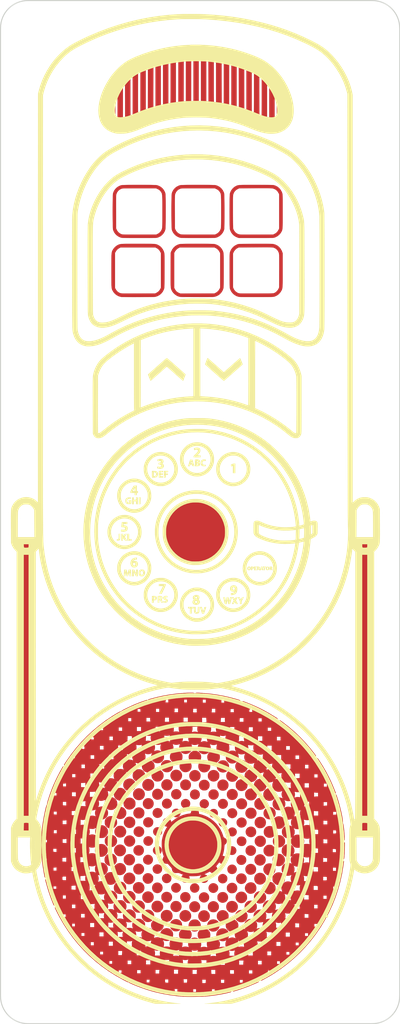
<source format=kicad_pcb>
(kicad_pcb (version 20221018) (generator pcbnew)
  (layers (0 "F.Cu" signal) (31 "B.Cu" signal) (34 "B.Paste" user) (35 "F.Paste" user) (36 "B.SilkS" user "B.Silkscreen") (37 "F.SilkS" user "F.Silkscreen") (38 "B.Mask" user) (39 "F.Mask" user) (44 "Edge.Cuts" user))
  (net 0 "")
  (footprint "LOGO" (layer "F.Cu") (at 0 0)
    (fp_text reference "G***" hide)
    (fp_text value "LOGO" hide)
  )
  (footprint "LOGO" (layer "F.Cu") (at 0 0)
    (fp_text reference "G***" hide)
    (fp_text value "LOGO" hide)
    (fp_poly (pts (xy -4.466166 30.628167) (xy -5.630365 30.628167) (xy -5.625057 16.652875) (xy -5.61975 2.677584) (xy -4.466166 2.66632) (xy -4.466166 30.628167)) (stroke (width 0.01)) (fill solid) (layer "F.Cu"))
    (fp_poly (pts (xy 27.850058 16.652875) (xy 27.855365 30.628167) (xy 26.691135 30.628167) (xy 26.696443 16.652875) (xy 26.70175 2.677584) (xy 27.84475 2.677584) (xy 27.850058 16.652875)) (stroke (width 0.01)) (fill solid) (layer "F.Cu"))
    (fp_poly (pts (xy 7.62187 29.994789) (xy 7.695337 30.024232) (xy 7.802261 30.098763) (xy 7.877954 30.195632) (xy 7.921233 30.307357) (xy 7.930913 30.426457) (xy 7.905811 30.545448) (xy 7.844743 30.656849) (xy 7.802996 30.704741) (xy 7.693841 30.788339) (xy 7.575293 30.830793) (xy 7.44849 30.831839) (xy 7.358058 30.808737) (xy 7.245594 30.747433) (xy 7.157595 30.656563) (xy 7.098906 30.54407) (xy 7.074371 30.417903) (xy 7.076932 30.347699) (xy 7.110897 30.221442) (xy 7.176193 30.117668) (xy 7.266379 30.039747) (xy 7.375014 29.991047) (xy 7.495658 29.974938) (xy 7.62187 29.994789)) (stroke (width 0.01)) (fill solid) (layer "F.Cu"))
    (fp_poly (pts (xy 9.383447 35.30197) (xy 9.504324 35.356401) (xy 9.612104 35.44776) (xy 9.686999 35.560144) (xy 9.724182 35.684387) (xy 9.723623 35.813057) (xy 9.685292 35.938723) (xy 9.614476 36.047842) (xy 9.508409 36.141648) (xy 9.385829 36.197846) (xy 9.252245 36.214981) (xy 9.113167 36.191602) (xy 9.093989 36.185162) (xy 8.979831 36.123905) (xy 8.891641 36.035396) (xy 8.831376 35.927245) (xy 8.800993 35.807063) (xy 8.802448 35.682463) (xy 8.837698 35.561056) (xy 8.905944 35.453641) (xy 9.010834 35.360427) (xy 9.129909 35.30404) (xy 9.256378 35.284535) (xy 9.383447 35.30197)) (stroke (width 0.01)) (fill solid) (layer "F.Cu"))
    (fp_poly (pts (xy 13.866574 29.145134) (xy 13.972628 29.197446) (xy 14.056493 29.276234) (xy 14.114723 29.375002) (xy 14.143872 29.48725) (xy 14.140493 29.606482) (xy 14.10114 29.726199) (xy 14.08019 29.763867) (xy 14.006624 29.84538) (xy 13.906941 29.904318) (xy 13.79302 29.936775) (xy 13.676739 29.938846) (xy 13.602489 29.920945) (xy 13.486731 29.857656) (xy 13.402018 29.7667) (xy 13.350699 29.651536) (xy 13.335 29.527337) (xy 13.353846 29.397055) (xy 13.407322 29.287232) (xy 13.490831 29.202406) (xy 13.599778 29.147111) (xy 13.729569 29.125885) (xy 13.741779 29.125798) (xy 13.866574 29.145134)) (stroke (width 0.01)) (fill solid) (layer "F.Cu"))
    (fp_poly (pts (xy 14.710602 30.003774) (xy 14.825136 30.042531) (xy 14.920484 30.108509) (xy 14.993656 30.195615) (xy 15.041657 30.297759) (xy 15.061496 30.408848) (xy 15.05018 30.52279) (xy 15.004715 30.633493) (xy 14.935422 30.722062) (xy 14.825508 30.806465) (xy 14.706736 30.850362) (xy 14.581798 30.85308) (xy 14.496734 30.831798) (xy 14.372713 30.76795) (xy 14.281042 30.678005) (xy 14.223755 30.564787) (xy 14.202885 30.431118) (xy 14.202834 30.42373) (xy 14.222182 30.297462) (xy 14.276139 30.18483) (xy 14.358576 30.092752) (xy 14.46336 30.028145) (xy 14.579877 29.99833) (xy 14.710602 30.003774)) (stroke (width 0.01)) (fill solid) (layer "F.Cu"))
    (fp_poly (pts (xy 14.773783 31.821117) (xy 14.873359 31.883154) (xy 14.963104 31.986999) (xy 15.013421 32.103934) (xy 15.023474 32.229646) (xy 14.992425 32.35982) (xy 14.973924 32.401207) (xy 14.899716 32.507019) (xy 14.801444 32.579722) (xy 14.683662 32.617409) (xy 14.550919 32.61817) (xy 14.486435 32.605684) (xy 14.377837 32.557922) (xy 14.290676 32.480161) (xy 14.228189 32.380624) (xy 14.193613 32.267534) (xy 14.190187 32.149114) (xy 14.221148 32.033586) (xy 14.243972 31.989887) (xy 14.323247 31.896455) (xy 14.424846 31.831339) (xy 14.539788 31.796062) (xy 14.659093 31.792147) (xy 14.773783 31.821117)) (stroke (width 0.01)) (fill solid) (layer "F.Cu"))
    (fp_poly (pts (xy 5.846238 29.914762) (xy 5.973043 29.965906) (xy 6.083432 30.049247) (xy 6.16352 30.156651) (xy 6.210144 30.281502) (xy 6.223051 30.414995) (xy 6.201986 30.548325) (xy 6.146696 30.672685) (xy 6.103128 30.7323) (xy 5.997179 30.825429) (xy 5.87273 30.883517) (xy 5.73688 30.905243) (xy 5.596727 30.889284) (xy 5.484384 30.847558) (xy 5.370162 30.769048) (xy 5.285985 30.666664) (xy 5.233024 30.547491) (xy 5.212454 30.418615) (xy 5.225445 30.287122) (xy 5.273172 30.160097) (xy 5.352292 30.049437) (xy 5.457785 29.964884) (xy 5.580608 29.914253) (xy 5.712759 29.897545) (xy 5.846238 29.914762)) (stroke (width 0.01)) (fill solid) (layer "F.Cu"))
    (fp_poly (pts (xy 6.719874 30.844074) (xy 6.833516 30.88662) (xy 6.932592 30.960297) (xy 6.993731 31.037726) (xy 7.050099 31.165171) (xy 7.068205 31.296446) (xy 7.049967 31.424413) (xy 6.997305 31.541937) (xy 6.912137 31.641881) (xy 6.813222 31.708914) (xy 6.705741 31.743192) (xy 6.583079 31.750019) (xy 6.462016 31.729701) (xy 6.390371 31.701169) (xy 6.284565 31.623415) (xy 6.207397 31.520421) (xy 6.161402 31.400272) (xy 6.149112 31.271053) (xy 6.173061 31.140849) (xy 6.196749 31.08325) (xy 6.270261 30.976595) (xy 6.36686 30.898919) (xy 6.479016 30.850654) (xy 6.599197 30.832229) (xy 6.719874 30.844074)) (stroke (width 0.01)) (fill solid) (layer "F.Cu"))
    (fp_poly (pts (xy 7.622236 35.264753) (xy 7.694948 35.292599) (xy 7.818549 35.37079) (xy 7.907853 35.47354) (xy 7.961874 35.599281) (xy 7.979627 35.744529) (xy 7.960724 35.884492) (xy 7.908312 36.00871) (xy 7.828094 36.112744) (xy 7.725773 36.192156) (xy 7.60705 36.242507) (xy 7.47763 36.259357) (xy 7.344696 36.238723) (xy 7.206348 36.177198) (xy 7.098484 36.087645) (xy 7.02342 35.973141) (xy 6.983472 35.836766) (xy 6.977303 35.7505) (xy 6.99626 35.607903) (xy 7.049162 35.483612) (xy 7.130276 35.381285) (xy 7.233872 35.304578) (xy 7.354218 35.25715) (xy 7.485583 35.242655) (xy 7.622236 35.264753)) (stroke (width 0.01)) (fill solid) (layer "F.Cu"))
    (fp_poly (pts (xy 7.630691 31.786908) (xy 7.72968 31.840495) (xy 7.810864 31.920089) (xy 7.86782 32.023042) (xy 7.894126 32.146707) (xy 7.895167 32.178321) (xy 7.880435 32.303666) (xy 7.83899 32.412598) (xy 7.775711 32.493573) (xy 7.67263 32.560347) (xy 7.554157 32.59907) (xy 7.434134 32.606353) (xy 7.366 32.593887) (xy 7.246946 32.539292) (xy 7.154834 32.458497) (xy 7.091476 32.358593) (xy 7.058682 32.246669) (xy 7.058263 32.129816) (xy 7.092029 32.015125) (xy 7.161793 31.909685) (xy 7.1851 31.885573) (xy 7.2911 31.80866) (xy 7.404979 31.768343) (xy 7.520317 31.761975) (xy 7.630691 31.786908)) (stroke (width 0.01)) (fill solid) (layer "F.Cu"))
    (fp_poly (pts (xy 10.31404 27.303857) (xy 10.422681 27.358053) (xy 10.515437 27.443942) (xy 10.584695 27.556254) (xy 10.616491 27.673136) (xy 10.614513 27.789216) (xy 10.58245 27.899123) (xy 10.523989 27.997486) (xy 10.442817 28.078934) (xy 10.342623 28.138095) (xy 10.227095 28.169597) (xy 10.099921 28.16807) (xy 10.02923 28.152085) (xy 9.921616 28.09858) (xy 9.833759 28.013226) (xy 9.771201 27.904049) (xy 9.739482 27.779076) (xy 9.736667 27.728334) (xy 9.754835 27.597889) (xy 9.805082 27.486827) (xy 9.881024 27.397478) (xy 9.976276 27.332175) (xy 10.084452 27.29325) (xy 10.199168 27.283033) (xy 10.31404 27.303857)) (stroke (width 0.01)) (fill solid) (layer "F.Cu"))
    (fp_poly (pts (xy 12.068588 36.192158) (xy 12.188089 36.243106) (xy 12.286363 36.320636) (xy 12.360759 36.418708) (xy 12.408624 36.531283) (xy 12.427306 36.652319) (xy 12.414153 36.775777) (xy 12.366514 36.895616) (xy 12.291469 36.995897) (xy 12.17946 37.084027) (xy 12.051395 37.135954) (xy 11.914954 37.150405) (xy 11.777817 37.126105) (xy 11.701129 37.093829) (xy 11.587212 37.01171) (xy 11.50419 36.901483) (xy 11.460082 36.788575) (xy 11.444292 36.651058) (xy 11.4659 36.520209) (xy 11.520319 36.40202) (xy 11.602962 36.302487) (xy 11.709242 36.227602) (xy 11.834573 36.183361) (xy 11.930514 36.173834) (xy 12.068588 36.192158)) (stroke (width 0.01)) (fill solid) (layer "F.Cu"))
    (fp_poly (pts (xy 12.954499 28.244634) (xy 13.010831 28.258847) (xy 13.113465 28.319171) (xy 13.192141 28.409709) (xy 13.241904 28.522842) (xy 13.25788 28.6385) (xy 13.240115 28.767496) (xy 13.188967 28.87842) (xy 13.110526 28.966851) (xy 13.010878 29.028368) (xy 12.896112 29.058548) (xy 12.772317 29.05297) (xy 12.710584 29.035978) (xy 12.594343 28.974119) (xy 12.5073 28.88192) (xy 12.450486 28.760646) (xy 12.435461 28.699094) (xy 12.43507 28.591082) (xy 12.468302 28.480854) (xy 12.528789 28.380075) (xy 12.61016 28.300411) (xy 12.672531 28.264931) (xy 12.75514 28.244107) (xy 12.856274 28.237213) (xy 12.954499 28.244634)) (stroke (width 0.01)) (fill solid) (layer "F.Cu"))
    (fp_poly (pts (xy 11.214317 26.404588) (xy 11.341893 26.46749) (xy 11.34774 26.471426) (xy 11.438885 26.557565) (xy 11.50059 26.666172) (xy 11.532249 26.788726) (xy 11.533261 26.916705) (xy 11.503023 27.041588) (xy 11.440932 27.154853) (xy 11.399475 27.202753) (xy 11.302935 27.273248) (xy 11.185102 27.320103) (xy 11.060922 27.339106) (xy 10.95375 27.328329) (xy 10.81857 27.274721) (xy 10.713598 27.192101) (xy 10.640697 27.082904) (xy 10.601731 26.949562) (xy 10.595413 26.8605) (xy 10.613902 26.720318) (xy 10.665355 26.60016) (xy 10.74398 26.503021) (xy 10.843982 26.431899) (xy 10.959567 26.389788) (xy 11.084943 26.379686) (xy 11.214317 26.404588)) (stroke (width 0.01)) (fill solid) (layer "F.Cu"))
    (fp_poly (pts (xy 12.028706 27.314337) (xy 12.149674 27.356021) (xy 12.259392 27.435177) (xy 12.26651 27.442157) (xy 12.348294 27.550815) (xy 12.392627 27.671223) (xy 12.399212 27.796261) (xy 12.367749 27.918809) (xy 12.297939 28.031745) (xy 12.291569 28.039151) (xy 12.190514 28.124827) (xy 12.07234 28.176521) (xy 11.945835 28.192265) (xy 11.819785 28.170092) (xy 11.77925 28.153871) (xy 11.666904 28.081103) (xy 11.584946 27.985411) (xy 11.534458 27.874069) (xy 11.516525 27.754349) (xy 11.532228 27.633525) (xy 11.582652 27.51887) (xy 11.66888 27.417657) (xy 11.669516 27.417098) (xy 11.781506 27.344576) (xy 11.90361 27.310422) (xy 12.028706 27.314337)) (stroke (width 0.01)) (fill solid) (layer "F.Cu"))
    (fp_poly (pts (xy 12.935921 35.322278) (xy 13.052167 35.367391) (xy 13.152892 35.439388) (xy 13.230129 35.535384) (xy 13.270215 35.629494) (xy 13.288909 35.764821) (xy 13.271163 35.891975) (xy 13.221995 36.006167) (xy 13.146424 36.10261) (xy 13.049468 36.176517) (xy 12.936145 36.2231) (xy 12.811473 36.23757) (xy 12.680471 36.215141) (xy 12.662723 36.209079) (xy 12.545586 36.146591) (xy 12.456497 36.058752) (xy 12.396206 35.952566) (xy 12.365461 35.835039) (xy 12.365014 35.713175) (xy 12.395613 35.593978) (xy 12.458007 35.484455) (xy 12.552946 35.391608) (xy 12.573701 35.377107) (xy 12.688723 35.32425) (xy 12.812118 35.306936) (xy 12.935921 35.322278)) (stroke (width 0.01)) (fill solid) (layer "F.Cu"))
    (fp_poly (pts (xy 15.67556 29.074062) (xy 15.79619 29.133833) (xy 15.890639 29.217521) (xy 15.962269 29.328817) (xy 15.998359 29.452574) (xy 16.000429 29.580791) (xy 15.969998 29.705468) (xy 15.908586 29.818604) (xy 15.817712 29.912196) (xy 15.750548 29.955189) (xy 15.633538 29.998448) (xy 15.508399 30.014761) (xy 15.390248 30.003045) (xy 15.33525 29.984936) (xy 15.216501 29.912347) (xy 15.126657 29.815286) (xy 15.067118 29.700853) (xy 15.03928 29.57615) (xy 15.044543 29.448278) (xy 15.084303 29.324336) (xy 15.15996 29.211426) (xy 15.17899 29.191324) (xy 15.289981 29.107995) (xy 15.414826 29.060862) (xy 15.545895 29.049645) (xy 15.67556 29.074062)) (stroke (width 0.01)) (fill solid) (layer "F.Cu"))
    (fp_poly (pts (xy 16.492332 29.923182) (xy 16.610876 29.955386) (xy 16.719055 30.017813) (xy 16.810533 30.111326) (xy 16.857702 30.188515) (xy 16.900205 30.313547) (xy 16.912564 30.448185) (xy 16.894304 30.577398) (xy 16.871953 30.63875) (xy 16.795919 30.755959) (xy 16.693931 30.844374) (xy 16.573031 30.901728) (xy 16.440258 30.925752) (xy 16.302651 30.914179) (xy 16.168459 30.865372) (xy 16.057627 30.785002) (xy 15.974582 30.677882) (xy 15.922989 30.55205) (xy 15.906512 30.415543) (xy 15.918178 30.316376) (xy 15.96587 30.185344) (xy 16.041209 30.079362) (xy 16.137861 29.999292) (xy 16.249489 29.945998) (xy 16.369757 29.92034) (xy 16.492332 29.923182)) (stroke (width 0.01)) (fill solid) (layer "F.Cu"))
    (fp_poly (pts (xy 16.560392 31.73071) (xy 16.639055 31.768637) (xy 16.721373 31.833956) (xy 16.795465 31.914678) (xy 16.849451 31.998817) (xy 16.865128 32.038206) (xy 16.89072 32.18845) (xy 16.877337 32.330222) (xy 16.82592 32.458671) (xy 16.767883 32.537973) (xy 16.657817 32.630445) (xy 16.530882 32.686645) (xy 16.393839 32.705424) (xy 16.253451 32.685634) (xy 16.147292 32.643372) (xy 16.032886 32.562005) (xy 15.952258 32.455746) (xy 15.906802 32.326968) (xy 15.896632 32.216603) (xy 15.91545 32.066486) (xy 15.967898 31.938188) (xy 16.049579 31.834929) (xy 16.156096 31.759927) (xy 16.283051 31.716403) (xy 16.426046 31.707575) (xy 16.560392 31.73071)) (stroke (width 0.01)) (fill solid) (layer "F.Cu"))
    (fp_poly (pts (xy 5.81062 26.277323) (xy 5.9451 26.315837) (xy 6.061481 26.384202) (xy 6.156727 26.477048) (xy 6.227799 26.589006) (xy 6.271661 26.714705) (xy 6.285274 26.848777) (xy 6.265601 26.985851) (xy 6.209604 27.120558) (xy 6.172454 27.178) (xy 6.072769 27.280787) (xy 5.949197 27.354025) (xy 5.810538 27.395069) (xy 5.665592 27.40127) (xy 5.528157 27.371795) (xy 5.394214 27.302711) (xy 5.286126 27.203287) (xy 5.20812 27.079578) (xy 5.164425 26.937634) (xy 5.156419 26.839524) (xy 5.176136 26.68495) (xy 5.231461 26.548165) (xy 5.3183 26.433755) (xy 5.43256 26.346307) (xy 5.570149 26.290405) (xy 5.66108 26.27403) (xy 5.81062 26.277323)) (stroke (width 0.01)) (fill solid) (layer "F.Cu"))
    (fp_poly (pts (xy 5.8158 31.697769) (xy 5.944288 31.741268) (xy 6.05031 31.820646) (xy 6.133858 31.935899) (xy 6.152064 31.972096) (xy 6.192264 32.104186) (xy 6.195443 32.239015) (xy 6.164482 32.368831) (xy 6.10226 32.485877) (xy 6.011656 32.582402) (xy 5.900888 32.648461) (xy 5.79332 32.675724) (xy 5.669299 32.680228) (xy 5.547598 32.662695) (xy 5.461 32.63152) (xy 5.349988 32.552797) (xy 5.267622 32.449109) (xy 5.215522 32.328081) (xy 5.195308 32.197332) (xy 5.208603 32.064485) (xy 5.257027 31.937163) (xy 5.299463 31.871935) (xy 5.394727 31.778123) (xy 5.512055 31.718358) (xy 5.655069 31.690838) (xy 5.664851 31.690153) (xy 5.8158 31.697769)) (stroke (width 0.01)) (fill solid) (layer "F.Cu"))
    (fp_poly (pts (xy 6.713475 32.61629) (xy 6.835009 32.667602) (xy 6.918268 32.730272) (xy 6.999789 32.833439) (xy 7.047485 32.953904) (xy 7.060967 33.083001) (xy 7.039845 33.212064) (xy 6.983731 33.332428) (xy 6.947476 33.380842) (xy 6.841162 33.47567) (xy 6.72018 33.531973) (xy 6.589274 33.548848) (xy 6.453189 33.525389) (xy 6.369802 33.490959) (xy 6.2548 33.414774) (xy 6.176653 33.319622) (xy 6.132493 33.201164) (xy 6.120966 33.114782) (xy 6.118931 33.027785) (xy 6.128797 32.960691) (xy 6.154618 32.891804) (xy 6.16784 32.863941) (xy 6.244274 32.751533) (xy 6.344381 32.669259) (xy 6.460835 32.618423) (xy 6.586309 32.600332) (xy 6.713475 32.61629)) (stroke (width 0.01)) (fill solid) (layer "F.Cu"))
    (fp_poly (pts (xy 6.749889 29.046571) (xy 6.874879 29.104645) (xy 6.979472 29.196354) (xy 7.048833 29.300262) (xy 7.0835 29.418101) (xy 7.086692 29.549271) (xy 7.057662 29.685263) (xy 6.995279 29.801039) (xy 6.905164 29.892905) (xy 6.792942 29.957165) (xy 6.664233 29.990127) (xy 6.52466 29.988096) (xy 6.44525 29.97071) (xy 6.389847 29.945539) (xy 6.325357 29.904196) (xy 6.301761 29.885905) (xy 6.209091 29.784953) (xy 6.151068 29.669402) (xy 6.126324 29.54612) (xy 6.133491 29.421979) (xy 6.171202 29.303848) (xy 6.238087 29.198595) (xy 6.33278 29.113092) (xy 6.453912 29.054207) (xy 6.468254 29.049806) (xy 6.61285 29.027862) (xy 6.749889 29.046571)) (stroke (width 0.01)) (fill solid) (layer "F.Cu"))
    (fp_poly (pts (xy 7.545543 28.155472) (xy 7.681945 28.183376) (xy 7.796931 28.245984) (xy 7.886682 28.339498) (xy 7.94738 28.460121) (xy 7.973265 28.580973) (xy 7.967813 28.699753) (xy 7.932246 28.820041) (xy 7.872411 28.923647) (xy 7.857342 28.941546) (xy 7.769783 29.011989) (xy 7.65886 29.063436) (xy 7.53935 29.091271) (xy 7.426028 29.090876) (xy 7.39775 29.085162) (xy 7.267767 29.032871) (xy 7.163657 28.953171) (xy 7.087315 28.852606) (xy 7.040638 28.737721) (xy 7.025521 28.615062) (xy 7.043859 28.491172) (xy 7.097548 28.372596) (xy 7.1665 28.286683) (xy 7.258887 28.211421) (xy 7.358584 28.168392) (xy 7.477104 28.15361) (xy 7.545543 28.155472)) (stroke (width 0.01)) (fill solid) (layer "F.Cu"))
    (fp_poly (pts (xy 8.441909 34.41289) (xy 8.561438 34.446546) (xy 8.600347 34.466511) (xy 8.702153 34.548015) (xy 8.772436 34.649687) (xy 8.81155 34.764165) (xy 8.819846 34.884089) (xy 8.797676 35.002097) (xy 8.745392 35.110828) (xy 8.663346 35.202921) (xy 8.562098 35.266525) (xy 8.470818 35.293646) (xy 8.365414 35.303637) (xy 8.263316 35.296297) (xy 8.181951 35.271428) (xy 8.180917 35.270888) (xy 8.064773 35.188536) (xy 7.98106 35.084574) (xy 7.931441 34.965557) (xy 7.917585 34.83804) (xy 7.941155 34.708579) (xy 8.003819 34.583728) (xy 8.005621 34.581123) (xy 8.088158 34.497541) (xy 8.195139 34.44034) (xy 8.316432 34.411472) (xy 8.441909 34.41289)) (stroke (width 0.01)) (fill solid) (layer "F.Cu"))
    (fp_poly (pts (xy 8.528536 27.272067) (xy 8.608443 27.30174) (xy 8.718968 27.379949) (xy 8.800163 27.482241) (xy 8.850405 27.600886) (xy 8.868072 27.728156) (xy 8.851543 27.856322) (xy 8.799195 27.977656) (xy 8.761388 28.030573) (xy 8.664763 28.117771) (xy 8.54696 28.177415) (xy 8.419489 28.205532) (xy 8.293858 28.198144) (xy 8.283369 28.195685) (xy 8.156351 28.144885) (xy 8.055605 28.066839) (xy 7.981989 27.968163) (xy 7.936363 27.855468) (xy 7.919586 27.735369) (xy 7.932519 27.614478) (xy 7.976021 27.49941) (xy 8.05095 27.396777) (xy 8.158167 27.313194) (xy 8.167952 27.307646) (xy 8.278477 27.26773) (xy 8.404245 27.255796) (xy 8.528536 27.272067)) (stroke (width 0.01)) (fill solid) (layer "F.Cu"))
    (fp_poly (pts (xy 8.529701 25.42566) (xy 8.643019 25.466536) (xy 8.744057 25.540809) (xy 8.78791 25.585716) (xy 8.874914 25.709726) (xy 8.921084 25.844451) (xy 8.926996 25.98937) (xy 8.894257 26.138636) (xy 8.827724 26.265675) (xy 8.731643 26.366596) (xy 8.610264 26.437506) (xy 8.467834 26.47451) (xy 8.392584 26.479087) (xy 8.26053 26.465072) (xy 8.158885 26.429401) (xy 8.034079 26.349618) (xy 7.940856 26.24233) (xy 7.880903 26.110009) (xy 7.858171 25.98937) (xy 7.86438 25.842858) (xy 7.91101 25.708262) (xy 7.997257 25.585716) (xy 8.096537 25.495035) (xy 8.202991 25.439978) (xy 8.32814 25.415517) (xy 8.392584 25.413152) (xy 8.529701 25.42566)) (stroke (width 0.01)) (fill solid) (layer "F.Cu"))
    (fp_poly (pts (xy 9.393186 28.219007) (xy 9.422596 28.22619) (xy 9.509933 28.270472) (xy 9.590911 28.342025) (xy 9.649967 28.426801) (xy 9.653839 28.43496) (xy 9.690885 28.56032) (xy 9.690783 28.681141) (xy 9.658197 28.792242) (xy 9.597792 28.888442) (xy 9.514233 28.964561) (xy 9.412184 29.015419) (xy 9.296312 29.035835) (xy 9.17128 29.02063) (xy 9.136322 29.009662) (xy 9.030452 28.952049) (xy 8.951129 28.869113) (xy 8.898902 28.768481) (xy 8.874321 28.657781) (xy 8.877936 28.54464) (xy 8.910296 28.436685) (xy 8.97195 28.341545) (xy 9.063448 28.266847) (xy 9.08208 28.256694) (xy 9.176815 28.224933) (xy 9.287939 28.211706) (xy 9.393186 28.219007)) (stroke (width 0.01)) (fill solid) (layer "F.Cu"))
    (fp_poly (pts (xy 14.746268 33.552982) (xy 14.814884 33.579995) (xy 14.90975 33.649588) (xy 14.986871 33.745616) (xy 15.040431 33.856879) (xy 15.064614 33.972179) (xy 15.060337 34.052675) (xy 15.026964 34.160471) (xy 14.97283 34.261241) (xy 14.91898 34.326032) (xy 14.818849 34.392345) (xy 14.698597 34.429876) (xy 14.570437 34.43717) (xy 14.446579 34.412771) (xy 14.391371 34.388917) (xy 14.284069 34.311569) (xy 14.211066 34.21025) (xy 14.171442 34.083454) (xy 14.164225 34.017138) (xy 14.166272 33.898988) (xy 14.191455 33.803791) (xy 14.245481 33.71592) (xy 14.294853 33.659434) (xy 14.38714 33.590838) (xy 14.501363 33.548973) (xy 14.625185 33.535727) (xy 14.746268 33.552982)) (stroke (width 0.01)) (fill solid) (layer "F.Cu"))
    (fp_poly (pts (xy 15.66658 27.24926) (xy 15.797249 27.306822) (xy 15.900823 27.390958) (xy 15.976684 27.495272) (xy 16.024217 27.613374) (xy 16.042805 27.738869) (xy 16.031831 27.865364) (xy 15.990679 27.986468) (xy 15.918734 28.095785) (xy 15.815378 28.186925) (xy 15.760116 28.219453) (xy 15.666304 28.252048) (xy 15.553154 28.269041) (xy 15.441002 28.268574) (xy 15.36851 28.255263) (xy 15.238235 28.194678) (xy 15.13236 28.102846) (xy 15.055306 27.985845) (xy 15.011493 27.84975) (xy 15.002934 27.752797) (xy 15.021871 27.607121) (xy 15.075092 27.479219) (xy 15.15721 27.373177) (xy 15.262838 27.293083) (xy 15.386589 27.243023) (xy 15.523075 27.227085) (xy 15.66658 27.24926)) (stroke (width 0.01)) (fill solid) (layer "F.Cu"))
    (fp_poly (pts (xy 16.520112 33.483551) (xy 16.631776 33.525666) (xy 16.746025 33.606486) (xy 16.831112 33.712103) (xy 16.885536 33.835273) (xy 16.9078 33.96875) (xy 16.896403 34.105286) (xy 16.849846 34.237636) (xy 16.796636 34.322471) (xy 16.710384 34.403111) (xy 16.597802 34.461455) (xy 16.469871 34.495203) (xy 16.337574 34.502053) (xy 16.211894 34.479705) (xy 16.155035 34.456895) (xy 16.036518 34.376138) (xy 15.949341 34.268058) (xy 15.895128 34.135483) (xy 15.875503 33.981241) (xy 15.875465 33.970044) (xy 15.895232 33.833922) (xy 15.949293 33.714024) (xy 16.031536 33.613939) (xy 16.135851 33.537259) (xy 16.256125 33.487574) (xy 16.38625 33.468474) (xy 16.520112 33.483551)) (stroke (width 0.01)) (fill solid) (layer "F.Cu"))
    (fp_poly (pts (xy 18.222209 35.183749) (xy 18.378914 35.21384) (xy 18.513296 35.279869) (xy 18.624796 35.381466) (xy 18.706248 35.505178) (xy 18.751894 35.635774) (xy 18.765842 35.780054) (xy 18.748107 35.923658) (xy 18.705734 36.039168) (xy 18.617904 36.165537) (xy 18.503499 36.263348) (xy 18.369467 36.329903) (xy 18.222752 36.362499) (xy 18.070301 36.358437) (xy 17.95749 36.330104) (xy 17.831283 36.26385) (xy 17.72554 36.165677) (xy 17.645336 36.043106) (xy 17.595748 35.903656) (xy 17.581468 35.773128) (xy 17.601222 35.612962) (xy 17.656124 35.472505) (xy 17.742122 35.355487) (xy 17.855164 35.265634) (xy 17.991199 35.206673) (xy 18.146174 35.182331) (xy 18.222209 35.183749)) (stroke (width 0.01)) (fill solid) (layer "F.Cu"))
    (fp_poly (pts (xy 4.067514 31.642543) (xy 4.201526 31.696448) (xy 4.313942 31.779904) (xy 4.400836 31.887687) (xy 4.45828 32.014572) (xy 4.482348 32.155334) (xy 4.469111 32.304749) (xy 4.458708 32.345633) (xy 4.399387 32.47913) (xy 4.3098 32.589067) (xy 4.196683 32.672451) (xy 4.066772 32.726289) (xy 3.926802 32.747588) (xy 3.78351 32.733354) (xy 3.672417 32.695032) (xy 3.55112 32.616375) (xy 3.452743 32.508465) (xy 3.382997 32.380202) (xy 3.347597 32.240486) (xy 3.344334 32.183917) (xy 3.364136 32.037861) (xy 3.420035 31.90599) (xy 3.506761 31.793469) (xy 3.619051 31.705461) (xy 3.751637 31.647133) (xy 3.899252 31.623648) (xy 3.915834 31.623414) (xy 4.067514 31.642543)) (stroke (width 0.01)) (fill solid) (layer "F.Cu"))
    (fp_poly (pts (xy 4.913404 32.547727) (xy 5.039375 32.589995) (xy 5.152167 32.661751) (xy 5.245215 32.761413) (xy 5.311954 32.8874) (xy 5.324668 32.925921) (xy 5.346181 33.071226) (xy 5.328834 33.2132) (xy 5.2759 33.344712) (xy 5.190654 33.458633) (xy 5.076369 33.547832) (xy 5.027553 33.573062) (xy 4.934271 33.599946) (xy 4.820396 33.610557) (xy 4.704602 33.604444) (xy 4.610868 33.58311) (xy 4.487411 33.518372) (xy 4.389574 33.42583) (xy 4.318983 33.312557) (xy 4.277265 33.185625) (xy 4.266045 33.052107) (xy 4.28695 32.919077) (xy 4.341606 32.793606) (xy 4.409031 32.7052) (xy 4.522067 32.613685) (xy 4.648185 32.55799) (xy 4.780819 32.536532) (xy 4.913404 32.547727)) (stroke (width 0.01)) (fill solid) (layer "F.Cu"))
    (fp_poly (pts (xy 4.933506 34.311396) (xy 5.06056 34.358234) (xy 5.171191 34.433112) (xy 5.261245 34.531325) (xy 5.326566 34.648172) (xy 5.363001 34.77895) (xy 5.366394 34.918954) (xy 5.332593 35.063484) (xy 5.323459 35.086704) (xy 5.253719 35.201861) (xy 5.153343 35.297016) (xy 5.031132 35.367563) (xy 4.895886 35.408893) (xy 4.756405 35.4164) (xy 4.706276 35.40983) (xy 4.563331 35.363583) (xy 4.442563 35.285469) (xy 4.347337 35.181544) (xy 4.281019 35.057865) (xy 4.246975 34.920489) (xy 4.248572 34.775474) (xy 4.282074 34.6465) (xy 4.344132 34.537225) (xy 4.437084 34.438676) (xy 4.549493 34.361073) (xy 4.646744 34.320647) (xy 4.794182 34.297299) (xy 4.933506 34.311396)) (stroke (width 0.01)) (fill solid) (layer "F.Cu"))
    (fp_poly (pts (xy 4.95109 30.77002) (xy 5.008006 30.78659) (xy 5.140395 30.856987) (xy 5.242792 30.951612) (xy 5.314632 31.064261) (xy 5.355352 31.188731) (xy 5.364386 31.318818) (xy 5.341172 31.448318) (xy 5.285144 31.571027) (xy 5.195738 31.680742) (xy 5.096276 31.757185) (xy 4.982461 31.806011) (xy 4.851674 31.828209) (xy 4.72116 31.822054) (xy 4.645296 31.802275) (xy 4.519445 31.735678) (xy 4.421318 31.643575) (xy 4.351338 31.532504) (xy 4.309931 31.409003) (xy 4.297522 31.279608) (xy 4.314537 31.150857) (xy 4.361401 31.029286) (xy 4.438538 30.921434) (xy 4.546373 30.833836) (xy 4.581051 30.81438) (xy 4.696628 30.773861) (xy 4.825973 30.758684) (xy 4.95109 30.77002)) (stroke (width 0.01)) (fill solid) (layer "F.Cu"))
    (fp_poly (pts (xy 5.749937 33.449755) (xy 5.887894 33.483281) (xy 6.006311 33.549399) (xy 6.101746 33.641805) (xy 6.170755 33.754193) (xy 6.209894 33.880259) (xy 6.21572 34.013699) (xy 6.184789 34.148207) (xy 6.160794 34.201984) (xy 6.091983 34.301662) (xy 6.000198 34.388386) (xy 5.900888 34.447677) (xy 5.798937 34.473905) (xy 5.679813 34.480207) (xy 5.562114 34.467075) (xy 5.466735 34.436157) (xy 5.346043 34.354224) (xy 5.256468 34.245255) (xy 5.200498 34.1134) (xy 5.180624 33.962811) (xy 5.180611 33.959059) (xy 5.199944 33.816164) (xy 5.254586 33.690031) (xy 5.33926 33.585379) (xy 5.448691 33.506928) (xy 5.577603 33.459398) (xy 5.72072 33.447508) (xy 5.749937 33.449755)) (stroke (width 0.01)) (fill solid) (layer "F.Cu"))
    (fp_poly (pts (xy 5.829513 35.215465) (xy 5.95772 35.259769) (xy 6.068376 35.334128) (xy 6.10936 35.376438) (xy 6.190845 35.503629) (xy 6.236534 35.644984) (xy 6.245344 35.792061) (xy 6.216193 35.936414) (xy 6.18934 36.000377) (xy 6.107149 36.120933) (xy 5.999057 36.212819) (xy 5.872411 36.273472) (xy 5.734556 36.300331) (xy 5.592839 36.290833) (xy 5.471584 36.25075) (xy 5.339117 36.170295) (xy 5.243338 36.069466) (xy 5.182868 35.946082) (xy 5.156325 35.797965) (xy 5.154779 35.7505) (xy 5.163831 35.616921) (xy 5.19583 35.508715) (xy 5.256061 35.412783) (xy 5.318098 35.345678) (xy 5.428046 35.266322) (xy 5.555829 35.218398) (xy 5.6926 35.20156) (xy 5.829513 35.215465)) (stroke (width 0.01)) (fill solid) (layer "F.Cu"))
    (fp_poly (pts (xy 6.717431 27.217531) (xy 6.823459 27.245723) (xy 6.847417 27.256846) (xy 6.9635 27.338272) (xy 7.048804 27.440594) (xy 7.103844 27.557409) (xy 7.129133 27.682316) (xy 7.125183 27.808911) (xy 7.092509 27.930793) (xy 7.031624 28.041559) (xy 6.943041 28.134807) (xy 6.827274 28.204135) (xy 6.76979 28.224842) (xy 6.648302 28.25117) (xy 6.540421 28.250589) (xy 6.45787 28.232976) (xy 6.328906 28.175106) (xy 6.223807 28.085521) (xy 6.146729 27.969974) (xy 6.101832 27.834218) (xy 6.091767 27.726493) (xy 6.111221 27.578088) (xy 6.16851 27.447667) (xy 6.262026 27.337845) (xy 6.381473 27.255758) (xy 6.479301 27.222509) (xy 6.596999 27.20978) (xy 6.717431 27.217531)) (stroke (width 0.01)) (fill solid) (layer "F.Cu"))
    (fp_poly (pts (xy 7.580861 38.721138) (xy 7.71829 38.761778) (xy 7.843845 38.83428) (xy 7.950931 38.937677) (xy 8.017312 39.038999) (xy 8.058725 39.153097) (xy 8.077309 39.283874) (xy 8.072813 39.416199) (xy 8.044986 39.534942) (xy 8.026216 39.577249) (xy 7.938614 39.702724) (xy 7.826194 39.802509) (xy 7.696306 39.873458) (xy 7.556301 39.912423) (xy 7.413527 39.916258) (xy 7.296207 39.889804) (xy 7.146151 39.816328) (xy 7.027775 39.715483) (xy 6.942818 39.589738) (xy 6.893017 39.441562) (xy 6.879632 39.298547) (xy 6.899151 39.14609) (xy 6.957423 39.00925) (xy 7.044367 38.896512) (xy 7.163313 38.800045) (xy 7.296775 38.739305) (xy 7.438157 38.713324) (xy 7.580861 38.721138)) (stroke (width 0.01)) (fill solid) (layer "F.Cu"))
    (fp_poly (pts (xy 7.652904 33.546751) (xy 7.701318 33.568642) (xy 7.777175 33.615436) (xy 7.832891 33.673024) (xy 7.880726 33.755037) (xy 7.893538 33.782381) (xy 7.931394 33.909585) (xy 7.931818 34.031686) (xy 7.899707 34.144355) (xy 7.839956 34.243265) (xy 7.75746 34.324089) (xy 7.657115 34.3825) (xy 7.543816 34.414171) (xy 7.422457 34.414774) (xy 7.297936 34.379981) (xy 7.24664 34.354215) (xy 7.168773 34.300796) (xy 7.114467 34.237646) (xy 7.082598 34.180924) (xy 7.037161 34.049648) (xy 7.029516 33.923093) (xy 7.055125 33.805752) (xy 7.109449 33.702117) (xy 7.187947 33.616679) (xy 7.286082 33.553932) (xy 7.399312 33.518366) (xy 7.523099 33.514476) (xy 7.652904 33.546751)) (stroke (width 0.01)) (fill solid) (layer "F.Cu"))
    (fp_poly (pts (xy 11.123882 22.696842) (xy 11.273788 22.731072) (xy 11.401922 22.796867) (xy 11.506526 22.888485) (xy 11.585838 23.000185) (xy 11.638098 23.126226) (xy 11.661545 23.260867) (xy 11.65442 23.398367) (xy 11.614962 23.532984) (xy 11.54141 23.658979) (xy 11.448848 23.756658) (xy 11.325866 23.835957) (xy 11.185232 23.883336) (xy 11.038018 23.896679) (xy 10.895296 23.873871) (xy 10.873274 23.866604) (xy 10.733078 23.795056) (xy 10.616343 23.69172) (xy 10.528773 23.563011) (xy 10.477294 23.420917) (xy 10.464031 23.272902) (xy 10.488378 23.130932) (xy 10.545622 23.000287) (xy 10.631045 22.886248) (xy 10.739933 22.794095) (xy 10.867571 22.72911) (xy 11.009243 22.696571) (xy 11.123882 22.696842)) (stroke (width 0.01)) (fill solid) (layer "F.Cu"))
    (fp_poly (pts (xy 11.192177 37.049349) (xy 11.315729 37.105324) (xy 11.423636 37.19327) (xy 11.5051 37.307402) (xy 11.552286 37.438805) (xy 11.564024 37.578373) (xy 11.539148 37.716999) (xy 11.50198 37.803778) (xy 11.456688 37.874746) (xy 11.405568 37.937249) (xy 11.376172 37.964547) (xy 11.261463 38.029692) (xy 11.130694 38.067748) (xy 10.998117 38.075883) (xy 10.900696 38.059057) (xy 10.764413 37.997305) (xy 10.655104 37.905995) (xy 10.576406 37.790475) (xy 10.531956 37.656096) (xy 10.525392 37.508205) (xy 10.525483 37.507189) (xy 10.556962 37.365614) (xy 10.619822 37.245889) (xy 10.707987 37.150138) (xy 10.81538 37.080485) (xy 10.935926 37.039054) (xy 11.063551 37.027967) (xy 11.192177 37.049349)) (stroke (width 0.01)) (fill solid) (layer "F.Cu"))
    (fp_poly (pts (xy 12.115784 37.919183) (xy 12.145794 37.931019) (xy 12.27583 38.007832) (xy 12.376212 38.10976) (xy 12.445531 38.230383) (xy 12.482378 38.363284) (xy 12.485344 38.502044) (xy 12.45302 38.640245) (xy 12.383997 38.771467) (xy 12.342021 38.824904) (xy 12.240306 38.910703) (xy 12.115068 38.970056) (xy 11.978198 38.999716) (xy 11.841585 38.996435) (xy 11.773361 38.980234) (xy 11.636141 38.915373) (xy 11.526009 38.822602) (xy 11.445143 38.708235) (xy 11.395722 38.578586) (xy 11.379924 38.439969) (xy 11.399929 38.2987) (xy 11.457914 38.161093) (xy 11.479082 38.127286) (xy 11.576177 38.018787) (xy 11.696373 37.941379) (xy 11.831691 37.89741) (xy 11.974154 37.889228) (xy 12.115784 37.919183)) (stroke (width 0.01)) (fill solid) (layer "F.Cu"))
    (fp_poly (pts (xy 13.021187 24.552836) (xy 13.141286 24.606483) (xy 13.246448 24.689138) (xy 13.330332 24.80063) (xy 13.366282 24.877246) (xy 13.390815 24.983985) (xy 13.394643 25.10747) (xy 13.378528 25.228626) (xy 13.348723 25.317611) (xy 13.268734 25.438309) (xy 13.162403 25.532093) (xy 13.037288 25.59619) (xy 12.900949 25.627827) (xy 12.760943 25.624232) (xy 12.625473 25.58293) (xy 12.498238 25.504341) (xy 12.396257 25.401795) (xy 12.337438 25.30522) (xy 12.307273 25.199947) (xy 12.298462 25.076146) (xy 12.310831 24.95174) (xy 12.341879 24.849667) (xy 12.418486 24.725685) (xy 12.518189 24.631735) (xy 12.63465 24.567645) (xy 12.761529 24.533246) (xy 12.892488 24.528366) (xy 13.021187 24.552836)) (stroke (width 0.01)) (fill solid) (layer "F.Cu"))
    (fp_poly (pts (xy 14.71199 35.278319) (xy 14.833526 35.318334) (xy 14.942177 35.390768) (xy 15.021832 35.482093) (xy 15.082647 35.605858) (xy 15.108329 35.737681) (xy 15.100645 35.869744) (xy 15.061365 35.994225) (xy 14.992257 36.103305) (xy 14.895089 36.189164) (xy 14.856941 36.211184) (xy 14.745975 36.251029) (xy 14.620378 36.269899) (xy 14.499759 36.265622) (xy 14.453412 36.255874) (xy 14.366068 36.215109) (xy 14.276636 36.146821) (xy 14.198678 36.06282) (xy 14.156063 35.996934) (xy 14.119848 35.889423) (xy 14.108182 35.765973) (xy 14.121098 35.643776) (xy 14.155162 35.546399) (xy 14.236497 35.432087) (xy 14.339822 35.347606) (xy 14.458163 35.293472) (xy 14.584544 35.270204) (xy 14.71199 35.278319)) (stroke (width 0.01)) (fill solid) (layer "F.Cu"))
    (fp_poly (pts (xy 14.82026 26.368251) (xy 14.872174 26.391087) (xy 14.988061 26.472034) (xy 15.073359 26.575429) (xy 15.128077 26.69446) (xy 15.152223 26.822318) (xy 15.145804 26.952191) (xy 15.108827 27.077269) (xy 15.041301 27.190742) (xy 14.943232 27.285799) (xy 14.871116 27.330453) (xy 14.766974 27.366153) (xy 14.644621 27.38129) (xy 14.523595 27.374462) (xy 14.461528 27.359828) (xy 14.337836 27.301389) (xy 14.239214 27.212741) (xy 14.171543 27.111754) (xy 14.121748 26.980473) (xy 14.107504 26.842394) (xy 14.127282 26.706443) (xy 14.179555 26.581543) (xy 14.262792 26.476621) (xy 14.283438 26.458474) (xy 14.404553 26.384301) (xy 14.541237 26.343756) (xy 14.683228 26.338015) (xy 14.82026 26.368251)) (stroke (width 0.01)) (fill solid) (layer "F.Cu"))
    (fp_poly (pts (xy 15.585581 30.865735) (xy 15.69933 30.890845) (xy 15.787392 30.933045) (xy 15.881744 31.021823) (xy 15.943894 31.129713) (xy 15.974502 31.24914) (xy 15.974227 31.372527) (xy 15.943728 31.492296) (xy 15.883664 31.600873) (xy 15.794693 31.690679) (xy 15.71744 31.737434) (xy 15.645553 31.758154) (xy 15.551146 31.768321) (xy 15.452823 31.767425) (xy 15.369188 31.754955) (xy 15.346466 31.747617) (xy 15.234747 31.683251) (xy 15.150882 31.595063) (xy 15.094779 31.489942) (xy 15.066347 31.374779) (xy 15.065494 31.256466) (xy 15.092128 31.141894) (xy 15.146158 31.037953) (xy 15.227493 30.951534) (xy 15.33604 30.889529) (xy 15.357973 30.881653) (xy 15.466187 30.862) (xy 15.585581 30.865735)) (stroke (width 0.01)) (fill solid) (layer "F.Cu"))
    (fp_poly (pts (xy 17.409505 34.333392) (xy 17.542736 34.383124) (xy 17.659444 34.463261) (xy 17.752482 34.570174) (xy 17.81116 34.68946) (xy 17.841295 34.83662) (xy 17.833537 34.978377) (xy 17.79215 35.109806) (xy 17.721397 35.225982) (xy 17.625542 35.321977) (xy 17.508849 35.392865) (xy 17.375581 35.433721) (xy 17.230002 35.439618) (xy 17.169273 35.431084) (xy 17.030464 35.385846) (xy 16.917244 35.312518) (xy 16.829863 35.216926) (xy 16.768575 35.104891) (xy 16.733631 34.982241) (xy 16.725282 34.854797) (xy 16.743781 34.728386) (xy 16.78938 34.608831) (xy 16.86233 34.501957) (xy 16.962884 34.413587) (xy 17.091292 34.349547) (xy 17.122077 34.33966) (xy 17.266902 34.317694) (xy 17.409505 34.333392)) (stroke (width 0.01)) (fill solid) (layer "F.Cu"))
    (fp_poly (pts (xy 17.416928 32.573345) (xy 17.544054 32.625372) (xy 17.661199 32.714012) (xy 17.666199 32.718956) (xy 17.752796 32.833798) (xy 17.804353 32.965035) (xy 17.820364 33.10458) (xy 17.800327 33.244347) (xy 17.743737 33.37625) (xy 17.710245 33.425664) (xy 17.608311 33.52617) (xy 17.484541 33.594933) (xy 17.347212 33.62997) (xy 17.204597 33.629296) (xy 17.064969 33.590928) (xy 17.049596 33.584064) (xy 16.923492 33.503843) (xy 16.829392 33.397465) (xy 16.769535 33.268878) (xy 16.74616 33.122026) (xy 16.748018 33.052544) (xy 16.7782 32.908876) (xy 16.840103 32.78667) (xy 16.92777 32.688092) (xy 17.035244 32.615306) (xy 17.156566 32.570477) (xy 17.28578 32.555769) (xy 17.416928 32.573345)) (stroke (width 0.01)) (fill solid) (layer "F.Cu"))
    (fp_poly (pts (xy 17.455899 29.009947) (xy 17.588576 29.064124) (xy 17.69766 29.149404) (xy 17.779032 29.261683) (xy 17.82857 29.39686) (xy 17.84257 29.5275) (xy 17.82424 29.683602) (xy 17.770392 29.819144) (xy 17.682738 29.931167) (xy 17.562991 30.016713) (xy 17.55775 30.019444) (xy 17.480977 30.046483) (xy 17.3821 30.064752) (xy 17.278289 30.07259) (xy 17.186714 30.06834) (xy 17.144863 30.059324) (xy 17.003753 29.993228) (xy 16.893613 29.898967) (xy 16.816234 29.779048) (xy 16.773405 29.635978) (xy 16.76493 29.5275) (xy 16.783982 29.376) (xy 16.83839 29.243889) (xy 16.924035 29.135269) (xy 17.036795 29.054245) (xy 17.172551 29.004918) (xy 17.30375 28.990977) (xy 17.455899 29.009947)) (stroke (width 0.01)) (fill solid) (layer "F.Cu"))
    (fp_poly (pts (xy 6.710687 37.840072) (xy 6.850606 37.888697) (xy 6.974188 37.971921) (xy 7.075688 38.087168) (xy 7.128707 38.181511) (xy 7.16644 38.307413) (xy 7.17577 38.4472) (xy 7.157361 38.585764) (xy 7.111873 38.707994) (xy 7.105101 38.720039) (xy 7.012368 38.838844) (xy 6.894462 38.928842) (xy 6.759028 38.987632) (xy 6.613716 39.012815) (xy 6.46617 39.001994) (xy 6.339417 38.960251) (xy 6.210742 38.879648) (xy 6.112597 38.776603) (xy 6.044627 38.657112) (xy 6.006476 38.527171) (xy 5.997788 38.392778) (xy 6.01821 38.259928) (xy 6.067384 38.134619) (xy 6.144956 38.022848) (xy 6.25057 37.93061) (xy 6.383872 37.863903) (xy 6.404805 37.856917) (xy 6.560172 37.82862) (xy 6.710687 37.840072)) (stroke (width 0.01)) (fill solid) (layer "F.Cu"))
    (fp_poly (pts (xy 7.596626 26.319992) (xy 7.723181 26.361758) (xy 7.842355 26.439234) (xy 7.888802 26.482937) (xy 7.968145 26.595249) (xy 8.013298 26.727125) (xy 8.022749 26.871217) (xy 7.997602 27.011663) (xy 7.953222 27.104896) (xy 7.881648 27.197495) (xy 7.795581 27.274661) (xy 7.744986 27.306028) (xy 7.666927 27.334204) (xy 7.570082 27.3532) (xy 7.471677 27.361019) (xy 7.388939 27.355662) (xy 7.365863 27.34998) (xy 7.221494 27.284205) (xy 7.110775 27.193067) (xy 7.03442 27.077525) (xy 6.993143 26.93854) (xy 6.985465 26.838198) (xy 7.003225 26.693098) (xy 7.053719 26.567932) (xy 7.131216 26.464954) (xy 7.229986 26.386417) (xy 7.344298 26.334575) (xy 7.468422 26.311682) (xy 7.596626 26.319992)) (stroke (width 0.01)) (fill solid) (layer "F.Cu"))
    (fp_poly (pts (xy 9.373439 24.506901) (xy 9.51967 24.553189) (xy 9.553015 24.569984) (xy 9.672057 24.655782) (xy 9.759148 24.762659) (xy 9.814601 24.884283) (xy 9.838728 25.014324) (xy 9.83184 25.146452) (xy 9.794251 25.274335) (xy 9.726271 25.391644) (xy 9.628214 25.492048) (xy 9.503834 25.567671) (xy 9.391936 25.600284) (xy 9.264424 25.609594) (xy 9.141502 25.594863) (xy 9.099234 25.582465) (xy 8.968869 25.514925) (xy 8.861769 25.417563) (xy 8.782419 25.29763) (xy 8.735304 25.162381) (xy 8.72491 25.019069) (xy 8.728555 24.982969) (xy 8.759321 24.869428) (xy 8.815826 24.756388) (xy 8.889011 24.659599) (xy 8.941566 24.61262) (xy 9.07925 24.536974) (xy 9.22492 24.501615) (xy 9.373439 24.506901)) (stroke (width 0.01)) (fill solid) (layer "F.Cu"))
    (fp_poly (pts (xy 9.432626 26.365874) (xy 9.49799 26.391852) (xy 9.61138 26.471461) (xy 9.699823 26.577748) (xy 9.757569 26.701602) (xy 9.778867 26.833915) (xy 9.778882 26.836878) (xy 9.759656 26.9654) (xy 9.706012 27.087842) (xy 9.624639 27.19364) (xy 9.522222 27.27223) (xy 9.494431 27.286244) (xy 9.406414 27.312235) (xy 9.299916 27.323819) (xy 9.193071 27.320522) (xy 9.104009 27.301873) (xy 9.091084 27.29677) (xy 8.972967 27.22417) (xy 8.883413 27.126498) (xy 8.823697 27.010982) (xy 8.795093 26.884853) (xy 8.798876 26.755339) (xy 8.83632 26.629671) (xy 8.9087 26.515078) (xy 8.94627 26.475331) (xy 9.05052 26.403231) (xy 9.174408 26.359732) (xy 9.305817 26.346668) (xy 9.432626 26.365874)) (stroke (width 0.01)) (fill solid) (layer "F.Cu"))
    (fp_poly (pts (xy 10.296356 37.886899) (xy 10.426089 37.939758) (xy 10.534724 38.020491) (xy 10.619502 38.123383) (xy 10.677663 38.242719) (xy 10.70645 38.372781) (xy 10.703103 38.507855) (xy 10.664865 38.642224) (xy 10.588977 38.770173) (xy 10.585802 38.774217) (xy 10.502324 38.853709) (xy 10.395418 38.918227) (xy 10.277509 38.962967) (xy 10.161024 38.983128) (xy 10.06475 38.975582) (xy 9.910176 38.918917) (xy 9.781143 38.833588) (xy 9.682526 38.723196) (xy 9.651353 38.670231) (xy 9.603661 38.534332) (xy 9.593976 38.396806) (xy 9.618641 38.263551) (xy 9.674005 38.14047) (xy 9.756414 38.033462) (xy 9.862215 37.948428) (xy 9.987754 37.891269) (xy 10.129378 37.867885) (xy 10.148281 37.867632) (xy 10.296356 37.886899)) (stroke (width 0.01)) (fill solid) (layer "F.Cu"))
    (fp_poly (pts (xy 11.143788 35.332789) (xy 11.204021 35.346916) (xy 11.278393 35.389866) (xy 11.355662 35.457583) (xy 11.421581 35.536125) (xy 11.454025 35.591569) (xy 11.489457 35.715872) (xy 11.487165 35.839201) (xy 11.451401 35.955087) (xy 11.386415 36.057058) (xy 11.29646 36.138643) (xy 11.185785 36.193372) (xy 11.058643 36.214774) (xy 11.044552 36.214825) (xy 10.969316 36.210094) (xy 10.903811 36.199568) (xy 10.880299 36.192617) (xy 10.767395 36.127743) (xy 10.682979 36.039239) (xy 10.627192 35.9341) (xy 10.600176 35.819326) (xy 10.602074 35.701914) (xy 10.633028 35.588862) (xy 10.693179 35.487167) (xy 10.78267 35.403828) (xy 10.863401 35.359927) (xy 10.947378 35.337362) (xy 11.047481 35.328062) (xy 11.143788 35.332789)) (stroke (width 0.01)) (fill solid) (layer "F.Cu"))
    (fp_poly (pts (xy 15.629321 23.587816) (xy 15.761616 23.624053) (xy 15.880499 23.696194) (xy 15.948406 23.757525) (xy 16.04663 23.884509) (xy 16.107345 24.024501) (xy 16.13034 24.171337) (xy 16.115404 24.318852) (xy 16.062326 24.460883) (xy 15.976666 24.584794) (xy 15.863132 24.685435) (xy 15.730713 24.75544) (xy 15.588897 24.790915) (xy 15.472834 24.791573) (xy 15.314182 24.754646) (xy 15.175893 24.684151) (xy 15.062477 24.584148) (xy 14.978447 24.458697) (xy 14.928314 24.311859) (xy 14.925907 24.299334) (xy 14.916277 24.138026) (xy 14.947593 23.98728) (xy 15.019597 23.847947) (xy 15.088874 23.763082) (xy 15.199032 23.669636) (xy 15.322037 23.611814) (xy 15.467868 23.585001) (xy 15.475294 23.584437) (xy 15.629321 23.587816)) (stroke (width 0.01)) (fill solid) (layer "F.Cu"))
    (fp_poly (pts (xy 15.630986 32.648309) (xy 15.74333 32.692288) (xy 15.834131 32.756865) (xy 15.846066 32.769232) (xy 15.92234 32.881626) (xy 15.962937 33.005589) (xy 15.969334 33.13362) (xy 15.943006 33.258221) (xy 15.88543 33.371889) (xy 15.798081 33.467125) (xy 15.696265 33.53041) (xy 15.598869 33.558328) (xy 15.48335 33.567303) (xy 15.369918 33.556358) (xy 15.33525 33.547876) (xy 15.279214 33.522497) (xy 15.214988 33.481262) (xy 15.194276 33.465144) (xy 15.105224 33.366455) (xy 15.050372 33.251364) (xy 15.028827 33.127149) (xy 15.039697 33.001087) (xy 15.082089 32.880455) (xy 15.155112 32.772532) (xy 15.257872 32.684593) (xy 15.292477 32.664206) (xy 15.392782 32.631844) (xy 15.509878 32.627353) (xy 15.630986 32.648309)) (stroke (width 0.01)) (fill solid) (layer "F.Cu"))
    (fp_poly (pts (xy 15.686087 25.428444) (xy 15.819375 25.487637) (xy 15.928032 25.575962) (xy 16.01006 25.686777) (xy 16.06346 25.81344) (xy 16.086236 25.949309) (xy 16.076388 26.08774) (xy 16.031919 26.222092) (xy 15.959069 26.33595) (xy 15.861354 26.423659) (xy 15.738036 26.487886) (xy 15.600862 26.525082) (xy 15.461576 26.531697) (xy 15.365705 26.515287) (xy 15.229792 26.455812) (xy 15.112606 26.362567) (xy 15.02229 26.242773) (xy 14.994169 26.185903) (xy 14.97055 26.096345) (xy 14.961395 25.98538) (xy 14.966676 25.871376) (xy 14.98636 25.772701) (xy 14.994894 25.74925) (xy 15.069565 25.622926) (xy 15.172995 25.522389) (xy 15.298079 25.450938) (xy 15.43771 25.411871) (xy 15.584783 25.408486) (xy 15.686087 25.428444)) (stroke (width 0.01)) (fill solid) (layer "F.Cu"))
    (fp_poly (pts (xy 16.488803 35.229107) (xy 16.621038 35.266143) (xy 16.73913 35.336287) (xy 16.789324 35.382698) (xy 16.867973 35.495162) (xy 16.916192 35.626114) (xy 16.933852 35.766155) (xy 16.920819 35.905884) (xy 16.876965 36.035901) (xy 16.802157 36.146807) (xy 16.800008 36.149126) (xy 16.692743 36.235107) (xy 16.564095 36.292385) (xy 16.424697 36.318892) (xy 16.285182 36.312558) (xy 16.16075 36.273536) (xy 16.042354 36.195761) (xy 15.944855 36.090232) (xy 15.874375 35.966313) (xy 15.837032 35.833364) (xy 15.832667 35.771667) (xy 15.847493 35.666549) (xy 15.886959 35.55293) (xy 15.94354 35.449837) (xy 15.976736 35.407251) (xy 16.08639 35.31425) (xy 16.213563 35.253399) (xy 16.350339 35.224939) (xy 16.488803 35.229107)) (stroke (width 0.01)) (fill solid) (layer "F.Cu"))
    (fp_poly (pts (xy 17.460564 25.38923) (xy 17.601006 25.445022) (xy 17.720288 25.532618) (xy 17.81362 25.64761) (xy 17.876213 25.785589) (xy 17.901894 25.920351) (xy 17.895017 26.077318) (xy 17.851215 26.220228) (xy 17.774845 26.344393) (xy 17.670265 26.445125) (xy 17.541834 26.517737) (xy 17.393908 26.557541) (xy 17.30375 26.563753) (xy 17.194075 26.557678) (xy 17.104471 26.536741) (xy 17.048944 26.514095) (xy 16.920344 26.432831) (xy 16.820567 26.326329) (xy 16.750752 26.201275) (xy 16.712038 26.064351) (xy 16.705564 25.922243) (xy 16.732469 25.781634) (xy 16.793893 25.649208) (xy 16.882837 25.539406) (xy 17.002989 25.44554) (xy 17.133792 25.390166) (xy 17.283664 25.369889) (xy 17.30375 25.369653) (xy 17.460564 25.38923)) (stroke (width 0.01)) (fill solid) (layer "F.Cu"))
    (fp_poly (pts (xy 18.34686 28.081106) (xy 18.486324 28.134775) (xy 18.602346 28.220502) (xy 18.691087 28.334719) (xy 18.748706 28.473853) (xy 18.770071 28.604547) (xy 18.764402 28.755946) (xy 18.724281 28.887018) (xy 18.64664 29.005466) (xy 18.58467 29.070054) (xy 18.457686 29.161847) (xy 18.31695 29.214208) (xy 18.165983 29.226353) (xy 18.009876 29.197983) (xy 17.932736 29.163004) (xy 17.847934 29.107155) (xy 17.804686 29.071561) (xy 17.705211 28.957255) (xy 17.642037 28.830895) (xy 17.613023 28.698123) (xy 17.616024 28.56458) (xy 17.648898 28.435909) (xy 17.709502 28.31775) (xy 17.795691 28.215746) (xy 17.905325 28.135538) (xy 18.036258 28.082768) (xy 18.186348 28.063078) (xy 18.187793 28.063068) (xy 18.34686 28.081106)) (stroke (width 0.01)) (fill solid) (layer "F.Cu"))
    (fp_poly (pts (xy 18.348453 29.880018) (xy 18.484465 29.933034) (xy 18.596392 30.017787) (xy 18.680787 30.130803) (xy 18.734205 30.268607) (xy 18.7532 30.427726) (xy 18.753202 30.428219) (xy 18.73506 30.585327) (xy 18.681927 30.721377) (xy 18.597301 30.832941) (xy 18.48468 30.916592) (xy 18.347559 30.968903) (xy 18.189437 30.986446) (xy 18.183688 30.98639) (xy 18.103953 30.980901) (xy 18.031117 30.968681) (xy 18.00126 30.959932) (xy 17.859654 30.885776) (xy 17.751605 30.786171) (xy 17.678106 30.662714) (xy 17.640147 30.517001) (xy 17.636847 30.372756) (xy 17.666693 30.220034) (xy 17.730521 30.090144) (xy 17.82477 29.986366) (xy 17.945876 29.911976) (xy 18.090279 29.870251) (xy 18.191801 29.862211) (xy 18.348453 29.880018)) (stroke (width 0.01)) (fill solid) (layer "F.Cu"))
    (fp_poly (pts (xy 19.17397 28.940994) (xy 19.284546 28.967152) (xy 19.406158 29.027542) (xy 19.51534 29.119084) (xy 19.601979 29.231352) (xy 19.654449 29.348574) (xy 19.680233 29.505338) (xy 19.668196 29.657535) (xy 19.621158 29.798938) (xy 19.541935 29.92332) (xy 19.433346 30.024455) (xy 19.320003 30.087517) (xy 19.217285 30.117004) (xy 19.100493 30.130297) (xy 18.991399 30.125472) (xy 18.959713 30.119309) (xy 18.807037 30.061473) (xy 18.680713 29.972507) (xy 18.583992 29.85653) (xy 18.520123 29.717657) (xy 18.492356 29.560008) (xy 18.491419 29.526039) (xy 18.510201 29.374584) (xy 18.564073 29.239519) (xy 18.647727 29.124587) (xy 18.755852 29.033527) (xy 18.883141 28.970081) (xy 19.024283 28.937989) (xy 19.17397 28.940994)) (stroke (width 0.01)) (fill solid) (layer "F.Cu"))
    (fp_poly (pts (xy 3.131488 34.258491) (xy 3.272535 34.30303) (xy 3.403021 34.387829) (xy 3.425496 34.407286) (xy 3.527087 34.524167) (xy 3.593643 34.655824) (xy 3.626008 34.795808) (xy 3.62503 34.937673) (xy 3.591554 35.074968) (xy 3.526427 35.201247) (xy 3.430495 35.310061) (xy 3.304605 35.394961) (xy 3.295261 35.399569) (xy 3.164618 35.445978) (xy 3.028767 35.465354) (xy 2.903762 35.455543) (xy 2.894213 35.453309) (xy 2.746333 35.397003) (xy 2.622327 35.310913) (xy 2.524887 35.200938) (xy 2.4567 35.072978) (xy 2.420456 34.932932) (xy 2.418844 34.786699) (xy 2.454554 34.640179) (xy 2.489256 34.564929) (xy 2.582345 34.435036) (xy 2.70109 34.338388) (xy 2.843102 34.276517) (xy 2.975684 34.252773) (xy 3.131488 34.258491)) (stroke (width 0.01)) (fill solid) (layer "F.Cu"))
    (fp_poly (pts (xy 3.248136 30.738979) (xy 3.374879 30.799287) (xy 3.482522 30.890834) (xy 3.507283 30.920835) (xy 3.58609 31.054494) (xy 3.627549 31.193934) (xy 3.634281 31.333706) (xy 3.608908 31.468361) (xy 3.554052 31.592452) (xy 3.472336 31.700529) (xy 3.36638 31.787143) (xy 3.238807 31.846846) (xy 3.092239 31.874188) (xy 3.048 31.875302) (xy 2.96058 31.869853) (xy 2.877113 31.857095) (xy 2.829538 31.844346) (xy 2.702463 31.776788) (xy 2.600089 31.680654) (xy 2.524191 31.562957) (xy 2.476547 31.43071) (xy 2.458933 31.290927) (xy 2.473125 31.15062) (xy 2.520901 31.016805) (xy 2.59268 30.909347) (xy 2.701457 30.812035) (xy 2.828955 30.746438) (xy 2.967611 30.712459) (xy 3.109859 30.710004) (xy 3.248136 30.738979)) (stroke (width 0.01)) (fill solid) (layer "F.Cu"))
    (fp_poly (pts (xy 5.845386 24.466003) (xy 5.967169 24.504143) (xy 5.971114 24.506058) (xy 6.10514 24.593464) (xy 6.208888 24.705343) (xy 6.280214 24.835631) (xy 6.316976 24.978263) (xy 6.317031 25.127177) (xy 6.278237 25.276306) (xy 6.258752 25.32008) (xy 6.171461 25.454582) (xy 6.058997 25.555317) (xy 5.922906 25.62135) (xy 5.76474 25.651744) (xy 5.705938 25.653793) (xy 5.574276 25.640021) (xy 5.47114 25.604097) (xy 5.334072 25.518937) (xy 5.229674 25.407655) (xy 5.159717 25.273064) (xy 5.125969 25.117975) (xy 5.123005 25.05075) (xy 5.142215 24.889431) (xy 5.198588 24.748082) (xy 5.291131 24.628336) (xy 5.418849 24.531828) (xy 5.448511 24.515466) (xy 5.570394 24.471946) (xy 5.707906 24.455365) (xy 5.845386 24.466003)) (stroke (width 0.01)) (fill solid) (layer "F.Cu"))
    (fp_poly (pts (xy 7.656844 24.503821) (xy 7.787729 24.557913) (xy 7.898737 24.641203) (xy 7.986205 24.748074) (xy 8.04647 24.872909) (xy 8.07587 25.010093) (xy 8.070741 25.154009) (xy 8.032793 25.286538) (xy 7.984801 25.36806) (xy 7.912145 25.453594) (xy 7.828364 25.528919) (xy 7.759027 25.574038) (xy 7.664821 25.606786) (xy 7.550594 25.624379) (xy 7.434407 25.625605) (xy 7.334323 25.609249) (xy 7.317689 25.603709) (xy 7.179214 25.532144) (xy 7.068892 25.434893) (xy 6.988357 25.318048) (xy 6.939243 25.187701) (xy 6.923185 25.049946) (xy 6.941817 24.910875) (xy 6.996774 24.776581) (xy 7.068771 24.675791) (xy 7.183721 24.575967) (xy 7.320135 24.512132) (xy 7.475546 24.485356) (xy 7.509745 24.484542) (xy 7.656844 24.503821)) (stroke (width 0.01)) (fill solid) (layer "F.Cu"))
    (fp_poly (pts (xy 8.503685 37.869222) (xy 8.611834 37.902037) (xy 8.710499 37.962784) (xy 8.758132 38.00287) (xy 8.847202 38.110338) (xy 8.904908 38.237847) (xy 8.93106 38.3768) (xy 8.92547 38.518599) (xy 8.887947 38.654648) (xy 8.818304 38.776349) (xy 8.776199 38.824378) (xy 8.667921 38.905595) (xy 8.537712 38.960844) (xy 8.397663 38.987369) (xy 8.259865 38.982415) (xy 8.177021 38.960932) (xy 8.041585 38.890168) (xy 7.933124 38.790461) (xy 7.855714 38.667472) (xy 7.813432 38.52686) (xy 7.806653 38.446669) (xy 7.818821 38.294342) (xy 7.861319 38.165829) (xy 7.936975 38.052758) (xy 7.941464 38.047604) (xy 8.050705 37.948378) (xy 8.173176 37.886972) (xy 8.315537 37.860463) (xy 8.371417 37.858889) (xy 8.503685 37.869222)) (stroke (width 0.01)) (fill solid) (layer "F.Cu"))
    (fp_poly (pts (xy 10.254223 23.589673) (xy 10.390294 23.627009) (xy 10.5168 23.700927) (xy 10.554995 23.733238) (xy 10.652823 23.842185) (xy 10.714139 23.959355) (xy 10.744622 24.096476) (xy 10.747841 24.131685) (xy 10.739391 24.2847) (xy 10.694044 24.422929) (xy 10.616012 24.541689) (xy 10.509508 24.636293) (xy 10.378747 24.702058) (xy 10.22794 24.734298) (xy 10.204441 24.735923) (xy 10.075771 24.732533) (xy 9.976363 24.710462) (xy 9.872953 24.655385) (xy 9.77212 24.572589) (xy 9.688026 24.475072) (xy 9.649183 24.41022) (xy 9.608519 24.282645) (xy 9.598846 24.141787) (xy 9.619937 24.002956) (xy 9.656644 23.90775) (xy 9.743572 23.78102) (xy 9.853259 23.684591) (xy 9.97924 23.619719) (xy 10.115049 23.587661) (xy 10.254223 23.589673)) (stroke (width 0.01)) (fill solid) (layer "F.Cu"))
    (fp_poly (pts (xy 10.31524 25.447337) (xy 10.442556 25.502914) (xy 10.555802 25.593937) (xy 10.635319 25.705077) (xy 10.67972 25.829929) (xy 10.690592 25.961101) (xy 10.669519 26.091203) (xy 10.618084 26.212845) (xy 10.537873 26.318636) (xy 10.430471 26.401185) (xy 10.37711 26.427367) (xy 10.28495 26.450607) (xy 10.172942 26.457121) (xy 10.059954 26.447299) (xy 9.964857 26.421531) (xy 9.958447 26.418729) (xy 9.833914 26.341253) (xy 9.742463 26.23778) (xy 9.685104 26.109947) (xy 9.662847 25.95939) (xy 9.662584 25.93975) (xy 9.665714 25.850073) (xy 9.67807 25.783842) (xy 9.704098 25.722442) (xy 9.722207 25.690149) (xy 9.81227 25.574785) (xy 9.923426 25.492034) (xy 10.048854 25.442684) (xy 10.181732 25.427523) (xy 10.31524 25.447337)) (stroke (width 0.01)) (fill solid) (layer "F.Cu"))
    (fp_poly (pts (xy 12.090841 23.626934) (xy 12.20145 23.663936) (xy 12.304921 23.731743) (xy 12.341151 23.762818) (xy 12.439434 23.877312) (xy 12.502157 24.006586) (xy 12.5301 24.143935) (xy 12.524042 24.282653) (xy 12.484761 24.416035) (xy 12.413038 24.537375) (xy 12.309652 24.639969) (xy 12.233484 24.689336) (xy 12.101067 24.739741) (xy 11.955136 24.759012) (xy 11.811882 24.745606) (xy 11.768019 24.733767) (xy 11.638651 24.670941) (xy 11.531221 24.576296) (xy 11.4506 24.456753) (xy 11.401659 24.319233) (xy 11.388596 24.194636) (xy 11.393482 24.107764) (xy 11.405178 24.025602) (xy 11.417303 23.978138) (xy 11.484526 23.850019) (xy 11.582934 23.74532) (xy 11.705843 23.668533) (xy 11.846572 23.624151) (xy 11.957736 23.614806) (xy 12.090841 23.626934)) (stroke (width 0.01)) (fill solid) (layer "F.Cu"))
    (fp_poly (pts (xy 13.822249 25.438791) (xy 13.958075 25.480417) (xy 13.98842 25.49571) (xy 14.113606 25.585314) (xy 14.203602 25.697477) (xy 14.257022 25.829938) (xy 14.272667 25.959782) (xy 14.25407 26.107345) (xy 14.198897 26.241582) (xy 14.111442 26.355618) (xy 13.996001 26.442581) (xy 13.959417 26.461065) (xy 13.854481 26.491605) (xy 13.73243 26.500808) (xy 13.611342 26.488858) (xy 13.510465 26.456521) (xy 13.420084 26.396566) (xy 13.333082 26.313077) (xy 13.263659 26.220922) (xy 13.237693 26.170926) (xy 13.215608 26.082654) (xy 13.208996 25.973528) (xy 13.217425 25.861923) (xy 13.240464 25.766217) (xy 13.247605 25.74878) (xy 13.324831 25.62582) (xy 13.42804 25.530905) (xy 13.5501 25.466471) (xy 13.68388 25.434954) (xy 13.822249 25.438791)) (stroke (width 0.01)) (fill solid) (layer "F.Cu"))
    (fp_poly (pts (xy 14.710635 28.177724) (xy 14.784489 28.193859) (xy 14.882097 28.243862) (xy 14.973261 28.321686) (xy 15.042534 28.413786) (xy 15.04898 28.425814) (xy 15.093934 28.555806) (xy 15.100919 28.686708) (xy 15.072825 28.81157) (xy 15.012543 28.923441) (xy 14.922966 29.015371) (xy 14.806985 29.08041) (xy 14.771658 29.092417) (xy 14.69392 29.113534) (xy 14.637458 29.12139) (xy 14.583693 29.117) (xy 14.530917 29.105541) (xy 14.396711 29.051691) (xy 14.283784 28.961596) (xy 14.271716 28.948314) (xy 14.199786 28.836658) (xy 14.163947 28.712804) (xy 14.163047 28.584678) (xy 14.195933 28.460207) (xy 14.261454 28.347318) (xy 14.358455 28.253938) (xy 14.374262 28.243018) (xy 14.472734 28.198546) (xy 14.590791 28.176071) (xy 14.710635 28.177724)) (stroke (width 0.01)) (fill solid) (layer "F.Cu"))
    (fp_poly (pts (xy 14.760248 38.754084) (xy 14.895984 38.807497) (xy 15.012134 38.889923) (xy 15.105182 38.995839) (xy 15.171614 39.119721) (xy 15.207914 39.256047) (xy 15.210567 39.399293) (xy 15.176058 39.543936) (xy 15.154719 39.59352) (xy 15.069049 39.724859) (xy 14.95661 39.827002) (xy 14.823583 39.897331) (xy 14.676147 39.933228) (xy 14.520485 39.932074) (xy 14.411542 39.908316) (xy 14.335232 39.873806) (xy 14.251454 39.818994) (xy 14.208042 39.783413) (xy 14.106168 39.666953) (xy 14.040647 39.538385) (xy 14.009369 39.403227) (xy 14.010226 39.267) (xy 14.04111 39.135222) (xy 14.099912 39.013413) (xy 14.184525 38.907091) (xy 14.29284 38.821776) (xy 14.422749 38.762988) (xy 14.572144 38.736244) (xy 14.608442 38.735207) (xy 14.760248 38.754084)) (stroke (width 0.01)) (fill solid) (layer "F.Cu"))
    (fp_poly (pts (xy 14.761026 37.018964) (xy 14.897377 37.074649) (xy 15.011194 37.165811) (xy 15.100753 37.291409) (xy 15.10723 37.303716) (xy 15.154593 37.439138) (xy 15.164137 37.578712) (xy 15.138884 37.71545) (xy 15.081857 37.842364) (xy 14.996076 37.952464) (xy 14.884566 38.038764) (xy 14.7674 38.089515) (xy 14.672649 38.112648) (xy 14.591848 38.117549) (xy 14.503922 38.104355) (xy 14.452723 38.09156) (xy 14.385105 38.069561) (xy 14.330112 38.045178) (xy 14.31514 38.035839) (xy 14.195389 37.928624) (xy 14.114494 37.815385) (xy 14.068976 37.689617) (xy 14.055338 37.549667) (xy 14.07447 37.39514) (xy 14.128625 37.260506) (xy 14.213859 37.149719) (xy 14.326228 37.06673) (xy 14.461791 37.015494) (xy 14.603864 36.999798) (xy 14.761026 37.018964)) (stroke (width 0.01)) (fill solid) (layer "F.Cu"))
    (fp_poly (pts (xy 15.603956 34.387356) (xy 15.730035 34.429787) (xy 15.836621 34.501674) (xy 15.920039 34.597465) (xy 15.976613 34.711611) (xy 16.002666 34.838562) (xy 15.994522 34.972767) (xy 15.948506 35.108677) (xy 15.946895 35.111936) (xy 15.903424 35.184061) (xy 15.852378 35.247829) (xy 15.823733 35.274427) (xy 15.706418 35.342014) (xy 15.576491 35.380104) (xy 15.446654 35.386015) (xy 15.366863 35.37089) (xy 15.231455 35.309678) (xy 15.123401 35.219941) (xy 15.045862 35.107437) (xy 15.001995 34.977924) (xy 14.994959 34.83716) (xy 15.01515 34.729728) (xy 15.070277 34.609597) (xy 15.156948 34.503975) (xy 15.2644 34.425919) (xy 15.266488 34.424832) (xy 15.325077 34.403979) (xy 15.405012 34.386957) (xy 15.462061 34.37993) (xy 15.603956 34.387356)) (stroke (width 0.01)) (fill solid) (layer "F.Cu"))
    (fp_poly (pts (xy 17.399466 30.791498) (xy 17.502896 30.814624) (xy 17.533746 30.827535) (xy 17.637844 30.89755) (xy 17.731518 30.993715) (xy 17.794172 31.090035) (xy 17.822984 31.182621) (xy 17.833566 31.296016) (xy 17.826203 31.412956) (xy 17.80118 31.516182) (xy 17.786592 31.549194) (xy 17.701571 31.670867) (xy 17.593106 31.763941) (xy 17.468138 31.825457) (xy 17.333609 31.852452) (xy 17.196463 31.841966) (xy 17.139023 31.825413) (xy 17.005589 31.758378) (xy 16.901277 31.666868) (xy 16.826494 31.557028) (xy 16.781647 31.435002) (xy 16.767143 31.306932) (xy 16.783389 31.178963) (xy 16.830791 31.057239) (xy 16.909756 30.947903) (xy 17.020693 30.857099) (xy 17.072961 30.827911) (xy 17.166908 30.798156) (xy 17.281607 30.786014) (xy 17.399466 30.791498)) (stroke (width 0.01)) (fill solid) (layer "F.Cu"))
    (fp_poly (pts (xy 18.322525 26.268083) (xy 18.460609 26.316055) (xy 18.583603 26.393491) (xy 18.684125 26.496672) (xy 18.754791 26.621879) (xy 18.763101 26.644489) (xy 18.788454 26.761166) (xy 18.794627 26.892318) (xy 18.781131 27.015853) (xy 18.772089 27.051812) (xy 18.712383 27.181056) (xy 18.620662 27.290886) (xy 18.504309 27.377387) (xy 18.370705 27.436639) (xy 18.227231 27.464725) (xy 18.081269 27.457728) (xy 18.029605 27.445886) (xy 17.888286 27.385051) (xy 17.766781 27.290518) (xy 17.695224 27.202945) (xy 17.624984 27.062152) (xy 17.592964 26.915838) (xy 17.596961 26.770093) (xy 17.634772 26.631008) (xy 17.704196 26.504674) (xy 17.80303 26.397181) (xy 17.929072 26.31462) (xy 18.030617 26.275413) (xy 18.176734 26.253296) (xy 18.322525 26.268083)) (stroke (width 0.01)) (fill solid) (layer "F.Cu"))
    (fp_poly (pts (xy 18.330016 33.438531) (xy 18.467169 33.492944) (xy 18.58082 33.578831) (xy 18.667012 33.692266) (xy 18.721787 33.829321) (xy 18.741175 33.983084) (xy 18.723759 34.142863) (xy 18.66981 34.281725) (xy 18.580188 34.39823) (xy 18.455754 34.490942) (xy 18.428429 34.505656) (xy 18.34978 34.533434) (xy 18.24961 34.552128) (xy 18.145011 34.560052) (xy 18.053073 34.555521) (xy 18.012696 34.546657) (xy 17.874013 34.480987) (xy 17.758609 34.385979) (xy 17.670757 34.268086) (xy 17.614729 34.133761) (xy 17.594798 33.989457) (xy 17.5989 33.921725) (xy 17.618635 33.836965) (xy 17.653479 33.745172) (xy 17.674809 33.703059) (xy 17.767711 33.578352) (xy 17.88334 33.489315) (xy 18.021124 33.436273) (xy 18.173318 33.419521) (xy 18.330016 33.438531)) (stroke (width 0.01)) (fill solid) (layer "F.Cu"))
    (fp_poly (pts (xy 19.24324 32.535439) (xy 19.374289 32.595054) (xy 19.490645 32.689427) (xy 19.501849 32.701516) (xy 19.594557 32.832788) (xy 19.646824 32.974807) (xy 19.658036 33.124981) (xy 19.634244 33.259117) (xy 19.572586 33.400452) (xy 19.480281 33.517803) (xy 19.363629 33.607665) (xy 19.228934 33.666528) (xy 19.082497 33.690887) (xy 18.930621 33.677234) (xy 18.897802 33.668978) (xy 18.758941 33.608975) (xy 18.640079 33.516011) (xy 18.548487 33.39693) (xy 18.502974 33.2973) (xy 18.482803 33.19724) (xy 18.479197 33.078505) (xy 18.491332 32.959901) (xy 18.518387 32.860237) (xy 18.522496 32.850667) (xy 18.601416 32.723106) (xy 18.705724 32.624198) (xy 18.828741 32.55496) (xy 18.963786 32.516409) (xy 19.10418 32.509563) (xy 19.24324 32.535439)) (stroke (width 0.01)) (fill solid) (layer "F.Cu"))
    (fp_poly (pts (xy 4.066735 26.241357) (xy 4.209016 26.29483) (xy 4.33467 26.384227) (xy 4.436059 26.492911) (xy 4.500266 26.607525) (xy 4.532107 26.738864) (xy 4.53773 26.839334) (xy 4.520946 26.997524) (xy 4.468809 27.134484) (xy 4.379326 27.255042) (xy 4.356932 27.277458) (xy 4.248887 27.356725) (xy 4.120703 27.412558) (xy 3.984617 27.441842) (xy 3.852867 27.44146) (xy 3.77825 27.424802) (xy 3.630092 27.360421) (xy 3.513391 27.27319) (xy 3.420626 27.156772) (xy 3.384769 27.093334) (xy 3.347418 26.982584) (xy 3.333533 26.852718) (xy 3.343101 26.719844) (xy 3.376109 26.600073) (xy 3.385182 26.579809) (xy 3.452596 26.475934) (xy 3.545794 26.37983) (xy 3.652024 26.302688) (xy 3.752398 26.257459) (xy 3.91417 26.228822) (xy 4.066735 26.241357)) (stroke (width 0.01)) (fill solid) (layer "F.Cu"))
    (fp_poly (pts (xy 4.088556 28.058678) (xy 4.222749 28.112225) (xy 4.336153 28.194751) (xy 4.425343 28.30076) (xy 4.486896 28.424756) (xy 4.517385 28.56124) (xy 4.513385 28.704718) (xy 4.471472 28.849692) (xy 4.45886 28.877115) (xy 4.372675 29.008797) (xy 4.260262 29.107807) (xy 4.124557 29.172153) (xy 3.984886 29.198785) (xy 3.903989 29.201039) (xy 3.829409 29.196637) (xy 3.79586 29.190933) (xy 3.689458 29.14882) (xy 3.583207 29.082037) (xy 3.494805 29.002483) (xy 3.469887 28.97181) (xy 3.395226 28.837) (xy 3.358393 28.697138) (xy 3.356625 28.557737) (xy 3.387161 28.424308) (xy 3.447239 28.302364) (xy 3.534096 28.197416) (xy 3.644971 28.114977) (xy 3.777102 28.060559) (xy 3.927725 28.039674) (xy 3.937 28.039608) (xy 4.088556 28.058678)) (stroke (width 0.01)) (fill solid) (layer "F.Cu"))
    (fp_poly (pts (xy 4.928145 36.05978) (xy 5.066314 36.110076) (xy 5.193546 36.201071) (xy 5.218964 36.22537) (xy 5.31674 36.350328) (xy 5.376512 36.487643) (xy 5.39827 36.631294) (xy 5.382001 36.77526) (xy 5.327693 36.91352) (xy 5.235335 37.040053) (xy 5.220597 37.055263) (xy 5.095218 37.153313) (xy 4.955818 37.211697) (xy 4.804287 37.229976) (xy 4.642515 37.207714) (xy 4.606189 37.19747) (xy 4.500813 37.146603) (xy 4.399764 37.065355) (xy 4.314202 36.965125) (xy 4.255288 36.85731) (xy 4.245666 36.829288) (xy 4.215278 36.666283) (xy 4.225113 36.516189) (xy 4.27541 36.378019) (xy 4.366404 36.250788) (xy 4.390703 36.22537) (xy 4.474216 36.150944) (xy 4.552504 36.103542) (xy 4.615045 36.080333) (xy 4.77805 36.049944) (xy 4.928145 36.05978)) (stroke (width 0.01)) (fill solid) (layer "F.Cu"))
    (fp_poly (pts (xy 5.007719 25.367795) (xy 5.137755 25.428814) (xy 5.215139 25.486937) (xy 5.323213 25.60781) (xy 5.394425 25.743943) (xy 5.428377 25.889317) (xy 5.424672 26.037913) (xy 5.382913 26.183715) (xy 5.302702 26.320704) (xy 5.272613 26.357444) (xy 5.160133 26.454705) (xy 5.025862 26.516174) (xy 4.872064 26.540894) (xy 4.837719 26.541329) (xy 4.752032 26.537241) (xy 4.674494 26.528199) (xy 4.624917 26.517023) (xy 4.495333 26.449568) (xy 4.382947 26.349917) (xy 4.295515 26.227142) (xy 4.240794 26.090316) (xy 4.234029 26.059836) (xy 4.223933 25.908119) (xy 4.249675 25.768203) (xy 4.306189 25.643049) (xy 4.388408 25.535614) (xy 4.491264 25.448858) (xy 4.60969 25.385739) (xy 4.738619 25.349217) (xy 4.872985 25.342249) (xy 5.007719 25.367795)) (stroke (width 0.01)) (fill solid) (layer "F.Cu"))
    (fp_poly (pts (xy 6.623523 25.383164) (xy 6.63575 25.383919) (xy 6.794701 25.412274) (xy 6.929628 25.473954) (xy 7.037666 25.566201) (xy 7.115953 25.686255) (xy 7.161622 25.831358) (xy 7.170367 25.89885) (xy 7.164376 26.057459) (xy 7.120774 26.198783) (xy 7.041149 26.319795) (xy 6.927091 26.417471) (xy 6.88493 26.44257) (xy 6.748282 26.494685) (xy 6.60044 26.512626) (xy 6.45628 26.494672) (xy 6.449769 26.492895) (xy 6.317123 26.434927) (xy 6.206048 26.345291) (xy 6.120646 26.230881) (xy 6.065018 26.098588) (xy 6.043266 25.955305) (xy 6.054694 25.828971) (xy 6.104033 25.685103) (xy 6.187496 25.566038) (xy 6.305752 25.470908) (xy 6.35 25.445923) (xy 6.426836 25.408203) (xy 6.485677 25.387851) (xy 6.545061 25.380846) (xy 6.623523 25.383164)) (stroke (width 0.01)) (fill solid) (layer "F.Cu"))
    (fp_poly (pts (xy 7.59087 36.986815) (xy 7.697223 37.016029) (xy 7.79144 37.0716) (xy 7.867309 37.138711) (xy 7.964104 37.261612) (xy 8.021958 37.395472) (xy 8.040923 37.534764) (xy 8.021051 37.673962) (xy 7.962392 37.80754) (xy 7.864998 37.929972) (xy 7.859919 37.934925) (xy 7.796695 37.987739) (xy 7.729746 38.031575) (xy 7.702928 38.04485) (xy 7.608439 38.07293) (xy 7.500801 38.088096) (xy 7.399888 38.08832) (xy 7.35186 38.0807) (xy 7.21166 38.024673) (xy 7.094434 37.93671) (xy 7.004491 37.822875) (xy 6.946142 37.689228) (xy 6.923695 37.541832) (xy 6.925662 37.481233) (xy 6.957436 37.334419) (xy 7.023101 37.20668) (xy 7.117589 37.102795) (xy 7.235829 37.027544) (xy 7.372752 36.985705) (xy 7.458794 36.978632) (xy 7.59087 36.986815)) (stroke (width 0.01)) (fill solid) (layer "F.Cu"))
    (fp_poly (pts (xy 9.351501 37.011914) (xy 9.417241 37.020087) (xy 9.471208 37.037707) (xy 9.528227 37.067807) (xy 9.644298 37.159105) (xy 9.729201 37.274741) (xy 9.779875 37.407715) (xy 9.793261 37.551028) (xy 9.780741 37.645405) (xy 9.730598 37.780487) (xy 9.649692 37.892446) (xy 9.544537 37.978214) (xy 9.42165 38.034725) (xy 9.287547 38.058914) (xy 9.148743 38.047715) (xy 9.021123 38.00284) (xy 8.898489 37.920254) (xy 8.807774 37.814119) (xy 8.750664 37.69052) (xy 8.728847 37.555543) (xy 8.744009 37.415274) (xy 8.79784 37.275799) (xy 8.812427 37.250142) (xy 8.904823 37.134507) (xy 8.98359 37.074177) (xy 9.041642 37.041168) (xy 9.092915 37.021839) (xy 9.152663 37.012629) (xy 9.236139 37.009975) (xy 9.258757 37.009917) (xy 9.351501 37.011914)) (stroke (width 0.01)) (fill solid) (layer "F.Cu"))
    (fp_poly (pts (xy 9.405634 38.747021) (xy 9.537942 38.796237) (xy 9.656992 38.879768) (xy 9.69055 38.913264) (xy 9.773669 39.023548) (xy 9.822308 39.141109) (xy 9.839945 39.276407) (xy 9.838036 39.356973) (xy 9.809398 39.514422) (xy 9.746605 39.649769) (xy 9.652111 39.759664) (xy 9.528372 39.840759) (xy 9.464207 39.866826) (xy 9.363025 39.888842) (xy 9.245374 39.896026) (xy 9.131991 39.88803) (xy 9.067209 39.873518) (xy 8.971916 39.827056) (xy 8.875251 39.753852) (xy 8.791689 39.666418) (xy 8.743541 39.593743) (xy 8.699348 39.471355) (xy 8.679848 39.333775) (xy 8.686148 39.197767) (xy 8.71093 39.100256) (xy 8.7812 38.970611) (xy 8.878666 38.86756) (xy 8.996584 38.792388) (xy 9.128213 38.746383) (xy 9.26681 38.730832) (xy 9.405634 38.747021)) (stroke (width 0.01)) (fill solid) (layer "F.Cu"))
    (fp_poly (pts (xy 10.235629 39.605353) (xy 10.377821 39.643087) (xy 10.509081 39.716398) (xy 10.587467 39.785512) (xy 10.677488 39.902322) (xy 10.730917 40.029665) (xy 10.751493 40.177101) (xy 10.751995 40.206084) (xy 10.735513 40.362466) (xy 10.683959 40.497232) (xy 10.595054 40.615536) (xy 10.553461 40.655092) (xy 10.422837 40.74294) (xy 10.27568 40.794634) (xy 10.119696 40.808725) (xy 9.962591 40.783768) (xy 9.927742 40.772576) (xy 9.833455 40.722615) (xy 9.738603 40.644409) (xy 9.655128 40.550157) (xy 9.594975 40.452057) (xy 9.581648 40.419092) (xy 9.548434 40.261042) (xy 9.554769 40.104831) (xy 9.599402 39.957147) (xy 9.681083 39.824677) (xy 9.696159 39.806867) (xy 9.81277 39.703953) (xy 9.946173 39.635952) (xy 10.089436 39.60303) (xy 10.235629 39.605353)) (stroke (width 0.01)) (fill solid) (layer "F.Cu"))
    (fp_poly (pts (xy 11.215828 24.552067) (xy 11.339954 24.605353) (xy 11.453976 24.694308) (xy 11.475071 24.716579) (xy 11.550419 24.821742) (xy 11.592947 24.938131) (xy 11.606481 25.076723) (xy 11.606375 25.093084) (xy 11.5857 25.245212) (xy 11.52924 25.375673) (xy 11.438147 25.482566) (xy 11.324312 25.558677) (xy 11.234062 25.593751) (xy 11.132528 25.617041) (xy 11.036898 25.625558) (xy 10.974917 25.619416) (xy 10.867632 25.587683) (xy 10.786732 25.549772) (xy 10.7163 25.497954) (xy 10.706034 25.488848) (xy 10.607906 25.374637) (xy 10.547446 25.242129) (xy 10.525395 25.124004) (xy 10.530456 24.977696) (xy 10.569836 24.848) (xy 10.63798 24.737297) (xy 10.729336 24.64797) (xy 10.838352 24.582402) (xy 10.959474 24.542974) (xy 11.087151 24.532068) (xy 11.215828 24.552067)) (stroke (width 0.01)) (fill solid) (layer "F.Cu"))
    (fp_poly (pts (xy 12.096436 25.470411) (xy 12.212542 25.517041) (xy 12.317563 25.60028) (xy 12.344348 25.628534) (xy 12.41209 25.720266) (xy 12.451125 25.818997) (xy 12.465159 25.936743) (xy 12.463514 26.014854) (xy 12.440559 26.149028) (xy 12.385589 26.261957) (xy 12.294504 26.360708) (xy 12.237323 26.404746) (xy 12.183294 26.438928) (xy 12.132089 26.45915) (xy 12.068322 26.46964) (xy 11.983915 26.474381) (xy 11.866232 26.472695) (xy 11.780092 26.459016) (xy 11.756438 26.450557) (xy 11.629626 26.371699) (xy 11.532978 26.26589) (xy 11.469955 26.138427) (xy 11.444016 25.994608) (xy 11.443538 25.9715) (xy 11.462633 25.823401) (xy 11.51704 25.694508) (xy 11.602445 25.589137) (xy 11.714532 25.511602) (xy 11.848986 25.466219) (xy 11.959167 25.455871) (xy 12.096436 25.470411)) (stroke (width 0.01)) (fill solid) (layer "F.Cu"))
    (fp_poly (pts (xy 12.970505 37.040152) (xy 13.097122 37.094209) (xy 13.202912 37.177599) (xy 13.283934 37.284839) (xy 13.33625 37.410441) (xy 13.355921 37.548922) (xy 13.339007 37.694796) (xy 13.331274 37.723089) (xy 13.290312 37.808929) (xy 13.223101 37.89867) (xy 13.141875 37.978566) (xy 13.058867 38.034872) (xy 13.050069 38.039073) (xy 12.949873 38.067971) (xy 12.830528 38.077985) (xy 12.710696 38.069108) (xy 12.609038 38.041334) (xy 12.60428 38.039229) (xy 12.494308 37.969448) (xy 12.398885 37.871945) (xy 12.337438 37.772387) (xy 12.308857 37.673165) (xy 12.299183 37.554299) (xy 12.309123 37.434364) (xy 12.322399 37.377337) (xy 12.377542 37.263033) (xy 12.465297 37.164103) (xy 12.576963 37.086694) (xy 12.703836 37.036954) (xy 12.827 37.020914) (xy 12.970505 37.040152)) (stroke (width 0.01)) (fill solid) (layer "F.Cu"))
    (fp_poly (pts (xy 13.798808 23.610542) (xy 13.913036 23.626357) (xy 14.002702 23.657512) (xy 14.126275 23.7442) (xy 14.219957 23.852591) (xy 14.283726 23.976425) (xy 14.317564 24.109444) (xy 14.321449 24.245388) (xy 14.295361 24.377999) (xy 14.239282 24.501017) (xy 14.15319 24.608184) (xy 14.037065 24.69324) (xy 14.00607 24.709035) (xy 13.871794 24.757782) (xy 13.740774 24.771679) (xy 13.610167 24.755681) (xy 13.468151 24.70627) (xy 13.348466 24.625208) (xy 13.254204 24.518555) (xy 13.188461 24.392371) (xy 13.154328 24.252715) (xy 13.1549 24.105646) (xy 13.193271 23.957225) (xy 13.197374 23.947129) (xy 13.24476 23.866558) (xy 13.316844 23.781212) (xy 13.400381 23.705094) (xy 13.47114 23.657763) (xy 13.562126 23.626252) (xy 13.676593 23.61051) (xy 13.798808 23.610542)) (stroke (width 0.01)) (fill solid) (layer "F.Cu"))
    (fp_poly (pts (xy 13.829203 27.286955) (xy 13.919642 27.306818) (xy 13.931393 27.311354) (xy 14.032474 27.374279) (xy 14.119223 27.467562) (xy 14.18156 27.579443) (xy 14.19531 27.619309) (xy 14.21477 27.753765) (xy 14.197048 27.880509) (xy 14.147202 27.994674) (xy 14.070286 28.091392) (xy 13.971357 28.165793) (xy 13.855473 28.213009) (xy 13.727688 28.228172) (xy 13.593059 28.206413) (xy 13.587406 28.204642) (xy 13.482433 28.152176) (xy 13.386936 28.070251) (xy 13.315096 27.971481) (xy 13.306827 27.955131) (xy 13.280059 27.863759) (xy 13.271489 27.75347) (xy 13.28089 27.642774) (xy 13.308035 27.550181) (xy 13.311895 27.542282) (xy 13.391147 27.431092) (xy 13.499471 27.341298) (xy 13.542469 27.316891) (xy 13.622442 27.292251) (xy 13.724078 27.282186) (xy 13.829203 27.286955)) (stroke (width 0.01)) (fill solid) (layer "F.Cu"))
    (fp_poly (pts (xy 4.068229 29.851006) (xy 4.170327 29.880943) (xy 4.284654 29.953431) (xy 4.382016 30.056715) (xy 4.455811 30.180546) (xy 4.499436 30.314675) (xy 4.5085 30.405917) (xy 4.493936 30.515305) (xy 4.4553 30.631786) (xy 4.400176 30.734345) (xy 4.38055 30.760479) (xy 4.274396 30.861894) (xy 4.151958 30.926345) (xy 4.007462 30.956637) (xy 3.971804 30.959011) (xy 3.887993 30.959995) (xy 3.814401 30.956104) (xy 3.76753 30.948314) (xy 3.629998 30.882308) (xy 3.517295 30.785915) (xy 3.433518 30.665412) (xy 3.382761 30.527079) (xy 3.369119 30.377194) (xy 3.371696 30.341413) (xy 3.406004 30.202385) (xy 3.475208 30.073883) (xy 3.57244 29.965244) (xy 3.690833 29.885807) (xy 3.71475 29.874955) (xy 3.820304 29.847121) (xy 3.944366 29.83922) (xy 4.068229 29.851006)) (stroke (width 0.01)) (fill solid) (layer "F.Cu"))
    (fp_poly (pts (xy 4.076784 33.41101) (xy 4.206559 33.466513) (xy 4.322353 33.557632) (xy 4.323068 33.558367) (xy 4.402325 33.655653) (xy 4.452155 33.759179) (xy 4.478159 33.882496) (xy 4.483488 33.946358) (xy 4.485953 34.03519) (xy 4.479341 34.100626) (xy 4.460344 34.161209) (xy 4.435456 34.215687) (xy 4.350762 34.343638) (xy 4.239735 34.442341) (xy 4.10901 34.509109) (xy 3.965219 34.541252) (xy 3.814997 34.53608) (xy 3.71103 34.509339) (xy 3.601564 34.451935) (xy 3.499556 34.36518) (xy 3.418316 34.261651) (xy 3.388294 34.204424) (xy 3.354969 34.091294) (xy 3.341973 33.964766) (xy 3.349833 33.842077) (xy 3.374461 33.75087) (xy 3.449399 33.620825) (xy 3.549992 33.518353) (xy 3.669632 33.444796) (xy 3.801715 33.401492) (xy 3.939634 33.389784) (xy 4.076784 33.41101)) (stroke (width 0.01)) (fill solid) (layer "F.Cu"))
    (fp_poly (pts (xy 4.960684 28.981728) (xy 5.073362 29.02066) (xy 5.178293 29.091422) (xy 5.193912 29.104807) (xy 5.280768 29.197493) (xy 5.334949 29.298875) (xy 5.361094 29.41983) (xy 5.365256 29.506334) (xy 5.362966 29.597677) (xy 5.352723 29.664741) (xy 5.330483 29.725398) (xy 5.304125 29.7763) (xy 5.257189 29.848229) (xy 5.20337 29.912572) (xy 5.172174 29.941162) (xy 5.048292 30.011494) (xy 4.90997 30.049195) (xy 4.768237 30.052849) (xy 4.634123 30.021043) (xy 4.614334 30.012671) (xy 4.483498 29.932414) (xy 4.382932 29.826688) (xy 4.315376 29.701311) (xy 4.283575 29.562099) (xy 4.29027 29.414866) (xy 4.304292 29.3552) (xy 4.364716 29.217721) (xy 4.455755 29.10695) (xy 4.572569 29.026471) (xy 4.710313 28.979867) (xy 4.82581 28.969308) (xy 4.960684 28.981728)) (stroke (width 0.01)) (fill solid) (layer "F.Cu"))
    (fp_poly (pts (xy 5.915385 28.127368) (xy 6.044007 28.203863) (xy 6.075464 28.230337) (xy 6.163315 28.325777) (xy 6.216985 28.427929) (xy 6.240535 28.547244) (xy 6.240791 28.65579) (xy 6.214722 28.805177) (xy 6.154333 28.930078) (xy 6.058877 29.031793) (xy 6.001852 29.071857) (xy 5.938086 29.107134) (xy 5.878207 29.12766) (xy 5.805068 29.137955) (xy 5.737828 29.14146) (xy 5.61777 29.139421) (xy 5.530776 29.124404) (xy 5.510855 29.116961) (xy 5.455399 29.084574) (xy 5.390171 29.036459) (xy 5.359927 29.010699) (xy 5.268032 28.90168) (xy 5.211247 28.777734) (xy 5.188503 28.645917) (xy 5.198734 28.513287) (xy 5.240873 28.386901) (xy 5.313851 28.273818) (xy 5.416602 28.181093) (xy 5.491885 28.138266) (xy 5.6342 28.093761) (xy 5.777075 28.090398) (xy 5.915385 28.127368)) (stroke (width 0.01)) (fill solid) (layer "F.Cu"))
    (fp_poly (pts (xy 6.690619 36.09754) (xy 6.826352 36.14112) (xy 6.925353 36.201526) (xy 7.025374 36.303095) (xy 7.09431 36.426824) (xy 7.13036 36.564302) (xy 7.131722 36.707119) (xy 7.096596 36.846865) (xy 7.074054 36.895988) (xy 6.999466 37.003838) (xy 6.902232 37.093575) (xy 6.794256 37.154999) (xy 6.756924 37.167701) (xy 6.65638 37.184067) (xy 6.541306 37.185704) (xy 6.434195 37.17289) (xy 6.396886 37.163232) (xy 6.321717 37.12513) (xy 6.238791 37.061467) (xy 6.160808 36.983741) (xy 6.100469 36.903454) (xy 6.090314 36.885631) (xy 6.056572 36.788027) (xy 6.042026 36.67004) (xy 6.04671 36.548313) (xy 6.070655 36.439491) (xy 6.089344 36.396084) (xy 6.1769 36.272724) (xy 6.28752 36.179628) (xy 6.414488 36.118357) (xy 6.551093 36.090473) (xy 6.690619 36.09754)) (stroke (width 0.01)) (fill solid) (layer "F.Cu"))
    (fp_poly (pts (xy 12.868869 38.760363) (xy 13.026752 38.788774) (xy 13.161614 38.851129) (xy 13.270209 38.943943) (xy 13.349293 39.06373) (xy 13.39562 39.207004) (xy 13.406901 39.33825) (xy 13.396444 39.469873) (xy 13.36382 39.57755) (xy 13.303337 39.676334) (xy 13.259126 39.729029) (xy 13.163004 39.817911) (xy 13.05912 39.875192) (xy 12.935654 39.906204) (xy 12.848167 39.914371) (xy 12.756386 39.916595) (xy 12.689138 39.910064) (xy 12.629044 39.891977) (xy 12.583584 39.871739) (xy 12.455261 39.789244) (xy 12.356144 39.683081) (xy 12.286997 39.559688) (xy 12.248587 39.425506) (xy 12.241679 39.286972) (xy 12.267037 39.150528) (xy 12.325428 39.022612) (xy 12.417618 38.909663) (xy 12.464488 38.869842) (xy 12.572601 38.803607) (xy 12.689041 38.76759) (xy 12.825813 38.758539) (xy 12.868869 38.760363)) (stroke (width 0.01)) (fill solid) (layer "F.Cu"))
    (fp_poly (pts (xy 16.532852 28.128363) (xy 16.635433 28.15706) (xy 16.725311 28.211046) (xy 16.78385 28.262653) (xy 16.873249 28.375731) (xy 16.92639 28.499246) (xy 16.945652 28.627327) (xy 16.933414 28.754108) (xy 16.892054 28.873719) (xy 16.823952 28.980292) (xy 16.731487 29.067958) (xy 16.617038 29.130849) (xy 16.482984 29.163097) (xy 16.417625 29.166057) (xy 16.333932 29.160848) (xy 16.256041 29.149145) (xy 16.216568 29.138687) (xy 16.12312 29.088818) (xy 16.031758 29.013233) (xy 15.958528 28.926179) (xy 15.93779 28.891109) (xy 15.890078 28.753861) (xy 15.880857 28.612541) (xy 15.907911 28.474704) (xy 15.969025 28.347905) (xy 16.061985 28.239698) (xy 16.14694 28.177807) (xy 16.207723 28.146167) (xy 16.265525 28.128507) (xy 16.337072 28.121064) (xy 16.404167 28.119917) (xy 16.532852 28.128363)) (stroke (width 0.01)) (fill solid) (layer "F.Cu"))
    (fp_poly (pts (xy 17.437111 27.198052) (xy 17.543833 27.227872) (xy 17.636602 27.284193) (xy 17.725292 27.369305) (xy 17.802551 27.470439) (xy 17.847838 27.573323) (xy 17.866865 27.693131) (xy 17.868402 27.7495) (xy 17.850949 27.909056) (xy 17.798523 28.04479) (xy 17.711022 28.156878) (xy 17.588347 28.245497) (xy 17.586408 28.246557) (xy 17.475957 28.290145) (xy 17.350783 28.313513) (xy 17.227155 28.315032) (xy 17.121344 28.293075) (xy 17.121342 28.293074) (xy 16.974691 28.219987) (xy 16.863359 28.123584) (xy 16.78715 28.003588) (xy 16.745868 27.859719) (xy 16.73765 27.7495) (xy 16.748294 27.616878) (xy 16.785099 27.50617) (xy 16.853839 27.402186) (xy 16.882208 27.369305) (xy 16.973569 27.28209) (xy 17.06657 27.226633) (xy 17.1739 27.197516) (xy 17.30375 27.189316) (xy 17.437111 27.198052)) (stroke (width 0.01)) (fill solid) (layer "F.Cu"))
    (fp_poly (pts (xy 19.110773 30.737925) (xy 19.245007 30.753205) (xy 19.351967 30.787131) (xy 19.444537 30.844944) (xy 19.50261 30.897332) (xy 19.593985 31.010827) (xy 19.648658 31.135471) (xy 19.670302 31.28035) (xy 19.670994 31.314001) (xy 19.66245 31.443397) (xy 19.632442 31.548829) (xy 19.575215 31.645641) (xy 19.523015 31.708651) (xy 19.408935 31.804981) (xy 19.274176 31.869145) (xy 19.127507 31.899387) (xy 18.977695 31.893955) (xy 18.833509 31.851095) (xy 18.826573 31.847924) (xy 18.705038 31.769765) (xy 18.610809 31.665612) (xy 18.544838 31.542538) (xy 18.508078 31.407618) (xy 18.50148 31.267925) (xy 18.525995 31.130532) (xy 18.582577 31.002515) (xy 18.672177 30.890947) (xy 18.695043 30.870467) (xy 18.803543 30.79468) (xy 18.916567 30.751438) (xy 19.047025 30.736626) (xy 19.110773 30.737925)) (stroke (width 0.01)) (fill solid) (layer "F.Cu"))
    (fp_poly (pts (xy 8.522762 36.152306) (xy 8.647914 36.209119) (xy 8.738906 36.28172) (xy 8.824597 36.395446) (xy 8.873947 36.524377) (xy 8.886517 36.661285) (xy 8.861866 36.798941) (xy 8.799555 36.930115) (xy 8.780093 36.958279) (xy 8.69256 37.044004) (xy 8.577967 37.107435) (xy 8.447558 37.144298) (xy 8.312578 37.150324) (xy 8.283153 37.147054) (xy 8.16864 37.112131) (xy 8.057664 37.045215) (xy 7.963694 36.955465) (xy 7.927476 36.905184) (xy 7.89358 36.845223) (xy 7.874218 36.79189) (xy 7.865471 36.728923) (xy 7.863417 36.64006) (xy 7.863417 36.6395) (xy 7.865446 36.550459) (xy 7.874148 36.4874) (xy 7.893444 36.434059) (xy 7.927255 36.374175) (xy 7.927476 36.373816) (xy 8.01774 36.264911) (xy 8.129819 36.187465) (xy 8.256295 36.142321) (xy 8.389749 36.130321) (xy 8.522762 36.152306)) (stroke (width 0.01)) (fill solid) (layer "F.Cu"))
    (fp_poly (pts (xy 13.787736 34.435137) (xy 13.904892 34.47093) (xy 14.010805 34.538886) (xy 14.098482 34.638424) (xy 14.128481 34.690092) (xy 14.15663 34.784803) (xy 14.160613 34.897432) (xy 14.141927 35.01223) (xy 14.102069 35.113446) (xy 14.085776 35.139421) (xy 13.992295 35.237357) (xy 13.876136 35.300434) (xy 13.741435 35.326552) (xy 13.716 35.327167) (xy 13.599368 35.314989) (xy 13.502371 35.277917) (xy 13.432065 35.228924) (xy 13.365579 35.163961) (xy 13.345584 35.13851) (xy 13.312805 35.08775) (xy 13.293717 35.04169) (xy 13.284702 34.98575) (xy 13.28214 34.90535) (xy 13.282084 34.882667) (xy 13.283686 34.794935) (xy 13.29094 34.734826) (xy 13.307516 34.687673) (xy 13.337084 34.638812) (xy 13.346523 34.625199) (xy 13.438729 34.526537) (xy 13.547661 34.46236) (xy 13.666328 34.432086) (xy 13.787736 34.435137)) (stroke (width 0.01)) (fill solid) (layer "F.Cu"))
    (fp_poly (pts (xy 13.799074 36.15699) (xy 13.900102 36.177992) (xy 13.989439 36.223449) (xy 14.049726 36.269765) (xy 14.14306 36.375353) (xy 14.202712 36.498406) (xy 14.228441 36.631073) (xy 14.220006 36.765499) (xy 14.177167 36.893834) (xy 14.099682 37.008223) (xy 14.073209 37.035302) (xy 13.957015 37.118011) (xy 13.824181 37.166072) (xy 13.68425 37.177032) (xy 13.585202 37.160777) (xy 13.454057 37.103538) (xy 13.339923 37.010819) (xy 13.275959 36.930375) (xy 13.247563 36.883021) (xy 13.230401 36.83784) (xy 13.221722 36.781809) (xy 13.218774 36.701903) (xy 13.218584 36.658744) (xy 13.219727 36.566752) (xy 13.225172 36.504062) (xy 13.237937 36.457661) (xy 13.261044 36.414539) (xy 13.282675 36.382623) (xy 13.377149 36.272904) (xy 13.482392 36.201248) (xy 13.605485 36.163545) (xy 13.672646 36.156319) (xy 13.799074 36.15699)) (stroke (width 0.01)) (fill solid) (layer "F.Cu"))
    (fp_poly (pts (xy 15.596601 36.120769) (xy 15.727165 36.159336) (xy 15.844904 36.229809) (xy 15.942808 36.331566) (xy 15.972499 36.376844) (xy 16.006849 36.446137) (xy 16.027199 36.519384) (xy 16.038009 36.613927) (xy 16.039425 36.637028) (xy 16.042491 36.724704) (xy 16.037838 36.78716) (xy 16.02229 36.841267) (xy 15.992671 36.903893) (xy 15.987232 36.91428) (xy 15.900771 37.036799) (xy 15.790197 37.128845) (xy 15.662238 37.188096) (xy 15.523618 37.21223) (xy 15.381066 37.198928) (xy 15.27175 37.161198) (xy 15.154143 37.085144) (xy 15.05687 36.980649) (xy 14.986184 36.85725) (xy 14.948335 36.724487) (xy 14.943667 36.660667) (xy 14.958286 36.556638) (xy 14.997093 36.443881) (xy 15.052515 36.341653) (xy 15.086293 36.298039) (xy 15.198057 36.202745) (xy 15.325036 36.141851) (xy 15.460221 36.114733) (xy 15.596601 36.120769)) (stroke (width 0.01)) (fill solid) (layer "F.Cu"))
    (fp_poly (pts (xy 15.656634 37.874551) (xy 15.795643 37.926062) (xy 15.911539 38.012998) (xy 16.004832 38.13568) (xy 16.039654 38.202807) (xy 16.067015 38.268969) (xy 16.081429 38.327951) (xy 16.085458 38.396604) (xy 16.082219 38.482455) (xy 16.058788 38.63432) (xy 16.005353 38.760281) (xy 15.918161 38.867648) (xy 15.858137 38.91863) (xy 15.732083 38.989432) (xy 15.589001 39.027367) (xy 15.439889 39.0313) (xy 15.295743 39.000095) (xy 15.25014 38.98143) (xy 15.113606 38.898192) (xy 15.012567 38.791988) (xy 14.946792 38.662442) (xy 14.916048 38.50918) (xy 14.913518 38.438667) (xy 14.917555 38.34105) (xy 14.930811 38.26716) (xy 14.957147 38.19873) (xy 14.969443 38.174084) (xy 15.058091 38.041564) (xy 15.168116 37.945373) (xy 15.300685 37.884807) (xy 15.456965 37.859164) (xy 15.494 37.858143) (xy 15.656634 37.874551)) (stroke (width 0.01)) (fill solid) (layer "F.Cu"))
    (fp_poly (pts (xy 16.549435 26.308658) (xy 16.681245 26.363185) (xy 16.799137 26.445912) (xy 16.89207 26.550171) (xy 16.917935 26.592899) (xy 16.942943 26.649579) (xy 16.957435 26.712027) (xy 16.963845 26.794146) (xy 16.96483 26.8605) (xy 16.963283 26.954545) (xy 16.956339 27.020672) (xy 16.941018 27.073228) (xy 16.914339 27.126558) (xy 16.906896 27.1394) (xy 16.81086 27.264256) (xy 16.692151 27.355274) (xy 16.556044 27.410416) (xy 16.407814 27.427643) (xy 16.252734 27.404915) (xy 16.234185 27.399489) (xy 16.107403 27.339266) (xy 16.00056 27.246836) (xy 15.919135 27.129779) (xy 15.868606 26.995675) (xy 15.85404 26.873539) (xy 15.863 26.739661) (xy 15.893898 26.631088) (xy 15.95201 26.53421) (xy 16.012139 26.465618) (xy 16.132844 26.369346) (xy 16.269434 26.309501) (xy 16.41475 26.289) (xy 16.549435 26.308658)) (stroke (width 0.01)) (fill solid) (layer "F.Cu"))
    (fp_poly (pts (xy 17.373337 36.08178) (xy 17.508272 36.117931) (xy 17.633125 36.188113) (xy 17.693251 36.239961) (xy 17.787257 36.362064) (xy 17.844378 36.503435) (xy 17.862859 36.659728) (xy 17.86285 36.660667) (xy 17.854743 36.781179) (xy 17.829276 36.879562) (xy 17.780512 36.974449) (xy 17.746965 37.024396) (xy 17.650217 37.125314) (xy 17.526257 37.197919) (xy 17.382322 37.238498) (xy 17.316441 37.24516) (xy 17.232189 37.24567) (xy 17.155134 37.24001) (xy 17.110387 37.231546) (xy 17.007754 37.18449) (xy 16.904164 37.111532) (xy 16.816 37.02539) (xy 16.777695 36.973278) (xy 16.732099 36.867871) (xy 16.70603 36.740472) (xy 16.701442 36.607598) (xy 16.720134 36.486307) (xy 16.777514 36.353226) (xy 16.864254 36.24419) (xy 16.973779 36.160863) (xy 17.099517 36.10491) (xy 17.234895 36.077994) (xy 17.373337 36.08178)) (stroke (width 0.01)) (fill solid) (layer "F.Cu"))
    (fp_poly (pts (xy 3.224062 28.939113) (xy 3.312584 28.970336) (xy 3.408177 29.036865) (xy 3.50006 29.126484) (xy 3.572483 29.22313) (xy 3.588203 29.251377) (xy 3.617056 29.337286) (xy 3.633752 29.446362) (xy 3.636962 29.560847) (xy 3.625355 29.662983) (xy 3.620511 29.682642) (xy 3.56229 29.816048) (xy 3.471845 29.929383) (xy 3.356191 30.018468) (xy 3.22234 30.079121) (xy 3.077307 30.107165) (xy 2.928106 30.098419) (xy 2.924107 30.097638) (xy 2.780718 30.048197) (xy 2.654312 29.962924) (xy 2.551088 29.846924) (xy 2.492194 29.741894) (xy 2.466351 29.648027) (xy 2.45714 29.531941) (xy 2.464047 29.410126) (xy 2.486562 29.299068) (xy 2.507669 29.243795) (xy 2.581989 29.132147) (xy 2.68587 29.032767) (xy 2.778687 28.972273) (xy 2.871498 28.939768) (xy 2.987027 28.923369) (xy 3.109729 28.923132) (xy 3.224062 28.939113)) (stroke (width 0.01)) (fill solid) (layer "F.Cu"))
    (fp_poly (pts (xy 4.95448 27.170694) (xy 5.087406 27.219239) (xy 5.207157 27.301092) (xy 5.307239 27.41538) (xy 5.328729 27.449433) (xy 5.358216 27.504785) (xy 5.375709 27.556302) (xy 5.38419 27.618332) (xy 5.386637 27.70522) (xy 5.386663 27.728334) (xy 5.384015 27.829473) (xy 5.374786 27.902385) (xy 5.356539 27.96097) (xy 5.339768 27.995934) (xy 5.253884 28.114569) (xy 5.140932 28.205916) (xy 5.008332 28.267236) (xy 4.863503 28.295791) (xy 4.713866 28.288842) (xy 4.615467 28.263263) (xy 4.542969 28.226334) (xy 4.463501 28.168411) (xy 4.421268 28.12995) (xy 4.329889 28.010667) (xy 4.274426 27.876391) (xy 4.254885 27.734473) (xy 4.271267 27.592264) (xy 4.323577 27.457113) (xy 4.411819 27.336371) (xy 4.420879 27.327106) (xy 4.541578 27.233665) (xy 4.675073 27.177032) (xy 4.814872 27.156334) (xy 4.95448 27.170694)) (stroke (width 0.01)) (fill solid) (layer "F.Cu"))
    (fp_poly (pts (xy 5.845421 36.962996) (xy 5.972312 37.007169) (xy 6.082851 37.085024) (xy 6.137175 37.140625) (xy 6.224208 37.266766) (xy 6.273407 37.398998) (xy 6.287883 37.53267) (xy 6.270751 37.663131) (xy 6.225122 37.78573) (xy 6.154111 37.895816) (xy 6.06083 37.988736) (xy 5.948392 38.059841) (xy 5.819909 38.104478) (xy 5.678495 38.117998) (xy 5.527263 38.095747) (xy 5.502685 38.088656) (xy 5.389473 38.034504) (xy 5.283458 37.948509) (xy 5.196293 37.840929) (xy 5.170266 37.796001) (xy 5.1383 37.724852) (xy 5.120897 37.656009) (xy 5.114137 37.570992) (xy 5.113536 37.5285) (xy 5.115835 37.436954) (xy 5.12617 37.369501) (xy 5.148622 37.308087) (xy 5.174908 37.256874) (xy 5.26675 37.124821) (xy 5.377735 37.030302) (xy 5.509765 36.972189) (xy 5.664744 36.949351) (xy 5.693834 36.948896) (xy 5.845421 36.962996)) (stroke (width 0.01)) (fill solid) (layer "F.Cu"))
    (fp_poly (pts (xy 8.488785 23.591685) (xy 8.556141 23.597784) (xy 8.608094 23.611236) (xy 8.658085 23.634731) (xy 8.681394 23.648043) (xy 8.809534 23.744284) (xy 8.90066 23.860954) (xy 8.955239 23.998866) (xy 8.973732 24.158836) (xy 8.973737 24.16175) (xy 8.954757 24.32007) (xy 8.900756 24.459211) (xy 8.81614 24.575404) (xy 8.705316 24.66488) (xy 8.572693 24.723872) (xy 8.422676 24.748611) (xy 8.29565 24.741589) (xy 8.147149 24.699884) (xy 8.021365 24.624692) (xy 7.921859 24.520278) (xy 7.852192 24.390907) (xy 7.815928 24.240843) (xy 7.81143 24.16175) (xy 7.829314 24.001398) (xy 7.883275 23.863117) (xy 7.973777 23.746094) (xy 8.101284 23.649513) (xy 8.103773 23.648043) (xy 8.15689 23.619599) (xy 8.206399 23.602312) (xy 8.265742 23.593493) (xy 8.34836 23.590451) (xy 8.392584 23.59025) (xy 8.488785 23.591685)) (stroke (width 0.01)) (fill solid) (layer "F.Cu"))
    (fp_poly (pts (xy 10.251092 36.16106) (xy 10.369728 36.196905) (xy 10.471747 36.266766) (xy 10.515719 36.311767) (xy 10.597663 36.43362) (xy 10.640079 36.564316) (xy 10.642903 36.698126) (xy 10.606072 36.82932) (xy 10.529523 36.952168) (xy 10.522908 36.960036) (xy 10.461639 37.019567) (xy 10.392096 37.070294) (xy 10.362265 37.08641) (xy 10.280504 37.11065) (xy 10.179013 37.123039) (xy 10.075918 37.122822) (xy 9.98934 37.109241) (xy 9.970133 37.102784) (xy 9.865577 37.04139) (xy 9.771571 36.949132) (xy 9.722198 36.878196) (xy 9.68811 36.810788) (xy 9.670488 36.745284) (xy 9.664629 36.662098) (xy 9.664451 36.637617) (xy 9.667663 36.550805) (xy 9.680639 36.48667) (xy 9.70839 36.425826) (xy 9.727518 36.393568) (xy 9.816552 36.279751) (xy 9.921162 36.204034) (xy 10.045729 36.163688) (xy 10.108439 36.15641) (xy 10.251092 36.16106)) (stroke (width 0.01)) (fill solid) (layer "F.Cu"))
    (fp_poly (pts (xy 11.143251 38.768458) (xy 11.209572 38.775564) (xy 11.262296 38.791048) (xy 11.315756 38.817887) (xy 11.327228 38.824543) (xy 11.455576 38.921267) (xy 11.547137 39.038937) (xy 11.601946 39.177616) (xy 11.620035 39.333638) (xy 11.602576 39.493331) (xy 11.549124 39.630756) (xy 11.459724 39.745833) (xy 11.334424 39.838483) (xy 11.32254 39.845093) (xy 11.194624 39.894221) (xy 11.053001 39.914736) (xy 10.913609 39.90533) (xy 10.837909 39.884866) (xy 10.738202 39.830819) (xy 10.640441 39.747772) (xy 10.556299 39.647922) (xy 10.497449 39.543472) (xy 10.488643 39.519851) (xy 10.459812 39.368961) (xy 10.471073 39.218918) (xy 10.520655 39.076876) (xy 10.60679 38.949989) (xy 10.637566 38.917811) (xy 10.721483 38.846226) (xy 10.804689 38.800419) (xy 10.900243 38.775594) (xy 11.021202 38.766957) (xy 11.049 38.76675) (xy 11.143251 38.768458)) (stroke (width 0.01)) (fill solid) (layer "F.Cu"))
    (fp_poly (pts (xy 13.816399 37.885478) (xy 13.946899 37.924359) (xy 14.065855 37.994253) (xy 14.166585 38.095121) (xy 14.211636 38.1635) (xy 14.245655 38.229243) (xy 14.265319 38.286095) (xy 14.274389 38.350594) (xy 14.276627 38.439276) (xy 14.276621 38.44925) (xy 14.270053 38.571687) (xy 14.247247 38.667627) (xy 14.202819 38.751493) (xy 14.131672 38.837397) (xy 14.035351 38.920089) (xy 13.925933 38.972791) (xy 13.793096 38.999869) (xy 13.737167 39.004205) (xy 13.645376 39.006427) (xy 13.578013 38.999875) (xy 13.517591 38.981723) (xy 13.471406 38.961245) (xy 13.346898 38.879856) (xy 13.250884 38.772292) (xy 13.185498 38.645505) (xy 13.152874 38.506446) (xy 13.155146 38.362065) (xy 13.194449 38.219314) (xy 13.224672 38.15766) (xy 13.312637 38.04088) (xy 13.422476 37.955312) (xy 13.547504 37.900915) (xy 13.68104 37.877651) (xy 13.816399 37.885478)) (stroke (width 0.01)) (fill solid) (layer "F.Cu"))
    (fp_poly (pts (xy 14.721464 24.516514) (xy 14.824675 24.534865) (xy 14.871724 24.551353) (xy 14.975115 24.616082) (xy 15.070879 24.707414) (xy 15.143943 24.810276) (xy 15.157314 24.836943) (xy 15.189237 24.947525) (xy 15.19832 25.076663) (xy 15.184887 25.207482) (xy 15.149263 25.323105) (xy 15.147897 25.326071) (xy 15.072846 25.442746) (xy 14.96765 25.544286) (xy 14.874758 25.60388) (xy 14.79739 25.629595) (xy 14.696507 25.644331) (xy 14.58972 25.647159) (xy 14.494636 25.63715) (xy 14.454342 25.626074) (xy 14.30482 25.551211) (xy 14.189403 25.452223) (xy 14.109263 25.330918) (xy 14.065571 25.189103) (xy 14.0595 25.028583) (xy 14.06035 25.018482) (xy 14.093391 24.876233) (xy 14.161972 24.745783) (xy 14.259799 24.635761) (xy 14.38058 24.554799) (xy 14.40729 24.542705) (xy 14.49537 24.52011) (xy 14.605895 24.511487) (xy 14.721464 24.516514)) (stroke (width 0.01)) (fill solid) (layer "F.Cu"))
    (fp_poly (pts (xy 18.327669 31.66329) (xy 18.418168 31.694217) (xy 18.513571 31.75678) (xy 18.603697 31.843919) (xy 18.672394 31.939471) (xy 18.6823 31.958499) (xy 18.715175 32.062102) (xy 18.72878 32.185816) (xy 18.722329 32.311666) (xy 18.701796 32.403019) (xy 18.649669 32.507766) (xy 18.569514 32.608433) (xy 18.474222 32.690087) (xy 18.431981 32.715542) (xy 18.355445 32.740961) (xy 18.253463 32.755761) (xy 18.141711 32.759385) (xy 18.035863 32.751276) (xy 17.955744 32.732453) (xy 17.858856 32.679524) (xy 17.765341 32.598687) (xy 17.689123 32.50303) (xy 17.663954 32.458174) (xy 17.628253 32.347807) (xy 17.613779 32.220271) (xy 17.621405 32.094385) (xy 17.64319 32.009613) (xy 17.708711 31.890456) (xy 17.804415 31.7843) (xy 17.918154 31.703786) (xy 17.953518 31.686718) (xy 18.069179 31.654897) (xy 18.19984 31.647183) (xy 18.327669 31.66329)) (stroke (width 0.01)) (fill solid) (layer "F.Cu"))
    (fp_poly (pts (xy 9.403543 22.680215) (xy 9.54101 22.726774) (xy 9.666564 22.807011) (xy 9.774092 22.920064) (xy 9.816191 22.983486) (xy 9.844753 23.036759) (xy 9.862115 23.086261) (xy 9.870977 23.14545) (xy 9.874042 23.227787) (xy 9.87425 23.27275) (xy 9.872822 23.368897) (xy 9.866736 23.436215) (xy 9.853292 23.488164) (xy 9.829787 23.538204) (xy 9.816191 23.562015) (xy 9.717781 23.690353) (xy 9.595364 23.786921) (xy 9.455147 23.849443) (xy 9.303339 23.875644) (xy 9.14615 23.863247) (xy 9.059909 23.839243) (xy 8.965622 23.789282) (xy 8.87077 23.711076) (xy 8.787295 23.616823) (xy 8.727142 23.518724) (xy 8.713815 23.485758) (xy 8.679472 23.325178) (xy 8.685969 23.16963) (xy 8.732344 23.023408) (xy 8.817633 22.890805) (xy 8.85687 22.848036) (xy 8.980828 22.751246) (xy 9.117337 22.691587) (xy 9.260281 22.668198) (xy 9.403543 22.680215)) (stroke (width 0.01)) (fill solid) (layer "F.Cu"))
    (fp_poly (pts (xy 16.524295 36.979999) (xy 16.631205 37.011826) (xy 16.729489 37.071597) (xy 16.784362 37.117541) (xy 16.873265 37.213866) (xy 16.930816 37.318489) (xy 16.962327 37.443125) (xy 16.970725 37.5285) (xy 16.974009 37.614522) (xy 16.969241 37.676649) (xy 16.952596 37.733108) (xy 16.920251 37.802125) (xy 16.90856 37.824834) (xy 16.818839 37.956489) (xy 16.705003 38.053599) (xy 16.568785 38.115143) (xy 16.411921 38.140097) (xy 16.372417 38.140544) (xy 16.287799 38.132867) (xy 16.203306 38.11551) (xy 16.17949 38.108104) (xy 16.051201 38.041925) (xy 15.948166 37.947526) (xy 15.871844 37.831697) (xy 15.823694 37.701232) (xy 15.805176 37.562922) (xy 15.81775 37.423561) (xy 15.862875 37.28994) (xy 15.94201 37.168851) (xy 15.970956 37.137622) (xy 16.085242 37.046625) (xy 16.212766 36.992062) (xy 16.361206 36.970895) (xy 16.393584 36.9704) (xy 16.524295 36.979999)) (stroke (width 0.01)) (fill solid) (layer "F.Cu"))
    (fp_poly (pts (xy 4.038289 35.174532) (xy 4.142486 35.195829) (xy 4.229943 35.236736) (xy 4.312761 35.30168) (xy 4.339167 35.327167) (xy 4.422871 35.430023) (xy 4.475413 35.544397) (xy 4.501515 35.68158) (xy 4.504563 35.722543) (xy 4.506657 35.814389) (xy 4.498716 35.88375) (xy 4.477591 35.949908) (xy 4.461356 35.987255) (xy 4.377458 36.124178) (xy 4.268575 36.229975) (xy 4.140413 36.30263) (xy 3.998679 36.340129) (xy 3.849081 36.340455) (xy 3.697326 36.301592) (xy 3.641577 36.27678) (xy 3.509966 36.190267) (xy 3.413294 36.079894) (xy 3.351791 35.946035) (xy 3.325685 35.789062) (xy 3.324777 35.759562) (xy 3.34109 35.595288) (xy 3.393914 35.451778) (xy 3.482532 35.330349) (xy 3.606226 35.232314) (xy 3.615767 35.226604) (xy 3.669116 35.197985) (xy 3.718615 35.180587) (xy 3.777732 35.171704) (xy 3.859934 35.168628) (xy 3.90525 35.168417) (xy 4.038289 35.174532)) (stroke (width 0.01)) (fill solid) (layer "F.Cu"))
    (fp_poly (pts (xy 16.516133 24.485227) (xy 16.603954 24.502916) (xy 16.660059 24.52449) (xy 16.790962 24.605801) (xy 16.893293 24.712401) (xy 16.965599 24.837706) (xy 17.006432 24.975129) (xy 17.014339 25.118084) (xy 16.987871 25.259987) (xy 16.925577 25.394252) (xy 16.868455 25.470625) (xy 16.750919 25.576837) (xy 16.618494 25.643821) (xy 16.467875 25.673068) (xy 16.415886 25.674702) (xy 16.287422 25.665419) (xy 16.184525 25.636904) (xy 16.171334 25.631211) (xy 16.058584 25.562508) (xy 15.955574 25.467647) (xy 15.877547 25.360987) (xy 15.870394 25.347706) (xy 15.836806 25.252282) (xy 15.817967 25.135019) (xy 15.815492 25.014319) (xy 15.830996 24.908588) (xy 15.831656 24.906192) (xy 15.882477 24.790706) (xy 15.964553 24.679505) (xy 16.067606 24.585079) (xy 16.128518 24.545372) (xy 16.197479 24.510072) (xy 16.257857 24.490288) (xy 16.32772 24.481732) (xy 16.403685 24.48009) (xy 16.516133 24.485227)) (stroke (width 0.01)) (fill solid) (layer "F.Cu"))
    (fp_poly (pts (xy 3.091664 32.49448) (xy 3.174321 32.503493) (xy 3.222091 32.512966) (xy 3.329164 32.561707) (xy 3.431719 32.643032) (xy 3.518898 32.747668) (xy 3.543252 32.787167) (xy 3.577404 32.852672) (xy 3.597157 32.909102) (xy 3.606274 32.972938) (xy 3.60852 33.060663) (xy 3.608508 33.072917) (xy 3.605748 33.169071) (xy 3.595732 33.239759) (xy 3.575021 33.301677) (xy 3.55134 33.350618) (xy 3.462587 33.478333) (xy 3.345576 33.574875) (xy 3.268577 33.615404) (xy 3.176724 33.644939) (xy 3.069739 33.662729) (xy 2.965996 33.666776) (xy 2.88925 33.656655) (xy 2.738485 33.595988) (xy 2.612092 33.505556) (xy 2.515776 33.389783) (xy 2.492962 33.349527) (xy 2.455807 33.242124) (xy 2.43836 33.11443) (xy 2.441711 32.984172) (xy 2.463987 32.877643) (xy 2.530311 32.741496) (xy 2.627439 32.630696) (xy 2.749507 32.54944) (xy 2.890648 32.501924) (xy 3.004531 32.490952) (xy 3.091664 32.49448)) (stroke (width 0.01)) (fill solid) (layer "F.Cu"))
    (fp_poly (pts (xy 6.62408 34.357034) (xy 6.758609 34.379642) (xy 6.871302 34.433635) (xy 6.969653 34.523339) (xy 7.016159 34.583456) (xy 7.048378 34.633026) (xy 7.067544 34.677534) (xy 7.076992 34.730812) (xy 7.080061 34.806689) (xy 7.08025 34.849108) (xy 7.07865 34.940358) (xy 7.07157 35.004181) (xy 7.055585 35.055436) (xy 7.027274 35.10898) (xy 7.016191 35.127184) (xy 6.924558 35.239141) (xy 6.810538 35.315194) (xy 6.674703 35.355006) (xy 6.621007 35.360377) (xy 6.536183 35.360374) (xy 6.456569 35.352689) (xy 6.4135 35.343102) (xy 6.341171 35.304401) (xy 6.261952 35.239508) (xy 6.187333 35.160367) (xy 6.128804 35.078923) (xy 6.100575 35.017794) (xy 6.077049 34.871061) (xy 6.092379 34.731252) (xy 6.144046 34.604301) (xy 6.229534 34.496143) (xy 6.346324 34.412712) (xy 6.360233 34.405661) (xy 6.432203 34.373999) (xy 6.494408 34.358232) (xy 6.56662 34.354716) (xy 6.62408 34.357034)) (stroke (width 0.01)) (fill solid) (layer "F.Cu"))
    (fp_poly (pts (xy 12.983531 22.709785) (xy 13.091785 22.737221) (xy 13.185637 22.789105) (xy 13.277796 22.870472) (xy 13.280261 22.873003) (xy 13.373982 22.992699) (xy 13.429043 23.122384) (xy 13.448937 23.270761) (xy 13.449112 23.293917) (xy 13.430293 23.457502) (xy 13.375965 23.598041) (xy 13.286122 23.715542) (xy 13.160755 23.810019) (xy 13.119175 23.832404) (xy 13.031044 23.871439) (xy 12.953385 23.891118) (xy 12.862517 23.8971) (xy 12.848167 23.897167) (xy 12.753758 23.892581) (xy 12.675708 23.87505) (xy 12.590335 23.838915) (xy 12.577159 23.832404) (xy 12.441819 23.744389) (xy 12.342004 23.633352) (xy 12.277707 23.499282) (xy 12.24892 23.342168) (xy 12.247222 23.293917) (xy 12.262391 23.14217) (xy 12.312231 23.010355) (xy 12.400233 22.889768) (xy 12.416072 22.873003) (xy 12.508355 22.79081) (xy 12.602004 22.73823) (xy 12.709728 22.710226) (xy 12.844234 22.701763) (xy 12.848167 22.701758) (xy 12.983531 22.709785)) (stroke (width 0.01)) (fill solid) (layer "F.Cu"))
    (fp_poly (pts (xy 19.25188 34.303652) (xy 19.37306 34.356827) (xy 19.479861 34.435578) (xy 19.566733 34.538749) (xy 19.628128 34.665186) (xy 19.658498 34.813736) (xy 19.659015 34.820485) (xy 19.658256 34.968227) (xy 19.630297 35.093636) (xy 19.571635 35.209458) (xy 19.539666 35.254799) (xy 19.445576 35.349193) (xy 19.327091 35.422745) (xy 19.1953 35.471389) (xy 19.061295 35.491059) (xy 18.936168 35.477689) (xy 18.933584 35.476989) (xy 18.831661 35.443257) (xy 18.750898 35.400035) (xy 18.670178 35.335605) (xy 18.656795 35.323412) (xy 18.569188 35.232639) (xy 18.512423 35.144926) (xy 18.48085 35.047069) (xy 18.468816 34.925861) (xy 18.468171 34.882667) (xy 18.469623 34.789327) (xy 18.476541 34.723006) (xy 18.492294 34.668444) (xy 18.52025 34.610379) (xy 18.533582 34.586334) (xy 18.624508 34.461813) (xy 18.734349 34.369794) (xy 18.857556 34.309123) (xy 18.988579 34.278646) (xy 19.12187 34.277207) (xy 19.25188 34.303652)) (stroke (width 0.01)) (fill solid) (layer "F.Cu"))
    (fp_poly (pts (xy 12.061137 39.640755) (xy 12.155932 39.65911) (xy 12.201882 39.676215) (xy 12.33423 39.764172) (xy 12.436055 39.879428) (xy 12.504417 40.017172) (xy 12.536377 40.172592) (xy 12.538433 40.22725) (xy 12.520144 40.390428) (xy 12.466209 40.530774) (xy 12.376649 40.648254) (xy 12.251487 40.742834) (xy 12.209008 40.765737) (xy 12.123247 40.804042) (xy 12.049271 40.82332) (xy 11.964258 40.828922) (xy 11.939911 40.828829) (xy 11.850661 40.822999) (xy 11.764066 40.809644) (xy 11.713323 40.79627) (xy 11.596801 40.734618) (xy 11.490047 40.639289) (xy 11.40261 40.518939) (xy 11.397576 40.510011) (xy 11.364664 40.445079) (xy 11.345714 40.387721) (xy 11.33709 40.321467) (xy 11.335154 40.229843) (xy 11.335159 40.22725) (xy 11.337932 40.130991) (xy 11.347974 40.060235) (xy 11.368702 39.998327) (xy 11.392008 39.950178) (xy 11.481827 39.821364) (xy 11.60154 39.714031) (xy 11.668411 39.672314) (xy 11.740434 39.648471) (xy 11.839293 39.635332) (xy 11.950893 39.632794) (xy 12.061137 39.640755)) (stroke (width 0.01)) (fill solid) (layer "F.Cu"))
    (fp_poly (pts (xy 12.937421 26.385422) (xy 12.999626 26.391093) (xy 13.046428 26.404495) (xy 13.091283 26.428859) (xy 13.124132 26.450967) (xy 13.225648 26.544534) (xy 13.294544 26.656615) (xy 13.331061 26.779976) (xy 13.335438 26.907384) (xy 13.307914 27.031606) (xy 13.248727 27.145407) (xy 13.158118 27.241555) (xy 13.096603 27.283362) (xy 13.021451 27.321391) (xy 12.9532 27.340652) (xy 12.869797 27.346787) (xy 12.848167 27.346936) (xy 12.758743 27.342851) (xy 12.689129 27.326832) (xy 12.617272 27.293237) (xy 12.599731 27.283362) (xy 12.506392 27.215914) (xy 12.435983 27.128454) (xy 12.424165 27.108936) (xy 12.390462 27.04693) (xy 12.371728 26.995103) (xy 12.36442 26.937017) (xy 12.364997 26.856233) (xy 12.365684 26.837524) (xy 12.371664 26.746774) (xy 12.383869 26.682889) (xy 12.406427 26.630454) (xy 12.431826 26.590516) (xy 12.488952 26.52264) (xy 12.558149 26.459099) (xy 12.578182 26.444159) (xy 12.625033 26.414462) (xy 12.668772 26.396569) (xy 12.722515 26.387551) (xy 12.799381 26.384476) (xy 12.846357 26.38425) (xy 12.937421 26.385422)) (stroke (width 0.01)) (fill solid) (layer "F.Cu"))
    (fp_poly (pts (xy 11.338502 -1.12929) (xy 11.403667 -1.123512) (xy 11.759343 -1.067238) (xy 12.098667 -0.972998) (xy 12.419523 -0.842693) (xy 12.719797 -0.678224) (xy 12.997371 -0.481493) (xy 13.250131 -0.254402) (xy 13.475962 0.001149) (xy 13.672747 0.283257) (xy 13.838372 0.590022) (xy 13.97072 0.919542) (xy 14.067677 1.269915) (xy 14.067938 1.271113) (xy 14.087367 1.393263) (xy 14.100787 1.546273) (xy 14.108201 1.719099) (xy 14.109614 1.900696) (xy 14.105028 2.080021) (xy 14.094446 2.24603) (xy 14.077873 2.387678) (xy 14.067586 2.44475) (xy 13.972578 2.79462) (xy 13.837258 3.132444) (xy 13.662392 3.456412) (xy 13.595289 3.561248) (xy 13.514051 3.670836) (xy 13.407854 3.796101) (xy 13.285847 3.92764) (xy 13.157174 4.05605) (xy 13.030982 4.171927) (xy 12.916418 4.265869) (xy 12.893314 4.282924) (xy 12.591575 4.474558) (xy 12.272791 4.627885) (xy 11.939209 4.742284) (xy 11.593073 4.817131) (xy 11.236628 4.851802) (xy 10.87212 4.845677) (xy 10.8662 4.845241) (xy 10.526025 4.798932) (xy 10.194699 4.712163) (xy 9.875281 4.586412) (xy 9.570827 4.423156) (xy 9.284395 4.223871) (xy 9.019043 3.990033) (xy 8.950303 3.920003) (xy 8.720883 3.64861) (xy 8.526728 3.354128) (xy 8.368525 3.037887) (xy 8.246958 2.701219) (xy 8.176675 2.418713) (xy 8.157744 2.291248) (xy 8.145025 2.13462) (xy 8.138499 1.960267) (xy 8.138146 1.779625) (xy 8.143947 1.60413) (xy 8.155883 1.445219) (xy 8.173935 1.314329) (xy 8.178567 1.291167) (xy 8.273982 0.935659) (xy 8.402704 0.605669) (xy 8.565931 0.299122) (xy 8.764864 0.013943) (xy 9.000703 -0.251942) (xy 9.156435 -0.399527) (xy 9.417978 -0.604977) (xy 9.70491 -0.779485) (xy 10.012034 -0.921376) (xy 10.334153 -1.028977) (xy 10.666068 -1.100612) (xy 11.002584 -1.134608) (xy 11.338502 -1.12929)) (stroke (width 0.01)) (fill solid) (layer "F.Cu"))
    (fp_poly (pts (xy 11.539832 -25.593069) (xy 11.77463 -25.591895) (xy 12.000599 -25.590006) (xy 12.213477 -25.587405) (xy 12.408999 -25.584091) (xy 12.582904 -25.580067) (xy 12.730929 -25.575333) (xy 12.848809 -25.56989) (xy 12.932283 -25.563739) (xy 12.973197 -25.557908) (xy 13.171869 -25.489988) (xy 13.351742 -25.386375) (xy 13.508395 -25.251192) (xy 13.637406 -25.088564) (xy 13.734355 -24.902614) (xy 13.763851 -24.820457) (xy 13.772632 -24.792056) (xy 13.780255 -24.764506) (xy 13.786803 -24.734752) (xy 13.792357 -24.699741) (xy 13.796998 -24.656416) (xy 13.80081 -24.601724) (xy 13.803873 -24.532609) (xy 13.806269 -24.446017) (xy 13.808081 -24.338893) (xy 13.809389 -24.208181) (xy 13.810277 -24.050827) (xy 13.810825 -23.863776) (xy 13.811115 -23.643974) (xy 13.81123 -23.388365) (xy 13.81125 -23.093895) (xy 13.81125 -23.0505) (xy 13.8112 -22.748703) (xy 13.811003 -22.486224) (xy 13.810593 -22.260047) (xy 13.809903 -22.067159) (xy 13.808866 -21.904542) (xy 13.807414 -21.769182) (xy 13.80548 -21.658063) (xy 13.802998 -21.568171) (xy 13.7999 -21.49649) (xy 13.796119 -21.440005) (xy 13.791587 -21.3957) (xy 13.786238 -21.360561) (xy 13.780005 -21.331571) (xy 13.772821 -21.305716) (xy 13.772374 -21.30425) (xy 13.689913 -21.103593) (xy 13.574435 -20.927189) (xy 13.42935 -20.778169) (xy 13.258064 -20.659667) (xy 13.063985 -20.574813) (xy 12.943417 -20.542481) (xy 12.908404 -20.536352) (xy 12.863667 -20.531069) (xy 12.806207 -20.52658) (xy 12.733029 -20.522832) (xy 12.641135 -20.519773) (xy 12.527531 -20.517351) (xy 12.389218 -20.515514) (xy 12.2232 -20.514211) (xy 12.026481 -20.513389) (xy 11.796065 -20.512995) (xy 11.528954 -20.512978) (xy 11.260667 -20.513235) (xy 10.995924 -20.513853) (xy 10.7445 -20.514974) (xy 10.509759 -20.516552) (xy 10.295065 -20.518542) (xy 10.103782 -20.520898) (xy 9.939274 -20.523576) (xy 9.804904 -20.526531) (xy 9.704037 -20.529717) (xy 9.640037 -20.533089) (xy 9.62025 -20.535271) (xy 9.44925 -20.586991) (xy 9.280983 -20.673369) (xy 9.124833 -20.787348) (xy 8.990181 -20.921874) (xy 8.88641 -21.06989) (xy 8.871142 -21.098593) (xy 8.847762 -21.14516) (xy 8.827343 -21.188155) (xy 8.809696 -21.230647) (xy 8.794632 -21.275703) (xy 8.781962 -21.326392) (xy 8.771496 -21.385781) (xy 8.763045 -21.456939) (xy 8.75642 -21.542934) (xy 8.751431 -21.646834) (xy 8.747889 -21.771706) (xy 8.745604 -21.920619) (xy 8.744388 -22.096641) (xy 8.744052 -22.30284) (xy 8.744405 -22.542283) (xy 8.745258 -22.81804) (xy 8.746375 -23.120532) (xy 8.752337 -24.712083) (xy 9.091084 -24.712083) (xy 9.091084 -21.388916) (xy 9.148119 -21.280809) (xy 9.231273 -21.14497) (xy 9.324067 -21.041495) (xy 9.437361 -20.96043) (xy 9.565057 -20.898726) (xy 9.68375 -20.84963) (xy 12.92225 -20.85975) (xy 13.043735 -20.919405) (xy 13.190257 -21.01362) (xy 13.316047 -21.138793) (xy 13.411117 -21.284937) (xy 13.412928 -21.288599) (xy 13.472584 -21.410083) (xy 13.472584 -24.690916) (xy 13.416065 -24.811492) (xy 13.330822 -24.948765) (xy 13.215183 -25.07062) (xy 13.080929 -25.165276) (xy 13.042826 -25.184731) (xy 12.92225 -25.24125) (xy 9.62025 -25.24125) (xy 9.514417 -25.18915) (xy 9.406267 -25.120328) (xy 9.298648 -25.025185) (xy 9.205119 -24.917273) (xy 9.142953 -24.817916) (xy 9.091084 -24.712083) (xy 8.752337 -24.712083) (xy 8.752417 -24.73325) (xy 8.8032 -24.86025) (xy 8.904494 -25.061498) (xy 9.034763 -25.233619) (xy 9.191635 -25.374519) (xy 9.37274 -25.482101) (xy 9.575707 -25.554272) (xy 9.593575 -25.558632) (xy 9.644131 -25.565367) (xy 9.732752 -25.571379) (xy 9.855174 -25.576668) (xy 10.007134 -25.581235) (xy 10.184369 -25.585081) (xy 10.382617 -25.588208) (xy 10.597613 -25.590615) (xy 10.825096 -25.592303) (xy 11.060802 -25.593275) (xy 11.300469 -25.59353) (xy 11.539832 -25.593069)) (stroke (width 0.01)) (fill solid) (layer "F.Cu"))
    (fp_poly (pts (xy 5.937793 -25.589851) (xy 6.206055 -25.589643) (xy 6.438252 -25.589043) (xy 6.637522 -25.587845) (xy 6.806998 -25.585842) (xy 6.949815 -25.582827) (xy 7.069109 -25.578593) (xy 7.168014 -25.572934) (xy 7.249665 -25.565641) (xy 7.317198 -25.55651) (xy 7.373746 -25.545333) (xy 7.422446 -25.531902) (xy 7.466432 -25.516012) (xy 7.508839 -25.497455) (xy 7.552802 -25.476025) (xy 7.582457 -25.461082) (xy 7.738813 -25.359891) (xy 7.879037 -25.225751) (xy 7.997233 -25.066793) (xy 8.087501 -24.891144) (xy 8.143945 -24.706936) (xy 8.148913 -24.680333) (xy 8.153974 -24.631881) (xy 8.158209 -24.549748) (xy 8.16163 -24.432845) (xy 8.164246 -24.28008) (xy 8.16607 -24.090365) (xy 8.167111 -23.862608) (xy 8.16738 -23.595719) (xy 8.166889 -23.288607) (xy 8.165757 -22.965833) (xy 8.164481 -22.670022) (xy 8.163285 -22.413487) (xy 8.162073 -22.19317) (xy 8.160746 -22.006013) (xy 8.159209 -21.848959) (xy 8.157363 -21.718951) (xy 8.155113 -21.612932) (xy 8.152359 -21.527843) (xy 8.149006 -21.460627) (xy 8.144957 -21.408227) (xy 8.140113 -21.367586) (xy 8.134378 -21.335646) (xy 8.127655 -21.309349) (xy 8.119847 -21.285638) (xy 8.11167 -21.263608) (xy 8.040845 -21.103147) (xy 7.956564 -20.968561) (xy 7.848298 -20.843495) (xy 7.828543 -20.823762) (xy 7.686327 -20.70867) (xy 7.520906 -20.615543) (xy 7.346649 -20.551731) (xy 7.260167 -20.533029) (xy 7.220175 -20.529972) (xy 7.142172 -20.527131) (xy 7.030357 -20.524517) (xy 6.888929 -20.52214) (xy 6.722086 -20.52001) (xy 6.534025 -20.518137) (xy 6.328947 -20.516532) (xy 6.111049 -20.515206) (xy 5.884529 -20.514167) (xy 5.653586 -20.513427) (xy 5.422419 -20.512995) (xy 5.195226 -20.512883) (xy 4.976205 -20.5131) (xy 4.769555 -20.513656) (xy 4.579474 -20.514562) (xy 4.410161 -20.515828) (xy 4.265814 -20.517465) (xy 4.150632 -20.519482) (xy 4.068813 -20.52189) (xy 4.024555 -20.524699) (xy 4.021667 -20.525113) (xy 3.817899 -20.579984) (xy 3.628703 -20.671914) (xy 3.459817 -20.796791) (xy 3.316979 -20.950499) (xy 3.221312 -21.098906) (xy 3.197757 -21.143483) (xy 3.177226 -21.18497) (xy 3.159511 -21.226475) (xy 3.144404 -21.271108) (xy 3.131697 -21.321978) (xy 3.121183 -21.382195) (xy 3.112655 -21.454868) (xy 3.105903 -21.543106) (xy 3.100721 -21.650018) (xy 3.096902 -21.778715) (xy 3.094236 -21.932304) (xy 3.092518 -22.113896) (xy 3.091538 -22.3266) (xy 3.09109 -22.573525) (xy 3.090965 -22.857781) (xy 3.090959 -23.0505) (xy 3.090983 -23.35796) (xy 3.091191 -23.626221) (xy 3.09179 -23.858419) (xy 3.092988 -24.057688) (xy 3.094991 -24.227164) (xy 3.098006 -24.369982) (xy 3.10224 -24.489275) (xy 3.1079 -24.58818) (xy 3.115192 -24.669832) (xy 3.120904 -24.712083) (xy 3.439584 -24.712083) (xy 3.439584 -21.388916) (xy 3.496619 -21.280809) (xy 3.594942 -21.128361) (xy 3.712463 -21.011114) (xy 3.854723 -20.924199) (xy 3.943347 -20.888314) (xy 3.965943 -20.881169) (xy 3.991774 -20.874988) (xy 4.023834 -20.869713) (xy 4.065119 -20.865286) (xy 4.118623 -20.861649) (xy 4.18734 -20.858742) (xy 4.274265 -20.856509) (xy 4.382393 -20.85489) (xy 4.514718 -20.853829) (xy 4.674235 -20.853265) (xy 4.863938 -20.853141) (xy 5.086822 -20.853399) (xy 5.345881 -20.853981) (xy 5.644111 -20.854828) (xy 5.662084 -20.854883) (xy 7.27075 -20.85975) (xy 7.396597 -20.92154) (xy 7.550514 -21.019964) (xy 7.675785 -21.149187) (xy 7.759294 -21.284236) (xy 7.821084 -21.410083) (xy 7.821084 -24.690916) (xy 7.765513 -24.807333) (xy 7.672821 -24.960953) (xy 7.554712 -25.083004) (xy 7.425817 -25.168652) (xy 7.291917 -25.24125) (xy 3.96875 -25.24125) (xy 3.83607 -25.169302) (xy 3.694203 -25.07408) (xy 3.581049 -24.955059) (xy 3.498534 -24.823968) (xy 3.439584 -24.712083) (xy 3.120904 -24.712083) (xy 3.124323 -24.737364) (xy 3.135501 -24.793913) (xy 3.148931 -24.842612) (xy 3.164821 -24.886598) (xy 3.183378 -24.929005) (xy 3.204809 -24.972968) (xy 3.219752 -25.002624) (xy 3.299719 -25.128585) (xy 3.407822 -25.253598) (xy 3.531491 -25.365093) (xy 3.658154 -25.4505) (xy 3.67821 -25.461082) (xy 3.724737 -25.484413) (xy 3.767748 -25.504741) (xy 3.81038 -25.522274) (xy 3.855767 -25.537217) (xy 3.907043 -25.549778) (xy 3.967344 -25.560164) (xy 4.039805 -25.568581) (xy 4.127561 -25.575237) (xy 4.233746 -25.580337) (xy 4.361496 -25.58409) (xy 4.513945 -25.586701) (xy 4.694229 -25.588378) (xy 4.905482 -25.589327) (xy 5.150839 -25.589755) (xy 5.433436 -25.58987) (xy 5.630334 -25.589874) (xy 5.937793 -25.589851)) (stroke (width 0.01)) (fill solid) (layer "F.Cu"))
    (fp_poly (pts (xy 16.894405 -31.199666) (xy 17.246584 -31.199359) (xy 17.5569 -31.198434) (xy 17.825819 -31.196883) (xy 18.053807 -31.194701) (xy 18.241332 -31.191881) (xy 18.388857 -31.188416) (xy 18.496851 -31.184302) (xy 18.565779 -31.17953) (xy 18.588583 -31.176347) (xy 18.777562 -31.116068) (xy 18.952887 -31.019159) (xy 19.109328 -30.890478) (xy 19.24165 -30.734885) (xy 19.344621 -30.557235) (xy 19.39469 -30.427962) (xy 19.403405 -30.399704) (xy 19.410967 -30.372124) (xy 19.417459 -30.342157) (xy 19.422961 -30.306737) (xy 19.427555 -30.262801) (xy 19.431325 -30.207281) (xy 19.43435 -30.137114) (xy 19.436713 -30.049234) (xy 19.438495 -29.940577) (xy 19.43978 -29.808077) (xy 19.440647 -29.648669) (xy 19.441179 -29.459287) (xy 19.441458 -29.236868) (xy 19.441566 -28.978346) (xy 19.441583 -28.680655) (xy 19.441584 -28.67025) (xy 19.441597 -28.362208) (xy 19.441506 -28.093404) (xy 19.441107 -27.860742) (xy 19.440201 -27.661124) (xy 19.438586 -27.491457) (xy 19.436062 -27.348643) (xy 19.432427 -27.229586) (xy 19.427482 -27.131192) (xy 19.421025 -27.050363) (xy 19.412855 -26.984004) (xy 19.402771 -26.929019) (xy 19.390573 -26.882312) (xy 19.37606 -26.840788) (xy 19.359031 -26.801349) (xy 19.339284 -26.760901) (xy 19.31662 -26.716347) (xy 19.314558 -26.712283) (xy 19.220768 -26.567853) (xy 19.094491 -26.433114) (xy 18.945541 -26.316175) (xy 18.783736 -26.225141) (xy 18.673589 -26.182854) (xy 18.647154 -26.175105) (xy 18.619459 -26.168373) (xy 18.587493 -26.162587) (xy 18.548246 -26.157677) (xy 18.498706 -26.153573) (xy 18.435861 -26.150204) (xy 18.3567 -26.147502) (xy 18.258212 -26.145395) (xy 18.137386 -26.143813) (xy 17.99121 -26.142686) (xy 17.816673 -26.141944) (xy 17.610763 -26.141517) (xy 17.37047 -26.141334) (xy 17.092783 -26.141326) (xy 16.894062 -26.14138) (xy 15.250584 -26.141926) (xy 15.108168 -26.190462) (xy 14.916796 -26.277382) (xy 14.748048 -26.39819) (xy 14.605519 -26.548961) (xy 14.492803 -26.725768) (xy 14.413492 -26.924686) (xy 14.403686 -26.960051) (xy 14.396951 -27.007742) (xy 14.39093 -27.093566) (xy 14.385621 -27.21333) (xy 14.381023 -27.362839) (xy 14.377136 -27.5379) (xy 14.373957 -27.734319) (xy 14.371486 -27.947902) (xy 14.369722 -28.174454) (xy 14.368663 -28.409782) (xy 14.368309 -28.649693) (xy 14.368659 -28.889991) (xy 14.369711 -29.126484) (xy 14.370967 -29.290325) (xy 14.692082 -29.290325) (xy 14.692313 -29.015678) (xy 14.693242 -28.700995) (xy 14.693709 -28.585583) (xy 14.695004 -28.294183) (xy 14.696268 -28.042053) (xy 14.697592 -27.82613) (xy 14.699064 -27.643353) (xy 14.700773 -27.490658) (xy 14.70281 -27.364983) (xy 14.705263 -27.263264) (xy 14.708222 -27.18244) (xy 14.711775 -27.119448) (xy 14.716013 -27.071224) (xy 14.721024 -27.034706) (xy 14.726898 -27.006832) (xy 14.733724 -26.984538) (xy 14.740918 -26.966333) (xy 14.832771 -26.797237) (xy 14.949626 -26.662173) (xy 15.092044 -26.560607) (xy 15.229417 -26.501579) (xy 15.254573 -26.493799) (xy 15.281153 -26.48707) (xy 15.312212 -26.481324) (xy 15.350807 -26.476496) (xy 15.399992 -26.47252) (xy 15.462822 -26.469329) (xy 15.542355 -26.466858) (xy 15.641644 -26.46504) (xy 15.763746 -26.46381) (xy 15.911716 -26.4631) (xy 16.088609 -26.462845) (xy 16.297481 -26.46298) (xy 16.541388 -26.463437) (xy 16.823385 -26.46415) (xy 16.943917 -26.464483) (xy 18.531417 -26.468916) (xy 18.651541 -26.525228) (xy 18.808565 -26.62151) (xy 18.937995 -26.748961) (xy 19.034127 -26.899794) (xy 19.102917 -27.039526) (xy 19.102917 -30.300083) (xy 19.054887 -30.40423) (xy 18.959494 -30.563815) (xy 18.835545 -30.693765) (xy 18.686405 -30.791232) (xy 18.527146 -30.850461) (xy 18.498055 -30.856845) (xy 18.462232 -30.862328) (xy 18.416642 -30.866961) (xy 18.358248 -30.870793) (xy 18.284013 -30.873872) (xy 18.190901 -30.876247) (xy 18.075877 -30.877968) (xy 17.935902 -30.879083) (xy 17.767941 -30.879643) (xy 17.568958 -30.879695) (xy 17.335917 -30.879289) (xy 17.065779 -30.878475) (xy 16.8451 -30.877657) (xy 15.292917 -30.871583) (xy 15.155334 -30.806082) (xy 14.996061 -30.70872) (xy 14.869048 -30.584301) (xy 14.775511 -30.434388) (xy 14.716666 -30.260545) (xy 14.711552 -30.235878) (xy 14.706381 -30.193474) (xy 14.702037 -30.123035) (xy 14.698503 -30.022848) (xy 14.695758 -29.891198) (xy 14.693786 -29.726371) (xy 14.692566 -29.526651) (xy 14.692082 -29.290325) (xy 14.370967 -29.290325) (xy 14.371464 -29.354977) (xy 14.373918 -29.571276) (xy 14.37707 -29.771188) (xy 14.380921 -29.950518) (xy 14.385469 -30.105073) (xy 14.390712 -30.230658) (xy 14.396651 -30.323081) (xy 14.403283 -30.378146) (xy 14.404577 -30.38387) (xy 14.473316 -30.570853) (xy 14.57599 -30.744636) (xy 14.706515 -30.897385) (xy 14.858802 -31.021265) (xy 14.935083 -31.066715) (xy 14.980355 -31.090706) (xy 15.021719 -31.111624) (xy 15.062278 -31.129678) (xy 15.105136 -31.14508) (xy 15.153399 -31.15804) (xy 15.21017 -31.168768) (xy 15.278553 -31.177475) (xy 15.361654 -31.184373) (xy 15.462575 -31.189671) (xy 15.584422 -31.19358) (xy 15.730299 -31.196311) (xy 15.903309 -31.198075) (xy 16.106558 -31.199081) (xy 16.343149 -31.199542) (xy 16.616188 -31.199667) (xy 16.894405 -31.199666)) (stroke (width 0.01)) (fill solid) (layer "F.Cu"))
    (fp_poly (pts (xy 17.737105 -25.587177) (xy 17.963936 -25.586047) (xy 18.152515 -25.584139) (xy 18.303862 -25.581443) (xy 18.418996 -25.57795) (xy 18.498934 -25.573649) (xy 18.542 -25.569016) (xy 18.74365 -25.513816) (xy 18.927646 -25.421714) (xy 19.090531 -25.295691) (xy 19.228844 -25.138727) (xy 19.339126 -24.953804) (xy 19.386585 -24.841243) (xy 19.441584 -24.690916) (xy 19.441584 -22.771946) (xy 19.441449 -22.500893) (xy 19.440976 -22.266009) (xy 19.43996 -22.064213) (xy 19.438199 -21.892421) (xy 19.435487 -21.747553) (xy 19.431622 -21.626527) (xy 19.426401 -21.526259) (xy 19.419618 -21.443669) (xy 19.411071 -21.375674) (xy 19.400556 -21.319192) (xy 19.387869 -21.271142) (xy 19.372806 -21.22844) (xy 19.355165 -21.188006) (xy 19.334741 -21.146757) (xy 19.31133 -21.101611) (xy 19.310598 -21.100201) (xy 19.197333 -20.926625) (xy 19.052135 -20.776551) (xy 18.881365 -20.655431) (xy 18.691384 -20.568719) (xy 18.690167 -20.568302) (xy 18.66394 -20.559544) (xy 18.638084 -20.551939) (xy 18.609543 -20.5454) (xy 18.575259 -20.539834) (xy 18.532176 -20.535153) (xy 18.477237 -20.531267) (xy 18.407385 -20.528084) (xy 18.319562 -20.525517) (xy 18.210713 -20.523474) (xy 18.077779 -20.521865) (xy 17.917705 -20.520601) (xy 17.727433 -20.519591) (xy 17.503906 -20.518746) (xy 17.244067 -20.517976) (xy 16.9545 -20.517215) (xy 16.640906 -20.516551) (xy 16.366946 -20.516304) (xy 16.12992 -20.516514) (xy 15.927131 -20.517217) (xy 15.755879 -20.518453) (xy 15.613468 -20.520258) (xy 15.497198 -20.522671) (xy 15.404371 -20.525729) (xy 15.332289 -20.529472) (xy 15.278253 -20.533936) (xy 15.239565 -20.53916) (xy 15.227531 -20.541526) (xy 15.036874 -20.604201) (xy 14.860442 -20.702238) (xy 14.703528 -20.83034) (xy 14.571425 -20.983211) (xy 14.469428 -21.155553) (xy 14.402828 -21.34207) (xy 14.395558 -21.374083) (xy 14.390389 -21.419342) (xy 14.385881 -21.50272) (xy 14.382027 -21.624766) (xy 14.37882 -21.786032) (xy 14.37625 -21.987066) (xy 14.374311 -22.228421) (xy 14.372995 -22.510645) (xy 14.372295 -22.834289) (xy 14.372167 -23.067875) (xy 14.372222 -23.366278) (xy 14.372435 -23.625428) (xy 14.372874 -23.848406) (xy 14.373609 -24.038292) (xy 14.374709 -24.198167) (xy 14.376244 -24.331112) (xy 14.378283 -24.440206) (xy 14.380894 -24.528532) (xy 14.384149 -24.599168) (xy 14.387646 -24.648583) (xy 14.70025 -24.648583) (xy 14.70025 -21.452416) (xy 14.748581 -21.332886) (xy 14.833936 -21.176408) (xy 14.952729 -21.045536) (xy 15.104041 -20.941143) (xy 15.214881 -20.889668) (xy 15.235102 -20.882411) (xy 15.258312 -20.876128) (xy 15.287478 -20.870758) (xy 15.325563 -20.866242) (xy 15.375536 -20.862521) (xy 15.440362 -20.859534) (xy 15.523008 -20.857222) (xy 15.626438 -20.855526) (xy 15.75362 -20.854386) (xy 15.907519 -20.853743) (xy 16.091101 -20.853537) (xy 16.307333 -20.853708) (xy 16.55918 -20.854198) (xy 16.849609 -20.854946) (xy 16.933334 -20.85518) (xy 17.23333 -20.85604) (xy 17.493962 -20.856871) (xy 17.718197 -20.857759) (xy 17.909004 -20.858793) (xy 18.06935 -20.860061) (xy 18.202204 -20.861651) (xy 18.310535 -20.86365) (xy 18.397309 -20.866148) (xy 18.465496 -20.869232) (xy 18.518064 -20.87299) (xy 18.55798 -20.87751) (xy 18.588214 -20.88288) (xy 18.611733 -20.889189) (xy 18.631506 -20.896524) (xy 18.6505 -20.904973) (xy 18.653141 -20.906192) (xy 18.773305 -20.979721) (xy 18.88828 -21.082354) (xy 18.985607 -21.20149) (xy 19.04208 -21.299543) (xy 19.102917 -21.43125) (xy 19.109308 -22.997583) (xy 19.110453 -23.296222) (xy 19.111244 -23.555586) (xy 19.111633 -23.77873) (xy 19.111566 -23.968712) (xy 19.110992 -24.128587) (xy 19.10986 -24.261413) (xy 19.108119 -24.370246) (xy 19.105716 -24.458143) (xy 19.1026 -24.52816) (xy 19.09872 -24.583354) (xy 19.094024 -24.626781) (xy 19.088461 -24.661497) (xy 19.081979 -24.69056) (xy 19.080683 -24.69553) (xy 19.016625 -24.856518) (xy 18.917795 -24.998011) (xy 18.789477 -25.114221) (xy 18.636953 -25.19936) (xy 18.611932 -25.209235) (xy 18.589489 -25.21731) (xy 18.566317 -25.224307) (xy 18.539421 -25.230293) (xy 18.505803 -25.235332) (xy 18.462467 -25.239489) (xy 18.406416 -25.24283) (xy 18.334654 -25.24542) (xy 18.244183 -25.247323) (xy 18.132008 -25.248606) (xy 17.995132 -25.249333) (xy 17.830557 -25.24957) (xy 17.635288 -25.249381) (xy 17.406327 -25.248831) (xy 17.140678 -25.247987) (xy 16.872979 -25.247047) (xy 15.250584 -25.24125) (xy 15.130143 -25.182105) (xy 15.008899 -25.103654) (xy 14.895476 -24.995889) (xy 14.801731 -24.871637) (xy 14.74937 -24.770221) (xy 14.70025 -24.648583) (xy 14.387646 -24.648583) (xy 14.388115 -24.655196) (xy 14.392862 -24.699696) (xy 14.39846 -24.735748) (xy 14.404978 -24.766434) (xy 14.410912 -24.789225) (xy 14.485886 -24.982279) (xy 14.596824 -25.157609) (xy 14.739449 -25.310632) (xy 14.909483 -25.436764) (xy 15.102648 -25.531421) (xy 15.104126 -25.531982) (xy 15.128041 -25.540866) (xy 15.151698 -25.548578) (xy 15.178144 -25.555216) (xy 15.210422 -25.560876) (xy 15.251579 -25.565653) (xy 15.304659 -25.569644) (xy 15.372708 -25.572944) (xy 15.45877 -25.57565) (xy 15.565892 -25.577858) (xy 15.697119 -25.579664) (xy 15.855495 -25.581163) (xy 16.044066 -25.582452) (xy 16.265877 -25.583627) (xy 16.523974 -25.584784) (xy 16.816917 -25.586) (xy 17.164615 -25.587143) (xy 17.471005 -25.587539) (xy 17.737105 -25.587177)) (stroke (width 0.01)) (fill solid) (layer "F.Cu"))
    (fp_poly (pts (xy 5.962477 -31.203108) (xy 6.198769 -31.202142) (xy 6.427105 -31.200485) (xy 6.643293 -31.198137) (xy 6.843144 -31.195099) (xy 7.022467 -31.191369) (xy 7.177071 -31.186949) (xy 7.302767 -31.181839) (xy 7.395363 -31.176037) (xy 7.45067 -31.169545) (xy 7.456949 -31.168147) (xy 7.658273 -31.094716) (xy 7.838317 -30.986699) (xy 7.993265 -30.847881) (xy 8.119299 -30.682044) (xy 8.212602 -30.49297) (xy 8.247446 -30.38475) (xy 8.253421 -30.340663) (xy 8.258757 -30.258385) (xy 8.263456 -30.142054) (xy 8.26752 -29.995805) (xy 8.270953 -29.823778) (xy 8.273755 -29.630108) (xy 8.275931 -29.418934) (xy 8.277482 -29.194392) (xy 8.27841 -28.960621) (xy 8.278719 -28.721756) (xy 8.278411 -28.481936) (xy 8.277487 -28.245298) (xy 8.275951 -28.015978) (xy 8.273805 -27.798115) (xy 8.271051 -27.595846) (xy 8.267692 -27.413308) (xy 8.263731 -27.254638) (xy 8.259169 -27.123973) (xy 8.254009 -27.025452) (xy 8.248254 -26.96321) (xy 8.245417 -26.947939) (xy 8.172117 -26.75086) (xy 8.064419 -26.573245) (xy 7.926722 -26.419726) (xy 7.763425 -26.294934) (xy 7.578927 -26.203503) (xy 7.518756 -26.182854) (xy 7.49232 -26.175105) (xy 7.464625 -26.168373) (xy 7.43266 -26.162587) (xy 7.393413 -26.157677) (xy 7.343872 -26.153573) (xy 7.281027 -26.150204) (xy 7.201866 -26.147502) (xy 7.103379 -26.145395) (xy 6.982552 -26.143813) (xy 6.836376 -26.142686) (xy 6.661839 -26.141944) (xy 6.45593 -26.141517) (xy 6.215637 -26.141334) (xy 5.937949 -26.141326) (xy 5.739229 -26.14138) (xy 5.436837 -26.141494) (xy 5.173771 -26.141675) (xy 4.947025 -26.142004) (xy 4.753591 -26.14256) (xy 4.590462 -26.143424) (xy 4.454632 -26.144678) (xy 4.343093 -26.1464) (xy 4.252839 -26.148671) (xy 4.180862 -26.151572) (xy 4.124155 -26.155183) (xy 4.079711 -26.159585) (xy 4.044524 -26.164858) (xy 4.015587 -26.171082) (xy 3.989892 -26.178337) (xy 3.964432 -26.186704) (xy 3.957678 -26.189005) (xy 3.765731 -26.275405) (xy 3.595594 -26.39417) (xy 3.451691 -26.540635) (xy 3.338445 -26.710136) (xy 3.260281 -26.898009) (xy 3.24978 -26.935323) (xy 3.243217 -26.982219) (xy 3.23731 -27.067224) (xy 3.232062 -27.186187) (xy 3.227474 -27.334955) (xy 3.223549 -27.509375) (xy 3.220289 -27.705294) (xy 3.217696 -27.91856) (xy 3.215771 -28.14502) (xy 3.214517 -28.380522) (xy 3.213936 -28.620912) (xy 3.214031 -28.862039) (xy 3.214802 -29.09975) (xy 3.216252 -29.329892) (xy 3.216275 -29.332305) (xy 3.537497 -29.332305) (xy 3.537893 -29.098022) (xy 3.538695 -28.82655) (xy 3.539466 -28.614246) (xy 3.545417 -27.061583) (xy 3.594933 -26.938884) (xy 3.670034 -26.803343) (xy 3.776723 -26.680194) (xy 3.905264 -26.577895) (xy 4.04592 -26.504907) (xy 4.12188 -26.48104) (xy 4.155927 -26.477938) (xy 4.228941 -26.475095) (xy 4.337556 -26.472544) (xy 4.478406 -26.470315) (xy 4.648125 -26.46844) (xy 4.843348 -26.46695) (xy 5.060708 -26.465878) (xy 5.29684 -26.465255) (xy 5.548378 -26.465111) (xy 5.789084 -26.465427) (xy 7.376584 -26.468916) (xy 7.480731 -26.516946) (xy 7.63991 -26.612113) (xy 7.769857 -26.73581) (xy 7.867413 -26.884329) (xy 7.925862 -27.039781) (xy 7.932295 -27.069224) (xy 7.93785 -27.10667) (xy 7.942589 -27.155171) (xy 7.946574 -27.217778) (xy 7.949866 -27.297543) (xy 7.952526 -27.397518) (xy 7.954616 -27.520754) (xy 7.956197 -27.670303) (xy 7.957331 -27.849217) (xy 7.958078 -28.060547) (xy 7.958501 -28.307345) (xy 7.958661 -28.592662) (xy 7.958667 -28.67025) (xy 7.95864 -28.973964) (xy 7.958407 -29.238449) (xy 7.95774 -29.466807) (xy 7.95641 -29.662144) (xy 7.954188 -29.827563) (xy 7.950846 -29.966168) (xy 7.946155 -30.081061) (xy 7.939887 -30.175349) (xy 7.931813 -30.252133) (xy 7.921704 -30.314518) (xy 7.909333 -30.365608) (xy 7.894469 -30.408506) (xy 7.876885 -30.446316) (xy 7.856353 -30.482143) (xy 7.832643 -30.519089) (xy 7.821237 -30.53636) (xy 7.749028 -30.63087) (xy 7.666067 -30.706544) (xy 7.560383 -30.773115) (xy 7.481524 -30.812532) (xy 7.355417 -30.871583) (xy 5.757334 -30.871583) (xy 5.458403 -30.871542) (xy 5.198799 -30.87137) (xy 4.975513 -30.870997) (xy 4.785539 -30.870353) (xy 4.625869 -30.869365) (xy 4.493495 -30.867963) (xy 4.385411 -30.866077) (xy 4.298609 -30.863634) (xy 4.230081 -30.860565) (xy 4.176821 -30.856798) (xy 4.135821 -30.852263) (xy 4.104073 -30.846888) (xy 4.078571 -30.840602) (xy 4.056307 -30.833335) (xy 4.050815 -30.831327) (xy 3.890025 -30.750159) (xy 3.754846 -30.637547) (xy 3.64938 -30.498019) (xy 3.577727 -30.3361) (xy 3.566672 -30.296996) (xy 3.560308 -30.267786) (xy 3.55484 -30.231718) (xy 3.550221 -30.185759) (xy 3.546399 -30.126875) (xy 3.543328 -30.052034) (xy 3.540957 -29.958202) (xy 3.539237 -29.842347) (xy 3.53812 -29.701434) (xy 3.537556 -29.532431) (xy 3.537497 -29.332305) (xy 3.216275 -29.332305) (xy 3.218383 -29.548312) (xy 3.221197 -29.750858) (xy 3.224697 -29.933377) (xy 3.228883 -30.091717) (xy 3.233759 -30.221725) (xy 3.239326 -30.319248) (xy 3.245587 -30.380133) (xy 3.248081 -30.392551) (xy 3.321585 -30.589018) (xy 3.430159 -30.765275) (xy 3.569785 -30.917372) (xy 3.736445 -31.041356) (xy 3.92612 -31.133275) (xy 4.036551 -31.168147) (xy 4.083804 -31.174779) (xy 4.169195 -31.180721) (xy 4.288533 -31.185971) (xy 4.437627 -31.190531) (xy 4.612287 -31.1944) (xy 4.808323 -31.197578) (xy 5.021544 -31.200066) (xy 5.247761 -31.201862) (xy 5.482782 -31.202968) (xy 5.722417 -31.203384) (xy 5.962477 -31.203108)) (stroke (width 0.01)) (fill solid) (layer "F.Cu"))
    (fp_poly (pts (xy 11.571643 -31.203108) (xy 11.807936 -31.202142) (xy 12.036272 -31.200485) (xy 12.25246 -31.198137) (xy 12.452311 -31.195099) (xy 12.631634 -31.191369) (xy 12.786238 -31.186949) (xy 12.911933 -31.181839) (xy 13.00453 -31.176037) (xy 13.059836 -31.169545) (xy 13.066116 -31.168147) (xy 13.26744 -31.094716) (xy 13.447484 -30.986699) (xy 13.602432 -30.847881) (xy 13.728466 -30.682044) (xy 13.821769 -30.49297) (xy 13.856612 -30.38475) (xy 13.861603 -30.344741) (xy 13.866157 -30.266495) (xy 13.870268 -30.154109) (xy 13.873929 -30.011677) (xy 13.877132 -29.843294) (xy 13.87987 -29.653056) (xy 13.882138 -29.445057) (xy 13.883926 -29.223392) (xy 13.88523 -28.992157) (xy 13.88604 -28.755447) (xy 13.886351 -28.517357) (xy 13.886155 -28.281981) (xy 13.885446 -28.053416) (xy 13.884216 -27.835756) (xy 13.882458 -27.633095) (xy 13.880165 -27.449531) (xy 13.877331 -27.289156) (xy 13.873947 -27.156067) (xy 13.870008 -27.054359) (xy 13.865506 -26.988126) (xy 13.862486 -26.966922) (xy 13.798799 -26.781421) (xy 13.698971 -26.608402) (xy 13.568713 -26.453957) (xy 13.413731 -26.324182) (xy 13.239736 -26.225168) (xy 13.127922 -26.182854) (xy 13.101487 -26.175105) (xy 13.073792 -26.168373) (xy 13.041827 -26.162587) (xy 13.002579 -26.157677) (xy 12.953039 -26.153573) (xy 12.890194 -26.150204) (xy 12.811033 -26.147502) (xy 12.712545 -26.145395) (xy 12.591719 -26.143813) (xy 12.445543 -26.142686) (xy 12.271006 -26.141944) (xy 12.065097 -26.141517) (xy 11.824804 -26.141334) (xy 11.547116 -26.141326) (xy 11.348396 -26.14138) (xy 11.046004 -26.141494) (xy 10.782938 -26.141675) (xy 10.556192 -26.142004) (xy 10.362758 -26.14256) (xy 10.199629 -26.143424) (xy 10.063799 -26.144678) (xy 9.95226 -26.1464) (xy 9.862005 -26.148671) (xy 9.790028 -26.151572) (xy 9.733321 -26.155183) (xy 9.688878 -26.159585) (xy 9.653691 -26.164858) (xy 9.624754 -26.171082) (xy 9.599058 -26.178337) (xy 9.573599 -26.186704) (xy 9.566845 -26.189005) (xy 9.374898 -26.275405) (xy 9.20476 -26.39417) (xy 9.060857 -26.540635) (xy 8.947612 -26.710136) (xy 8.869448 -26.898009) (xy 8.858947 -26.935323) (xy 8.852383 -26.982219) (xy 8.846476 -27.067224) (xy 8.841228 -27.186187) (xy 8.836641 -27.334955) (xy 8.832716 -27.509375) (xy 8.829456 -27.705294) (xy 8.826862 -27.91856) (xy 8.824938 -28.14502) (xy 8.823684 -28.380522) (xy 8.823103 -28.620912) (xy 8.823197 -28.862039) (xy 8.823968 -29.09975) (xy 8.825418 -29.329892) (xy 8.825441 -29.332305) (xy 9.146663 -29.332305) (xy 9.147059 -29.098022) (xy 9.147862 -28.82655) (xy 9.148633 -28.614246) (xy 9.154584 -27.061583) (xy 9.2041 -26.938884) (xy 9.279201 -26.803343) (xy 9.385889 -26.680194) (xy 9.51443 -26.577895) (xy 9.655087 -26.504907) (xy 9.731046 -26.48104) (xy 9.765093 -26.477938) (xy 9.838107 -26.475095) (xy 9.946722 -26.472544) (xy 10.087572 -26.470315) (xy 10.257292 -26.46844) (xy 10.452514 -26.46695) (xy 10.669875 -26.465878) (xy 10.906007 -26.465255) (xy 11.157545 -26.465111) (xy 11.39825 -26.465427) (xy 12.98575 -26.468916) (xy 13.089897 -26.516946) (xy 13.249077 -26.612113) (xy 13.379024 -26.73581) (xy 13.476579 -26.884329) (xy 13.535029 -27.039781) (xy 13.541461 -27.069224) (xy 13.547016 -27.10667) (xy 13.551756 -27.155171) (xy 13.555741 -27.217778) (xy 13.559033 -27.297543) (xy 13.561693 -27.397518) (xy 13.563783 -27.520754) (xy 13.565364 -27.670303) (xy 13.566497 -27.849217) (xy 13.567245 -28.060547) (xy 13.567668 -28.307345) (xy 13.567828 -28.592662) (xy 13.567834 -28.67025) (xy 13.567807 -28.973964) (xy 13.567574 -29.238449) (xy 13.566907 -29.466807) (xy 13.565577 -29.662144) (xy 13.563355 -29.827563) (xy 13.560013 -29.966168) (xy 13.555322 -30.081061) (xy 13.549054 -30.175349) (xy 13.54098 -30.252133) (xy 13.530871 -30.314518) (xy 13.518499 -30.365608) (xy 13.503636 -30.408506) (xy 13.486052 -30.446316) (xy 13.465519 -30.482143) (xy 13.441809 -30.519089) (xy 13.430404 -30.53636) (xy 13.358195 -30.63087) (xy 13.275234 -30.706544) (xy 13.16955 -30.773115) (xy 13.09069 -30.812532) (xy 12.964584 -30.871583) (xy 11.3665 -30.871583) (xy 11.06757 -30.871542) (xy 10.807966 -30.87137) (xy 10.58468 -30.870997) (xy 10.394706 -30.870353) (xy 10.235035 -30.869365) (xy 10.102662 -30.867963) (xy 9.994578 -30.866077) (xy 9.907775 -30.863634) (xy 9.839248 -30.860565) (xy 9.785987 -30.856798) (xy 9.744987 -30.852263) (xy 9.71324 -30.846888) (xy 9.687738 -30.840602) (xy 9.665474 -30.833335) (xy 9.659981 -30.831327) (xy 9.499191 -30.750159) (xy 9.364013 -30.637547) (xy 9.258547 -30.498019) (xy 9.186894 -30.3361) (xy 9.175838 -30.296996) (xy 9.169474 -30.267786) (xy 9.164007 -30.231718) (xy 9.159387 -30.185759) (xy 9.155566 -30.126875) (xy 9.152494 -30.052034) (xy 9.150123 -29.958202) (xy 9.148404 -29.842347) (xy 9.147287 -29.701434) (xy 9.146723 -29.532431) (xy 9.146663 -29.332305) (xy 8.825441 -29.332305) (xy 8.82755 -29.548312) (xy 8.830364 -29.750858) (xy 8.833863 -29.933377) (xy 8.83805 -30.091717) (xy 8.842926 -30.221725) (xy 8.848493 -30.319248) (xy 8.854753 -30.380133) (xy 8.857248 -30.392551) (xy 8.930752 -30.589018) (xy 9.039326 -30.765275) (xy 9.178952 -30.917372) (xy 9.345611 -31.041356) (xy 9.535286 -31.133275) (xy 9.645718 -31.168147) (xy 9.692971 -31.174779) (xy 9.778362 -31.180721) (xy 9.897699 -31.185971) (xy 10.046793 -31.190531) (xy 10.221454 -31.1944) (xy 10.41749 -31.197578) (xy 10.630711 -31.200066) (xy 10.856928 -31.201862) (xy 11.091949 -31.202968) (xy 11.331584 -31.203384) (xy 11.571643 -31.203108)) (stroke (width 0.01)) (fill solid) (layer "F.Cu"))
    (fp_poly (pts (xy 11.23427 28.293342) (xy 11.327619 28.354105) (xy 11.398907 28.440273) (xy 11.441668 28.548026) (xy 11.451167 28.635115) (xy 11.453582 28.687146) (xy 11.468615 28.713388) (xy 11.507945 28.726426) (xy 11.541125 28.732046) (xy 11.640907 28.754309) (xy 11.766594 28.79192) (xy 11.906562 28.84064) (xy 12.049188 28.896231) (xy 12.182846 28.954453) (xy 12.273958 28.999262) (xy 12.575672 29.181351) (xy 12.852338 29.395652) (xy 13.101429 29.639106) (xy 13.320417 29.908655) (xy 13.506776 30.201243) (xy 13.657978 30.513812) (xy 13.757248 30.793854) (xy 13.78199 30.871694) (xy 13.804695 30.920666) (xy 13.834115 30.952834) (xy 13.879001 30.980264) (xy 13.900374 30.991174) (xy 13.966544 31.031096) (xy 14.021622 31.075804) (xy 14.039131 31.095518) (xy 14.087775 31.193869) (xy 14.105158 31.303059) (xy 14.093054 31.412725) (xy 14.053235 31.512508) (xy 13.987475 31.592045) (xy 13.94961 31.618634) (xy 13.922 31.636834) (xy 13.903801 31.659435) (xy 13.892119 31.695734) (xy 13.884063 31.755031) (xy 13.87674 31.846624) (xy 13.876162 31.854732) (xy 13.859255 32.01918) (xy 13.832323 32.194129) (xy 13.798208 32.364496) (xy 13.759755 32.515198) (xy 13.739672 32.578801) (xy 13.698498 32.698476) (xy 13.775309 32.712886) (xy 13.900487 32.75453) (xy 13.996629 32.825609) (xy 14.061292 32.923511) (xy 14.092032 33.04562) (xy 14.092634 33.052299) (xy 14.095789 33.154782) (xy 14.082404 33.231966) (xy 14.048107 33.299098) (xy 14.007067 33.350848) (xy 13.909482 33.433277) (xy 13.798752 33.478679) (xy 13.682331 33.486714) (xy 13.567671 33.457045) (xy 13.462223 33.389332) (xy 13.448079 33.376277) (xy 13.406008 33.337632) (xy 13.382708 33.326192) (xy 13.367106 33.339138) (xy 13.358893 33.353574) (xy 13.335985 33.387952) (xy 13.293351 33.445049) (xy 13.238395 33.515088) (xy 13.209405 33.550934) (xy 13.150785 33.623383) (xy 13.115616 33.670973) (xy 13.100467 33.701549) (xy 13.101908 33.722954) (xy 13.11651 33.743035) (xy 13.122557 33.74956) (xy 13.178491 33.838262) (xy 13.203985 33.944436) (xy 13.19978 34.056922) (xy 13.166616 34.16456) (xy 13.105236 34.25619) (xy 13.08777 34.273318) (xy 13.017004 34.319847) (xy 12.927262 34.356386) (xy 12.841166 34.374142) (xy 12.827 34.374667) (xy 12.733225 34.358809) (xy 12.634613 34.316859) (xy 12.550824 34.257251) (xy 12.548776 34.255308) (xy 12.492802 34.201695) (xy 12.224002 34.335546) (xy 11.955201 34.469397) (xy 12.035198 34.486018) (xy 12.145205 34.528589) (xy 12.233366 34.601317) (xy 12.296768 34.696491) (xy 12.332495 34.806404) (xy 12.33763 34.923345) (xy 12.309259 35.039606) (xy 12.27156 35.111022) (xy 12.191712 35.195595) (xy 12.087821 35.253375) (xy 11.970618 35.281709) (xy 11.850836 35.277942) (xy 11.743345 35.241642) (xy 11.645992 35.168177) (xy 11.575272 35.069859) (xy 11.534352 34.956129) (xy 11.526401 34.836431) (xy 11.554584 34.720208) (xy 11.562568 34.70275) (xy 11.591268 34.658241) (xy 11.633004 34.607181) (xy 11.636513 34.603374) (xy 11.689686 34.546332) (xy 11.578215 34.575738) (xy 11.40512 34.611139) (xy 11.202021 34.635214) (xy 10.979965 34.646967) (xy 10.791271 34.646705) (xy 10.505217 34.63925) (xy 10.533692 34.707362) (xy 10.55836 34.810255) (xy 10.557095 34.923531) (xy 10.533653 35.015638) (xy 10.488331 35.088267) (xy 10.419481 35.159641) (xy 10.340629 35.218159) (xy 10.265302 35.252218) (xy 10.255191 35.254491) (xy 10.119797 35.261784) (xy 9.997663 35.233815) (xy 9.894145 35.174736) (xy 9.814598 35.088701) (xy 9.764378 34.979864) (xy 9.748687 34.861671) (xy 9.767779 34.727697) (xy 9.823597 34.614414) (xy 9.87899 34.552044) (xy 9.912825 34.518087) (xy 9.916873 34.50074) (xy 9.893519 34.4891) (xy 9.892818 34.488861) (xy 9.855858 34.47438) (xy 9.791939 34.447577) (xy 9.712757 34.413387) (xy 9.68375 34.400654) (xy 9.591434 34.361727) (xy 9.521092 34.33917) (xy 9.456736 34.330621) (xy 9.382374 34.33372) (xy 9.298846 34.343817) (xy 9.175698 34.341199) (xy 9.066791 34.301509) (xy 8.977259 34.229018) (xy 8.912239 34.127995) (xy 8.876864 34.002712) (xy 8.875463 33.991717) (xy 8.868288 33.942649) (xy 8.856361 33.901874) (xy 8.834546 33.861385) (xy 8.797708 33.813171) (xy 8.740711 33.749226) (xy 8.674981 33.679064) (xy 8.604784 33.603697) (xy 8.546591 33.539253) (xy 8.505889 33.491958) (xy 8.48817 33.468038) (xy 8.487834 33.466838) (xy 8.469201 33.45979) (xy 8.422702 33.459348) (xy 8.404534 33.460742) (xy 8.281522 33.453716) (xy 8.17407 33.412109) (xy 8.086443 33.342137) (xy 8.022908 33.250018) (xy 7.987729 33.141968) (xy 7.985173 33.024206) (xy 8.019505 32.902948) (xy 8.020428 32.900903) (xy 8.048982 32.845095) (xy 8.074303 32.80715) (xy 8.081671 32.80022) (xy 8.086332 32.773364) (xy 8.07424 32.711738) (xy 8.046163 32.619114) (xy 8.04291 32.609479) (xy 7.995094 32.459584) (xy 7.959478 32.322804) (xy 7.934055 32.187046) (xy 7.916816 32.040218) (xy 7.905756 31.870225) (xy 7.901404 31.75701) (xy 7.897698 31.59799) (xy 7.898167 31.46976) (xy 7.903299 31.360935) (xy 7.91358 31.260131) (xy 7.926284 31.174927) (xy 7.981682 30.918661) (xy 8.06156 30.658114) (xy 8.161087 30.406134) (xy 8.275435 30.17557) (xy 8.346677 30.056667) (xy 8.421949 29.94025) (xy 8.312016 29.912154) (xy 8.233736 29.885539) (xy 8.161208 29.850262) (xy 8.135459 29.833354) (xy 8.066213 29.759048) (xy 8.012555 29.660901) (xy 7.983242 29.556855) (xy 7.980298 29.515526) (xy 7.999301 29.403319) (xy 8.049919 29.295253) (xy 8.124417 29.202889) (xy 8.215058 29.137786) (xy 8.240503 29.12668) (xy 8.32991 29.107791) (xy 8.434487 29.106877) (xy 8.531289 29.123498) (xy 8.557636 29.132764) (xy 8.636124 29.183079) (xy 8.710067 29.260278) (xy 8.766828 29.349691) (xy 8.785805 29.39762) (xy 8.810519 29.480108) (xy 8.981431 29.342122) (xy 9.271293 29.132011) (xy 9.571978 28.961812) (xy 9.887316 28.829686) (xy 10.221139 28.733794) (xy 10.271664 28.722713) (xy 10.367036 28.704179) (xy 10.455359 28.689803) (xy 10.522498 28.681785) (xy 10.541 28.680841) (xy 10.606454 28.675292) (xy 10.646767 28.653652) (xy 10.673227 28.606262) (xy 10.689165 28.554028) (xy 10.732013 28.442205) (xy 10.7954 28.361189) (xy 10.886497 28.30165) (xy 11.007244 28.263296) (xy 11.125323 28.2618) (xy 11.23427 28.293342)) (stroke (width 0.01)) (fill solid) (layer "F.Cu"))
    (fp_poly (pts (xy 11.528848 -43.766224) (xy 12.103757 -43.745739) (xy 12.657964 -43.703947) (xy 13.19994 -43.63988) (xy 13.738158 -43.552565) (xy 14.281088 -43.441033) (xy 14.742909 -43.328977) (xy 15.026758 -43.251714) (xy 15.320174 -43.16463) (xy 15.616915 -43.069994) (xy 15.910738 -42.970076) (xy 16.195399 -42.867144) (xy 16.464657 -42.763468) (xy 16.712267 -42.661316) (xy 16.931986 -42.562959) (xy 17.117572 -42.470664) (xy 17.145 -42.455892) (xy 17.482158 -42.248811) (xy 17.806701 -42.003351) (xy 18.116154 -41.722233) (xy 18.408042 -41.40818) (xy 18.679893 -41.063912) (xy 18.929232 -40.692152) (xy 19.153584 -40.295622) (xy 19.20943 -40.184916) (xy 19.35596 -39.869787) (xy 19.474402 -39.575457) (xy 19.567429 -39.293648) (xy 19.637718 -39.016077) (xy 19.687942 -38.734465) (xy 19.695352 -38.680466) (xy 19.72196 -38.370816) (xy 19.717343 -38.087676) (xy 19.681761 -37.831564) (xy 19.615471 -37.602998) (xy 19.518733 -37.402495) (xy 19.391804 -37.230572) (xy 19.234945 -37.087748) (xy 19.048414 -36.974539) (xy 18.832468 -36.891464) (xy 18.796 -36.881216) (xy 18.686234 -36.860767) (xy 18.54653 -36.848186) (xy 18.388552 -36.843511) (xy 18.223967 -36.846781) (xy 18.064439 -36.858038) (xy 17.921632 -36.877319) (xy 17.916533 -36.878239) (xy 17.794408 -36.902014) (xy 17.676059 -36.928584) (xy 17.556639 -36.959602) (xy 17.431305 -36.996719) (xy 17.295209 -37.041588) (xy 17.143506 -37.095863) (xy 16.971351 -37.161194) (xy 16.773898 -37.239236) (xy 16.546301 -37.33164) (xy 16.472709 -37.361978) (xy 17.949334 -37.361978) (xy 18.007542 -37.353161) (xy 18.070607 -37.345117) (xy 18.113375 -37.341171) (xy 18.161 -37.338) (xy 18.161 -38.512427) (xy 18.670547 -38.512427) (xy 18.670555 -38.286881) (xy 18.670757 -38.077731) (xy 18.671139 -37.888474) (xy 18.67169 -37.722603) (xy 18.672396 -37.583614) (xy 18.673245 -37.475001) (xy 18.674223 -37.400258) (xy 18.675319 -37.362882) (xy 18.675813 -37.359166) (xy 18.698004 -37.365389) (xy 18.747035 -37.381256) (xy 18.781646 -37.392906) (xy 18.880667 -37.426646) (xy 18.879983 -39.71925) (xy 18.776237 -39.930916) (xy 18.672491 -40.142583) (xy 18.670746 -38.750875) (xy 18.670547 -38.512427) (xy 18.161 -38.512427) (xy 18.161 -40.92139) (xy 18.081625 -41.017543) (xy 18.033694 -41.075902) (xy 17.993837 -41.12495) (xy 17.976465 -41.146723) (xy 17.971874 -41.144517) (xy 17.967817 -41.124039) (xy 17.964264 -41.083203) (xy 17.961185 -41.019921) (xy 17.958551 -40.932105) (xy 17.956333 -40.817669) (xy 17.954501 -40.674525) (xy 17.953025 -40.500586) (xy 17.951877 -40.293765) (xy 17.951027 -40.051973) (xy 17.950445 -39.773125) (xy 17.950101 -39.455132) (xy 17.950007 -39.270864) (xy 17.949334 -37.361978) (xy 16.472709 -37.361978) (xy 16.35125 -37.412048) (xy 15.773545 -37.63511) (xy 15.186417 -37.829055) (xy 14.965815 -37.889935) (xy 16.488834 -37.889935) (xy 16.578792 -37.848584) (xy 16.63552 -37.8236) (xy 16.675675 -37.807907) (xy 16.684625 -37.80545) (xy 16.686816 -37.8259) (xy 16.688917 -37.885884) (xy 16.690909 -37.982605) (xy 16.692769 -38.113262) (xy 16.694479 -38.275058) (xy 16.696017 -38.465194) (xy 16.697363 -38.680872) (xy 16.698496 -38.919292) (xy 16.699396 -39.177656) (xy 16.700042 -39.453165) (xy 16.700414 -39.74302) (xy 16.7005 -39.969049) (xy 16.7005 -40.712225) (xy 17.212486 -40.712225) (xy 17.212512 -40.454769) (xy 17.212766 -40.180456) (xy 17.213256 -39.892117) (xy 17.21369 -39.703977) (xy 17.219084 -37.58262) (xy 17.314334 -37.546128) (xy 17.373397 -37.524448) (xy 17.415396 -37.510766) (xy 17.425459 -37.508484) (xy 17.427693 -37.52901) (xy 17.429834 -37.589013) (xy 17.431859 -37.685636) (xy 17.433747 -37.816024) (xy 17.435476 -37.97732) (xy 17.437024 -38.166667) (xy 17.43837 -38.381211) (xy 17.439491 -38.618093) (xy 17.440366 -38.874458) (xy 17.440973 -39.14745) (xy 17.44129 -39.434213) (xy 17.441334 -39.587732) (xy 17.441334 -41.66813) (xy 17.33605 -41.746732) (xy 17.279289 -41.787859) (xy 17.236828 -41.816311) (xy 17.219532 -41.825333) (xy 17.218018 -41.804638) (xy 17.216669 -41.744441) (xy 17.215494 -41.647572) (xy 17.2145 -41.516862) (xy 17.213694 -41.355142) (xy 17.213084 -41.165242) (xy 17.212679 -40.949992) (xy 17.212486 -40.712225) (xy 16.7005 -40.712225) (xy 16.7005 -42.134431) (xy 16.594667 -42.179145) (xy 16.488834 -42.223858) (xy 16.488834 -37.889935) (xy 14.965815 -37.889935) (xy 14.585229 -37.994966) (xy 13.965341 -38.133927) (xy 13.322116 -38.247021) (xy 12.650914 -38.335332) (xy 12.213167 -38.378595) (xy 12.085667 -38.387112) (xy 11.923411 -38.393938) (xy 11.733945 -38.399075) (xy 11.524813 -38.402523) (xy 11.303558 -38.404284) (xy 11.077726 -38.40436) (xy 10.854861 -38.402751) (xy 10.642507 -38.39946) (xy 10.448208 -38.394487) (xy 10.279509 -38.387834) (xy 10.143954 -38.379502) (xy 10.12825 -38.378219) (xy 9.488295 -38.312692) (xy 8.878626 -38.226503) (xy 8.291589 -38.117775) (xy 7.719532 -37.98463) (xy 7.154802 -37.825187) (xy 6.589747 -37.637571) (xy 6.016714 -37.419901) (xy 5.715 -37.295045) (xy 5.438424 -37.181152) (xy 5.191064 -37.087322) (xy 4.966132 -37.011353) (xy 4.756839 -36.951041) (xy 4.556397 -36.904185) (xy 4.44431 -36.882795) (xy 4.307485 -36.863277) (xy 4.156688 -36.849259) (xy 4.00488 -36.841343) (xy 3.865021 -36.84013) (xy 3.750073 -36.846222) (xy 3.723737 -36.849371) (xy 3.495202 -36.899911) (xy 3.287914 -36.983135) (xy 3.105119 -37.096878) (xy 2.950064 -37.238975) (xy 2.878971 -37.335406) (xy 4.191 -37.335406) (xy 4.291542 -37.349998) (xy 4.351274 -37.359364) (xy 4.390098 -37.366768) (xy 4.397489 -37.369048) (xy 4.398226 -37.390383) (xy 4.398815 -37.45105) (xy 4.399257 -37.548049) (xy 4.399552 -37.678381) (xy 4.3997 -37.839043) (xy 4.3997 -38.027036) (xy 4.399554 -38.239359) (xy 4.399259 -38.473013) (xy 4.398818 -38.724995) (xy 4.398229 -38.992306) (xy 4.397493 -39.271946) (xy 4.397489 -39.273372) (xy 4.392084 -41.173238) (xy 4.19121 -40.92575) (xy 4.191 -37.335406) (xy 2.878971 -37.335406) (xy 2.825996 -37.40726) (xy 2.790617 -37.471701) (xy 2.709349 -37.675462) (xy 2.655731 -37.907749) (xy 2.629914 -38.164903) (xy 2.632054 -38.443263) (xy 2.662302 -38.739168) (xy 2.720811 -39.048957) (xy 2.724092 -39.063083) (xy 2.839333 -39.472214) (xy 2.93333 -39.722818) (xy 3.471334 -39.722818) (xy 3.471334 -37.427194) (xy 3.550709 -37.394271) (xy 3.607665 -37.37295) (xy 3.650136 -37.361052) (xy 3.656542 -37.360257) (xy 3.661998 -37.368063) (xy 3.66668 -37.393649) (xy 3.670631 -37.439544) (xy 3.673897 -37.508274) (xy 3.676524 -37.602367) (xy 3.678558 -37.724352) (xy 3.680043 -37.876756) (xy 3.681024 -38.062106) (xy 3.681548 -38.282931) (xy 3.68166 -38.541759) (xy 3.681513 -38.750875) (xy 3.680026 -40.142583) (xy 3.57568 -39.932701) (xy 3.471334 -39.722818) (xy 2.93333 -39.722818) (xy 2.991219 -39.877153) (xy 3.176744 -40.273466) (xy 3.392901 -40.656719) (xy 3.636683 -41.022476) (xy 3.905085 -41.366302) (xy 4.181799 -41.669205) (xy 4.910667 -41.669205) (xy 4.910667 -39.586005) (xy 4.910764 -39.230818) (xy 4.911073 -38.915882) (xy 4.911621 -38.639114) (xy 4.912433 -38.398433) (xy 4.913537 -38.191756) (xy 4.91496 -38.017002) (xy 4.916727 -37.872087) (xy 4.918866 -37.754931) (xy 4.921402 -37.66345) (xy 4.924363 -37.595563) (xy 4.927775 -37.549187) (xy 4.931665 -37.52224) (xy 4.936059 -37.512641) (xy 4.937125 -37.512661) (xy 4.973294 -37.525857) (xy 5.029317 -37.546039) (xy 5.042959 -37.550927) (xy 5.122334 -37.579337) (xy 5.122334 -39.3535) (xy 5.634698 -39.3535) (xy 5.634843 -39.074186) (xy 5.635339 -38.815948) (xy 5.636172 -38.58129) (xy 5.637327 -38.372715) (xy 5.638787 -38.192727) (xy 5.640538 -38.043829) (xy 5.642564 -37.928526) (xy 5.644851 -37.849319) (xy 5.647383 -37.808714) (xy 5.64871 -37.803666) (xy 5.677455 -37.811645) (xy 5.730171 -37.831994) (xy 5.765226 -37.84699) (xy 5.863167 -37.890314) (xy 5.863167 -42.225104) (xy 5.640917 -42.12702) (xy 5.635525 -39.965343) (xy 5.634921 -39.651387) (xy 5.634698 -39.3535) (xy 5.122334 -39.3535) (xy 5.122334 -39.703536) (xy 5.122309 -40.050292) (xy 5.122206 -40.357114) (xy 5.121982 -40.626399) (xy 5.121593 -40.860545) (xy 5.120996 -41.06195) (xy 5.120149 -41.233013) (xy 5.119008 -41.376132) (xy 5.117531 -41.493704) (xy 5.115673 -41.588128) (xy 5.113392 -41.661803) (xy 5.110644 -41.717125) (xy 5.107387 -41.756495) (xy 5.103578 -41.782308) (xy 5.099173 -41.796965) (xy 5.094129 -41.802863) (xy 5.088403 -41.802399) (xy 5.084634 -41.800075) (xy 5.042898 -41.769052) (xy 4.988678 -41.728283) (xy 4.978801 -41.720811) (xy 4.910667 -41.669205) (xy 4.181799 -41.669205) (xy 4.195098 -41.683762) (xy 4.503716 -41.970422) (xy 4.827933 -42.221846) (xy 4.898339 -42.270169) (xy 5.107445 -42.398411) (xy 5.168493 -42.430662) (xy 6.371167 -42.430662) (xy 6.371167 -38.07954) (xy 6.471709 -38.119033) (xy 6.57225 -38.158525) (xy 6.575578 -39.500823) (xy 7.094734 -39.500823) (xy 7.095076 -39.243037) (xy 7.095828 -39.02107) (xy 7.097004 -38.833292) (xy 7.098618 -38.678076) (xy 7.100683 -38.553793) (xy 7.103215 -38.458815) (xy 7.106227 -38.391512) (xy 7.109733 -38.350258) (xy 7.113746 -38.333422) (xy 7.114737 -38.332833) (xy 7.149266 -38.338555) (xy 7.204918 -38.352759) (xy 7.220669 -38.35735) (xy 7.3025 -38.381867) (xy 7.3025 -40.558684) (xy 7.30245 -40.858334) (xy 7.302303 -41.145777) (xy 7.302068 -41.418219) (xy 7.301749 -41.672866) (xy 7.301355 -41.906924) (xy 7.300892 -42.1176) (xy 7.300367 -42.3021) (xy 7.299787 -42.457629) (xy 7.299158 -42.581395) (xy 7.298487 -42.670602) (xy 7.297781 -42.722458) (xy 7.297209 -42.735179) (xy 7.2757 -42.729491) (xy 7.227122 -42.715423) (xy 7.196667 -42.706385) (xy 7.101417 -42.677912) (xy 7.096026 -40.505373) (xy 7.095223 -40.130362) (xy 7.094787 -39.796055) (xy 7.094734 -39.500823) (xy 6.575578 -39.500823) (xy 6.577641 -40.332899) (xy 6.57845 -40.695745) (xy 6.57896 -41.018314) (xy 6.579151 -41.302659) (xy 6.579003 -41.550837) (xy 6.578496 -41.764901) (xy 6.57761 -41.946906) (xy 6.576324 -42.098907) (xy 6.574619 -42.222959) (xy 6.572475 -42.321116) (xy 6.569871 -42.395434) (xy 6.566788 -42.447966) (xy 6.563205 -42.480768) (xy 6.559102 -42.495894) (xy 6.556475 -42.497377) (xy 6.520234 -42.484154) (xy 6.464166 -42.463954) (xy 6.450542 -42.459072) (xy 6.371167 -42.430662) (xy 5.168493 -42.430662) (xy 5.354213 -42.528775) (xy 5.634133 -42.659661) (xy 5.942698 -42.789473) (xy 6.176856 -42.878955) (xy 7.8105 -42.878955) (xy 7.8105 -40.701144) (xy 7.810595 -40.336839) (xy 7.810895 -40.012829) (xy 7.811425 -39.727073) (xy 7.812211 -39.477535) (xy 7.813277 -39.262175) (xy 7.814647 -39.078954) (xy 7.816347 -38.925834) (xy 7.818401 -38.800776) (xy 7.820834 -38.701742) (xy 7.823671 -38.626692) (xy 7.826936 -38.573588) (xy 7.830655 -38.540391) (xy 7.834852 -38.525063) (xy 7.836959 -38.523451) (xy 7.873548 -38.528897) (xy 7.930158 -38.542192) (xy 7.942792 -38.545613) (xy 8.022167 -38.567656) (xy 8.022167 -40.749093) (xy 8.022106 -41.105095) (xy 8.021903 -41.421041) (xy 8.021525 -41.699206) (xy 8.020941 -41.941867) (xy 8.02012 -42.1513) (xy 8.019029 -42.329782) (xy 8.017637 -42.479588) (xy 8.015912 -42.602996) (xy 8.013822 -42.702281) (xy 8.011335 -42.77972) (xy 8.008421 -42.837589) (xy 8.005046 -42.878164) (xy 8.00118 -42.903723) (xy 7.996791 -42.91654) (xy 7.99192 -42.918922) (xy 7.95134 -42.907292) (xy 7.892659 -42.89439) (xy 7.886087 -42.893135) (xy 7.8105 -42.878955) (xy 6.176856 -42.878955) (xy 6.275398 -42.916612) (xy 6.596154 -43.02847) (xy 8.530167 -43.02847) (xy 8.530167 -38.669582) (xy 8.609542 -38.682773) (xy 8.668602 -38.69356) (xy 8.711168 -38.703022) (xy 8.715375 -38.704235) (xy 8.719804 -38.713536) (xy 8.723743 -38.739873) (xy 8.727218 -38.785282) (xy 8.730253 -38.851799) (xy 8.732872 -38.941462) (xy 8.7351 -39.056308) (xy 8.736962 -39.198374) (xy 8.738482 -39.369696) (xy 8.739685 -39.572312) (xy 8.740595 -39.808258) (xy 8.741237 -40.079572) (xy 8.741637 -40.38829) (xy 8.741817 -40.736449) (xy 8.741834 -40.894762) (xy 8.741806 -41.246762) (xy 8.741695 -41.558812) (xy 8.741462 -41.833294) (xy 8.741065 -42.072591) (xy 8.740463 -42.279086) (xy 8.739616 -42.455161) (xy 8.738483 -42.603201) (xy 8.737024 -42.725586) (xy 8.735198 -42.824701) (xy 8.732964 -42.902928) (xy 8.730282 -42.962649) (xy 8.72711 -43.006248) (xy 8.72341 -43.036108) (xy 8.719139 -43.05461) (xy 8.714257 -43.064139) (xy 8.708723 -43.067077) (xy 8.704792 -43.06659) (xy 8.657927 -43.055043) (xy 8.598959 -43.042315) (xy 8.530167 -43.02847) (xy 6.596154 -43.02847) (xy 6.627726 -43.03948) (xy 6.995172 -43.156479) (xy 7.003296 -43.158833) (xy 9.249834 -43.158833) (xy 9.249834 -38.784665) (xy 9.318625 -38.79273) (xy 9.383432 -38.801661) (xy 9.435042 -38.810634) (xy 9.482667 -38.820473) (xy 9.482667 -38.856668) (xy 9.990468 -38.856668) (xy 10.056713 -38.869917) (xy 10.116971 -38.879499) (xy 10.162646 -38.883166) (xy 10.169043 -38.884211) (xy 10.171157 -38.885978) (xy 12.149667 -38.885978) (xy 12.207875 -38.877161) (xy 12.270992 -38.869115) (xy 12.313807 -38.865171) (xy 12.361531 -38.862) (xy 12.356248 -41.004243) (xy 12.869334 -41.004243) (xy 12.86943 -40.638853) (xy 12.869736 -40.313759) (xy 12.870276 -40.026923) (xy 12.871075 -39.776308) (xy 12.872157 -39.559875) (xy 12.873547 -39.375587) (xy 12.875269 -39.221408) (xy 12.877348 -39.095298) (xy 12.879809 -38.995222) (xy 12.882676 -38.919141) (xy 12.885974 -38.865018) (xy 12.889728 -38.830815) (xy 12.893961 -38.814494) (xy 12.895792 -38.812518) (xy 12.933471 -38.80501) (xy 12.991585 -38.80046) (xy 13.001625 -38.800171) (xy 13.081 -38.7985) (xy 13.081 -40.978666) (xy 13.080981 -41.330139) (xy 13.080895 -41.641683) (xy 13.080698 -41.915704) (xy 13.080346 -42.154607) (xy 13.080182 -42.216282) (xy 13.613236 -42.216282) (xy 13.613241 -41.999652) (xy 13.61352 -41.749485) (xy 13.614037 -41.463399) (xy 13.614758 -41.139014) (xy 13.615359 -40.890166) (xy 13.62075 -38.70325) (xy 13.694834 -38.690161) (xy 13.752229 -38.680526) (xy 13.793023 -38.674551) (xy 13.795375 -38.674286) (xy 13.799798 -38.68156) (xy 13.803732 -38.705726) (xy 13.807202 -38.748821) (xy 13.810232 -38.812885) (xy 13.812847 -38.899955) (xy 13.815072 -39.01207) (xy 13.816933 -39.151268) (xy 13.818452 -39.319587) (xy 13.819656 -39.519065) (xy 13.82057 -39.751741) (xy 13.821217 -40.019653) (xy 13.821623 -40.32484) (xy 13.821812 -40.669338) (xy 13.821821 -40.748703) (xy 14.329834 -40.748703) (xy 14.329834 -38.566877) (xy 14.398625 -38.547014) (xy 14.457687 -38.532508) (xy 14.504027 -38.525265) (xy 14.504459 -38.525242) (xy 14.51044 -38.526608) (xy 14.515743 -38.532956) (xy 14.520407 -38.546681) (xy 14.524474 -38.570177) (xy 14.527984 -38.605839) (xy 14.530977 -38.656061) (xy 14.533495 -38.723238) (xy 14.535579 -38.809765) (xy 14.537268 -38.918036) (xy 14.538605 -39.050446) (xy 14.539629 -39.209391) (xy 14.540381 -39.397263) (xy 14.540903 -39.616458) (xy 14.541235 -39.869371) (xy 14.541417 -40.158397) (xy 14.541491 -40.485929) (xy 14.541494 -40.558395) (xy 15.0495 -40.558395) (xy 15.0495 -38.38129) (xy 15.118292 -38.359223) (xy 15.177084 -38.343164) (xy 15.223466 -38.335042) (xy 15.224225 -38.334994) (xy 15.230225 -38.336269) (xy 15.23553 -38.342431) (xy 15.240176 -38.35588) (xy 15.244197 -38.379014) (xy 15.247629 -38.41423) (xy 15.250506 -38.463927) (xy 15.252865 -38.530503) (xy 15.254739 -38.616356) (xy 15.256164 -38.723885) (xy 15.257175 -38.855487) (xy 15.257807 -39.013562) (xy 15.258095 -39.200506) (xy 15.258075 -39.418719) (xy 15.257781 -39.670598) (xy 15.257248 -39.958542) (xy 15.256512 -40.284949) (xy 15.255975 -40.505373) (xy 15.25428 -41.188546) (xy 15.772887 -41.188546) (xy 15.773211 -40.888762) (xy 15.773846 -40.549914) (xy 15.774359 -40.33019) (xy 15.77975 -38.15412) (xy 15.875 -38.117628) (xy 15.931489 -38.096151) (xy 15.968361 -38.082445) (xy 15.975542 -38.079984) (xy 15.97627 -38.100524) (xy 15.976969 -38.160605) (xy 15.977631 -38.257435) (xy 15.97825 -38.38822) (xy 15.978819 -38.55017) (xy 15.979332 -38.74049) (xy 15.97978 -38.956389) (xy 15.980158 -39.195075) (xy 15.980459 -39.453755) (xy 15.980676 -39.729636) (xy 15.980802 -40.019927) (xy 15.980834 -40.255649) (xy 15.980834 -42.432466) (xy 15.901459 -42.458358) (xy 15.843357 -42.477878) (xy 15.800752 -42.493179) (xy 15.795526 -42.495256) (xy 15.791114 -42.489643) (xy 15.787234 -42.467555) (xy 15.783864 -42.426939) (xy 15.780985 -42.36574) (xy 15.778577 -42.281905) (xy 15.776619 -42.17338) (xy 15.775092 -42.038113) (xy 15.773975 -41.87405) (xy 15.773249 -41.679136) (xy 15.772893 -41.451319) (xy 15.772887 -41.188546) (xy 15.25428 -41.188546) (xy 15.250584 -42.677912) (xy 15.155334 -42.706385) (xy 15.098218 -42.723214) (xy 15.061398 -42.733603) (xy 15.054792 -42.735179) (xy 15.054063 -42.714522) (xy 15.053365 -42.654327) (xy 15.052702 -42.557385) (xy 15.052083 -42.426491) (xy 15.051514 -42.264438) (xy 15.051002 -42.07402) (xy 15.050554 -41.858031) (xy 15.050175 -41.619264) (xy 15.049874 -41.360512) (xy 15.049657 -41.084571) (xy 15.049531 -40.794232) (xy 15.0495 -40.558395) (xy 14.541494 -40.558395) (xy 14.5415 -40.701144) (xy 14.5415 -42.878955) (xy 14.465914 -42.893135) (xy 14.406683 -42.905824) (xy 14.362942 -42.917878) (xy 14.36008 -42.918922) (xy 14.355144 -42.916437) (xy 14.350763 -42.903456) (xy 14.346904 -42.877703) (xy 14.343536 -42.8369) (xy 14.340628 -42.778774) (xy 14.338148 -42.701046) (xy 14.336063 -42.601441) (xy 14.334343 -42.477683) (xy 14.332955 -42.327496) (xy 14.331868 -42.148603) (xy 14.33105 -41.938729) (xy 14.330469 -41.695598) (xy 14.330094 -41.416932) (xy 14.329893 -41.100457) (xy 14.329834 -40.748703) (xy 13.821821 -40.748703) (xy 13.821834 -40.849985) (xy 13.821834 -43.02847) (xy 13.753042 -43.042315) (xy 13.69304 -43.055283) (xy 13.647109 -43.066621) (xy 13.641129 -43.066718) (xy 13.635839 -43.061849) (xy 13.631203 -43.049636) (xy 13.627188 -43.027695) (xy 13.623759 -42.993647) (xy 13.620881 -42.94511) (xy 13.618519 -42.879703) (xy 13.616638 -42.795046) (xy 13.615204 -42.688756) (xy 13.614182 -42.558452) (xy 13.613538 -42.401755) (xy 13.613236 -42.216282) (xy 13.080182 -42.216282) (xy 13.079795 -42.360796) (xy 13.079002 -42.536677) (xy 13.077923 -42.684654) (xy 13.076514 -42.807133) (xy 13.074731 -42.906518) (xy 13.072531 -42.985214) (xy 13.069869 -43.045628) (xy 13.066702 -43.090162) (xy 13.062987 -43.121223) (xy 13.058679 -43.141215) (xy 13.053735 -43.152544) (xy 13.04811 -43.157614) (xy 13.041762 -43.15883) (xy 13.041313 -43.158833) (xy 12.991979 -43.162956) (xy 12.935479 -43.172062) (xy 12.869334 -43.185291) (xy 12.869334 -41.004243) (xy 12.356248 -41.004243) (xy 12.356141 -41.047458) (xy 12.35075 -43.232916) (xy 12.250209 -43.239368) (xy 12.149667 -43.245819) (xy 12.149667 -38.885978) (xy 10.171157 -38.885978) (xy 10.174713 -38.888949) (xy 10.1797 -38.899784) (xy 10.184048 -38.919121) (xy 10.187802 -38.949364) (xy 10.191003 -38.992916) (xy 10.193697 -39.052184) (xy 10.195927 -39.12957) (xy 10.197737 -39.227479) (xy 10.19917 -39.348316) (xy 10.20027 -39.494485) (xy 10.201081 -39.668391) (xy 10.201647 -39.872436) (xy 10.202012 -40.109027) (xy 10.202218 -40.380567) (xy 10.202311 -40.689461) (xy 10.202333 -41.038112) (xy 10.202334 -41.064493) (xy 10.202334 -43.245819) (xy 10.101792 -43.239368) (xy 10.00125 -43.232916) (xy 9.990468 -38.856668) (xy 9.482667 -38.856668) (xy 9.482667 -43.185291) (xy 9.416521 -43.172062) (xy 9.351683 -43.162345) (xy 9.300104 -43.158833) (xy 9.249834 -43.158833) (xy 7.003296 -43.158833) (xy 7.351542 -43.259729) (xy 10.710334 -43.259729) (xy 10.710334 -38.904333) (xy 10.922 -38.904333) (xy 11.43 -38.904333) (xy 11.641667 -38.904333) (xy 11.641667 -43.259729) (xy 11.594042 -43.272492) (xy 11.534832 -43.282575) (xy 11.488209 -43.285544) (xy 11.43 -43.285833) (xy 11.43 -38.904333) (xy 10.922 -38.904333) (xy 10.922 -43.285833) (xy 10.863792 -43.285544) (xy 10.80031 -43.280496) (xy 10.757959 -43.272492) (xy 10.710334 -43.259729) (xy 7.351542 -43.259729) (xy 7.373228 -43.266012) (xy 7.757387 -43.36648) (xy 8.143138 -43.456286) (xy 8.389564 -43.507584) (xy 8.777145 -43.579757) (xy 9.147042 -43.638497) (xy 9.509841 -43.684885) (xy 9.876125 -43.720002) (xy 10.25648 -43.744928) (xy 10.66149 -43.760744) (xy 10.924767 -43.766373) (xy 11.528848 -43.766224)) (stroke (width 0.01)) (fill solid) (layer "F.Cu"))
    (fp_poly (pts (xy 10.770976 17.166951) (xy 10.862721 17.170216) (xy 10.921648 17.176836) (xy 10.943148 17.186977) (xy 10.943167 17.187334) (xy 10.962305 17.198925) (xy 11.011673 17.206613) (xy 11.059584 17.2085) (xy 11.130445 17.204491) (xy 11.170066 17.19341) (xy 11.176 17.184995) (xy 11.186534 17.177036) (xy 11.220045 17.17226) (xy 11.279394 17.170755) (xy 11.367445 17.172611) (xy 11.487059 17.177916) (xy 11.641099 17.186758) (xy 11.832427 17.199226) (xy 11.990917 17.210218) (xy 12.563396 17.264332) (xy 13.153669 17.346173) (xy 13.749564 17.453563) (xy 14.338907 17.584327) (xy 14.871089 17.72519) (xy 15.029367 17.770469) (xy 15.151722 17.805842) (xy 15.242751 17.833672) (xy 15.307048 17.856322) (xy 15.349207 17.876157) (xy 15.373824 17.895538) (xy 15.385494 17.91683) (xy 15.38881 17.942395) (xy 15.388368 17.974597) (xy 15.388167 17.991143) (xy 15.388167 18.0975) (xy 15.64553 18.0975) (xy 15.631584 18.034) (xy 15.627422 17.989692) (xy 15.636839 17.970534) (xy 15.637495 17.9705) (xy 15.667762 17.978087) (xy 15.731126 17.999313) (xy 15.82147 18.031876) (xy 15.932672 18.073474) (xy 16.058613 18.121806) (xy 16.193175 18.17457) (xy 16.330238 18.229462) (xy 16.383 18.250931) (xy 16.842617 18.447762) (xy 17.285141 18.656216) (xy 17.721358 18.881861) (xy 18.162053 19.130268) (xy 18.600209 19.395861) (xy 18.944167 19.610904) (xy 18.944167 19.8755) (xy 19.060584 19.8755) (xy 19.12786 19.873663) (xy 19.162908 19.865718) (xy 19.175759 19.848019) (xy 19.177 19.833167) (xy 19.182294 19.798726) (xy 19.189597 19.790834) (xy 19.211464 19.803218) (xy 19.261469 19.837747) (xy 19.334404 19.890486) (xy 19.425061 19.9575) (xy 19.528232 20.034853) (xy 19.638709 20.118612) (xy 19.751283 20.20484) (xy 19.860748 20.289602) (xy 19.961895 20.368964) (xy 20.049516 20.438991) (xy 20.076584 20.461025) (xy 20.603568 20.916052) (xy 21.116747 21.405443) (xy 21.608953 21.921749) (xy 22.073018 22.457525) (xy 22.417563 22.893013) (xy 22.487787 22.986474) (xy 22.548007 23.06824) (xy 22.593947 23.132373) (xy 22.621329 23.172934) (xy 22.627167 23.184054) (xy 22.608749 23.19432) (xy 22.564383 23.198666) (xy 22.563667 23.198667) (xy 22.527365 23.200622) (xy 22.50847 23.213433) (xy 22.501299 23.24752) (xy 22.500167 23.313303) (xy 22.500167 23.4315) (xy 22.625615 23.4315) (xy 22.698606 23.429149) (xy 22.738921 23.420371) (xy 22.756041 23.402583) (xy 22.758012 23.395414) (xy 22.771235 23.399789) (xy 22.804399 23.437472) (xy 22.85539 23.505642) (xy 22.922092 23.601474) (xy 22.999815 23.718206) (xy 23.308964 24.208434) (xy 23.587542 24.688639) (xy 23.841714 25.169834) (xy 24.02482 25.548262) (xy 24.075357 25.659121) (xy 24.131694 25.786612) (xy 24.191468 25.924983) (xy 24.252316 26.068486) (xy 24.311876 26.211371) (xy 24.367784 26.347888) (xy 24.417679 26.472286) (xy 24.459197 26.578817) (xy 24.489976 26.66173) (xy 24.507653 26.715276) (xy 24.511 26.731445) (xy 24.491242 26.745407) (xy 24.437137 26.753388) (xy 24.394584 26.754667) (xy 24.278167 26.754667) (xy 24.278167 26.9875) (xy 24.529733 26.9875) (xy 24.536548 26.897542) (xy 24.539979 26.869233) (xy 24.545981 26.859016) (xy 24.556316 26.870759) (xy 24.572744 26.90833) (xy 24.597027 26.9756) (xy 24.630928 27.076436) (xy 24.66424 27.178) (xy 24.740256 27.419358) (xy 24.814052 27.669733) (xy 24.884485 27.924106) (xy 24.950409 28.177458) (xy 25.010678 28.424773) (xy 25.064148 28.66103) (xy 25.109674 28.881213) (xy 25.146111 29.080303) (xy 25.172315 29.253282) (xy 25.187139 29.395132) (xy 25.190041 29.482498) (xy 25.191613 29.576294) (xy 25.20078 29.634485) (xy 25.217351 29.662414) (xy 25.229917 29.691646) (xy 25.244352 29.757157) (xy 25.260044 29.852964) (xy 25.27638 29.973084) (xy 25.292748 30.111535) (xy 25.308535 30.262336) (xy 25.323131 30.419503) (xy 25.335921 30.577055) (xy 25.346295 30.729009) (xy 25.353639 30.869383) (xy 25.357342 30.992194) (xy 25.357667 31.033407) (xy 25.357667 31.199667) (xy 25.167167 31.199667) (xy 25.167167 31.4325) (xy 25.378834 31.4325) (xy 25.378427 31.702375) (xy 25.376919 31.824164) (xy 25.373013 31.971628) (xy 25.367163 32.13509) (xy 25.359823 32.304876) (xy 25.351446 32.471311) (xy 25.342485 32.624718) (xy 25.333393 32.755423) (xy 25.324623 32.853751) (xy 25.324385 32.855959) (xy 25.311177 32.977667) (xy 25.146 32.977667) (xy 25.146 33.2105) (xy 25.220084 33.2105) (xy 25.269081 33.213062) (xy 25.293538 33.219361) (xy 25.294167 33.220686) (xy 25.291439 33.243906) (xy 25.283856 33.302297) (xy 25.272317 33.389089) (xy 25.257722 33.497513) (xy 25.241413 33.617561) (xy 25.114825 34.389912) (xy 24.947451 35.15161) (xy 24.73978 35.901349) (xy 24.492299 36.637823) (xy 24.205495 37.359725) (xy 23.879856 38.06575) (xy 23.515869 38.754591) (xy 23.114021 39.424943) (xy 23.01975 39.571084) (xy 22.58241 40.202075) (xy 22.11035 40.810673) (xy 21.605747 41.394772) (xy 21.070781 41.952268) (xy 20.507632 42.481056) (xy 19.918477 42.979031) (xy 19.305497 43.444089) (xy 18.670871 43.874126) (xy 18.372667 44.059365) (xy 18.271211 44.119648) (xy 18.155447 44.186821) (xy 18.031037 44.257766) (xy 17.903645 44.329367) (xy 17.778934 44.398505) (xy 17.662566 44.462065) (xy 17.560206 44.516928) (xy 17.477516 44.559977) (xy 17.42016 44.588096) (xy 17.3938 44.598167) (xy 17.393797 44.598167) (xy 17.379616 44.580952) (xy 17.377834 44.566417) (xy 17.367295 44.547186) (xy 17.330366 44.537336) (xy 17.262577 44.534667) (xy 17.14732 44.534667) (xy 17.140868 44.634508) (xy 17.134417 44.73435) (xy 16.847033 44.864438) (xy 16.151725 45.157635) (xy 15.451902 45.40964) (xy 15.134167 45.510068) (xy 15.016938 45.545537) (xy 14.912018 45.577284) (xy 14.826896 45.603042) (xy 14.769062 45.620546) (xy 14.747875 45.626961) (xy 14.725887 45.627963) (xy 14.714752 45.607703) (xy 14.711025 45.557245) (xy 14.710834 45.530927) (xy 14.710834 45.423667) (xy 14.478 45.423667) (xy 14.478 45.540084) (xy 14.480313 45.608512) (xy 14.489172 45.644077) (xy 14.507453 45.656087) (xy 14.513983 45.6565) (xy 14.541313 45.660418) (xy 14.530801 45.671539) (xy 14.48615 45.688916) (xy 14.411059 45.711602) (xy 14.309228 45.738649) (xy 14.18436 45.769109) (xy 14.040153 45.802036) (xy 13.880308 45.836482) (xy 13.708527 45.871498) (xy 13.567834 45.898749) (xy 13.32925 45.940794) (xy 13.061812 45.982567) (xy 12.778966 46.022201) (xy 12.49416 46.057825) (xy 12.220843 46.087571) (xy 12.181417 46.091434) (xy 12.050914 46.10156) (xy 11.885402 46.110548) (xy 11.692195 46.118302) (xy 11.478603 46.124724) (xy 11.251939 46.129717) (xy 11.019515 46.133182) (xy 10.788643 46.135024) (xy 10.566635 46.135143) (xy 10.360804 46.133444) (xy 10.178461 46.129828) (xy 10.026919 46.124199) (xy 9.9695 46.120901) (xy 9.329043 46.063446) (xy 8.677634 45.9762) (xy 8.028559 45.861385) (xy 7.395101 45.721221) (xy 7.057321 45.633901) (xy 6.795122 45.558545) (xy 6.515044 45.471107) (xy 6.309126 45.4025) (xy 7.366 45.4025) (xy 7.366 45.635334) (xy 7.598834 45.635334) (xy 7.598834 45.4025) (xy 7.366 45.4025) (xy 6.309126 45.4025) (xy 6.245598 45.381334) (xy 9.117295 45.381334) (xy 9.130414 45.460709) (xy 9.139472 45.531047) (xy 9.143728 45.594556) (xy 9.143767 45.598292) (xy 9.146014 45.630521) (xy 9.159084 45.647917) (xy 9.192967 45.655051) (xy 9.257652 45.656492) (xy 9.271 45.6565) (xy 9.398 45.6565) (xy 9.398 45.4025) (xy 10.900834 45.4025) (xy 10.900834 45.677667) (xy 11.176 45.677667) (xy 11.176 45.480269) (xy 12.679864 45.480269) (xy 12.689456 45.558865) (xy 12.692294 45.579463) (xy 12.705754 45.677667) (xy 12.954 45.677667) (xy 12.954 45.4025) (xy 12.816417 45.4025) (xy 12.744307 45.403179) (xy 12.701423 45.41079) (xy 12.681898 45.433699) (xy 12.679864 45.480269) (xy 11.176 45.480269) (xy 11.176 45.4025) (xy 10.900834 45.4025) (xy 9.398 45.4025) (xy 9.398 45.381334) (xy 9.117295 45.381334) (xy 6.245598 45.381334) (xy 6.22544 45.374618) (xy 5.934665 45.272112) (xy 5.651071 45.166618) (xy 5.38301 45.061169) (xy 5.138837 44.958797) (xy 4.926905 44.862533) (xy 4.911197 44.854995) (xy 4.709584 44.757798) (xy 4.820709 44.750959) (xy 4.931834 44.744121) (xy 4.931834 44.5135) (xy 4.699 44.5135) (xy 4.699 44.631343) (xy 4.697862 44.69802) (xy 4.691695 44.731388) (xy 4.67637 44.740464) (xy 4.651375 44.735326) (xy 4.619189 44.721658) (xy 4.555789 44.691169) (xy 4.467321 44.646947) (xy 4.359931 44.592081) (xy 4.239764 44.529659) (xy 4.188471 44.502726) (xy 4.169934 44.492334) (xy 6.455834 44.492334) (xy 6.455834 44.7675) (xy 6.731 44.7675) (xy 6.731 44.696063) (xy 6.735258 44.622394) (xy 6.744229 44.558479) (xy 6.757459 44.492334) (xy 6.455834 44.492334) (xy 4.169934 44.492334) (xy 4.132176 44.471167) (xy 8.212667 44.471167) (xy 8.212956 44.582292) (xy 8.214756 44.676937) (xy 8.223891 44.737074) (xy 8.246857 44.770519) (xy 8.290152 44.785089) (xy 8.36027 44.788601) (xy 8.384469 44.788667) (xy 8.530167 44.788667) (xy 8.530167 44.474929) (xy 9.972995 44.474929) (xy 9.977326 44.497625) (xy 9.984508 44.54516) (xy 9.989268 44.616178) (xy 9.990378 44.666959) (xy 9.990667 44.788667) (xy 10.302875 44.788667) (xy 10.316104 44.722521) (xy 10.324242 44.659854) (xy 10.328904 44.581378) (xy 10.329334 44.553188) (xy 10.329334 44.492234) (xy 11.758084 44.492234) (xy 11.77189 44.831) (xy 11.92656 44.831) (xy 12.006862 44.829924) (xy 12.054622 44.824843) (xy 12.079614 44.812975) (xy 12.091611 44.791543) (xy 12.093992 44.783375) (xy 12.101175 44.735841) (xy 12.105935 44.664823) (xy 12.107044 44.614042) (xy 12.107334 44.492334) (xy 13.546667 44.492334) (xy 13.546667 44.809834) (xy 13.860822 44.809834) (xy 13.867786 44.651034) (xy 13.873817 44.5135) (xy 15.345834 44.5135) (xy 15.345834 44.788667) (xy 15.483417 44.788667) (xy 15.557327 44.78788) (xy 15.598506 44.782817) (xy 15.616553 44.769423) (xy 15.62107 44.743642) (xy 15.621233 44.730459) (xy 15.624982 44.668839) (xy 15.633777 44.597875) (xy 15.634586 44.592875) (xy 15.647706 44.5135) (xy 15.345834 44.5135) (xy 13.873817 44.5135) (xy 13.87475 44.492235) (xy 13.710709 44.492284) (xy 13.546667 44.492334) (xy 12.107334 44.492334) (xy 11.758084 44.492234) (xy 10.329334 44.492234) (xy 10.329334 44.45) (xy 10.146948 44.45) (xy 10.059266 44.450474) (xy 10.006195 44.453341) (xy 9.980012 44.46077) (xy 9.972995 44.474929) (xy 8.530167 44.474929) (xy 8.530167 44.471167) (xy 8.212667 44.471167) (xy 4.132176 44.471167) (xy 3.494806 44.113863) (xy 2.827714 43.692221) (xy 2.702374 43.603334) (xy 3.788834 43.603334) (xy 3.788834 43.857334) (xy 4.064 43.857334) (xy 4.064 43.603334) (xy 3.788834 43.603334) (xy 2.702374 43.603334) (xy 2.672527 43.582167) (xy 5.545667 43.582167) (xy 5.545667 43.899667) (xy 5.884334 43.899667) (xy 5.884334 43.582167) (xy 5.545667 43.582167) (xy 2.672527 43.582167) (xy 2.64268 43.561) (xy 7.3025 43.561) (xy 7.3025 43.920834) (xy 7.662334 43.920834) (xy 7.662566 43.820292) (xy 7.665684 43.738787) (xy 7.673167 43.659226) (xy 7.675919 43.640375) (xy 7.689039 43.561) (xy 7.3025 43.561) (xy 2.64268 43.561) (xy 2.612834 43.539834) (xy 9.059334 43.539834) (xy 9.059334 43.942) (xy 9.4615 43.942) (xy 9.4615 43.774398) (xy 9.46306 43.690532) (xy 9.467189 43.620592) (xy 9.473061 43.577508) (xy 9.474348 43.573315) (xy 9.475165 43.561) (xy 10.837334 43.561) (xy 10.837334 43.963167) (xy 11.2395 43.963167) (xy 11.2395 43.860288) (xy 11.242612 43.771975) (xy 11.250347 43.680228) (xy 11.252961 43.659204) (xy 11.266421 43.561) (xy 12.615334 43.561) (xy 12.615334 43.631979) (xy 12.617594 43.692678) (xy 12.62342 43.774194) (xy 12.628932 43.833062) (xy 12.642531 43.963167) (xy 13.0175 43.963167) (xy 13.0175 43.582167) (xy 14.4145 43.582167) (xy 14.4145 43.747972) (xy 14.416188 43.828058) (xy 14.420661 43.890926) (xy 14.427033 43.925273) (xy 14.428611 43.927889) (xy 14.454963 43.934375) (xy 14.512754 43.939289) (xy 14.591093 43.941823) (xy 14.619111 43.942) (xy 14.7955 43.942) (xy 14.7955 43.603334) (xy 16.213667 43.603334) (xy 16.213667 43.920834) (xy 16.552334 43.920834) (xy 16.552334 43.641484) (xy 18.017277 43.641484) (xy 18.018393 43.663243) (xy 18.020659 43.672125) (xy 18.028937 43.723973) (xy 18.033452 43.792786) (xy 18.033711 43.809709) (xy 18.034 43.899667) (xy 18.288 43.899667) (xy 18.288 43.6245) (xy 18.147948 43.6245) (xy 18.073486 43.625319) (xy 18.032785 43.629911) (xy 18.017277 43.641484) (xy 16.552334 43.641484) (xy 16.552334 43.603334) (xy 16.213667 43.603334) (xy 14.7955 43.603334) (xy 14.7955 43.582167) (xy 14.4145 43.582167) (xy 13.0175 43.582167) (xy 13.0175 43.561) (xy 12.615334 43.561) (xy 11.266421 43.561) (xy 10.837334 43.561) (xy 9.475165 43.561) (xy 9.475361 43.558058) (xy 9.459773 43.54822) (xy 9.420762 43.542665) (xy 9.351508 43.540257) (xy 9.273265 43.539834) (xy 9.059334 43.539834) (xy 2.612834 43.539834) (xy 2.187862 43.23846) (xy 1.575921 42.753241) (xy 1.531937 42.714334) (xy 2.899834 42.714334) (xy 2.899834 42.9895) (xy 3.175 42.9895) (xy 3.175 42.714334) (xy 2.899834 42.714334) (xy 1.531937 42.714334) (xy 1.484079 42.672) (xy 4.6355 42.672) (xy 4.6355 43.031834) (xy 4.995334 43.031834) (xy 4.995334 42.672) (xy 4.6355 42.672) (xy 1.484079 42.672) (xy 1.460151 42.650834) (xy 6.392334 42.650834) (xy 6.392334 43.053) (xy 6.815667 43.053) (xy 6.815667 42.839069) (xy 6.814909 42.741874) (xy 6.811879 42.680175) (xy 6.80544 42.647152) (xy 6.794456 42.635984) (xy 6.782186 42.637986) (xy 6.746344 42.64393) (xy 6.68054 42.648416) (xy 6.597142 42.650693) (xy 6.570519 42.650834) (xy 6.392334 42.650834) (xy 1.460151 42.650834) (xy 1.412293 42.6085) (xy 8.149167 42.6085) (xy 8.149456 42.793709) (xy 8.149788 42.907215) (xy 8.154102 42.985106) (xy 8.168002 43.034069) (xy 8.197092 43.060791) (xy 8.246975 43.071959) (xy 8.323255 43.07426) (xy 8.384469 43.074167) (xy 8.593667 43.074167) (xy 8.593667 42.909985) (xy 8.596229 42.820318) (xy 8.602974 42.738202) (xy 8.61249 42.680331) (xy 8.613356 42.677152) (xy 8.633045 42.6085) (xy 8.149167 42.6085) (xy 1.412293 42.6085) (xy 1.386865 42.586007) (xy 9.899755 42.586007) (xy 9.91331 42.729545) (xy 9.920674 42.825084) (xy 9.925659 42.923282) (xy 9.927016 42.984209) (xy 9.927167 43.095334) (xy 10.387181 43.095334) (xy 10.37716 42.952459) (xy 10.376273 42.836445) (xy 10.394004 42.734645) (xy 10.407647 42.690257) (xy 10.42919 42.626795) (xy 11.666153 42.626795) (xy 11.676152 42.665663) (xy 11.684534 42.713591) (xy 11.690923 42.790061) (xy 11.6943 42.881291) (xy 11.694584 42.915459) (xy 11.694584 43.106002) (xy 11.919966 43.105959) (xy 12.145348 43.105917) (xy 12.158091 43.013004) (xy 12.164999 42.94015) (xy 12.169631 42.848269) (xy 12.170843 42.780171) (xy 12.170851 42.650834) (xy 13.483167 42.650834) (xy 13.4834 42.793709) (xy 13.485537 42.881715) (xy 13.490849 42.965148) (xy 13.496753 43.015959) (xy 13.509872 43.095334) (xy 13.927667 43.095334) (xy 13.927667 43.003188) (xy 13.930018 42.929063) (xy 13.936053 42.837883) (xy 13.941265 42.780938) (xy 13.952651 42.672) (xy 15.282334 42.672) (xy 15.282334 43.074167) (xy 15.6845 43.074167) (xy 15.6845 42.971288) (xy 15.687612 42.882975) (xy 15.695347 42.791228) (xy 15.697961 42.770204) (xy 15.708519 42.693167) (xy 17.0815 42.693167) (xy 17.0815 43.053) (xy 17.441334 43.053) (xy 17.441334 42.7355) (xy 18.901834 42.7355) (xy 18.901834 43.010667) (xy 19.177 43.010667) (xy 19.177 42.7355) (xy 18.901834 42.7355) (xy 17.441334 42.7355) (xy 17.441334 42.693167) (xy 17.0815 42.693167) (xy 15.708519 42.693167) (xy 15.711421 42.672) (xy 15.282334 42.672) (xy 13.952651 42.672) (xy 13.954864 42.650834) (xy 13.483167 42.650834) (xy 12.170851 42.650834) (xy 12.170852 42.64025) (xy 11.975051 42.64025) (xy 11.880575 42.638435) (xy 11.795679 42.633588) (xy 11.733949 42.626604) (xy 11.718485 42.62333) (xy 11.676705 42.614236) (xy 11.666153 42.626795) (xy 10.42919 42.626795) (xy 10.448155 42.57093) (xy 10.364916 42.600299) (xy 10.285801 42.618411) (xy 10.186864 42.627675) (xy 10.084973 42.62778) (xy 9.996999 42.618412) (xy 9.957172 42.607837) (xy 9.899755 42.586007) (xy 1.386865 42.586007) (xy 0.99256 42.237222) (xy 0.574675 41.825334) (xy 2.010834 41.825334) (xy 2.010834 42.1005) (xy 2.307167 42.1005) (xy 2.307167 41.825334) (xy 2.010834 41.825334) (xy 0.574675 41.825334) (xy 0.51025 41.761834) (xy 3.7465 41.761834) (xy 3.7465 42.164) (xy 4.100303 42.164) (xy 4.113902 42.033895) (xy 4.121387 41.95048) (xy 4.126326 41.872818) (xy 4.1275 41.832812) (xy 4.1275 41.761834) (xy 3.7465 41.761834) (xy 0.51025 41.761834) (xy 0.488775 41.740667) (xy 5.482167 41.740667) (xy 5.482351 41.851792) (xy 5.485341 41.944445) (xy 5.492615 42.043506) (xy 5.495882 42.074042) (xy 5.50923 42.185167) (xy 5.926667 42.185167) (xy 5.926956 42.010542) (xy 5.928607 41.922629) (xy 5.932724 41.846229) (xy 5.938499 41.795132) (xy 5.940008 41.788292) (xy 5.944187 41.767591) (xy 5.938849 41.753972) (xy 5.917063 41.745953) (xy 5.871903 41.74205) (xy 5.796438 41.740782) (xy 5.717469 41.740667) (xy 5.482167 41.740667) (xy 0.488775 41.740667) (xy 0.43845 41.691065) (xy 0.434822 41.68708) (xy 7.196667 41.68708) (xy 7.20286 41.707368) (xy 7.218702 41.755208) (xy 7.231278 41.792372) (xy 7.252179 41.878072) (xy 7.257694 41.975929) (xy 7.254077 42.050142) (xy 7.242265 42.206334) (xy 7.741535 42.206334) (xy 7.722674 42.105792) (xy 7.713864 41.967062) (xy 7.734048 41.824) (xy 7.759109 41.745959) (xy 7.774666 41.704856) (xy 7.774094 41.684457) (xy 7.750483 41.68235) (xy 7.696925 41.696124) (xy 7.653678 41.709146) (xy 7.546969 41.734198) (xy 7.449391 41.737861) (xy 7.340711 41.720304) (xy 7.307113 41.712017) (xy 7.24613 41.69682) (xy 7.206018 41.688015) (xy 7.196667 41.68708) (xy 0.434822 41.68708) (xy 0.414005 41.664219) (xy 8.959392 41.664219) (xy 8.961965 41.686024) (xy 8.975779 41.733879) (xy 8.985024 41.761193) (xy 9.006307 41.854796) (xy 9.015785 41.96923) (xy 9.012906 42.084515) (xy 8.997119 42.180669) (xy 8.996665 42.182266) (xy 8.985227 42.2289) (xy 8.991306 42.244904) (xy 9.019422 42.239937) (xy 9.023124 42.23881) (xy 9.108774 42.22182) (xy 9.214962 42.213685) (xy 9.324395 42.214568) (xy 9.419783 42.224636) (xy 9.4615 42.234632) (xy 9.517951 42.253213) (xy 9.553789 42.26539) (xy 9.55997 42.267741) (xy 9.55618 42.250853) (xy 9.542957 42.205377) (xy 9.5319 42.169292) (xy 9.512157 42.05664) (xy 9.513101 41.927711) (xy 9.533638 41.80253) (xy 9.555533 41.736055) (xy 9.577757 41.680263) (xy 10.734954 41.680263) (xy 10.764977 41.752119) (xy 10.785413 41.83321) (xy 10.793676 41.938873) (xy 10.789772 42.053137) (xy 10.773706 42.160031) (xy 10.764822 42.194048) (xy 10.748202 42.252931) (xy 10.745371 42.280264) (xy 10.756859 42.284699) (xy 10.770113 42.280261) (xy 10.810524 42.26792) (xy 10.874732 42.251866) (xy 10.916524 42.242519) (xy 11.010242 42.229966) (xy 11.109366 42.234335) (xy 11.169865 42.243231) (xy 11.241878 42.254634) (xy 11.295032 42.261294) (xy 11.31807 42.261805) (xy 11.31816 42.261729) (xy 11.317789 42.23953) (xy 11.310799 42.188008) (xy 11.30146 42.133608) (xy 11.289882 41.984113) (xy 11.312816 41.833639) (xy 11.336519 41.756821) (xy 11.352555 41.70699) (xy 11.358489 41.679227) (xy 11.357639 41.677167) (xy 11.335324 41.683562) (xy 11.287046 41.699716) (xy 11.260667 41.708917) (xy 11.158623 41.731745) (xy 11.037652 41.739488) (xy 10.917446 41.732076) (xy 10.820555 41.710465) (xy 10.734954 41.680263) (xy 9.577757 41.680263) (xy 9.579716 41.675347) (xy 9.581657 41.66256) (xy 12.494893 41.66256) (xy 12.535887 41.770405) (xy 12.558842 41.845033) (xy 12.569277 41.923165) (xy 12.56918 42.021978) (xy 12.567975 42.047584) (xy 12.56179 42.132351) (xy 12.553462 42.203716) (xy 12.544592 42.248582) (xy 12.54283 42.253368) (xy 12.536255 42.273896) (xy 12.547236 42.279311) (xy 12.584182 42.269879) (xy 12.625839 42.256002) (xy 12.721809 42.234265) (xy 12.836483 42.230683) (xy 12.876586 42.232912) (xy 12.956643 42.240139) (xy 13.022721 42.248911) (xy 13.060904 42.257368) (xy 13.061535 42.257623) (xy 13.078703 42.260591) (xy 13.086037 42.245506) (xy 13.084371 42.204432) (xy 13.07483 42.131432) (xy 13.066008 42.011739) (xy 13.076259 41.890366) (xy 13.107125 41.751551) (xy 13.114602 41.724846) (xy 13.118724 41.706348) (xy 14.314763 41.706348) (xy 14.317911 41.727242) (xy 14.330895 41.775901) (xy 14.342853 41.815738) (xy 14.364975 41.932016) (xy 14.364935 42.073171) (xy 14.364875 42.074042) (xy 14.354265 42.2275) (xy 14.853868 42.2275) (xy 14.833253 42.130844) (xy 14.825027 42.026746) (xy 14.83703 41.898259) (xy 14.867115 41.761834) (xy 16.150167 41.761834) (xy 16.150167 42.206334) (xy 16.594667 42.206334) (xy 16.594956 42.031709) (xy 16.596607 41.943796) (xy 16.600724 41.867396) (xy 16.606499 41.816299) (xy 16.608008 41.809459) (xy 16.609076 41.804167) (xy 17.9705 41.804167) (xy 17.9705 42.185167) (xy 18.3515 42.185167) (xy 18.3515 41.8465) (xy 19.790834 41.8465) (xy 19.790834 42.121667) (xy 20.087167 42.121667) (xy 20.087167 41.8465) (xy 19.790834 41.8465) (xy 18.3515 41.8465) (xy 18.3515 41.804167) (xy 17.9705 41.804167) (xy 16.609076 41.804167) (xy 16.612187 41.788757) (xy 16.606849 41.775139) (xy 16.585063 41.767119) (xy 16.539903 41.763217) (xy 16.464438 41.761948) (xy 16.385469 41.761834) (xy 16.150167 41.761834) (xy 14.867115 41.761834) (xy 14.86807 41.757506) (xy 14.870956 41.747401) (xy 14.876951 41.720614) (xy 14.868101 41.710844) (xy 14.835335 41.71644) (xy 14.783644 41.731526) (xy 14.680818 41.755445) (xy 14.585793 41.759145) (xy 14.479482 41.74264) (xy 14.435016 41.731819) (xy 14.371452 41.716254) (xy 14.327535 41.707248) (xy 14.314763 41.706348) (xy 13.118724 41.706348) (xy 13.121243 41.695046) (xy 13.111045 41.687464) (xy 13.074699 41.699724) (xy 13.052384 41.708971) (xy 12.961236 41.732168) (xy 12.847702 41.73983) (xy 12.728665 41.732229) (xy 12.621011 41.70964) (xy 12.597674 41.701613) (xy 12.494893 41.66256) (xy 9.581657 41.66256) (xy 9.583904 41.64776) (xy 9.565047 41.64762) (xy 9.520092 41.669254) (xy 9.519709 41.669453) (xy 9.438373 41.696813) (xy 9.332677 41.712298) (xy 9.219111 41.715142) (xy 9.114166 41.70458) (xy 9.06016 41.690789) (xy 9.003546 41.672693) (xy 8.966492 41.663938) (xy 8.959392 41.664219) (xy 0.414005 41.664219) (xy -0.085739 41.11543) (xy -0.249274 40.915167) (xy 1.121834 40.915167) (xy 1.121834 41.232667) (xy 1.418167 41.232667) (xy 1.418167 40.915167) (xy 1.121834 40.915167) (xy -0.249274 40.915167) (xy -0.283843 40.872834) (xy 2.836334 40.872834) (xy 2.836334 41.275) (xy 3.2385 41.275) (xy 3.2385 40.872834) (xy 2.836334 40.872834) (xy -0.283843 40.872834) (xy -0.312215 40.838089) (xy 4.572 40.838089) (xy 4.572 41.317334) (xy 5.05483 41.317334) (xy 5.044585 41.153292) (xy 5.044773 41.001926) (xy 5.064611 40.892267) (xy 5.094882 40.795284) (xy 5.008066 40.825541) (xy 4.912422 40.844952) (xy 4.781243 40.848353) (xy 4.746625 40.846944) (xy 4.572 40.838089) (xy -0.312215 40.838089) (xy -0.365178 40.773231) (xy 6.286729 40.773231) (xy 6.292444 40.794107) (xy 6.306829 40.842829) (xy 6.318479 40.881489) (xy 6.341178 40.992946) (xy 6.349148 41.117063) (xy 6.341847 41.233979) (xy 6.329717 41.293088) (xy 6.317991 41.339895) (xy 6.32478 41.355456) (xy 6.356637 41.349131) (xy 6.366758 41.346012) (xy 6.416248 41.337162) (xy 6.492098 41.330741) (xy 6.578349 41.328075) (xy 6.582834 41.328064) (xy 6.670676 41.330227) (xy 6.750379 41.336048) (xy 6.805145 41.344285) (xy 6.806395 41.3446) (xy 6.871207 41.361282) (xy 6.851594 41.216389) (xy 6.84277 41.124624) (xy 6.845634 41.044701) (xy 6.861623 40.955229) (xy 6.872061 40.911794) (xy 6.912143 40.752093) (xy 6.826863 40.790832) (xy 6.735644 40.817286) (xy 6.621967 40.829004) (xy 6.503186 40.825648) (xy 6.396653 40.806879) (xy 6.373828 40.799689) (xy 6.321238 40.782003) (xy 6.290255 40.773265) (xy 6.286729 40.773231) (xy -0.365178 40.773231) (xy -0.415514 40.71159) (xy 8.004267 40.71159) (xy 8.043946 40.789367) (xy 8.096806 40.922682) (xy 8.118215 41.059215) (xy 8.108639 41.208079) (xy 8.073164 41.362709) (xy 8.070862 41.3834) (xy 8.087495 41.386459) (xy 8.132458 41.372722) (xy 8.143163 41.36893) (xy 8.208048 41.353475) (xy 8.294051 41.342729) (xy 8.363464 41.339429) (xy 8.453632 41.344025) (xy 8.541923 41.356876) (xy 8.594307 41.370476) (xy 8.649458 41.388444) (xy 8.684667 41.397096) (xy 8.690483 41.396906) (xy 8.688458 41.375251) (xy 8.677471 41.325006) (xy 8.664656 41.274972) (xy 8.641314 41.120965) (xy 8.650474 40.965117) (xy 8.690879 40.821371) (xy 8.709048 40.782417) (xy 8.737735 40.724212) (xy 8.745705 40.698795) (xy 8.73382 40.702532) (xy 8.726482 40.708821) (xy 8.635158 40.766279) (xy 8.518519 40.802847) (xy 8.388665 40.817442) (xy 8.257693 40.808981) (xy 8.137704 40.776381) (xy 8.110147 40.76399) (xy 8.004267 40.71159) (xy -0.415514 40.71159) (xy -0.579338 40.510976) (xy -0.918187 40.047334) (xy 0.232834 40.047334) (xy 0.232834 40.343667) (xy 0.529167 40.343667) (xy 0.529167 40.047334) (xy 0.232834 40.047334) (xy -0.918187 40.047334) (xy -0.964595 39.983834) (xy 1.947334 39.983834) (xy 1.947334 40.386) (xy 2.3495 40.386) (xy 2.3495 39.983834) (xy 1.947334 39.983834) (xy -0.964595 39.983834) (xy -1.012011 39.918955) (xy 3.676619 39.918955) (xy 3.690266 40.094269) (xy 3.696815 40.187943) (xy 3.701684 40.27575) (xy 3.703972 40.341013) (xy 3.70404 40.348959) (xy 3.704167 40.428334) (xy 4.188045 40.428334) (xy 4.168356 40.359682) (xy 4.14978 40.227743) (xy 4.162915 40.082944) (xy 4.180188 40.013656) (xy 4.19807 39.954272) (xy 4.2096 39.91515) (xy 4.211938 39.90653) (xy 4.193894 39.910143) (xy 4.147622 39.92293) (xy 4.113553 39.932988) (xy 4.013751 39.953694) (xy 3.904775 39.961681) (xy 3.80366 39.9566) (xy 3.734104 39.940811) (xy 3.676619 39.918955) (xy -1.012011 39.918955) (xy -1.041678 39.878364) (xy -1.048048 39.868594) (xy 5.382445 39.868594) (xy 5.383361 39.88338) (xy 5.387689 39.894035) (xy 5.412347 39.964356) (xy 5.435629 40.051241) (xy 5.453254 40.136468) (xy 5.460942 40.201815) (xy 5.461 40.206084) (xy 5.455574 40.264687) (xy 5.441758 40.341343) (xy 5.432041 40.382581) (xy 5.416643 40.446056) (xy 5.413494 40.477367) (xy 5.423054 40.485007) (xy 5.437333 40.480904) (xy 5.568854 40.447967) (xy 5.71697 40.440367) (xy 5.86456 40.457843) (xy 5.969 40.488996) (xy 6.009365 40.505144) (xy 6.026128 40.511658) (xy 6.021436 40.49528) (xy 6.004617 40.452641) (xy 5.996654 40.433625) (xy 5.971028 40.336352) (xy 5.962449 40.216873) (xy 5.970613 40.091598) (xy 5.995221 39.97694) (xy 6.005575 39.947545) (xy 6.049027 39.837173) (xy 5.961389 39.883089) (xy 5.874755 39.912512) (xy 5.763857 39.928044) (xy 5.644525 39.929383) (xy 5.532587 39.916229) (xy 5.453505 39.892749) (xy 5.402988 39.871772) (xy 5.382445 39.868594) (xy -1.048048 39.868594) (xy -1.472087 39.218254) (xy -1.506792 39.158334) (xy -0.656166 39.158334) (xy -0.656166 39.4335) (xy -0.381 39.4335) (xy -0.381 39.158334) (xy -0.656166 39.158334) (xy -1.506792 39.158334) (xy -1.54357 39.094834) (xy 1.058334 39.094834) (xy 1.058334 39.497) (xy 1.4605 39.497) (xy 1.4605 39.094834) (xy 1.058334 39.094834) (xy -1.54357 39.094834) (xy -1.565771 39.056503) (xy 2.794 39.056503) (xy 2.794 39.515611) (xy 2.873375 39.523914) (xy 2.933296 39.528364) (xy 3.018572 39.532484) (xy 3.112228 39.535474) (xy 3.125898 39.535775) (xy 3.299045 39.539334) (xy 3.279356 39.470682) (xy 3.260997 39.350378) (xy 3.272413 39.21444) (xy 3.289681 39.136516) (xy 3.305271 39.072984) (xy 3.314344 39.029134) (xy 3.315313 39.016424) (xy 3.294716 39.020163) (xy 3.247327 39.03461) (xy 3.216507 39.04507) (xy 3.133147 39.064971) (xy 3.031342 39.070368) (xy 2.958042 39.067301) (xy 2.794 39.056503) (xy -1.565771 39.056503) (xy -1.609326 38.981302) (xy 4.492203 38.981302) (xy 4.497613 39.002333) (xy 4.498762 39.005035) (xy 4.550259 39.168342) (xy 4.563719 39.326757) (xy 4.555918 39.40175) (xy 4.541384 39.477053) (xy 4.526636 39.539962) (xy 4.517638 39.569194) (xy 4.510938 39.597045) (xy 4.530583 39.59948) (xy 4.552555 39.59306) (xy 4.628962 39.577087) (xy 4.728099 39.568124) (xy 4.834927 39.566286) (xy 4.934406 39.57169) (xy 5.011493 39.584452) (xy 5.027084 39.589385) (xy 5.094323 39.613114) (xy 5.129541 39.620246) (xy 5.139729 39.610621) (xy 5.133057 39.586959) (xy 5.121555 39.547098) (xy 5.106852 39.481099) (xy 5.094711 39.417441) (xy 5.084892 39.2607) (xy 5.109405 39.110759) (xy 5.166325 38.978286) (xy 5.176965 38.961446) (xy 5.232258 38.877892) (xy 5.160596 38.932552) (xy 5.047458 38.994823) (xy 4.91242 39.031286) (xy 4.768134 39.040589) (xy 4.627256 39.021378) (xy 4.553922 38.997395) (xy 4.508089 38.980055) (xy 4.492203 38.981302) (xy -1.609326 38.981302) (xy -1.868887 38.533161) (xy -1.919724 38.438096) (xy -1.977143 38.327843) (xy -2.007046 38.269334) (xy -1.524 38.269334) (xy -1.524 38.521221) (xy -1.402291 38.528858) (xy -1.335814 38.533613) (xy -1.289449 38.538032) (xy -1.275291 38.540498) (xy -1.272604 38.523335) (xy -1.270699 38.474528) (xy -1.27 38.406917) (xy -1.27 38.269334) (xy -1.524 38.269334) (xy -2.007046 38.269334) (xy -2.028682 38.227) (xy 0.1905 38.227) (xy 0.1905 38.586834) (xy 0.550334 38.586834) (xy 0.550334 38.227) (xy 0.1905 38.227) (xy -2.028682 38.227) (xy -2.03807 38.208632) (xy -2.058764 38.167503) (xy 1.905 38.167503) (xy 1.905 38.650334) (xy 2.411952 38.650334) (xy 2.39131 38.596039) (xy 2.375352 38.520159) (xy 2.371739 38.420951) (xy 2.380098 38.315466) (xy 2.399453 38.222744) (xy 2.42824 38.127094) (xy 2.330662 38.157544) (xy 2.214027 38.178061) (xy 2.069042 38.177749) (xy 1.905 38.167503) (xy -2.058764 38.167503) (xy -2.099428 38.086688) (xy -2.158141 37.968241) (xy -2.211135 37.859519) (xy -2.255332 37.766749) (xy -2.287658 37.696159) (xy -2.305037 37.653977) (xy -2.307166 37.645705) (xy -2.28874 37.637715) (xy -2.244356 37.634334) (xy -2.243666 37.634334) (xy -2.205939 37.631981) (xy -2.187214 37.617608) (xy -2.180841 37.580241) (xy -2.180166 37.529556) (xy -2.180166 37.424779) (xy -2.298031 37.418431) (xy -2.415896 37.412084) (xy -2.446955 37.338) (xy -0.677333 37.338) (xy -0.677333 37.697834) (xy -0.338666 37.697834) (xy -0.338666 37.338) (xy -0.677333 37.338) (xy -2.446955 37.338) (xy -2.464702 37.295667) (xy 1.037167 37.295667) (xy 1.037167 37.738634) (xy 1.243542 37.745554) (xy 1.334367 37.748957) (xy 1.409872 37.75245) (xy 1.45961 37.755516) (xy 1.472581 37.756904) (xy 1.484171 37.73997) (xy 1.488614 37.682751) (xy 1.485964 37.584521) (xy 1.485878 37.582872) (xy 1.484125 37.483397) (xy 1.488968 37.397173) (xy 1.499587 37.338273) (xy 1.500204 37.336446) (xy 1.523897 37.26848) (xy 1.393843 37.282074) (xy 1.299183 37.289834) (xy 1.199909 37.294755) (xy 1.150479 37.295667) (xy 1.037167 37.295667) (xy -2.464702 37.295667) (xy -2.48967 37.236112) (xy 2.737578 37.236112) (xy 2.742015 37.250833) (xy 2.753009 37.289305) (xy 2.767275 37.353956) (xy 2.778693 37.414081) (xy 2.79011 37.504499) (xy 2.786971 37.584237) (xy 2.76829 37.678051) (xy 2.76814 37.678664) (xy 2.751693 37.74792) (xy 2.740887 37.798036) (xy 2.73807 37.817902) (xy 2.758621 37.815405) (xy 2.809179 37.805312) (xy 2.875061 37.79066) (xy 3.041967 37.773252) (xy 3.207571 37.797939) (xy 3.304344 37.832427) (xy 3.352505 37.853232) (xy 3.380113 37.864781) (xy 3.381919 37.86544) (xy 3.37732 37.850231) (xy 3.358457 37.810596) (xy 3.354091 37.802069) (xy 3.311625 37.679661) (xy 3.296522 37.539217) (xy 3.308614 37.39486) (xy 3.347737 37.260717) (xy 3.360762 37.232351) (xy 3.397727 37.158084) (xy 3.298652 37.207561) (xy 3.169326 37.251856) (xy 3.023589 37.268381) (xy 2.878177 37.255701) (xy 2.840432 37.246892) (xy 2.776798 37.230737) (xy 2.745318 37.227032) (xy 2.737578 37.236112) (xy -2.48967 37.236112) (xy -2.500199 37.211) (xy -2.587498 36.994864) (xy -2.680843 36.74946) (xy -2.775904 36.486564) (xy -2.781547 36.470167) (xy -1.545166 36.470167) (xy -1.545166 36.787667) (xy -1.248833 36.787667) (xy -1.248833 36.470167) (xy -1.545166 36.470167) (xy -2.781547 36.470167) (xy -2.794087 36.43373) (xy 0.169334 36.43373) (xy 0.169334 36.827788) (xy 0.280459 36.835562) (xy 0.369951 36.841162) (xy 0.462661 36.845989) (xy 0.492125 36.847251) (xy 0.592667 36.851167) (xy 0.592667 36.406667) (xy 0.492125 36.406851) (xy 0.407271 36.409769) (xy 0.312994 36.416889) (xy 0.280459 36.420382) (xy 0.169334 36.43373) (xy -2.794087 36.43373) (xy -2.830124 36.329021) (xy 1.851062 36.329021) (xy 1.882339 36.482579) (xy 1.899425 36.5867) (xy 1.90221 36.674056) (xy 1.891376 36.767473) (xy 1.890932 36.77011) (xy 1.880098 36.839989) (xy 1.874086 36.890899) (xy 1.874056 36.910918) (xy 1.895996 36.910146) (xy 1.94361 36.899855) (xy 1.961224 36.895161) (xy 2.07938 36.876624) (xy 2.209753 36.878493) (xy 2.328583 36.900242) (xy 2.338917 36.903491) (xy 2.394627 36.921342) (xy 2.431798 36.932318) (xy 2.437387 36.933614) (xy 2.439897 36.9169) (xy 2.431067 36.871774) (xy 2.421512 36.837219) (xy 2.402691 36.75215) (xy 2.392455 36.662052) (xy 2.391834 36.639907) (xy 2.399331 36.558883) (xy 2.418851 36.466994) (xy 2.445937 36.380422) (xy 2.476132 36.315349) (xy 2.484614 36.303086) (xy 2.482059 36.294478) (xy 2.449254 36.304926) (xy 2.412823 36.322133) (xy 2.302596 36.36086) (xy 2.172782 36.379832) (xy 2.041974 36.377584) (xy 1.946823 36.358822) (xy 1.851062 36.329021) (xy -2.830124 36.329021) (xy -2.868353 36.217948) (xy -2.897075 36.1315) (xy -2.93486 36.013524) (xy -2.976106 35.879294) (xy -3.019035 35.735175) (xy -3.057572 35.602334) (xy -2.434166 35.602334) (xy -2.434166 35.856334) (xy -2.159 35.856334) (xy -2.159 35.602334) (xy -2.434166 35.602334) (xy -3.057572 35.602334) (xy -3.061868 35.587529) (xy -3.068157 35.565292) (xy -0.719666 35.565292) (xy -0.719666 35.917399) (xy -0.629708 35.925502) (xy -0.552007 35.931192) (xy -0.462105 35.935996) (xy -0.428625 35.937302) (xy -0.3175 35.941) (xy -0.3175 35.538834) (xy -0.452437 35.538834) (xy -0.535876 35.540944) (xy -0.612167 35.546403) (xy -0.653521 35.552063) (xy -0.719666 35.565292) (xy -3.068157 35.565292) (xy -3.09488 35.470819) (xy 0.980233 35.470819) (xy 0.989156 35.511524) (xy 0.996308 35.530606) (xy 1.009715 35.590845) (xy 1.017271 35.67757) (xy 1.018926 35.77541) (xy 1.014627 35.86899) (xy 1.004326 35.942937) (xy 0.997749 35.965631) (xy 0.985407 36.0033) (xy 0.995221 36.014039) (xy 1.035868 36.004867) (xy 1.043537 36.002673) (xy 1.135416 35.987804) (xy 1.248816 35.985853) (xy 1.367947 35.995536) (xy 1.477017 36.015573) (xy 1.560103 36.044614) (xy 1.55648 36.02826) (xy 1.542275 35.984392) (xy 1.533645 35.959506) (xy 1.511419 35.859189) (xy 1.503992 35.739345) (xy 1.511385 35.619804) (xy 1.533133 35.521779) (xy 1.563432 35.435902) (xy 1.477555 35.466201) (xy 1.400562 35.483915) (xy 1.302424 35.493747) (xy 1.199161 35.495378) (xy 1.106792 35.488492) (xy 1.046193 35.474741) (xy 0.997635 35.460361) (xy 0.980233 35.470819) (xy -3.09488 35.470819) (xy -3.102828 35.442721) (xy -3.140136 35.307113) (xy -3.172015 35.187069) (xy -3.196685 35.088952) (xy -3.212369 35.019126) (xy -3.217333 34.985432) (xy -3.207676 34.95806) (xy -3.171766 34.947165) (xy -3.14325 34.946167) (xy -3.069166 34.946167) (xy -3.069166 34.851709) (xy -1.5875 34.851709) (xy -1.586964 34.927225) (xy -1.580404 34.976633) (xy -1.56039 35.005688) (xy -1.519493 35.020144) (xy -1.450282 35.025756) (xy -1.359958 35.027951) (xy -1.227666 35.030834) (xy -1.227666 34.849757) (xy 0.127 34.849757) (xy 0.127 35.070847) (xy 0.227542 35.078775) (xy 0.302723 35.083491) (xy 0.397892 35.087838) (xy 0.479836 35.090518) (xy 0.631588 35.094334) (xy 0.609662 35.014959) (xy 0.599814 34.945756) (xy 0.598245 34.85293) (xy 0.604263 34.754229) (xy 0.617173 34.667401) (xy 0.62433 34.63925) (xy 0.628183 34.620042) (xy 0.620697 34.608463) (xy 0.594615 34.603445) (xy 0.54268 34.603924) (xy 0.457636 34.608834) (xy 0.429722 34.610671) (xy 0.335065 34.616843) (xy 0.252079 34.622068) (xy 0.192762 34.625598) (xy 0.174625 34.626546) (xy 0.153376 34.629418) (xy 0.139621 34.640845) (xy 0.131733 34.668454) (xy 0.128084 34.719871) (xy 0.127048 34.802724) (xy 0.127 34.849757) (xy -1.227666 34.849757) (xy -1.227666 34.671) (xy -1.374102 34.671) (xy -1.470626 34.672034) (xy -1.532515 34.679481) (xy -1.567465 34.699859) (xy -1.583175 34.739688) (xy -1.58734 34.805484) (xy -1.5875 34.851709) (xy -3.069166 34.851709) (xy -3.069166 34.729046) (xy -3.17228 34.742725) (xy -3.275394 34.756403) (xy -3.289412 34.687243) (xy -3.318136 34.539495) (xy -3.350056 34.365279) (xy -3.382951 34.177585) (xy -3.414601 33.989405) (xy -3.441084 33.824334) (xy -2.434166 33.824334) (xy -2.434166 34.120667) (xy -2.137833 34.120667) (xy -2.137833 33.797628) (xy -2.217208 33.810748) (xy -2.291799 33.81993) (xy -2.362979 33.824085) (xy -2.365375 33.824101) (xy -2.434166 33.824334) (xy -3.441084 33.824334) (xy -3.442786 33.813728) (xy -3.449848 33.766588) (xy -0.719666 33.766588) (xy -0.719666 34.160788) (xy -0.608541 34.168562) (xy -0.519049 34.174162) (xy -0.426339 34.178989) (xy -0.396875 34.180251) (xy -0.296333 34.184167) (xy -0.296333 33.739667) (xy -0.409796 33.739667) (xy -0.498824 33.742441) (xy -0.590121 33.749431) (xy -0.621462 33.753127) (xy -0.719666 33.766588) (xy -3.449848 33.766588) (xy -3.465286 33.663546) (xy -3.465435 33.662475) (xy 0.959527 33.662475) (xy 0.962432 33.682828) (xy 0.973634 33.732143) (xy 0.985986 33.78135) (xy 1.003127 33.859128) (xy 1.013992 33.930913) (xy 1.016 33.961917) (xy 1.010587 34.019824) (xy 0.996751 34.096642) (xy 0.985986 34.142484) (xy 0.970274 34.205858) (xy 0.960867 34.249374) (xy 0.959556 34.261778) (xy 0.980112 34.258736) (xy 1.029562 34.247157) (xy 1.079529 34.234226) (xy 1.236255 34.213616) (xy 1.397243 34.234762) (xy 1.498985 34.2686) (xy 1.556139 34.291757) (xy 1.593718 34.306865) (xy 1.601773 34.310013) (xy 1.597401 34.292582) (xy 1.582294 34.24621) (xy 1.564731 34.195279) (xy 1.534352 34.069948) (xy 1.524504 33.935589) (xy 1.535154 33.807634) (xy 1.565763 33.702625) (xy 1.588494 33.649899) (xy 1.600132 33.617526) (xy 1.600301 33.612667) (xy 1.579146 33.621115) (xy 1.53565 33.641795) (xy 1.528749 33.64522) (xy 1.376121 33.698436) (xy 1.216793 33.710369) (xy 1.098545 33.692609) (xy 1.029341 33.676159) (xy 0.979299 33.665329) (xy 0.959527 33.662475) (xy -3.465435 33.662475) (xy -3.469443 33.633834) (xy -3.497451 33.425016) (xy -3.52073 33.237671) (xy -3.539702 33.064734) (xy -3.54956 32.9565) (xy -3.302 32.9565) (xy -3.302 33.189334) (xy -3.069166 33.189334) (xy -3.069166 32.9565) (xy -3.302 32.9565) (xy -3.54956 32.9565) (xy -3.554785 32.899144) (xy -3.555216 32.893) (xy -1.5875 32.893) (xy -1.5875 33.250899) (xy -1.444625 33.258304) (xy -1.363694 33.262743) (xy -1.293982 33.266992) (xy -1.254125 33.269854) (xy -1.232186 33.269872) (xy -1.21829 33.260168) (xy -1.210601 33.233045) (xy -1.207286 33.180806) (xy -1.206512 33.095754) (xy -1.2065 33.069969) (xy -1.2065 32.865937) (xy -1.317625 32.879285) (xy -1.400085 32.887315) (xy -1.479992 32.892175) (xy -1.508125 32.892816) (xy -1.5875 32.893) (xy -3.555216 32.893) (xy -3.561365 32.805481) (xy 0.127 32.805481) (xy 0.127 33.332035) (xy 0.227542 33.313174) (xy 0.366934 33.304679) (xy 0.515317 33.326192) (xy 0.592667 33.349666) (xy 0.641739 33.367648) (xy 0.669354 33.377718) (xy 0.671103 33.378342) (xy 0.667473 33.361523) (xy 0.653246 33.317335) (xy 0.644645 33.292506) (xy 0.627552 33.221688) (xy 0.616364 33.13243) (xy 0.613834 33.072917) (xy 0.619045 32.984772) (xy 0.632451 32.898748) (xy 0.644645 32.853328) (xy 0.661769 32.80073) (xy 0.669127 32.769618) (xy 0.668396 32.766) (xy 0.646384 32.773445) (xy 0.599659 32.792107) (xy 0.579377 32.800572) (xy 0.507795 32.820105) (xy 0.413097 32.832313) (xy 0.312457 32.836316) (xy 0.223051 32.831239) (xy 0.174625 32.821253) (xy 0.127 32.805481) (xy -3.561365 32.805481) (xy -3.5664 32.733839) (xy -3.574967 32.561756) (xy -3.580906 32.375834) (xy -3.584637 32.169011) (xy -3.585827 32.025167) (xy -2.455333 32.025167) (xy -2.455333 32.171861) (xy -2.454465 32.246408) (xy -2.446653 32.29397) (xy -2.424084 32.320905) (xy -2.378947 32.333568) (xy -2.303429 32.338317) (xy -2.248958 32.339784) (xy -2.137833 32.342667) (xy -2.137833 32.025167) (xy -2.455333 32.025167) (xy -3.585827 32.025167) (xy -3.586352 31.961667) (xy -0.740833 31.961667) (xy -0.740833 32.169806) (xy -0.739481 32.259813) (xy -0.735841 32.333314) (xy -0.730542 32.380439) (xy -0.726722 32.392056) (xy -0.700764 32.398066) (xy -0.642348 32.402803) (xy -0.561344 32.405638) (xy -0.504472 32.406167) (xy -0.296333 32.406167) (xy -0.296333 31.961667) (xy -0.740833 31.961667) (xy -3.586352 31.961667) (xy -3.58658 31.934223) (xy -3.586742 31.858056) (xy 0.934422 31.858056) (xy 0.967279 31.93632) (xy 0.98763 32.014999) (xy 0.997632 32.118857) (xy 0.997286 32.232026) (xy 0.986595 32.338635) (xy 0.967232 32.418361) (xy 0.935809 32.504638) (xy 1.044017 32.476569) (xy 1.205528 32.450346) (xy 1.359701 32.455236) (xy 1.496137 32.490734) (xy 1.516115 32.499448) (xy 1.578367 32.531209) (xy 1.623987 32.559597) (xy 1.639072 32.573325) (xy 1.660755 32.59517) (xy 1.666113 32.596667) (xy 1.663903 32.583693) (xy 1.644861 32.559245) (xy 1.584108 32.464648) (xy 1.543572 32.344769) (xy 1.52487 32.212351) (xy 1.529617 32.080138) (xy 1.559428 31.960876) (xy 1.566798 31.94348) (xy 1.595076 31.879846) (xy 1.604701 31.848507) (xy 1.594338 31.843131) (xy 1.562653 31.857385) (xy 1.550031 31.863901) (xy 1.435252 31.904263) (xy 1.29919 31.922567) (xy 1.156956 31.918379) (xy 1.023659 31.891265) (xy 0.991086 31.879928) (xy 0.934422 31.858056) (xy -3.586742 31.858056) (xy -3.587155 31.66441) (xy -3.587156 31.65475) (xy -3.586635 31.384084) (xy -3.58501 31.1785) (xy -3.280833 31.1785) (xy -3.280833 31.408778) (xy -3.201458 31.417081) (xy -3.138585 31.423575) (xy -3.089314 31.428528) (xy -3.085041 31.428942) (xy -3.064222 31.424977) (xy -3.052947 31.401976) (xy -3.048508 31.350915) (xy -3.048 31.3055) (xy -3.048 31.1785) (xy -3.280833 31.1785) (xy -3.58501 31.1785) (xy -3.584773 31.14857) (xy -3.584183 31.115) (xy -1.566333 31.115) (xy -1.566333 31.472514) (xy -1.465791 31.480442) (xy -1.380735 31.486388) (xy -1.294437 31.491305) (xy -1.275291 31.492185) (xy -1.185333 31.496) (xy -1.185333 31.087937) (xy -1.296458 31.101285) (xy -1.378918 31.109315) (xy -1.458825 31.114175) (xy -1.486958 31.114816) (xy -1.566333 31.115) (xy -3.584183 31.115) (xy -3.582874 31.040603) (xy 0.148167 31.040603) (xy 0.148167 31.553816) (xy 0.238125 31.536442) (xy 0.324108 31.530473) (xy 0.428633 31.538072) (xy 0.533024 31.556659) (xy 0.618604 31.583656) (xy 0.6344 31.591168) (xy 0.674972 31.609318) (xy 0.694729 31.61256) (xy 0.6925 31.590507) (xy 0.679235 31.541768) (xy 0.668271 31.507851) (xy 0.640251 31.372702) (xy 0.639224 31.224854) (xy 0.664679 31.086614) (xy 0.680918 31.029752) (xy 0.689415 30.994118) (xy 0.689616 30.988) (xy 0.6687 30.994199) (xy 0.620536 31.010026) (xy 0.585203 31.021962) (xy 0.485289 31.044126) (xy 0.359527 31.04963) (xy 0.316849 31.048263) (xy 0.148167 31.040603) (xy -3.582874 31.040603) (xy -3.581122 30.941033) (xy -3.578586 30.860614) (xy 1.733218 30.860614) (xy 1.783976 30.929599) (xy 1.847022 31.034398) (xy 1.881893 31.145131) (xy 1.893111 31.276938) (xy 1.893082 31.294917) (xy 1.882309 31.426215) (xy 1.850799 31.534099) (xy 1.846647 31.543625) (xy 1.822571 31.599886) (xy 1.809183 31.636374) (xy 1.808279 31.644167) (xy 1.830331 31.637566) (xy 1.878552 31.620833) (xy 1.907631 31.610332) (xy 1.979922 31.591953) (xy 2.071596 31.579248) (xy 2.14184 31.57547) (xy 2.298757 31.594147) (xy 2.439763 31.650901) (xy 2.561081 31.743254) (xy 2.658937 31.868727) (xy 2.696205 31.939425) (xy 2.732411 32.060861) (xy 2.742266 32.198673) (xy 2.726188 32.336443) (xy 2.684592 32.457753) (xy 2.682943 32.460989) (xy 2.596094 32.587496) (xy 2.484315 32.686248) (xy 2.354548 32.755364) (xy 2.213737 32.792963) (xy 2.068824 32.797166) (xy 1.926754 32.766093) (xy 1.798348 32.700548) (xy 1.744613 32.663655) (xy 1.808932 32.793477) (xy 1.844452 32.872298) (xy 1.863868 32.940272) (xy 1.871538 33.0173) (xy 1.872283 33.082774) (xy 1.8682 33.181188) (xy 1.854755 33.256261) (xy 1.828033 33.326635) (xy 1.815829 33.35162) (xy 1.760343 33.46099) (xy 1.869713 33.405663) (xy 2.003483 33.360092) (xy 2.150704 33.347567) (xy 2.298168 33.368254) (xy 2.387165 33.399261) (xy 2.518728 33.47874) (xy 2.62097 33.582711) (xy 2.69364 33.704935) (xy 2.736487 33.839176) (xy 2.74926 33.979198) (xy 2.73171 34.118765) (xy 2.683585 34.251639) (xy 2.604635 34.371585) (xy 2.494609 34.472365) (xy 2.431854 34.511466) (xy 2.293319 34.564686) (xy 2.141752 34.585086) (xy 1.991191 34.571699) (xy 1.908554 34.547575) (xy 1.845632 34.524595) (xy 1.814072 34.517344) (xy 1.806174 34.525232) (xy 1.810871 34.540082) (xy 1.867294 34.715738) (xy 1.882943 34.883215) (xy 1.857985 35.045106) (xy 1.845726 35.084125) (xy 1.809001 35.190332) (xy 1.915209 35.153607) (xy 2.054563 35.122886) (xy 2.202862 35.119706) (xy 2.340893 35.144264) (xy 2.355863 35.149087) (xy 2.447884 35.195881) (xy 2.544459 35.27045) (xy 2.633441 35.361664) (xy 2.702684 35.458399) (xy 2.712007 35.475334) (xy 2.74727 35.578097) (xy 2.762441 35.70297) (xy 2.757509 35.834792) (xy 2.732459 35.958402) (xy 2.71249 36.012157) (xy 2.687398 36.070818) (xy 2.679977 36.098982) (xy 2.689468 36.10426) (xy 2.70378 36.099264) (xy 2.884945 36.038201) (xy 3.048857 36.015783) (xy 3.19554 36.032011) (xy 3.283718 36.064273) (xy 3.41819 36.15067) (xy 3.524211 36.262367) (xy 3.599479 36.392956) (xy 3.641691 36.536033) (xy 3.648544 36.685189) (xy 3.617738 36.834019) (xy 3.586816 36.907667) (xy 3.52425 37.03292) (xy 3.65125 36.979585) (xy 3.775123 36.941749) (xy 3.909338 36.924315) (xy 4.040488 36.927474) (xy 4.155171 36.951417) (xy 4.203027 36.971709) (xy 4.298436 37.038862) (xy 4.390356 37.132017) (xy 4.464932 37.236133) (xy 4.488974 37.282184) (xy 4.520521 37.39056) (xy 4.531008 37.51872) (xy 4.520759 37.64991) (xy 4.4901 37.767378) (xy 4.479073 37.793084) (xy 4.393444 37.925912) (xy 4.277504 38.033063) (xy 4.137651 38.109939) (xy 3.980287 38.151943) (xy 3.979334 38.152076) (xy 3.9247 38.156302) (xy 3.866481 38.152185) (xy 3.794744 38.137951) (xy 3.699558 38.111825) (xy 3.622687 38.088337) (xy 3.590437 38.079985) (xy 3.583983 38.089616) (xy 3.600516 38.126057) (xy 3.606809 38.138257) (xy 3.65662 38.273125) (xy 3.671934 38.421262) (xy 3.652936 38.587366) (xy 3.628656 38.685567) (xy 3.622717 38.713763) (xy 3.633636 38.721646) (xy 3.670837 38.711536) (xy 3.696879 38.702371) (xy 3.834377 38.673794) (xy 3.988474 38.677265) (xy 4.149048 38.711996) (xy 4.236905 38.744329) (xy 4.254467 38.748417) (xy 4.259587 38.735489) (xy 4.251812 38.697955) (xy 4.23069 38.628228) (xy 4.22982 38.62548) (xy 4.202938 38.501476) (xy 4.195735 38.37164) (xy 4.207869 38.250339) (xy 4.239001 38.151938) (xy 4.24112 38.147742) (xy 4.328856 38.019956) (xy 4.44132 37.920327) (xy 4.571741 37.850284) (xy 4.713345 37.811258) (xy 4.859361 37.804681) (xy 5.003016 37.831983) (xy 5.137537 37.894595) (xy 5.204682 37.944176) (xy 5.305895 38.048906) (xy 5.371554 38.16341) (xy 5.406676 38.298007) (xy 5.414306 38.375207) (xy 5.415004 38.506269) (xy 5.397641 38.611966) (xy 5.358822 38.706641) (xy 5.321461 38.767619) (xy 5.269183 38.844654) (xy 5.331943 38.799965) (xy 5.456503 38.735276) (xy 5.600829 38.699691) (xy 5.752528 38.69478) (xy 5.899207 38.722115) (xy 5.91219 38.726365) (xy 6.011151 38.775944) (xy 6.111863 38.852808) (xy 6.200745 38.94478) (xy 6.264219 39.039686) (xy 6.266251 39.043812) (xy 6.290289 39.10085) (xy 6.303035 39.156425) (xy 6.306542 39.22544) (xy 6.303397 39.31322) (xy 6.287303 39.455465) (xy 6.256996 39.568103) (xy 6.250043 39.584807) (xy 6.206117 39.683197) (xy 6.325684 39.628181) (xy 6.46443 39.583363) (xy 6.610043 39.569642) (xy 6.749752 39.587204) (xy 6.842126 39.620597) (xy 6.947574 39.686712) (xy 7.047445 39.774298) (xy 7.128496 39.870601) (xy 7.164373 39.930917) (xy 7.200983 40.04569) (xy 7.214387 40.180074) (xy 7.204042 40.317925) (xy 7.180597 40.413212) (xy 7.161482 40.478354) (xy 7.155965 40.517763) (xy 7.162656 40.5256) (xy 7.307472 40.477657) (xy 7.45089 40.456464) (xy 7.582991 40.462537) (xy 7.693857 40.496387) (xy 7.696994 40.49796) (xy 7.756303 40.525139) (xy 7.804558 40.543289) (xy 7.851532 40.557773) (xy 7.805771 40.456012) (xy 7.769968 40.335329) (xy 7.758705 40.198666) (xy 7.772045 40.063522) (xy 7.804037 39.960076) (xy 7.888488 39.818878) (xy 7.998861 39.710747) (xy 8.132985 39.637081) (xy 8.288688 39.599277) (xy 8.372171 39.594268) (xy 8.533593 39.612974) (xy 8.677799 39.6694) (xy 8.80108 39.761144) (xy 8.899729 39.885805) (xy 8.939499 39.961591) (xy 8.972653 40.07304) (xy 8.983032 40.19924) (xy 8.971985 40.327622) (xy 8.94086 40.445618) (xy 8.891004 40.540659) (xy 8.875329 40.559851) (xy 8.854094 40.589689) (xy 8.863796 40.595392) (xy 8.90067 40.577069) (xy 8.929066 40.558272) (xy 9.041681 40.501765) (xy 9.178288 40.469719) (xy 9.271975 40.463678) (xy 9.408654 40.483184) (xy 9.544457 40.537499) (xy 9.669395 40.620092) (xy 9.773479 40.72443) (xy 9.843909 40.837666) (xy 9.8721 40.934745) (xy 9.883632 41.054993) (xy 9.878186 41.182525) (xy 9.855447 41.301459) (xy 9.853313 41.308678) (xy 9.835448 41.367793) (xy 9.823917 41.406383) (xy 9.821563 41.414623) (xy 9.839521 41.409487) (xy 9.886131 41.394097) (xy 9.932459 41.378272) (xy 10.095186 41.343882) (xy 10.260177 41.351133) (xy 10.36815 41.378873) (xy 10.481051 41.417864) (xy 10.468124 41.37289) (xy 10.429256 41.193114) (xy 10.42391 41.036228) (xy 10.452931 40.898209) (xy 10.517164 40.775035) (xy 10.617123 40.662986) (xy 10.740023 40.569738) (xy 10.866919 40.514805) (xy 11.007977 40.49462) (xy 11.090981 40.496721) (xy 11.247965 40.527455) (xy 11.38648 40.592895) (xy 11.502057 40.688263) (xy 11.590233 40.808777) (xy 11.64654 40.949657) (xy 11.666513 41.106122) (xy 11.666492 41.11274) (xy 11.660173 41.201978) (xy 11.645116 41.290444) (xy 11.63245 41.335658) (xy 11.613335 41.391586) (xy 11.610151 41.416836) (xy 11.624584 41.420596) (xy 11.647033 41.415098) (xy 11.787665 41.381885) (xy 11.903756 41.367481) (xy 12.008293 41.371108) (xy 12.098821 41.388047) (xy 12.170621 41.404522) (xy 12.224258 41.414491) (xy 12.248599 41.415899) (xy 12.248836 41.415719) (xy 12.248114 41.392988) (xy 12.239171 41.340202) (xy 12.223903 41.268415) (xy 12.222526 41.262445) (xy 12.200203 41.096842) (xy 12.21534 40.948928) (xy 12.26887 40.814996) (xy 12.361724 40.691342) (xy 12.367627 40.685142) (xy 12.484956 40.585261) (xy 12.611902 40.523131) (xy 12.757307 40.495042) (xy 12.827 40.492505) (xy 12.957062 40.501263) (xy 13.065029 40.530771) (xy 13.163737 40.586594) (xy 13.266024 40.674295) (xy 13.28131 40.689382) (xy 13.380733 40.815153) (xy 13.43977 40.953339) (xy 13.458461 41.104141) (xy 13.436842 41.267756) (xy 13.410189 41.356533) (xy 13.379161 41.444475) (xy 13.447039 41.40908) (xy 13.505317 41.389156) (xy 13.5899 41.372964) (xy 13.677127 41.364063) (xy 13.809632 41.363478) (xy 13.912823 41.38014) (xy 13.93368 41.386585) (xy 14.028022 41.418731) (xy 13.997461 41.320407) (xy 13.97694 41.209582) (xy 13.975067 41.083187) (xy 13.99066 40.958496) (xy 14.022539 40.852784) (xy 14.030584 40.835792) (xy 14.055768 40.783631) (xy 14.060176 40.772348) (xy 15.161433 40.772348) (xy 15.202882 40.880799) (xy 15.22567 40.953242) (xy 15.236175 41.02722) (xy 15.236341 41.119869) (xy 15.234392 41.158584) (xy 15.227866 41.243167) (xy 15.21956 41.314185) (xy 15.211062 41.358639) (xy 15.209399 41.363387) (xy 15.20394 41.383172) (xy 15.21626 41.388501) (xy 15.254852 41.37974) (xy 15.296547 41.367128) (xy 15.424215 41.3448) (xy 15.546917 41.345019) (xy 15.627202 41.35209) (xy 15.69445 41.361323) (xy 15.733616 41.370573) (xy 15.757347 41.376577) (xy 15.764204 41.361163) (xy 15.757076 41.315288) (xy 15.754783 41.304295) (xy 15.742138 41.205528) (xy 15.74036 41.093563) (xy 15.748674 40.984508) (xy 15.76631 40.894468) (xy 15.775735 40.867542) (xy 15.785879 40.841742) (xy 16.998801 40.841742) (xy 17.005477 40.864374) (xy 17.033752 40.970039) (xy 17.047655 41.092561) (xy 17.044786 41.208191) (xy 17.042155 41.227375) (xy 17.024322 41.3385) (xy 17.504834 41.3385) (xy 17.504852 41.100375) (xy 17.504868 40.894) (xy 18.838334 40.894) (xy 18.838334 41.296167) (xy 19.2405 41.296167) (xy 19.2405 40.9575) (xy 20.679834 40.9575) (xy 20.679834 41.232667) (xy 20.976167 41.232667) (xy 20.976167 40.9575) (xy 20.679834 40.9575) (xy 19.2405 40.9575) (xy 19.2405 40.894) (xy 18.838334 40.894) (xy 17.504868 40.894) (xy 17.504871 40.86225) (xy 17.30906 40.86225) (xy 17.214434 40.860206) (xy 17.12924 40.854745) (xy 17.067134 40.846879) (xy 17.051562 40.843207) (xy 17.009898 40.832897) (xy 16.998801 40.841742) (xy 15.785879 40.841742) (xy 15.795092 40.818313) (xy 15.803156 40.790483) (xy 15.802498 40.788167) (xy 15.780274 40.79456) (xy 15.732058 40.81071) (xy 15.705667 40.819917) (xy 15.57557 40.847134) (xy 15.431451 40.846219) (xy 15.290636 40.817489) (xy 15.274271 40.812007) (xy 15.161433 40.772348) (xy 14.060176 40.772348) (xy 14.068454 40.751166) (xy 14.068371 40.745834) (xy 14.046021 40.75376) (xy 13.997519 40.774125) (xy 13.956816 40.792057) (xy 13.81546 40.833521) (xy 13.669426 40.837693) (xy 13.526141 40.807657) (xy 13.393031 40.746497) (xy 13.277524 40.657297) (xy 13.187047 40.54314) (xy 13.144298 40.454684) (xy 13.107694 40.300386) (xy 13.109989 40.146295) (xy 13.148534 39.999086) (xy 13.220681 39.865434) (xy 13.323779 39.752015) (xy 13.455181 39.665504) (xy 13.457987 39.664139) (xy 13.573693 39.627086) (xy 13.707314 39.613682) (xy 13.841879 39.623942) (xy 13.960417 39.657881) (xy 13.973034 39.663678) (xy 14.112029 39.752274) (xy 14.217693 39.866561) (xy 14.288599 40.004425) (xy 14.323323 40.163752) (xy 14.325114 40.186059) (xy 14.327746 40.280526) (xy 14.31886 40.355434) (xy 14.295144 40.432755) (xy 14.283437 40.462699) (xy 14.232006 40.59003) (xy 14.39195 40.527923) (xy 14.534347 40.485196) (xy 14.662768 40.476096) (xy 14.788992 40.500655) (xy 14.863144 40.529138) (xy 14.955133 40.569829) (xy 14.904714 40.419706) (xy 14.868278 40.264743) (xy 14.86931 40.124279) (xy 14.908008 39.99274) (xy 14.920822 39.965956) (xy 14.990871 39.859416) (xy 16.023624 39.859416) (xy 16.068077 39.946551) (xy 16.110543 40.070951) (xy 16.125088 40.214786) (xy 16.111571 40.365545) (xy 16.074262 40.49953) (xy 16.069863 40.519033) (xy 16.083508 40.522816) (xy 16.123917 40.510991) (xy 16.153256 40.500573) (xy 16.224024 40.483035) (xy 16.315394 40.47088) (xy 16.393584 40.467036) (xy 16.478519 40.470295) (xy 16.554866 40.479068) (xy 16.602894 40.490477) (xy 16.647643 40.504941) (xy 16.67112 40.507075) (xy 16.671324 40.506899) (xy 16.67092 40.483901) (xy 16.660502 40.436763) (xy 16.657805 40.427071) (xy 16.640101 40.31985) (xy 16.638839 40.194636) (xy 16.653167 40.071944) (xy 16.676071 39.987296) (xy 16.694447 39.938932) (xy 17.87677 39.938932) (xy 17.887521 39.97915) (xy 17.899219 40.014197) (xy 17.92125 40.116183) (xy 17.926116 40.246619) (xy 17.92493 40.280818) (xy 17.91727 40.4495) (xy 18.393834 40.4495) (xy 18.393834 40.005) (xy 19.727334 40.005) (xy 19.727334 40.407167) (xy 20.1295 40.407167) (xy 20.1295 40.0685) (xy 21.568834 40.0685) (xy 21.568834 40.343667) (xy 21.865167 40.343667) (xy 21.865167 40.0685) (xy 21.568834 40.0685) (xy 20.1295 40.0685) (xy 20.1295 40.005) (xy 19.727334 40.005) (xy 18.393834 40.005) (xy 18.393834 39.967542) (xy 18.25741 39.978492) (xy 18.08857 39.974766) (xy 17.926576 39.938907) (xy 17.899732 39.92926) (xy 17.880823 39.925182) (xy 17.87677 39.938932) (xy 16.694447 39.938932) (xy 16.715141 39.88447) (xy 16.586112 39.925358) (xy 16.423671 39.955835) (xy 16.261645 39.946069) (xy 16.121537 39.902728) (xy 16.023624 39.859416) (xy 14.990871 39.859416) (xy 15.014786 39.823043) (xy 15.131268 39.713233) (xy 15.265371 39.638171) (xy 15.412199 39.599505) (xy 15.566853 39.598882) (xy 15.724438 39.637948) (xy 15.798646 39.670755) (xy 15.848985 39.695315) (xy 15.869914 39.700431) (xy 15.869447 39.686452) (xy 15.864206 39.673597) (xy 15.801288 39.501434) (xy 15.771814 39.350002) (xy 15.776015 39.213783) (xy 15.814122 39.087262) (xy 15.886365 38.964921) (xy 15.894273 38.954293) (xy 15.98483 38.860448) (xy 16.105547 38.782562) (xy 16.108487 38.781032) (xy 16.184472 38.743795) (xy 16.243751 38.723298) (xy 16.30485 38.71555) (xy 16.386294 38.716562) (xy 16.404167 38.717349) (xy 16.569184 38.744658) (xy 16.71761 38.808619) (xy 16.844293 38.906031) (xy 16.944081 39.033692) (xy 16.960629 39.063084) (xy 16.988165 39.144586) (xy 17.003012 39.251685) (xy 17.004891 39.3695) (xy 16.993522 39.483153) (xy 16.970234 39.573615) (xy 16.937159 39.660813) (xy 17.046371 39.619074) (xy 17.117433 39.596437) (xy 17.188515 39.58593) (xy 17.276706 39.585662) (xy 17.324917 39.588274) (xy 17.411638 39.595315) (xy 17.486891 39.603985) (xy 17.536566 39.612607) (xy 17.5418 39.614055) (xy 17.570343 39.621285) (xy 17.57963 39.612708) (xy 17.571579 39.579272) (xy 17.557675 39.539121) (xy 17.530306 39.407453) (xy 17.53204 39.261513) (xy 17.562519 39.117429) (xy 17.567402 39.102981) (xy 17.588889 39.035951) (xy 17.589517 39.031563) (xy 18.76103 39.031563) (xy 18.764825 39.049581) (xy 18.778061 39.095887) (xy 18.789023 39.131875) (xy 18.810178 39.249145) (xy 18.811619 39.396459) (xy 18.803001 39.5605) (xy 19.304 39.5605) (xy 19.304 39.518167) (xy 20.6375 39.518167) (xy 21.0185 39.518167) (xy 21.0185 39.1795) (xy 22.457834 39.1795) (xy 22.457834 39.454667) (xy 22.733 39.454667) (xy 22.733 39.1795) (xy 22.457834 39.1795) (xy 21.0185 39.1795) (xy 21.0185 39.137167) (xy 20.926204 39.137167) (xy 20.843352 39.133971) (xy 20.75426 39.126056) (xy 20.735704 39.123706) (xy 20.6375 39.110246) (xy 20.6375 39.518167) (xy 19.304 39.518167) (xy 19.304 39.055455) (xy 19.235348 39.075144) (xy 19.116413 39.093142) (xy 18.982456 39.087386) (xy 18.868156 39.063313) (xy 18.808772 39.04543) (xy 18.76965 39.033901) (xy 18.76103 39.031563) (xy 17.589517 39.031563) (xy 17.593758 39.001944) (xy 17.582676 38.99534) (xy 17.580129 38.99619) (xy 17.501049 39.018206) (xy 17.398603 39.035785) (xy 17.291709 39.04655) (xy 17.199283 39.048125) (xy 17.17876 39.046615) (xy 17.030428 39.01133) (xy 16.901139 38.938475) (xy 16.791901 38.828778) (xy 16.719023 38.713834) (xy 16.683663 38.611219) (xy 16.667574 38.486918) (xy 16.670915 38.357017) (xy 16.693849 38.237605) (xy 16.713725 38.184667) (xy 16.795839 38.056383) (xy 16.798109 38.05426) (xy 17.774598 38.05426) (xy 17.780062 38.066764) (xy 17.788686 38.076737) (xy 17.841408 38.163348) (xy 17.873595 38.278669) (xy 17.884629 38.414053) (xy 17.873891 38.560853) (xy 17.840763 38.710424) (xy 17.835297 38.728012) (xy 17.820557 38.773941) (xy 17.927506 38.733304) (xy 18.054106 38.701882) (xy 18.177102 38.693596) (xy 18.265038 38.698441) (xy 18.348423 38.710075) (xy 18.399125 38.722852) (xy 18.448842 38.73999) (xy 18.476335 38.748293) (xy 18.478271 38.748381) (xy 18.472573 38.728441) (xy 18.458225 38.680405) (xy 18.446521 38.641678) (xy 18.417406 38.474887) (xy 18.430352 38.307714) (xy 18.456095 38.214855) (xy 18.47792 38.14997) (xy 18.478382 38.147812) (xy 19.647103 38.147812) (xy 19.679249 38.242154) (xy 19.699428 38.3345) (xy 19.703857 38.452143) (xy 19.701697 38.503998) (xy 19.692001 38.6715) (xy 20.171834 38.6715) (xy 20.171834 38.237584) (xy 21.526403 38.237584) (xy 21.526452 38.422792) (xy 21.5265 38.608) (xy 21.9075 38.608) (xy 21.9075 38.311667) (xy 23.368 38.311667) (xy 23.368 38.440931) (xy 23.369592 38.512219) (xy 23.375904 38.549261) (xy 23.389242 38.560076) (xy 23.401481 38.557348) (xy 23.442755 38.549354) (xy 23.505622 38.544859) (xy 23.528481 38.5445) (xy 23.622 38.5445) (xy 23.622 38.311667) (xy 23.368 38.311667) (xy 21.9075 38.311667) (xy 21.9075 38.251171) (xy 21.716952 38.244377) (xy 21.526403 38.237584) (xy 20.171834 38.237584) (xy 20.171834 38.191668) (xy 20.007792 38.200285) (xy 19.866585 38.199322) (xy 19.754122 38.180934) (xy 19.745427 38.178357) (xy 19.647103 38.147812) (xy 18.478382 38.147812) (xy 18.485122 38.116367) (xy 18.478115 38.105756) (xy 18.461386 38.108593) (xy 18.267218 38.151963) (xy 18.095144 38.159702) (xy 17.944362 38.131788) (xy 17.851485 38.091264) (xy 17.797056 38.062114) (xy 17.774598 38.05426) (xy 16.798109 38.05426) (xy 16.908052 37.951479) (xy 17.042272 37.875067) (xy 17.190408 37.83226) (xy 17.28315 37.824834) (xy 17.394632 37.836563) (xy 17.50888 37.868093) (xy 17.609772 37.913932) (xy 17.668963 37.956216) (xy 17.695575 37.979482) (xy 17.701871 37.979036) (xy 17.686859 37.950814) (xy 17.655156 37.899648) (xy 17.614001 37.826895) (xy 17.580593 37.754894) (xy 17.568187 37.719731) (xy 17.547259 37.56928) (xy 17.564302 37.418729) (xy 17.615933 37.276102) (xy 17.672346 37.189834) (xy 18.699419 37.189834) (xy 18.704454 37.206833) (xy 18.723365 37.250001) (xy 18.736778 37.278356) (xy 18.780983 37.417078) (xy 18.789468 37.571756) (xy 18.762426 37.735929) (xy 18.71941 37.860314) (xy 18.730061 37.868819) (xy 18.774401 37.859053) (xy 18.81615 37.844439) (xy 18.94409 37.812739) (xy 19.066102 37.804596) (xy 19.154038 37.809441) (xy 19.237423 37.821075) (xy 19.288125 37.833852) (xy 19.337817 37.850989) (xy 19.365263 37.859293) (xy 19.367181 37.859381) (xy 19.360547 37.839795) (xy 19.344256 37.793897) (xy 19.342152 37.788039) (xy 20.574 37.788039) (xy 20.653375 37.774919) (xy 20.71441 37.768387) (xy 20.799859 37.763613) (xy 20.891814 37.761579) (xy 20.896792 37.761566) (xy 21.060834 37.761334) (xy 21.060834 37.359167) (xy 22.436667 37.359167) (xy 22.436667 37.719) (xy 22.775334 37.719) (xy 22.775334 37.359167) (xy 22.436667 37.359167) (xy 21.060834 37.359167) (xy 21.060834 37.316834) (xy 20.97936 37.316834) (xy 20.917051 37.314999) (xy 20.830871 37.310182) (xy 20.739093 37.303409) (xy 20.735944 37.303144) (xy 20.574 37.289455) (xy 20.574 37.788039) (xy 19.342152 37.788039) (xy 19.336361 37.771917) (xy 19.312062 37.660875) (xy 19.307758 37.530808) (xy 19.323136 37.399831) (xy 19.344167 37.320957) (xy 19.364855 37.25792) (xy 19.370864 37.226558) (xy 19.362566 37.218982) (xy 19.348768 37.223464) (xy 19.30995 37.237027) (xy 19.246619 37.256106) (xy 19.198167 37.269599) (xy 19.064826 37.2867) (xy 18.922286 37.273214) (xy 18.788415 37.231102) (xy 18.770732 37.22271) (xy 18.72539 37.200783) (xy 18.700472 37.190049) (xy 18.699419 37.189834) (xy 17.672346 37.189834) (xy 17.698771 37.149426) (xy 17.809435 37.046723) (xy 17.86696 37.010712) (xy 17.940309 36.975682) (xy 18.012159 36.954777) (xy 18.100346 36.943575) (xy 18.150155 36.94052) (xy 18.240093 36.937706) (xy 18.304235 36.94195) (xy 18.358924 36.956266) (xy 18.420503 36.983666) (xy 18.441459 36.994222) (xy 18.503547 37.025214) (xy 18.547399 37.045826) (xy 18.563167 37.051534) (xy 18.555024 37.03145) (xy 18.533742 36.983601) (xy 18.505843 36.922516) (xy 18.462922 36.79365) (xy 18.445206 36.656193) (xy 18.452968 36.523368) (xy 18.486481 36.408397) (xy 18.494864 36.39138) (xy 18.533084 36.334129) (xy 19.607691 36.334129) (xy 19.624528 36.370607) (xy 19.633357 36.387706) (xy 19.66485 36.480783) (xy 19.680066 36.597515) (xy 19.678495 36.722271) (xy 19.659625 36.83942) (xy 19.649254 36.874518) (xy 19.609002 36.993119) (xy 19.696299 36.954503) (xy 19.771126 36.929007) (xy 19.859992 36.908935) (xy 19.89834 36.903432) (xy 20.034799 36.904464) (xy 20.125987 36.921349) (xy 20.190129 36.937922) (xy 20.22212 36.942058) (xy 20.23065 36.932463) (xy 20.224409 36.907842) (xy 20.224044 36.906736) (xy 20.207308 36.826423) (xy 20.198757 36.722546) (xy 20.198465 36.611567) (xy 20.206507 36.509949) (xy 20.221948 36.43703) (xy 20.224923 36.427834) (xy 21.484167 36.427834) (xy 21.484167 36.872334) (xy 21.928667 36.872334) (xy 21.928667 36.491334) (xy 23.325667 36.491334) (xy 23.325667 36.808834) (xy 23.643167 36.808834) (xy 23.643167 36.491334) (xy 23.325667 36.491334) (xy 21.928667 36.491334) (xy 21.928667 36.455031) (xy 21.798562 36.441432) (xy 21.70973 36.433813) (xy 21.621622 36.428878) (xy 21.576312 36.427834) (xy 21.484167 36.427834) (xy 20.224923 36.427834) (xy 20.240638 36.379275) (xy 20.244554 36.352717) (xy 20.233379 36.348761) (xy 20.218868 36.353837) (xy 20.179424 36.365181) (xy 20.113663 36.379794) (xy 20.048878 36.392138) (xy 19.888122 36.399129) (xy 19.720024 36.364608) (xy 19.635236 36.332684) (xy 19.611166 36.324251) (xy 19.607691 36.334129) (xy 18.533084 36.334129) (xy 18.587357 36.252832) (xy 18.701007 36.148719) (xy 18.787406 36.09785) (xy 18.855515 36.067489) (xy 18.913289 36.051987) (xy 18.978994 36.048223) (xy 19.055833 36.052001) (xy 19.14895 36.062423) (xy 19.240184 36.079028) (xy 19.303174 36.096145) (xy 19.359576 36.114692) (xy 19.396282 36.124016) (xy 19.403213 36.124009) (xy 19.399308 36.102966) (xy 19.383432 36.054192) (xy 19.364688 36.003239) (xy 19.32375 35.842223) (xy 19.324345 35.684744) (xy 19.365797 35.534468) (xy 19.417493 35.446184) (xy 20.513904 35.446184) (xy 20.521169 35.478621) (xy 20.533265 35.510997) (xy 20.57518 35.665951) (xy 20.581127 35.823197) (xy 20.551237 35.992024) (xy 20.540624 36.029143) (xy 20.537967 36.048979) (xy 20.552583 36.054079) (xy 20.593498 36.04498) (xy 20.629431 36.034434) (xy 20.711675 36.016679) (xy 20.806228 36.005949) (xy 20.847379 36.0045) (xy 20.928853 36.008241) (xy 21.004912 36.01778) (xy 21.036422 36.024736) (xy 21.08249 36.035783) (xy 21.097554 36.030204) (xy 21.091977 36.008861) (xy 21.076365 35.94431) (xy 21.068059 35.853535) (xy 21.067169 35.752031) (xy 21.073803 35.655293) (xy 21.08807 35.578814) (xy 21.088923 35.576001) (xy 21.093893 35.56) (xy 22.394334 35.56) (xy 22.394334 35.962167) (xy 22.7965 35.962167) (xy 22.7965 35.773931) (xy 22.795913 35.680774) (xy 22.789698 35.6235) (xy 24.257 35.6235) (xy 24.257 35.898667) (xy 24.511 35.898667) (xy 24.511 35.6235) (xy 24.257 35.6235) (xy 22.789698 35.6235) (xy 22.789266 35.619528) (xy 22.769232 35.583511) (xy 22.728482 35.566039) (xy 22.659689 35.560429) (xy 22.561936 35.56) (xy 22.394334 35.56) (xy 21.093893 35.56) (xy 21.120114 35.475586) (xy 21.064016 35.491335) (xy 20.990804 35.503534) (xy 20.895836 35.508093) (xy 20.792681 35.50564) (xy 20.694908 35.496807) (xy 20.616085 35.482222) (xy 20.579292 35.468842) (xy 20.531292 35.444743) (xy 20.513904 35.446184) (xy 19.417493 35.446184) (xy 19.447432 35.395058) (xy 19.485053 35.349863) (xy 19.610289 35.239739) (xy 19.750126 35.169039) (xy 19.901993 35.13849) (xy 20.063317 35.148822) (xy 20.134287 35.165821) (xy 20.19963 35.184337) (xy 20.246799 35.196807) (xy 20.26283 35.200167) (xy 20.2623 35.181833) (xy 20.250862 35.133814) (xy 20.231414 35.067875) (xy 20.201231 34.906178) (xy 20.213328 34.746339) (xy 20.256883 34.612287) (xy 20.258707 34.607965) (xy 21.435859 34.607965) (xy 21.448367 34.651269) (xy 21.456436 34.674777) (xy 21.476208 34.763879) (xy 21.48145 34.880411) (xy 21.479444 34.940875) (xy 21.470589 35.1155) (xy 21.599086 35.115316) (xy 21.693383 35.112764) (xy 21.791817 35.106453) (xy 21.838709 35.101785) (xy 21.949834 35.088437) (xy 21.949834 34.692167) (xy 23.3045 34.692167) (xy 23.3045 35.052) (xy 23.436792 35.051711) (xy 23.515388 35.049543) (xy 23.582858 35.044226) (xy 23.616709 35.038659) (xy 23.641413 35.028515) (xy 23.655705 35.008077) (xy 23.662392 34.967533) (xy 23.664281 34.897073) (xy 23.664334 34.872261) (xy 23.664334 34.718625) (xy 23.598188 34.705396) (xy 23.537584 34.697633) (xy 23.458437 34.692874) (xy 23.418271 34.692167) (xy 23.3045 34.692167) (xy 21.949834 34.692167) (xy 21.949834 34.633542) (xy 21.81341 34.644492) (xy 21.647697 34.641123) (xy 21.488585 34.606947) (xy 21.457096 34.595783) (xy 21.438744 34.59237) (xy 21.435859 34.607965) (xy 20.258707 34.607965) (xy 20.280228 34.556995) (xy 20.285927 34.531927) (xy 20.274458 34.52905) (xy 20.261565 34.533784) (xy 20.08467 34.589605) (xy 19.919883 34.605043) (xy 19.767461 34.580129) (xy 19.62766 34.514891) (xy 19.541764 34.449164) (xy 19.437787 34.332703) (xy 19.371759 34.20213) (xy 19.341223 34.051814) (xy 19.338393 33.983084) (xy 19.358005 33.823757) (xy 19.414966 33.679274) (xy 19.448191 33.633834) (xy 20.482249 33.633834) (xy 20.48551 33.650719) (xy 20.503631 33.693702) (xy 20.518024 33.723792) (xy 20.55695 33.841523) (xy 20.571357 33.978199) (xy 20.560576 34.117787) (xy 20.53823 34.207037) (xy 20.498327 34.325157) (xy 20.551697 34.297468) (xy 20.603286 34.277217) (xy 20.676017 34.256112) (xy 20.719633 34.245996) (xy 20.827839 34.236238) (xy 20.952049 34.244285) (xy 21.070842 34.268158) (xy 21.113917 34.28241) (xy 21.12912 34.282029) (xy 21.127418 34.257507) (xy 21.112703 34.212131) (xy 21.111192 34.205334) (xy 22.373167 34.205334) (xy 22.817667 34.205334) (xy 22.817667 33.824334) (xy 24.235834 33.824334) (xy 24.235834 34.141834) (xy 24.532167 34.141834) (xy 24.532167 33.824334) (xy 24.235834 33.824334) (xy 22.817667 33.824334) (xy 22.817667 33.787897) (xy 22.706542 33.774549) (xy 22.613889 33.766257) (xy 22.514828 33.761468) (xy 22.484292 33.761017) (xy 22.373167 33.760834) (xy 22.373167 34.205334) (xy 21.111192 34.205334) (xy 21.092071 34.119363) (xy 21.084138 34.004865) (xy 21.088865 33.887282) (xy 21.106218 33.785255) (xy 21.113588 33.761292) (xy 21.131613 33.706965) (xy 21.13401 33.683428) (xy 21.120158 33.681885) (xy 21.108297 33.686088) (xy 20.972658 33.721847) (xy 20.827658 33.731365) (xy 20.687841 33.714965) (xy 20.570049 33.674151) (xy 20.519179 33.649168) (xy 20.486696 33.635024) (xy 20.482249 33.633834) (xy 19.448191 33.633834) (xy 19.505739 33.555132) (xy 19.626784 33.456826) (xy 19.703009 33.416631) (xy 19.825528 33.381225) (xy 19.964194 33.371147) (xy 20.101269 33.386347) (xy 20.200983 33.418057) (xy 20.259254 33.443905) (xy 20.298836 33.460766) (xy 20.309018 33.4645) (xy 20.303358 33.447259) (xy 20.283751 33.402646) (xy 20.275498 33.385029) (xy 21.425048 33.385029) (xy 21.436682 33.390043) (xy 21.474466 33.379198) (xy 21.508423 33.367011) (xy 21.58124 33.348349) (xy 21.672744 33.33541) (xy 21.738167 33.33166) (xy 21.817929 33.333159) (xy 21.886519 33.338754) (xy 21.923375 33.345747) (xy 21.971 33.36152) (xy 21.971 33.300706) (xy 23.3045 33.300706) (xy 23.383875 33.287586) (xy 23.454081 33.27965) (xy 23.539143 33.274854) (xy 23.574375 33.274233) (xy 23.6855 33.274) (xy 23.6855 32.914167) (xy 23.574375 32.913934) (xy 23.491502 32.91114) (xy 23.411338 32.904355) (xy 23.383875 32.900581) (xy 23.3045 32.887461) (xy 23.3045 33.300706) (xy 21.971 33.300706) (xy 21.971 32.828694) (xy 21.912792 32.844972) (xy 21.830183 32.857042) (xy 21.725683 32.857328) (xy 21.617729 32.846906) (xy 21.524763 32.826853) (xy 21.508423 32.821355) (xy 21.453087 32.802052) (xy 21.428492 32.798462) (xy 21.425935 32.810921) (xy 21.430627 32.82437) (xy 21.465992 32.956151) (xy 21.477855 33.098069) (xy 21.468186 33.207313) (xy 21.453137 33.279895) (xy 21.438541 33.339369) (xy 21.430888 33.363797) (xy 21.425048 33.385029) (xy 20.275498 33.385029) (xy 20.261956 33.356127) (xy 20.221674 33.231181) (xy 20.209713 33.093665) (xy 20.224706 32.955443) (xy 20.265288 32.828381) (xy 20.330096 32.724343) (xy 20.335302 32.718453) (xy 20.346838 32.700972) (xy 20.328849 32.704986) (xy 20.278421 32.73122) (xy 20.27391 32.733735) (xy 20.124667 32.795281) (xy 19.972346 32.818279) (xy 19.823114 32.804478) (xy 19.683138 32.755628) (xy 19.558587 32.673479) (xy 19.455627 32.559783) (xy 19.413011 32.489434) (xy 19.377226 32.417382) (xy 19.356864 32.361493) (xy 19.348538 32.305045) (xy 19.348863 32.231316) (xy 19.351148 32.183917) (xy 19.375717 32.018534) (xy 19.431333 31.881055) (xy 19.519732 31.768839) (xy 19.642648 31.679246) (xy 19.702907 31.648675) (xy 19.766933 31.622208) (xy 19.824323 31.607728) (xy 19.890806 31.602919) (xy 19.982108 31.605466) (xy 19.992755 31.606012) (xy 20.089473 31.613382) (xy 20.159154 31.62602) (xy 20.217073 31.647877) (xy 20.270322 31.677798) (xy 20.39245 31.777395) (xy 20.487152 31.905117) (xy 20.544597 32.040692) (xy 20.568433 32.184627) (xy 20.554472 32.329136) (xy 20.501968 32.481695) (xy 20.500156 32.485676) (xy 20.47274 32.548289) (xy 20.463765 32.577909) (xy 20.472343 32.579208) (xy 20.484252 32.569516) (xy 20.566647 32.518979) (xy 20.677122 32.485151) (xy 20.804288 32.469427) (xy 20.936758 32.473202) (xy 21.063144 32.497871) (xy 21.064868 32.498387) (xy 21.160297 32.527107) (xy 21.118835 32.419012) (xy 21.094795 32.341614) (xy 21.085314 32.263566) (xy 21.088082 32.165087) (xy 21.088492 32.15939) (xy 21.09746 32.076832) (xy 21.110297 32.005882) (xy 21.124229 31.961863) (xy 21.12427 31.961785) (xy 21.126379 31.95684) (xy 22.353571 31.95684) (xy 22.373952 32.027906) (xy 22.389297 32.11643) (xy 22.393541 32.222009) (xy 22.386548 32.322747) (xy 22.376114 32.374557) (xy 22.357895 32.437917) (xy 22.817667 32.424693) (xy 22.817667 32.363834) (xy 24.214667 32.363834) (xy 24.532167 32.363834) (xy 24.532167 32.218136) (xy 24.530291 32.13972) (xy 24.519454 32.08987) (xy 24.491837 32.06209) (xy 24.439625 32.049883) (xy 24.355001 32.046753) (xy 24.325792 32.046623) (xy 24.214667 32.046334) (xy 24.214667 32.363834) (xy 22.817667 32.363834) (xy 22.817667 32.008711) (xy 22.748875 31.996955) (xy 22.693669 31.989312) (xy 22.612991 31.98024) (xy 22.52357 31.97161) (xy 22.516827 31.971019) (xy 22.353571 31.95684) (xy 21.126379 31.95684) (xy 21.140339 31.924119) (xy 21.141349 31.908127) (xy 21.11813 31.907901) (xy 21.068052 31.916031) (xy 21.039093 31.922225) (xy 20.932492 31.936059) (xy 20.812806 31.935169) (xy 20.696859 31.920852) (xy 20.601472 31.894404) (xy 20.585285 31.887265) (xy 20.482632 31.820303) (xy 20.384899 31.725865) (xy 20.306015 31.617837) (xy 20.294572 31.59742) (xy 20.269825 31.543063) (xy 20.255025 31.485652) (xy 20.247873 31.411848) (xy 20.246069 31.316084) (xy 20.247498 31.21926) (xy 20.253767 31.15098) (xy 20.267573 31.097509) (xy 20.291612 31.045112) (xy 20.296719 31.035824) (xy 21.445164 31.035824) (xy 21.450799 31.056867) (xy 21.482185 31.174812) (xy 21.498175 31.267394) (xy 21.499757 31.348286) (xy 21.487917 31.43116) (xy 21.480294 31.465223) (xy 21.446809 31.605174) (xy 21.502529 31.587667) (xy 21.549452 31.579497) (xy 21.624536 31.573363) (xy 21.713618 31.570316) (xy 21.738167 31.570159) (xy 21.829433 31.572347) (xy 21.911326 31.578156) (xy 21.969262 31.586449) (xy 21.978571 31.588863) (xy 22.019703 31.599669) (xy 22.027805 31.590359) (xy 22.011708 31.557075) (xy 22.000241 31.517167) (xy 23.325667 31.517167) (xy 23.706667 31.517167) (xy 23.706667 31.136167) (xy 23.614371 31.136167) (xy 23.531519 31.132971) (xy 23.442427 31.125056) (xy 23.423871 31.122706) (xy 23.325667 31.109246) (xy 23.325667 31.517167) (xy 22.000241 31.517167) (xy 21.997777 31.508594) (xy 21.98827 31.431008) (xy 21.983545 31.337347) (xy 21.983958 31.240644) (xy 21.989866 31.153931) (xy 21.999168 31.098999) (xy 22.009086 31.053101) (xy 22.000984 31.039284) (xy 21.967745 31.048724) (xy 21.960748 31.051374) (xy 21.8917 31.066143) (xy 21.797262 31.071876) (xy 21.693316 31.068955) (xy 21.595747 31.057759) (xy 21.526712 31.040992) (xy 21.471863 31.022545) (xy 21.447736 31.020183) (xy 21.445164 31.035824) (xy 20.296719 31.035824) (xy 20.303506 31.023484) (xy 20.332164 30.969631) (xy 20.346786 30.935828) (xy 20.345839 30.929315) (xy 20.238678 30.981914) (xy 20.153449 31.014962) (xy 20.076886 31.032428) (xy 19.995726 31.038283) (xy 19.981334 31.038408) (xy 19.824659 31.019461) (xy 19.683441 30.965057) (xy 19.5625 30.879898) (xy 19.466659 30.768687) (xy 19.400739 30.636123) (xy 19.369563 30.48691) (xy 19.367707 30.440123) (xy 19.371493 30.353385) (xy 19.381483 30.270711) (xy 19.391411 30.225188) (xy 19.445645 30.108642) (xy 19.505215 30.033218) (xy 20.469009 30.033218) (xy 20.526796 30.144599) (xy 20.557642 30.211065) (xy 20.575197 30.272708) (xy 20.582869 30.34624) (xy 20.584174 30.426199) (xy 20.581422 30.522734) (xy 20.571488 30.593568) (xy 20.551026 30.65516) (xy 20.527932 30.702959) (xy 20.472099 30.8095) (xy 20.597247 30.747471) (xy 20.684597 30.709582) (xy 20.763732 30.690863) (xy 20.8589 30.685725) (xy 20.865156 30.685725) (xy 20.965796 30.692112) (xy 21.054759 30.708816) (xy 21.089877 30.720588) (xy 21.141441 30.741914) (xy 21.172829 30.754081) (xy 21.176583 30.755167) (xy 21.172928 30.737105) (xy 21.158539 30.690464) (xy 21.145215 30.650814) (xy 22.394334 30.650814) (xy 22.82825 30.63875) (xy 22.834383 30.439436) (xy 22.835623 30.335459) (xy 22.83137 30.268334) (xy 24.257 30.268334) (xy 24.257 30.585834) (xy 24.357542 30.585544) (xy 24.428961 30.582691) (xy 24.489646 30.575857) (xy 24.505709 30.572492) (xy 24.531918 30.561254) (xy 24.546269 30.538289) (xy 24.552242 30.492955) (xy 24.553334 30.426879) (xy 24.551143 30.350356) (xy 24.539024 30.303501) (xy 24.50866 30.279054) (xy 24.45173 30.269754) (xy 24.371686 30.268334) (xy 24.257 30.268334) (xy 22.83137 30.268334) (xy 22.831346 30.267957) (xy 22.821008 30.231363) (xy 22.813216 30.222802) (xy 22.78096 30.215127) (xy 22.717505 30.209118) (xy 22.633977 30.205656) (xy 22.590125 30.205158) (xy 22.394334 30.204834) (xy 22.394334 30.650814) (xy 21.145215 30.650814) (xy 21.142939 30.644042) (xy 21.108386 30.481646) (xy 21.112454 30.314487) (xy 21.134688 30.213489) (xy 21.152564 30.154202) (xy 21.164094 30.11527) (xy 21.166438 30.106786) (xy 21.148926 30.111333) (xy 21.104916 30.126094) (xy 21.087292 30.132315) (xy 21.004818 30.150904) (xy 20.900029 30.159879) (xy 20.790882 30.159) (xy 20.695335 30.148025) (xy 20.656534 30.138096) (xy 20.587816 30.108578) (xy 20.526796 30.073455) (xy 20.469009 30.033218) (xy 19.505215 30.033218) (xy 19.531871 29.999469) (xy 19.639964 29.909289) (xy 19.694744 29.877126) (xy 19.769584 29.842263) (xy 19.834325 29.823056) (xy 19.908 29.815327) (xy 19.97989 29.814544) (xy 20.087892 29.820084) (xy 20.170647 29.836705) (xy 20.234018 29.862169) (xy 20.289144 29.888849) (xy 20.325736 29.905595) (xy 20.333585 29.9085) (xy 20.328526 29.891162) (xy 20.309646 29.846219) (xy 20.306202 29.838628) (xy 21.442063 29.838628) (xy 21.4591 29.834163) (xy 21.5016 29.817804) (xy 21.514355 29.812539) (xy 21.579421 29.792078) (xy 21.661369 29.774881) (xy 21.699564 29.769482) (xy 21.785139 29.765999) (xy 21.871006 29.771955) (xy 21.902209 29.777447) (xy 21.992167 29.798167) (xy 21.992167 29.525236) (xy 23.325667 29.525236) (xy 23.325667 29.718) (xy 23.706667 29.718) (xy 23.706667 29.358167) (xy 23.549648 29.358167) (xy 23.468237 29.356502) (xy 23.400799 29.352116) (xy 23.360905 29.345926) (xy 23.359148 29.345319) (xy 23.343233 29.344274) (xy 23.333259 29.360699) (xy 23.327909 29.401682) (xy 23.325863 29.474311) (xy 23.325667 29.525236) (xy 21.992167 29.525236) (xy 21.992167 29.279591) (xy 21.883907 29.300997) (xy 21.751895 29.309304) (xy 21.594025 29.287912) (xy 21.490901 29.261684) (xy 21.464113 29.255603) (xy 21.454341 29.264406) (xy 21.459934 29.297145) (xy 21.475026 29.348856) (xy 21.503169 29.508381) (xy 21.490026 29.667447) (xy 21.473813 29.730511) (xy 21.455915 29.79012) (xy 21.444387 29.829691) (xy 21.442063 29.838628) (xy 20.306202 29.838628) (xy 20.287483 29.797375) (xy 20.245801 29.662723) (xy 20.234874 29.513079) (xy 20.25498 29.362833) (xy 20.277656 29.289602) (xy 20.300671 29.228527) (xy 20.316047 29.186723) (xy 20.319989 29.174992) (xy 20.302141 29.180111) (xy 20.25599 29.196726) (xy 20.208875 29.214585) (xy 20.063131 29.251758) (xy 19.91066 29.257269) (xy 19.765996 29.23122) (xy 19.711635 29.211145) (xy 19.585145 29.134154) (xy 19.483666 29.029054) (xy 19.446459 28.965992) (xy 20.531667 28.965992) (xy 20.549729 28.962296) (xy 20.596373 28.947879) (xy 20.642792 28.932272) (xy 20.723852 28.909791) (xy 20.804769 28.895876) (xy 20.838584 28.893696) (xy 20.986321 28.909156) (xy 21.120859 28.944152) (xy 21.155292 28.952119) (xy 21.157038 28.936771) (xy 21.146048 28.91469) (xy 21.131169 28.871334) (xy 22.4155 28.871334) (xy 22.838834 28.871334) (xy 22.838834 28.5115) (xy 24.257 28.5115) (xy 24.257 28.662136) (xy 24.257705 28.740072) (xy 24.261738 28.784012) (xy 24.271978 28.802293) (xy 24.291306 28.803248) (xy 24.304625 28.800008) (xy 24.354812 28.792149) (xy 24.424688 28.787482) (xy 24.452792 28.786956) (xy 24.553334 28.786667) (xy 24.553334 28.5115) (xy 24.257 28.5115) (xy 22.838834 28.5115) (xy 22.838834 28.448) (xy 22.706542 28.447767) (xy 22.620353 28.445449) (xy 22.538187 28.439725) (xy 22.494875 28.434414) (xy 22.4155 28.421295) (xy 22.4155 28.871334) (xy 21.131169 28.871334) (xy 21.11229 28.816326) (xy 21.098451 28.691862) (xy 21.104808 28.552696) (xy 21.13164 28.41023) (xy 21.133571 28.403055) (xy 21.148744 28.347527) (xy 21.036676 28.376597) (xy 20.926769 28.399309) (xy 20.832105 28.402645) (xy 20.732792 28.386019) (xy 20.660553 28.365553) (xy 20.594434 28.345787) (xy 20.547941 28.333442) (xy 20.531667 28.331142) (xy 20.538044 28.352636) (xy 20.55416 28.400349) (xy 20.563417 28.426834) (xy 20.58107 28.499346) (xy 20.592597 28.58982) (xy 20.595167 28.649084) (xy 20.589771 28.737914) (xy 20.575895 28.825262) (xy 20.563417 28.871334) (xy 20.544405 28.926155) (xy 20.533065 28.960661) (xy 20.531667 28.965992) (xy 19.446459 28.965992) (xy 19.409404 28.90319) (xy 19.364566 28.763908) (xy 19.351358 28.618554) (xy 19.371985 28.474472) (xy 19.428655 28.339008) (xy 19.442818 28.316162) (xy 19.47953 28.257726) (xy 19.490214 28.231005) (xy 19.473442 28.233258) (xy 19.427784 28.261748) (xy 19.417909 28.268419) (xy 19.286471 28.333168) (xy 19.142084 28.362147) (xy 18.993344 28.356027) (xy 18.848845 28.315479) (xy 18.717183 28.241174) (xy 18.679623 28.21078) (xy 18.637656 28.164236) (xy 19.559861 28.164236) (xy 19.572739 28.163801) (xy 19.595815 28.145173) (xy 19.637162 28.116651) (xy 19.699661 28.082705) (xy 19.734757 28.066217) (xy 19.862256 28.029783) (xy 20.004897 28.021891) (xy 20.146408 28.042711) (xy 20.205103 28.061384) (xy 20.312456 28.1024) (xy 20.274547 28.010248) (xy 21.477465 28.010248) (xy 21.623691 27.996441) (xy 21.716964 27.989075) (xy 21.810229 27.984007) (xy 21.870459 27.982484) (xy 21.971 27.982334) (xy 21.971 27.580167) (xy 23.346834 27.580167) (xy 23.346834 27.945897) (xy 23.457959 27.932549) (xy 23.534324 27.924681) (xy 23.602625 27.91979) (xy 23.627292 27.919017) (xy 23.6855 27.918834) (xy 23.6855 27.580167) (xy 23.346834 27.580167) (xy 21.971 27.580167) (xy 21.971 27.543859) (xy 21.735918 27.528983) (xy 21.641001 27.523674) (xy 21.562981 27.520626) (xy 21.510705 27.520099) (xy 21.493075 27.521869) (xy 21.493304 27.545103) (xy 21.503286 27.593772) (xy 21.508333 27.612999) (xy 21.520261 27.69916) (xy 21.51825 27.805935) (xy 21.503191 27.914287) (xy 21.492175 27.959249) (xy 21.477465 28.010248) (xy 20.274547 28.010248) (xy 20.263814 27.984158) (xy 20.221795 27.832225) (xy 20.221277 27.678642) (xy 20.245141 27.568644) (xy 20.261062 27.508229) (xy 20.267835 27.466519) (xy 20.266444 27.456055) (xy 20.242063 27.455465) (xy 20.193008 27.465795) (xy 20.174806 27.470942) (xy 20.042516 27.494197) (xy 19.900783 27.491855) (xy 19.767715 27.464996) (xy 19.711459 27.44335) (xy 19.652038 27.416565) (xy 19.611714 27.400071) (xy 19.600334 27.397248) (xy 19.608652 27.417891) (xy 19.629605 27.463275) (xy 19.640589 27.486233) (xy 19.686134 27.62401) (xy 19.698418 27.771166) (xy 19.678054 27.915922) (xy 19.625656 28.0465) (xy 19.610099 28.071838) (xy 19.572395 28.133172) (xy 19.559861 28.164236) (xy 18.637656 28.164236) (xy 18.574367 28.094047) (xy 18.508332 27.962388) (xy 18.480056 27.812595) (xy 18.478707 27.769146) (xy 18.496477 27.59971) (xy 18.549748 27.452264) (xy 18.63766 27.328304) (xy 18.759353 27.229327) (xy 18.803666 27.204021) (xy 18.922003 27.161844) (xy 19.05927 27.143994) (xy 19.199524 27.150797) (xy 19.326824 27.182577) (xy 19.351364 27.192886) (xy 19.451644 27.238888) (xy 19.421062 27.169423) (xy 20.553063 27.169423) (xy 20.571145 27.164297) (xy 20.618427 27.148948) (xy 20.674542 27.130121) (xy 20.794537 27.100967) (xy 20.911607 27.099595) (xy 20.912667 27.099693) (xy 20.984931 27.108444) (xy 21.043842 27.119067) (xy 21.066125 27.125385) (xy 21.081394 27.128393) (xy 21.09179 27.11878) (xy 21.098239 27.0902) (xy 21.099033 27.077706) (xy 22.436667 27.077706) (xy 22.516042 27.064586) (xy 22.586248 27.05665) (xy 22.671309 27.051854) (xy 22.706542 27.051233) (xy 22.817667 27.051) (xy 22.817667 26.691167) (xy 22.706542 26.690934) (xy 22.623669 26.68814) (xy 22.543505 26.681355) (xy 22.516042 26.677581) (xy 22.436667 26.664461) (xy 22.436667 27.077706) (xy 21.099033 27.077706) (xy 21.101665 27.036307) (xy 21.102992 26.950754) (xy 21.103167 26.871084) (xy 21.102739 26.760317) (xy 21.10084 26.685529) (xy 21.096545 26.640368) (xy 21.08893 26.618481) (xy 21.07707 26.613518) (xy 21.066125 26.616562) (xy 20.983368 26.635781) (xy 20.87853 26.641577) (xy 20.769739 26.633772) (xy 20.701029 26.620145) (xy 20.636876 26.604269) (xy 20.591762 26.595736) (xy 20.577777 26.595667) (xy 20.578539 26.618323) (xy 20.588851 26.6664) (xy 20.593506 26.68389) (xy 20.614662 26.82839) (xy 20.604089 26.981792) (xy 20.584813 27.063511) (xy 20.566949 27.122619) (xy 20.555418 27.161195) (xy 20.553063 27.169423) (xy 19.421062 27.169423) (xy 19.417273 27.160819) (xy 19.359235 27.000274) (xy 19.33567 26.856722) (xy 19.346097 26.723267) (xy 19.379502 26.616954) (xy 19.402178 26.559857) (xy 19.403897 26.535463) (xy 19.379934 26.537376) (xy 19.334171 26.555607) (xy 19.215286 26.589194) (xy 19.081296 26.601742) (xy 18.951634 26.592369) (xy 18.884492 26.576021) (xy 18.770207 26.519841) (xy 18.659683 26.433093) (xy 18.564982 26.326723) (xy 18.528841 26.267764) (xy 19.667062 26.267764) (xy 19.677969 26.275647) (xy 19.715163 26.265539) (xy 19.741213 26.256371) (xy 19.807303 26.240522) (xy 19.893889 26.229602) (xy 19.960307 26.226429) (xy 20.045237 26.229101) (xy 20.123855 26.236975) (xy 20.168374 26.245675) (xy 20.238719 26.265849) (xy 20.221151 26.176883) (xy 20.207345 26.062958) (xy 20.204553 25.932477) (xy 20.212938 25.809804) (xy 20.217337 25.781) (xy 21.5265 25.781) (xy 21.5265 26.204334) (xy 21.949834 26.204334) (xy 21.949834 25.823334) (xy 23.368 25.823334) (xy 23.368 26.119667) (xy 23.664334 26.119667) (xy 23.664334 25.823334) (xy 23.368 25.823334) (xy 21.949834 25.823334) (xy 21.949834 25.781) (xy 21.5265 25.781) (xy 20.217337 25.781) (xy 20.218431 25.773838) (xy 20.225761 25.72253) (xy 20.220111 25.703448) (xy 20.198615 25.707714) (xy 20.197265 25.708297) (xy 20.132023 25.724771) (xy 20.040553 25.733125) (xy 19.938194 25.73326) (xy 19.840282 25.725078) (xy 19.770395 25.711041) (xy 19.707867 25.693675) (xy 19.677179 25.68941) (xy 19.669833 25.698516) (xy 19.674446 25.714072) (xy 19.711881 25.853566) (xy 19.717466 26.003235) (xy 19.69118 26.17051) (xy 19.673024 26.239567) (xy 19.667062 26.267764) (xy 18.528841 26.267764) (xy 18.508938 26.235296) (xy 18.462648 26.093881) (xy 18.453742 25.940551) (xy 18.482403 25.783591) (xy 18.498047 25.737838) (xy 18.521565 25.675322) (xy 18.537513 25.631713) (xy 18.541989 25.618149) (xy 18.524637 25.623665) (xy 18.480077 25.642236) (xy 18.441459 25.659302) (xy 18.328796 25.693878) (xy 18.201286 25.707538) (xy 18.074418 25.700322) (xy 17.963683 25.67227) (xy 17.932505 25.658016) (xy 17.78932 25.561131) (xy 17.679797 25.442419) (xy 17.667685 25.420173) (xy 18.736778 25.420173) (xy 18.737248 25.421156) (xy 18.758527 25.414271) (xy 18.807385 25.396503) (xy 18.854436 25.378823) (xy 19.008944 25.341851) (xy 19.173187 25.345199) (xy 19.275428 25.366028) (xy 19.38444 25.395053) (xy 19.352129 25.318152) (xy 19.333722 25.247716) (xy 19.323021 25.152409) (xy 19.320303 25.047964) (xy 19.32585 24.950114) (xy 19.33994 24.874591) (xy 19.341265 24.870834) (xy 20.616334 24.870834) (xy 20.616334 25.315334) (xy 20.759209 25.315101) (xy 20.847215 25.312963) (xy 20.930648 25.307651) (xy 20.981459 25.301748) (xy 21.060834 25.288628) (xy 21.060834 24.934334) (xy 22.457834 24.934334) (xy 22.457834 25.251834) (xy 22.775334 25.251834) (xy 22.775334 24.934334) (xy 22.457834 24.934334) (xy 21.060834 24.934334) (xy 21.060834 24.870834) (xy 20.616334 24.870834) (xy 19.341265 24.870834) (xy 19.344046 24.862953) (xy 19.358405 24.821598) (xy 19.350868 24.809445) (xy 19.320336 24.8159) (xy 19.216078 24.835603) (xy 19.096839 24.842833) (xy 18.981355 24.837396) (xy 18.892238 24.820337) (xy 18.831586 24.803401) (xy 18.789791 24.795351) (xy 18.779003 24.796108) (xy 18.77962 24.819517) (xy 18.791559 24.867306) (xy 18.796449 24.882778) (xy 18.810752 24.959695) (xy 18.814512 25.059564) (xy 18.80869 25.166909) (xy 18.794249 25.266253) (xy 18.772148 25.342118) (xy 18.767281 25.352375) (xy 18.74546 25.3969) (xy 18.736778 25.420173) (xy 17.667685 25.420173) (xy 17.605686 25.306302) (xy 17.568735 25.157198) (xy 17.570694 24.999529) (xy 17.610656 24.844602) (xy 17.633641 24.78388) (xy 17.649016 24.742789) (xy 17.652989 24.73169) (xy 17.634558 24.737135) (xy 17.585724 24.752966) (xy 17.51619 24.776028) (xy 17.499542 24.781603) (xy 17.401478 24.810653) (xy 17.323367 24.823051) (xy 17.247436 24.821352) (xy 17.233392 24.819836) (xy 17.081755 24.781414) (xy 16.943578 24.706112) (xy 16.825621 24.598851) (xy 16.734642 24.464551) (xy 16.728508 24.45233) (xy 16.68204 24.311069) (xy 16.671888 24.158136) (xy 16.698266 24.003961) (xy 16.718239 23.946399) (xy 16.742806 23.885079) (xy 17.864667 23.885079) (xy 17.872023 23.907099) (xy 17.8903 23.953215) (xy 17.896417 23.967985) (xy 17.917965 24.052221) (xy 17.926782 24.160586) (xy 17.92279 24.276814) (xy 17.905916 24.384637) (xy 17.898488 24.412386) (xy 17.88395 24.469031) (xy 17.87967 24.504536) (xy 17.882613 24.510681) (xy 17.909477 24.503886) (xy 17.960209 24.487243) (xy 17.981084 24.479861) (xy 18.103325 24.453478) (xy 18.241352 24.452378) (xy 18.376969 24.476597) (xy 18.385178 24.479021) (xy 18.444819 24.496921) (xy 18.484453 24.508449) (xy 18.493436 24.510771) (xy 18.489641 24.493146) (xy 18.475037 24.448261) (xy 18.465455 24.421042) (xy 18.446773 24.34207) (xy 18.436257 24.241787) (xy 18.434249 24.136077) (xy 18.441092 24.040828) (xy 18.454353 23.981834) (xy 19.727334 23.981834) (xy 19.727334 24.426334) (xy 20.193 24.426334) (xy 20.193 24.024167) (xy 21.568834 24.024167) (xy 21.568834 24.384) (xy 21.9075 24.384) (xy 21.9075 24.024167) (xy 21.568834 24.024167) (xy 20.193 24.024167) (xy 20.193 23.981834) (xy 19.727334 23.981834) (xy 18.454353 23.981834) (xy 18.455863 23.975119) (xy 18.471878 23.931194) (xy 18.4785 23.909473) (xy 18.460075 23.911091) (xy 18.412585 23.921694) (xy 18.367375 23.933368) (xy 18.243765 23.952064) (xy 18.108983 23.948842) (xy 17.983309 23.924847) (xy 17.938879 23.909168) (xy 17.891535 23.890988) (xy 17.866071 23.884327) (xy 17.864667 23.885079) (xy 16.742806 23.885079) (xy 16.762116 23.836881) (xy 16.662516 23.882461) (xy 16.536724 23.920411) (xy 16.396405 23.930858) (xy 16.257478 23.914138) (xy 16.137306 23.871346) (xy 16.029181 23.798869) (xy 15.930342 23.703538) (xy 15.866958 23.618383) (xy 16.983819 23.618383) (xy 16.984528 23.622) (xy 17.006843 23.615605) (xy 17.055121 23.599451) (xy 17.0815 23.59025) (xy 17.193674 23.56568) (xy 17.324075 23.560152) (xy 17.453063 23.573787) (xy 17.510185 23.587616) (xy 17.60693 23.616733) (xy 17.573905 23.529408) (xy 17.555805 23.455717) (xy 17.544983 23.359104) (xy 17.541757 23.254677) (xy 17.546448 23.157544) (xy 17.557643 23.092834) (xy 18.838334 23.092834) (xy 18.838334 23.5585) (xy 19.304 23.5585) (xy 19.304 23.135167) (xy 20.658667 23.135167) (xy 20.658667 23.495) (xy 21.0185 23.495) (xy 21.0185 23.135167) (xy 20.658667 23.135167) (xy 19.304 23.135167) (xy 19.304 23.092834) (xy 18.838334 23.092834) (xy 17.557643 23.092834) (xy 17.559378 23.08281) (xy 17.564137 23.068892) (xy 17.586538 23.013201) (xy 17.489405 23.042434) (xy 17.329664 23.069747) (xy 17.168419 23.055242) (xy 17.11231 23.040693) (xy 17.052701 23.02413) (xy 17.012715 23.015617) (xy 17.003475 23.015637) (xy 17.004774 23.037681) (xy 17.015614 23.084272) (xy 17.018362 23.094096) (xy 17.03373 23.183381) (xy 17.038405 23.293625) (xy 17.032802 23.406545) (xy 17.017337 23.503855) (xy 17.008356 23.534672) (xy 16.991216 23.587272) (xy 16.983819 23.618383) (xy 15.866958 23.618383) (xy 15.851097 23.597075) (xy 15.801758 23.491202) (xy 15.801126 23.489102) (xy 15.774548 23.366084) (xy 15.774102 23.250937) (xy 15.800126 23.125167) (xy 15.808278 23.097942) (xy 15.847388 22.972279) (xy 15.718319 23.013179) (xy 15.557183 23.043549) (xy 15.396466 23.034543) (xy 15.256463 22.991781) (xy 15.16131 22.949691) (xy 15.200655 23.053239) (xy 15.237834 23.208074) (xy 15.236932 23.368297) (xy 15.198492 23.52278) (xy 15.175272 23.575438) (xy 15.130887 23.652429) (xy 15.080826 23.721857) (xy 15.04298 23.762083) (xy 14.90875 23.848796) (xy 14.758016 23.8995) (xy 14.599167 23.912428) (xy 14.446734 23.887635) (xy 14.334031 23.836614) (xy 14.22485 23.755173) (xy 14.130659 23.654254) (xy 14.062931 23.544796) (xy 14.047807 23.507105) (xy 14.016641 23.35593) (xy 14.021408 23.201444) (xy 14.060585 23.054298) (xy 14.130628 22.927837) (xy 14.163699 22.882543) (xy 14.171817 22.867399) (xy 14.155725 22.878912) (xy 14.137704 22.894566) (xy 14.063995 22.95175) (xy 13.990306 22.988874) (xy 13.904444 23.009718) (xy 13.794213 23.018063) (xy 13.737167 23.01875) (xy 13.638893 23.017531) (xy 13.570231 23.012237) (xy 13.518491 23.000418) (xy 13.470983 22.979621) (xy 13.437635 22.960876) (xy 13.341627 22.891287) (xy 13.25705 22.807084) (xy 14.232085 22.807084) (xy 14.358367 22.744171) (xy 14.440326 22.707708) (xy 14.51278 22.688691) (xy 14.597563 22.682212) (xy 14.634783 22.682) (xy 14.744729 22.688448) (xy 14.831087 22.708772) (xy 14.878851 22.729037) (xy 14.934304 22.755729) (xy 14.971553 22.772458) (xy 14.979823 22.775334) (xy 14.975322 22.758521) (xy 14.97066 22.748191) (xy 16.070524 22.748191) (xy 16.174073 22.708845) (xy 16.26964 22.683344) (xy 16.378913 22.670292) (xy 16.409825 22.6695) (xy 16.494273 22.67293) (xy 16.573131 22.681774) (xy 16.614571 22.690305) (xy 16.664116 22.702377) (xy 16.692209 22.705178) (xy 16.693745 22.704478) (xy 16.691334 22.682502) (xy 16.681942 22.648334) (xy 17.949334 22.648334) (xy 18.393834 22.648334) (xy 18.393834 22.246167) (xy 19.769667 22.246167) (xy 19.769667 22.606) (xy 20.1295 22.606) (xy 20.1295 22.2885) (xy 21.611167 22.2885) (xy 21.611167 22.426084) (xy 21.611847 22.500427) (xy 21.619833 22.542771) (xy 21.644046 22.56022) (xy 21.693405 22.559882) (xy 21.766963 22.550206) (xy 21.865167 22.536746) (xy 21.865167 22.2885) (xy 21.611167 22.2885) (xy 20.1295 22.2885) (xy 20.1295 22.246167) (xy 19.769667 22.246167) (xy 18.393834 22.246167) (xy 18.393834 22.203834) (xy 17.976397 22.203834) (xy 17.963049 22.314959) (xy 17.954757 22.407612) (xy 17.949968 22.506673) (xy 17.949517 22.537209) (xy 17.949334 22.648334) (xy 16.681942 22.648334) (xy 16.677892 22.633604) (xy 16.665993 22.596934) (xy 16.64887 22.516519) (xy 16.641502 22.415853) (xy 16.643799 22.311846) (xy 16.655671 22.221411) (xy 16.668205 22.178584) (xy 16.673216 22.156913) (xy 16.657002 22.152233) (xy 16.610635 22.162733) (xy 16.601887 22.16513) (xy 16.538449 22.174371) (xy 16.448626 22.177518) (xy 16.347849 22.175071) (xy 16.251551 22.167527) (xy 16.175164 22.155383) (xy 16.158098 22.150812) (xy 16.132941 22.144723) (xy 16.122836 22.15298) (xy 16.12644 22.184354) (xy 16.142408 22.247619) (xy 16.142953 22.24968) (xy 16.162029 22.401035) (xy 16.143278 22.556615) (xy 16.108259 22.66122) (xy 16.070524 22.748191) (xy 14.97066 22.748191) (xy 14.955998 22.715704) (xy 14.940926 22.685375) (xy 14.898375 22.561723) (xy 14.882779 22.419323) (xy 14.894341 22.27224) (xy 14.93299 22.135204) (xy 14.939093 22.113965) (xy 14.927545 22.108927) (xy 14.889718 22.119703) (xy 14.855911 22.131749) (xy 14.744099 22.157081) (xy 14.613139 22.163406) (xy 14.481734 22.150678) (xy 14.407117 22.13285) (xy 14.346996 22.114863) (xy 14.318382 22.110964) (xy 14.312381 22.122586) (xy 14.318832 22.147067) (xy 14.330503 22.206133) (xy 14.339858 22.292396) (xy 14.346093 22.390747) (xy 14.348404 22.486077) (xy 14.345988 22.563276) (xy 14.342491 22.591805) (xy 14.320555 22.659825) (xy 14.28516 22.728924) (xy 14.2804 22.736163) (xy 14.232085 22.807084) (xy 13.25705 22.807084) (xy 13.254193 22.80424) (xy 13.185679 22.711517) (xy 13.148226 22.631255) (xy 13.128552 22.52218) (xy 13.125012 22.394082) (xy 13.137328 22.266961) (xy 13.154307 22.19231) (xy 13.171075 22.132959) (xy 13.180142 22.093522) (xy 13.180567 22.084678) (xy 13.159782 22.088471) (xy 13.110193 22.103018) (xy 13.049052 22.122993) (xy 12.890197 22.155174) (xy 12.729814 22.146031) (xy 12.586475 22.10146) (xy 12.530883 22.077594) (xy 12.495317 22.06372) (xy 12.488344 22.062149) (xy 12.495209 22.082427) (xy 12.512931 22.130534) (xy 12.530678 22.177602) (xy 12.569361 22.333357) (xy 12.569421 22.486612) (xy 12.533682 22.63154) (xy 12.464969 22.762314) (xy 12.366107 22.873111) (xy 12.239919 22.958102) (xy 12.131649 23.000656) (xy 11.975966 23.026064) (xy 11.826103 23.01365) (xy 11.687286 22.967242) (xy 11.564739 22.890674) (xy 11.463691 22.787774) (xy 11.389365 22.662376) (xy 11.346988 22.518309) (xy 11.339048 22.41961) (xy 11.35501 22.259291) (xy 11.382409 22.166792) (xy 11.405019 22.106669) (xy 11.418398 22.066317) (xy 11.420074 22.055667) (xy 11.399193 22.063587) (xy 11.351784 22.083945) (xy 11.310983 22.102079) (xy 11.203068 22.134715) (xy 11.07758 22.148458) (xy 10.951888 22.142951) (xy 10.843357 22.117835) (xy 10.828792 22.111994) (xy 10.776656 22.091568) (xy 10.743782 22.082662) (xy 10.739196 22.083249) (xy 10.74004 22.105951) (xy 10.751109 22.152842) (xy 10.754044 22.162902) (xy 10.765239 22.220533) (xy 10.773976 22.303085) (xy 10.778437 22.393154) (xy 10.77851 22.397218) (xy 10.777293 22.491694) (xy 10.767512 22.562701) (xy 10.745491 22.628821) (xy 10.723059 22.677599) (xy 10.641527 22.798095) (xy 10.530468 22.894565) (xy 10.397685 22.962951) (xy 10.25098 22.999195) (xy 10.103445 22.999885) (xy 9.959353 22.964174) (xy 9.825528 22.895753) (xy 9.710982 22.801139) (xy 9.624731 22.686848) (xy 9.599565 22.635637) (xy 9.577696 22.549952) (xy 9.568928 22.439626) (xy 9.573053 22.320205) (xy 9.589865 22.207234) (xy 9.606058 22.148717) (xy 9.643401 22.040684) (xy 9.547159 22.084779) (xy 9.444647 22.115727) (xy 9.320714 22.129592) (xy 9.192791 22.126099) (xy 9.078312 22.104975) (xy 9.04303 22.092709) (xy 8.987979 22.070705) (xy 8.952154 22.057434) (xy 8.945741 22.055667) (xy 8.948214 22.073705) (xy 8.961802 22.120292) (xy 8.977228 22.166792) (xy 9.014166 22.330962) (xy 9.011471 22.488422) (xy 8.970913 22.634556) (xy 8.894261 22.764753) (xy 8.783283 22.874398) (xy 8.681122 22.939065) (xy 8.599657 22.977728) (xy 8.531266 22.998721) (xy 8.454942 23.007096) (xy 8.393717 23.008167) (xy 8.298297 23.00466) (xy 8.224349 22.991115) (xy 8.151369 22.962999) (xy 8.119591 22.947533) (xy 8.059331 22.918457) (xy 8.018668 22.901398) (xy 8.006564 22.899908) (xy 8.082012 23.066258) (xy 8.117763 23.221835) (xy 8.114075 23.369849) (xy 8.071207 23.513509) (xy 8.05836 23.541177) (xy 7.969805 23.67911) (xy 7.857114 23.782375) (xy 7.721313 23.850348) (xy 7.563428 23.882405) (xy 7.493 23.885024) (xy 7.330254 23.86553) (xy 7.188375 23.809219) (xy 7.067659 23.716274) (xy 6.9684 23.586875) (xy 6.946478 23.547917) (xy 6.905314 23.434375) (xy 6.887303 23.303445) (xy 6.892639 23.170533) (xy 6.921514 23.051047) (xy 6.939713 23.010437) (xy 6.967155 22.956288) (xy 6.974626 22.931515) (xy 6.96311 22.928714) (xy 6.94993 22.933487) (xy 6.802516 22.988314) (xy 6.680132 23.019426) (xy 6.573393 23.027757) (xy 6.472911 23.014244) (xy 6.392561 22.989034) (xy 6.334127 22.969121) (xy 6.295744 22.960435) (xy 6.286819 22.962575) (xy 6.293615 22.989464) (xy 6.31026 23.040213) (xy 6.31764 23.061084) (xy 6.349349 23.207999) (xy 6.345619 23.363015) (xy 6.308215 23.514029) (xy 6.238896 23.648935) (xy 6.230281 23.66107) (xy 6.209952 23.690084) (xy 6.210839 23.696794) (xy 6.238065 23.68062) (xy 6.274497 23.65608) (xy 6.4069 23.590884) (xy 6.555604 23.560397) (xy 6.711229 23.565671) (xy 6.827592 23.593982) (xy 6.935478 23.649292) (xy 7.038191 23.734733) (xy 7.124229 23.838579) (xy 7.18209 23.949103) (xy 7.185491 23.958884) (xy 7.210732 24.081334) (xy 7.213143 24.214912) (xy 7.193645 24.342808) (xy 7.159299 24.436917) (xy 7.070562 24.564873) (xy 6.953998 24.665248) (xy 6.816812 24.733634) (xy 6.666209 24.765621) (xy 6.619124 24.76746) (xy 6.453761 24.748554) (xy 6.308556 24.69422) (xy 6.186984 24.607295) (xy 6.092522 24.490616) (xy 6.028647 24.347019) (xy 6.010074 24.270463) (xy 6.00275 24.149318) (xy 6.019851 24.020945) (xy 6.057977 23.902472) (xy 6.097143 23.832061) (xy 6.140368 23.771358) (xy 6.023376 23.832899) (xy 5.918423 23.880514) (xy 5.819579 23.906277) (xy 5.71662 23.910388) (xy 5.599319 23.89305) (xy 5.45745 23.854463) (xy 5.42661 23.844661) (xy 5.381637 23.830116) (xy 5.420627 23.943017) (xy 5.455384 24.096754) (xy 5.455789 24.249418) (xy 5.422094 24.390047) (xy 5.409626 24.419368) (xy 5.33723 24.536266) (xy 5.238102 24.643555) (xy 5.125625 24.727736) (xy 5.08 24.751866) (xy 4.967766 24.785113) (xy 4.835824 24.795239) (xy 4.699852 24.782365) (xy 4.578899 24.748002) (xy 4.469381 24.703385) (xy 4.515082 24.802984) (xy 4.54211 24.876795) (xy 4.556413 24.959464) (xy 4.56073 25.067119) (xy 4.560734 25.071917) (xy 4.553883 25.193696) (xy 4.529656 25.292436) (xy 4.482427 25.38017) (xy 4.406565 25.468929) (xy 4.349422 25.523618) (xy 4.219578 25.619765) (xy 4.083327 25.675287) (xy 3.937779 25.690669) (xy 3.780046 25.666395) (xy 3.684278 25.635266) (xy 3.584921 25.597513) (xy 3.636503 25.725219) (xy 3.676726 25.875199) (xy 3.678712 26.021614) (xy 3.646545 26.160041) (xy 3.584314 26.286061) (xy 3.496104 26.395252) (xy 3.386002 26.483192) (xy 3.258095 26.545461) (xy 3.116469 26.577638) (xy 2.965211 26.575301) (xy 2.869578 26.554929) (xy 2.803547 26.537373) (xy 2.755856 26.527771) (xy 2.738771 26.527674) (xy 2.739638 26.550861) (xy 2.750948 26.601139) (xy 2.761983 26.640052) (xy 2.791306 26.80511) (xy 2.780985 26.969644) (xy 2.743342 27.097647) (xy 2.693688 27.218377) (xy 2.780263 27.17421) (xy 2.895446 27.134486) (xy 3.028496 27.11837) (xy 3.161383 27.127029) (xy 3.234154 27.144807) (xy 3.375843 27.21154) (xy 3.489531 27.304486) (xy 3.574633 27.4177) (xy 3.630564 27.54524) (xy 3.656742 27.681164) (xy 3.652582 27.81953) (xy 3.6175 27.954394) (xy 3.550911 28.079815) (xy 3.452233 28.189849) (xy 3.344334 28.265919) (xy 3.281438 28.298951) (xy 3.227417 28.318598) (xy 3.167012 28.328225) (xy 3.084966 28.331196) (xy 3.048 28.331287) (xy 2.950821 28.329067) (xy 2.880651 28.320796) (xy 2.82228 28.303478) (xy 2.76225 28.275052) (xy 2.643396 28.196943) (xy 2.552419 28.098996) (xy 2.494272 28.0035) (xy 2.459617 27.903423) (xy 2.443015 27.781673) (xy 2.444496 27.653974) (xy 2.464088 27.536047) (xy 2.49327 27.458459) (xy 2.517687 27.406656) (xy 2.527241 27.374186) (xy 2.524555 27.368592) (xy 2.497937 27.375252) (xy 2.442766 27.39274) (xy 2.370291 27.417467) (xy 2.360084 27.421063) (xy 2.219077 27.460928) (xy 2.095864 27.472223) (xy 1.977904 27.455904) (xy 1.961224 27.451506) (xy 1.908342 27.43884) (xy 1.876214 27.43495) (xy 1.872855 27.435923) (xy 1.873668 27.458494) (xy 1.882799 27.510228) (xy 1.895927 27.569758) (xy 1.915081 27.718694) (xy 1.899019 27.866589) (xy 1.863741 27.983102) (xy 1.827838 28.079121) (xy 1.935211 28.042002) (xy 2.095522 28.006114) (xy 2.249764 28.008071) (xy 2.393092 28.044564) (xy 2.52066 28.112288) (xy 2.627624 28.207933) (xy 2.70914 28.328195) (xy 2.760363 28.469765) (xy 2.776569 28.616343) (xy 2.758651 28.777752) (xy 2.704111 28.918906) (xy 2.611772 29.042699) (xy 2.596979 29.057621) (xy 2.465295 29.159482) (xy 2.3202 29.221684) (xy 2.164058 29.243851) (xy 1.999235 29.225609) (xy 1.849823 29.176233) (xy 1.843119 29.188443) (xy 1.850966 29.232443) (xy 1.867965 29.288622) (xy 1.899059 29.444694) (xy 1.890394 29.607095) (xy 1.84241 29.76888) (xy 1.836742 29.78191) (xy 1.784647 29.898737) (xy 1.884178 29.84948) (xy 2.034212 29.798205) (xy 2.191612 29.787229) (xy 2.341836 29.814754) (xy 2.466717 29.873131) (xy 2.580448 29.962392) (xy 2.67321 30.072698) (xy 2.735183 30.194207) (xy 2.742154 30.215966) (xy 2.768236 30.376189) (xy 2.754961 30.532084) (xy 2.704901 30.677561) (xy 2.620623 30.806524) (xy 2.504699 30.912882) (xy 2.428589 30.959428) (xy 2.359971 30.9824) (xy 2.264914 30.998256) (xy 2.158868 31.006008) (xy 2.05728 31.004671) (xy 1.9756 30.993255) (xy 1.961737 30.989261) (xy 1.893016 30.95999) (xy 1.821197 30.92005) (xy 1.809567 30.912426) (xy 1.733218 30.860614) (xy -3.578586 30.860614) (xy -3.575233 30.754302) (xy -3.574084 30.731099) (xy 0.955402 30.731099) (xy 1.043909 30.698056) (xy 1.169538 30.669092) (xy 1.309763 30.665496) (xy 1.445696 30.686732) (xy 1.518042 30.711479) (xy 1.583459 30.743271) (xy 1.634197 30.773627) (xy 1.652925 30.789237) (xy 1.678773 30.81693) (xy 1.682552 30.812843) (xy 1.665232 30.780712) (xy 1.641077 30.743542) (xy 1.585077 30.642873) (xy 1.554901 30.537717) (xy 1.546936 30.413382) (xy 1.548489 30.367109) (xy 1.565174 30.233402) (xy 1.600953 30.130008) (xy 1.603291 30.125459) (xy 1.62909 30.073377) (xy 1.642428 30.0409) (xy 1.642635 30.0355) (xy 1.620922 30.04362) (xy 1.571879 30.064801) (xy 1.51286 30.091394) (xy 1.452689 30.117367) (xy 1.402274 30.132835) (xy 1.348418 30.13951) (xy 1.277925 30.139101) (xy 1.185345 30.133826) (xy 0.979919 30.120364) (xy 1.009804 30.23139) (xy 1.029399 30.376971) (xy 1.015862 30.533229) (xy 0.985893 30.644678) (xy 0.955402 30.731099) (xy -3.574084 30.731099) (xy -3.566657 30.581203) (xy -3.565495 30.564667) (xy -2.414854 30.564667) (xy -2.116666 30.564667) (xy -2.116666 30.490096) (xy -0.718038 30.490096) (xy -0.716049 30.552223) (xy -0.70255 30.591069) (xy -0.670939 30.612264) (xy -0.614609 30.62144) (xy -0.526958 30.624227) (xy -0.449791 30.625284) (xy -0.275166 30.628167) (xy -0.275166 30.182186) (xy -0.492125 30.188218) (xy -0.709083 30.19425) (xy -0.715122 30.399055) (xy -0.718038 30.490096) (xy -2.116666 30.490096) (xy -2.116666 30.245233) (xy -2.259541 30.251491) (xy -2.402416 30.25775) (xy -2.408635 30.411209) (xy -2.414854 30.564667) (xy -3.565495 30.564667) (xy -3.554946 30.414564) (xy -3.53965 30.247211) (xy -3.520322 30.071972) (xy -3.496512 29.881674) (xy -3.467771 29.669143) (xy -3.459025 29.606431) (xy -3.432626 29.429381) (xy -3.427879 29.4005) (xy -3.280833 29.4005) (xy -3.280833 29.633334) (xy -3.048 29.633334) (xy -3.048 29.4005) (xy -3.280833 29.4005) (xy -3.427879 29.4005) (xy -3.41744 29.337) (xy -1.566333 29.337) (xy -1.566333 29.696834) (xy -1.185333 29.696834) (xy -1.185333 29.310542) (xy -1.251479 29.323771) (xy -1.310297 29.331206) (xy -1.389816 29.336005) (xy -1.441979 29.337) (xy -1.566333 29.337) (xy -3.41744 29.337) (xy -3.404707 29.259543) (xy 0.148167 29.259543) (xy 0.148167 29.778088) (xy 0.227542 29.756168) (xy 0.314547 29.744469) (xy 0.421438 29.747283) (xy 0.528979 29.762948) (xy 0.617935 29.789802) (xy 0.618256 29.789941) (xy 0.665198 29.810409) (xy 0.690995 29.821574) (xy 0.69227 29.822107) (xy 0.688642 29.805438) (xy 0.674422 29.761354) (xy 0.665811 29.736506) (xy 0.647829 29.65876) (xy 0.637816 29.560076) (xy 0.636107 29.456449) (xy 0.643035 29.363878) (xy 0.656759 29.303693) (xy 0.670023 29.260318) (xy 0.670845 29.23879) (xy 0.64807 29.239653) (xy 0.595505 29.249199) (xy 0.524312 29.265387) (xy 0.520923 29.26622) (xy 0.423662 29.285962) (xy 0.343956 29.290128) (xy 0.263421 29.280433) (xy 0.148167 29.259543) (xy -3.404707 29.259543) (xy -3.401971 29.242904) (xy -3.368051 29.051535) (xy -3.344137 28.92484) (xy 0.973667 28.92484) (xy 0.991822 28.922749) (xy 1.038129 28.910926) (xy 1.072281 28.901012) (xy 1.225968 28.874724) (xy 1.383836 28.883459) (xy 1.49225 28.911764) (xy 1.55191 28.933765) (xy 1.591951 28.949013) (xy 1.601773 28.953171) (xy 1.59732 28.936611) (xy 1.58204 28.890664) (xy 1.562411 28.834292) (xy 1.531842 28.689954) (xy 1.534988 28.536795) (xy 1.571332 28.390894) (xy 1.577165 28.376382) (xy 1.597433 28.325415) (xy 1.600165 28.304498) (xy 1.584832 28.304913) (xy 1.57309 28.309269) (xy 1.41327 28.359169) (xy 1.268941 28.378585) (xy 1.160037 28.369764) (xy 1.089769 28.353606) (xy 1.032854 28.338487) (xy 1.01228 28.331739) (xy 0.99234 28.326948) (xy 0.987025 28.340092) (xy 0.995802 28.379824) (xy 1.006988 28.417953) (xy 1.032461 28.552916) (xy 1.033015 28.692973) (xy 1.008721 28.819237) (xy 1.005417 28.829) (xy 0.986384 28.88412) (xy 0.97505 28.919216) (xy 0.973667 28.92484) (xy -3.344137 28.92484) (xy -3.331861 28.859807) (xy -3.294392 28.672253) (xy -3.256638 28.493407) (xy -3.255951 28.490334) (xy -2.413 28.490334) (xy -2.413 28.76348) (xy -2.280708 28.770995) (xy -2.209008 28.775542) (xy -2.154943 28.779848) (xy -2.132541 28.782588) (xy -2.124738 28.765329) (xy -2.119073 28.716065) (xy -2.116682 28.645114) (xy -2.116666 28.6385) (xy -2.116666 28.490334) (xy -2.413 28.490334) (xy -3.255951 28.490334) (xy -3.241746 28.426834) (xy -0.6985 28.426834) (xy -0.6985 28.82698) (xy -0.566208 28.834495) (xy -0.480081 28.839316) (xy -0.397954 28.843796) (xy -0.354541 28.846088) (xy -0.275166 28.850167) (xy -0.275166 28.399913) (xy -0.373371 28.413373) (xy -0.456294 28.421534) (xy -0.550095 28.426314) (xy -0.585037 28.426834) (xy -0.6985 28.426834) (xy -3.241746 28.426834) (xy -3.219592 28.327802) (xy -3.184247 28.179972) (xy -3.151595 28.054451) (xy -3.122629 27.955772) (xy -3.098342 27.888468) (xy -3.079727 27.857074) (xy -3.075529 27.855334) (xy -3.057281 27.837882) (xy -3.048824 27.783453) (xy -3.048 27.747568) (xy -3.04075 27.691627) (xy -3.020187 27.60168) (xy -3.008619 27.559) (xy -1.545166 27.559) (xy -1.545166 27.895455) (xy -1.434041 27.903229) (xy -1.357424 27.908558) (xy -1.288999 27.913269) (xy -1.264708 27.914918) (xy -1.2065 27.918834) (xy -1.2065 27.559) (xy -1.545166 27.559) (xy -3.008619 27.559) (xy -2.997144 27.516667) (xy 0.169334 27.516667) (xy 0.169334 27.959233) (xy 0.312209 27.966637) (xy 0.404825 27.971283) (xy 0.497243 27.975672) (xy 0.553919 27.978188) (xy 0.652754 27.982334) (xy 0.630731 27.902959) (xy 0.621403 27.842498) (xy 0.617409 27.757408) (xy 0.619508 27.665146) (xy 0.620047 27.656715) (xy 0.631385 27.489847) (xy 0.503087 27.503257) (xy 0.411597 27.510895) (xy 0.31803 27.515751) (xy 0.272062 27.516667) (xy 0.169334 27.516667) (xy -2.997144 27.516667) (xy -2.988092 27.483273) (xy -2.946245 27.34195) (xy -2.896427 27.183256) (xy -2.840418 27.012738) (xy -2.779998 26.83594) (xy -2.736101 26.712334) (xy -2.391833 26.712334) (xy -2.391833 26.966334) (xy -2.137833 26.966334) (xy -2.137833 26.712334) (xy -2.391833 26.712334) (xy -2.736101 26.712334) (xy -2.716949 26.658407) (xy -2.713408 26.648834) (xy -0.677333 26.648834) (xy -0.677333 27.027979) (xy -0.523875 27.035284) (xy -0.442651 27.039476) (xy -0.374742 27.043563) (xy -0.334318 27.04669) (xy -0.333375 27.046794) (xy -0.316084 27.044509) (xy -0.305152 27.027888) (xy -0.299165 26.989415) (xy -0.296709 26.921577) (xy -0.296333 26.849917) (xy -0.296333 26.648834) (xy -0.677333 26.648834) (xy -2.713408 26.648834) (xy -2.697747 26.6065) (xy 1.037167 26.6065) (xy 1.037167 27.098265) (xy 1.169459 27.085187) (xy 1.324501 27.085365) (xy 1.418167 27.101547) (xy 1.496706 27.12111) (xy 1.541693 27.129405) (xy 1.560733 27.12507) (xy 1.56143 27.106745) (xy 1.552753 27.077459) (xy 1.545192 27.031866) (xy 1.539518 26.956152) (xy 1.536457 26.862513) (xy 1.536198 26.799919) (xy 1.537812 26.580587) (xy 1.443285 26.593544) (xy 1.372409 26.600202) (xy 1.280057 26.604878) (xy 1.192963 26.6065) (xy 1.037167 26.6065) (xy -2.697747 26.6065) (xy -2.65305 26.485686) (xy -2.593271 26.331334) (xy -2.543137 26.211214) (xy 1.888794 26.211214) (xy 1.894595 26.237397) (xy 1.926061 26.236414) (xy 1.956359 26.226092) (xy 2.019846 26.212731) (xy 2.109458 26.206855) (xy 2.209711 26.208154) (xy 2.305121 26.216315) (xy 2.380206 26.231025) (xy 2.391834 26.234877) (xy 2.441113 26.251496) (xy 2.469448 26.258097) (xy 2.471435 26.257735) (xy 2.468385 26.237114) (xy 2.454322 26.190061) (xy 2.444976 26.162641) (xy 2.418289 26.037545) (xy 2.416737 25.897199) (xy 2.440402 25.760478) (xy 2.443179 25.750953) (xy 2.459691 25.692013) (xy 2.46237 25.664554) (xy 2.450947 25.659954) (xy 2.440453 25.663303) (xy 2.335022 25.692842) (xy 2.214183 25.709774) (xy 2.092588 25.713459) (xy 1.984888 25.703255) (xy 1.921806 25.686006) (xy 1.899127 25.681007) (xy 1.895415 25.698763) (xy 1.906379 25.742051) (xy 1.921696 25.826799) (xy 1.927573 25.931663) (xy 1.924084 26.038282) (xy 1.911304 26.128296) (xy 1.904727 26.152245) (xy 1.888794 26.211214) (xy -2.543137 26.211214) (xy -2.425878 25.930266) (xy -2.37736 25.823334) (xy -1.524 25.823334) (xy -1.524 26.0985) (xy -1.227666 26.0985) (xy -1.227666 25.796628) (xy -1.307041 25.809748) (xy -1.381632 25.81893) (xy -1.452812 25.823085) (xy -1.455208 25.823101) (xy -1.524 25.823334) (xy -2.37736 25.823334) (xy -2.349824 25.762645) (xy 0.1905 25.762645) (xy 0.1905 26.160467) (xy 0.396875 26.167387) (xy 0.485235 26.170757) (xy 0.555847 26.17422) (xy 0.599328 26.177273) (xy 0.608542 26.178737) (xy 0.610738 26.160966) (xy 0.612498 26.109475) (xy 0.613607 26.032874) (xy 0.61388 25.966209) (xy 0.613926 25.74925) (xy 0.402213 25.755948) (xy 0.1905 25.762645) (xy -2.349824 25.762645) (xy -2.238554 25.517411) (xy -2.167709 25.372257) (xy 2.751896 25.372257) (xy 2.769714 25.368454) (xy 2.815403 25.354305) (xy 2.848877 25.343141) (xy 2.937852 25.324375) (xy 3.045363 25.318374) (xy 3.155766 25.324437) (xy 3.253416 25.341864) (xy 3.312584 25.363915) (xy 3.356757 25.38727) (xy 3.380802 25.398903) (xy 3.381659 25.399153) (xy 3.377897 25.38244) (xy 3.361766 25.339564) (xy 3.353984 25.320625) (xy 3.320747 25.202624) (xy 3.308341 25.068907) (xy 3.317816 24.939786) (xy 3.331362 24.882404) (xy 3.348907 24.822538) (xy 3.358648 24.782435) (xy 3.359317 24.772928) (xy 3.338086 24.775166) (xy 3.286634 24.785425) (xy 3.215824 24.801525) (xy 3.211335 24.802597) (xy 3.118693 24.821302) (xy 3.041951 24.826047) (xy 2.957344 24.817672) (xy 2.926359 24.812637) (xy 2.854611 24.801234) (xy 2.801805 24.794518) (xy 2.779202 24.793916) (xy 2.779146 24.793966) (xy 2.780659 24.815781) (xy 2.791602 24.862241) (xy 2.794362 24.872096) (xy 2.812567 24.986109) (xy 2.810812 25.116591) (xy 2.78966 25.242986) (xy 2.783646 25.264344) (xy 2.765752 25.323907) (xy 2.754223 25.363385) (xy 2.751896 25.372257) (xy -2.167709 25.372257) (xy -2.037835 25.10616) (xy -1.936738 24.913167) (xy -0.656166 24.913167) (xy -0.656166 25.230667) (xy -0.338666 25.230667) (xy -0.338666 24.913167) (xy -0.656166 24.913167) (xy -1.936738 24.913167) (xy -1.903474 24.849667) (xy 1.0795 24.849667) (xy 1.0795 25.270445) (xy 1.158875 25.278748) (xy 1.224723 25.28392) (xy 1.310425 25.288465) (xy 1.370542 25.290609) (xy 1.502834 25.294167) (xy 1.502834 24.849667) (xy 1.0795 24.849667) (xy -1.903474 24.849667) (xy -1.83026 24.709905) (xy -1.695747 24.471885) (xy 3.646604 24.471885) (xy 3.661546 24.475894) (xy 3.70337 24.465928) (xy 3.739547 24.454962) (xy 3.831782 24.436872) (xy 3.94071 24.431091) (xy 4.050957 24.436986) (xy 4.147155 24.45393) (xy 4.201584 24.473899) (xy 4.245193 24.495353) (xy 4.268123 24.503818) (xy 4.268837 24.503618) (xy 4.264559 24.483435) (xy 4.249623 24.43489) (xy 4.232487 24.383774) (xy 4.197381 24.237589) (xy 4.198448 24.098312) (xy 4.222521 23.990489) (xy 4.243826 23.91797) (xy 4.250013 23.879466) (xy 4.237966 23.868397) (xy 4.204567 23.87818) (xy 4.175125 23.890419) (xy 4.089481 23.913467) (xy 3.978889 23.924967) (xy 3.859339 23.92416) (xy 3.748607 23.910643) (xy 3.692144 23.90099) (xy 3.667957 23.903331) (xy 3.667079 23.920124) (xy 3.671395 23.93181) (xy 3.693401 24.022558) (xy 3.700414 24.137845) (xy 3.69304 24.262855) (xy 3.671888 24.382774) (xy 3.64997 24.453787) (xy 3.646604 24.471885) (xy -1.695747 24.471885) (xy -1.622364 24.342035) (xy -1.620961 24.339655) (xy -1.569791 24.254125) (xy -1.535893 24.201612) (xy -1.515805 24.178221) (xy -1.506069 24.180059) (xy -1.503223 24.203232) (xy -1.503181 24.207111) (xy -1.495685 24.256219) (xy -1.468436 24.284595) (xy -1.413329 24.297213) (xy -1.352935 24.299334) (xy -1.27 24.299334) (xy -1.27 24.0665) (xy -1.354666 24.0665) (xy -1.407695 24.062579) (xy -1.43718 24.052785) (xy -1.439333 24.048829) (xy -1.428163 24.026498) (xy -1.414056 24.003) (xy 0.232834 24.003) (xy 0.232834 24.362834) (xy 0.5715 24.362834) (xy 0.5715 24.003) (xy 0.232834 24.003) (xy -1.414056 24.003) (xy -1.397029 23.974641) (xy -1.388257 23.960667) (xy 1.947334 23.960667) (xy 1.947334 24.405167) (xy 2.413 24.405167) (xy 2.413 23.960667) (xy 1.947334 23.960667) (xy -1.388257 23.960667) (xy -1.349495 23.898925) (xy -1.289127 23.805018) (xy -1.219489 23.698586) (xy -1.209663 23.683704) (xy -1.14722 23.594603) (xy 4.529896 23.594603) (xy 4.547522 23.590959) (xy 4.592265 23.576694) (xy 4.616995 23.568145) (xy 4.727566 23.544419) (xy 4.85509 23.540251) (xy 4.979519 23.555166) (xy 5.058834 23.578623) (xy 5.131295 23.606951) (xy 5.170155 23.618052) (xy 5.180149 23.612651) (xy 5.169418 23.595542) (xy 5.14747 23.553318) (xy 5.123345 23.484428) (xy 5.101256 23.404055) (xy 5.085422 23.327381) (xy 5.08 23.273521) (xy 5.085435 23.214411) (xy 5.099269 23.137409) (xy 5.108959 23.096253) (xy 5.124358 23.032793) (xy 5.127511 23.001525) (xy 5.117963 22.993982) (xy 5.103667 22.998207) (xy 4.951758 23.037839) (xy 4.787062 23.044319) (xy 4.705135 23.03477) (xy 4.633009 23.02345) (xy 4.579619 23.017021) (xy 4.556285 23.016839) (xy 4.556192 23.01692) (xy 4.558121 23.03901) (xy 4.571408 23.080693) (xy 4.587794 23.157383) (xy 4.592233 23.258314) (xy 4.585117 23.367231) (xy 4.566837 23.467879) (xy 4.561646 23.486344) (xy 4.543746 23.545986) (xy 4.532218 23.58562) (xy 4.529896 23.594603) (xy -1.14722 23.594603) (xy -0.854904 23.1775) (xy -0.613833 23.1775) (xy -0.613833 23.410334) (xy -0.381 23.410334) (xy -0.381 23.1775) (xy -0.613833 23.1775) (xy -0.854904 23.1775) (xy -0.810402 23.114) (xy 1.100667 23.114) (xy 1.100667 23.473834) (xy 1.4605 23.473834) (xy 1.4605 23.424022) (xy 2.836334 23.424022) (xy 2.836334 23.516167) (xy 3.302 23.516167) (xy 3.302 23.071667) (xy 2.863531 23.071667) (xy 2.849932 23.201772) (xy 2.842313 23.290604) (xy 2.837378 23.378712) (xy 2.836334 23.424022) (xy 1.4605 23.424022) (xy 1.4605 23.114) (xy 1.100667 23.114) (xy -0.810402 23.114) (xy -0.76782 23.053241) (xy -0.528147 22.747545) (xy 7.163922 22.747545) (xy 7.259669 22.703804) (xy 7.385121 22.666387) (xy 7.523772 22.657627) (xy 7.659594 22.677191) (xy 7.757584 22.714121) (xy 7.817598 22.744839) (xy 7.86138 22.766164) (xy 7.876018 22.77233) (xy 7.873906 22.756875) (xy 7.856049 22.713548) (xy 7.828393 22.655934) (xy 7.79142 22.571285) (xy 7.773148 22.492479) (xy 7.768168 22.395993) (xy 7.768167 22.394012) (xy 7.772967 22.30425) (xy 7.785411 22.217266) (xy 7.798978 22.164161) (xy 7.816118 22.111561) (xy 7.823515 22.080451) (xy 7.822806 22.076834) (xy 7.800491 22.083228) (xy 7.752213 22.099382) (xy 7.725834 22.108584) (xy 7.631988 22.129597) (xy 7.517293 22.138102) (xy 7.400305 22.134044) (xy 7.299582 22.117369) (xy 7.275329 22.109904) (xy 7.22474 22.093091) (xy 7.204591 22.093387) (xy 7.205636 22.113164) (xy 7.209806 22.126708) (xy 7.24555 22.260956) (xy 7.257212 22.376589) (xy 7.244848 22.489767) (xy 7.211498 22.607981) (xy 7.163922 22.747545) (xy -0.528147 22.747545) (xy -0.455547 22.654947) (xy 5.444852 22.654947) (xy 5.450489 22.681313) (xy 5.481692 22.680518) (xy 5.512359 22.670092) (xy 5.576703 22.656539) (xy 5.666978 22.650751) (xy 5.767569 22.652369) (xy 5.86286 22.661036) (xy 5.937236 22.676393) (xy 5.947834 22.680084) (xy 6.009842 22.702425) (xy 6.038363 22.705422) (xy 6.038933 22.686145) (xy 6.017825 22.643042) (xy 5.999392 22.585235) (xy 5.986477 22.499357) (xy 5.979661 22.399382) (xy 5.979525 22.299284) (xy 5.986652 22.213037) (xy 5.997868 22.163693) (xy 6.00722 22.127934) (xy 5.991216 22.121981) (xy 5.966118 22.129017) (xy 5.895792 22.143593) (xy 5.801664 22.152945) (xy 5.699981 22.156516) (xy 5.60699 22.15375) (xy 5.53894 22.144091) (xy 5.537472 22.143694) (xy 5.457702 22.121668) (xy 5.475226 22.210376) (xy 5.488161 22.324752) (xy 5.486552 22.44736) (xy 5.471149 22.558075) (xy 5.460878 22.595788) (xy 5.444852 22.654947) (xy -0.455547 22.654947) (xy -0.433766 22.627167) (xy 3.73172 22.627167) (xy 4.191 22.627167) (xy 4.191 22.182667) (xy 3.963459 22.182766) (xy 3.735917 22.182866) (xy 3.733818 22.405016) (xy 3.73172 22.627167) (xy -0.433766 22.627167) (xy -0.291242 22.445384) (xy -0.25705 22.406222) (xy 0.275167 22.406222) (xy 0.276421 22.471502) (xy 0.284514 22.505875) (xy 0.305944 22.520763) (xy 0.343959 22.527188) (xy 0.432627 22.537934) (xy 0.487304 22.539666) (xy 0.516174 22.526978) (xy 0.527426 22.494466) (xy 0.529246 22.436725) (xy 0.529167 22.404917) (xy 0.52845 22.331016) (xy 0.523471 22.289862) (xy 0.509992 22.271869) (xy 0.48377 22.267448) (xy 0.468313 22.267334) (xy 0.400714 22.271775) (xy 0.341313 22.280563) (xy 0.302941 22.290704) (xy 0.283303 22.309131) (xy 0.276134 22.347743) (xy 0.275167 22.406222) (xy -0.25705 22.406222) (xy -0.098823 22.225) (xy 1.989667 22.225) (xy 1.989667 22.584834) (xy 2.3495 22.584834) (xy 2.3495 22.225) (xy 1.989667 22.225) (xy -0.098823 22.225) (xy 0.200597 21.882065) (xy 11.603602 21.882065) (xy 11.698307 21.840173) (xy 11.779423 21.812187) (xy 11.871484 21.79132) (xy 11.904134 21.786811) (xy 12.019032 21.789311) (xy 12.150626 21.815659) (xy 12.269814 21.85709) (xy 12.277937 21.846191) (xy 12.276896 21.841404) (xy 13.421702 21.841404) (xy 13.508012 21.810952) (xy 13.578183 21.794073) (xy 13.666978 21.783014) (xy 13.726584 21.7805) (xy 13.815414 21.785896) (xy 13.902762 21.799772) (xy 13.948834 21.81225) (xy 14.004241 21.831303) (xy 14.039906 21.842632) (xy 14.045806 21.844) (xy 14.043741 21.826257) (xy 14.039385 21.8116) (xy 15.232654 21.8116) (xy 15.243312 21.816737) (xy 15.257447 21.812095) (xy 15.297983 21.799704) (xy 15.362119 21.783665) (xy 15.402441 21.774649) (xy 15.498968 21.762177) (xy 15.599982 21.768542) (xy 15.644624 21.775936) (xy 15.713627 21.787959) (xy 15.76327 21.795078) (xy 15.781945 21.795845) (xy 15.779542 21.774599) (xy 15.770532 21.732801) (xy 17.063948 21.732801) (xy 17.069594 21.746514) (xy 17.092164 21.754436) (xy 17.138729 21.758157) (xy 17.216357 21.759264) (xy 17.280115 21.759334) (xy 17.504834 21.759334) (xy 17.504834 21.357167) (xy 18.880667 21.357167) (xy 18.880667 21.717) (xy 19.2405 21.717) (xy 19.2405 21.3995) (xy 20.722167 21.3995) (xy 20.722167 21.6535) (xy 20.976167 21.6535) (xy 20.976167 21.3995) (xy 20.722167 21.3995) (xy 19.2405 21.3995) (xy 19.2405 21.357167) (xy 18.880667 21.357167) (xy 17.504834 21.357167) (xy 17.504834 21.314834) (xy 17.0815 21.314834) (xy 17.081211 21.489459) (xy 17.07956 21.577371) (xy 17.075443 21.653771) (xy 17.069668 21.704868) (xy 17.068159 21.711709) (xy 17.063948 21.732801) (xy 15.770532 21.732801) (xy 15.768635 21.724001) (xy 15.753882 21.664084) (xy 15.734208 21.561934) (xy 15.733976 21.468852) (xy 15.740969 21.415375) (xy 15.760781 21.293667) (xy 15.268168 21.293667) (xy 15.276785 21.457709) (xy 15.274723 21.612031) (xy 15.25369 21.723953) (xy 15.236235 21.783538) (xy 15.232654 21.8116) (xy 14.039385 21.8116) (xy 14.030421 21.781446) (xy 14.021786 21.756129) (xy 13.985035 21.604356) (xy 13.979103 21.452982) (xy 13.996543 21.344551) (xy 14.025608 21.236685) (xy 13.93094 21.265176) (xy 13.775597 21.291416) (xy 13.614694 21.281691) (xy 13.538597 21.263733) (xy 13.479878 21.247238) (xy 13.452347 21.244645) (xy 13.447027 21.256491) (xy 13.450209 21.269024) (xy 13.486634 21.447959) (xy 13.48372 21.623499) (xy 13.443372 21.784494) (xy 13.421702 21.841404) (xy 12.276896 21.841404) (xy 12.268327 21.80204) (xy 12.252475 21.756496) (xy 12.226745 21.66031) (xy 12.212882 21.548024) (xy 12.211578 21.435877) (xy 12.223525 21.340109) (xy 12.233312 21.306938) (xy 12.251338 21.254966) (xy 12.25093 21.233886) (xy 12.230304 21.235671) (xy 12.218459 21.240026) (xy 12.066114 21.277144) (xy 11.894727 21.278469) (xy 11.707851 21.244009) (xy 11.689779 21.238977) (xy 11.642641 21.225484) (xy 11.676629 21.325233) (xy 11.699438 21.442993) (xy 11.697919 21.577129) (xy 11.673211 21.710204) (xy 11.646559 21.784953) (xy 11.603602 21.882065) (xy 0.200597 21.882065) (xy 0.217886 21.862264) (xy 0.238276 21.84124) (xy 9.84994 21.84124) (xy 9.914843 21.807677) (xy 9.970972 21.788242) (xy 10.050142 21.772166) (xy 10.117498 21.76446) (xy 10.237485 21.764704) (xy 10.346956 21.78654) (xy 10.376959 21.796118) (xy 10.440757 21.81708) (xy 10.484822 21.830235) (xy 10.498667 21.832793) (xy 10.492303 21.811981) (xy 10.476219 21.764737) (xy 10.466917 21.738167) (xy 10.443809 21.634035) (xy 10.436361 21.50939) (xy 10.444679 21.383088) (xy 10.4644 21.287928) (xy 10.493632 21.190795) (xy 10.437941 21.212079) (xy 10.28671 21.252393) (xy 10.128912 21.258228) (xy 9.956357 21.229679) (xy 9.9131 21.218081) (xy 9.884904 21.212191) (xy 9.877023 21.223137) (xy 9.887136 21.260352) (xy 9.896296 21.286379) (xy 9.919286 21.393186) (xy 9.923639 21.519538) (xy 9.909703 21.647142) (xy 9.887862 21.731495) (xy 9.84994 21.84124) (xy 0.238276 21.84124) (xy 0.265844 21.812815) (xy 8.088895 21.812815) (xy 8.101894 21.820519) (xy 8.139978 21.807029) (xy 8.177652 21.791084) (xy 8.261299 21.769823) (xy 8.36773 21.761528) (xy 8.47944 21.766174) (xy 8.578921 21.783736) (xy 8.60425 21.791694) (xy 8.659634 21.810652) (xy 8.696747 21.821529) (xy 8.702572 21.822515) (xy 8.703869 21.804382) (xy 8.693909 21.756675) (xy 8.676114 21.693948) (xy 8.644051 21.56034) (xy 8.639043 21.442718) (xy 8.660611 21.324913) (xy 8.664787 21.310578) (xy 8.693573 21.214927) (xy 8.595995 21.245264) (xy 8.523485 21.259221) (xy 8.429501 21.265951) (xy 8.329439 21.265571) (xy 8.238698 21.2582) (xy 8.172674 21.243954) (xy 8.167627 21.241991) (xy 8.151465 21.239288) (xy 8.14225 21.252632) (xy 8.139007 21.289236) (xy 8.140761 21.356311) (xy 8.143969 21.417015) (xy 8.147291 21.532529) (xy 8.141229 21.620321) (xy 8.124655 21.694187) (xy 8.120217 21.707809) (xy 8.096498 21.777412) (xy 8.088895 21.812815) (xy 0.265844 21.812815) (xy 0.338242 21.738167) (xy 4.608795 21.738167) (xy 5.058834 21.738167) (xy 5.058773 21.700601) (xy 6.371294 21.700601) (xy 6.373218 21.751401) (xy 6.384909 21.769059) (xy 6.414905 21.762751) (xy 6.425461 21.75881) (xy 6.491709 21.745053) (xy 6.582365 21.74032) (xy 6.680574 21.744183) (xy 6.76948 21.756213) (xy 6.815667 21.76871) (xy 6.865025 21.785263) (xy 6.893528 21.791689) (xy 6.895557 21.791279) (xy 6.893742 21.770053) (xy 6.88317 21.719664) (xy 6.869099 21.662649) (xy 6.843829 21.542325) (xy 6.838665 21.444284) (xy 6.853034 21.353866) (xy 6.856523 21.341152) (xy 6.876212 21.2725) (xy 6.398608 21.2725) (xy 6.385014 21.447125) (xy 6.378481 21.540575) (xy 6.373627 21.628085) (xy 6.371358 21.692968) (xy 6.371294 21.700601) (xy 5.058773 21.700601) (xy 5.058601 21.595292) (xy 5.056463 21.507285) (xy 5.051151 21.423852) (xy 5.045248 21.373042) (xy 5.032128 21.293667) (xy 4.6355 21.293667) (xy 4.635267 21.436542) (xy 4.63313 21.524548) (xy 4.627818 21.607982) (xy 4.621914 21.658792) (xy 4.608795 21.738167) (xy 0.338242 21.738167) (xy 0.551599 21.518181) (xy 1.164167 21.518181) (xy 1.164167 21.632334) (xy 1.418167 21.632334) (xy 1.418167 21.538815) (xy 1.414775 21.456676) (xy 1.400879 21.408168) (xy 1.370904 21.384875) (xy 1.31927 21.378383) (xy 1.3118 21.378334) (xy 1.234315 21.381928) (xy 1.18991 21.398415) (xy 1.169558 21.436346) (xy 1.164229 21.504275) (xy 1.164167 21.518181) (xy 0.551599 21.518181) (xy 0.728289 21.336) (xy 2.899834 21.336) (xy 2.899834 21.695834) (xy 3.2385 21.695834) (xy 3.2385 21.336) (xy 2.899834 21.336) (xy 0.728289 21.336) (xy 0.757376 21.30601) (xy 1.173887 20.919145) (xy 10.773834 20.919145) (xy 10.791936 20.919768) (xy 10.838124 20.909679) (xy 10.872448 20.900012) (xy 10.954072 20.881386) (xy 11.037629 20.871066) (xy 11.059584 20.870334) (xy 11.13549 20.876949) (xy 11.221632 20.893583) (xy 11.252011 20.901854) (xy 11.312038 20.919779) (xy 11.352437 20.931306) (xy 11.361953 20.933604) (xy 11.360698 20.928355) (xy 12.55627 20.928355) (xy 12.654593 20.897685) (xy 12.777658 20.876546) (xy 12.901084 20.877536) (xy 12.981792 20.885083) (xy 13.04989 20.894674) (xy 13.089967 20.904037) (xy 13.118861 20.910332) (xy 13.118049 20.888473) (xy 13.114608 20.8793) (xy 13.079573 20.756871) (xy 14.393334 20.756871) (xy 14.393334 20.8915) (xy 14.865031 20.8915) (xy 14.853188 20.778188) (xy 16.1925 20.778188) (xy 16.1925 20.849167) (xy 16.594667 20.849167) (xy 16.594667 20.489334) (xy 18.012834 20.489334) (xy 18.012834 20.806834) (xy 18.3515 20.806834) (xy 18.3515 20.531667) (xy 19.833167 20.531667) (xy 19.833167 20.7645) (xy 20.087167 20.7645) (xy 20.087167 20.531667) (xy 19.833167 20.531667) (xy 18.3515 20.531667) (xy 18.3515 20.489334) (xy 18.012834 20.489334) (xy 16.594667 20.489334) (xy 16.594667 20.447) (xy 16.219697 20.447) (xy 16.206099 20.577105) (xy 16.198614 20.660521) (xy 16.193674 20.738183) (xy 16.1925 20.778188) (xy 14.853188 20.778188) (xy 14.851432 20.761395) (xy 14.843743 20.669702) (xy 14.838813 20.576106) (xy 14.837834 20.528562) (xy 14.837834 20.425834) (xy 14.420254 20.425834) (xy 14.406794 20.524038) (xy 14.39932 20.601376) (xy 14.394433 20.695709) (xy 14.393334 20.756871) (xy 13.079573 20.756871) (xy 13.078669 20.753713) (xy 13.064355 20.62311) (xy 13.07306 20.510957) (xy 13.094833 20.404667) (xy 12.604436 20.404667) (xy 12.612097 20.573349) (xy 12.610104 20.721305) (xy 12.588926 20.832474) (xy 12.588013 20.835193) (xy 12.55627 20.928355) (xy 11.360698 20.928355) (xy 11.358242 20.918094) (xy 11.345373 20.891575) (xy 11.317698 20.814246) (xy 11.299706 20.712869) (xy 11.293524 20.605048) (xy 11.300012 20.515792) (xy 11.317845 20.404667) (xy 11.072297 20.404622) (xy 10.82675 20.404578) (xy 10.833808 20.541298) (xy 10.830467 20.665429) (xy 10.810376 20.782405) (xy 10.807349 20.793308) (xy 10.789083 20.857858) (xy 10.77691 20.904162) (xy 10.773834 20.919145) (xy 1.173887 20.919145) (xy 1.219069 20.877179) (xy 9.023135 20.877179) (xy 9.033099 20.887431) (xy 9.052967 20.88108) (xy 9.118592 20.865137) (xy 9.210096 20.856639) (xy 9.311661 20.855721) (xy 9.407469 20.862515) (xy 9.481701 20.877153) (xy 9.482667 20.877465) (xy 9.539358 20.896064) (xy 9.575673 20.90824) (xy 9.582128 20.910574) (xy 9.577217 20.894776) (xy 9.559857 20.852664) (xy 9.55144 20.833292) (xy 9.528529 20.750867) (xy 9.517595 20.633233) (xy 9.516445 20.568709) (xy 9.516351 20.3835) (xy 9.04875 20.3835) (xy 9.04875 20.579292) (xy 9.046932 20.673786) (xy 9.042075 20.758719) (xy 9.035078 20.820495) (xy 9.0318 20.835969) (xy 9.023135 20.877179) (xy 1.219069 20.877179) (xy 1.249228 20.849167) (xy 7.281334 20.849167) (xy 7.752539 20.849167) (xy 7.739419 20.769792) (xy 7.732421 20.705739) (xy 7.727571 20.620031) (xy 7.726066 20.547542) (xy 7.725834 20.404667) (xy 7.308622 20.404667) (xy 7.295128 20.547542) (xy 7.287961 20.635303) (xy 7.28301 20.718573) (xy 7.281484 20.769792) (xy 7.281334 20.849167) (xy 1.249228 20.849167) (xy 1.325039 20.778753) (xy 1.64602 20.5105) (xy 2.053167 20.5105) (xy 2.053167 20.743334) (xy 2.307167 20.743334) (xy 2.307167 20.5105) (xy 2.053167 20.5105) (xy 1.64602 20.5105) (xy 1.696674 20.468167) (xy 3.788834 20.468167) (xy 3.788834 20.806834) (xy 4.1275 20.806834) (xy 4.1275 20.468167) (xy 3.788834 20.468167) (xy 1.696674 20.468167) (xy 1.747328 20.425834) (xy 5.5245 20.425834) (xy 5.5245 20.828) (xy 5.926667 20.828) (xy 5.926667 20.425834) (xy 5.5245 20.425834) (xy 1.747328 20.425834) (xy 1.91869 20.282622) (xy 2.377062 19.939) (xy 8.1915 19.939) (xy 8.405636 19.939) (xy 8.502248 19.938662) (xy 8.563745 19.936509) (xy 8.597343 19.930834) (xy 8.610261 19.91993) (xy 8.609715 19.902091) (xy 8.607008 19.891375) (xy 8.600576 19.84674) (xy 8.595894 19.775126) (xy 8.59396 19.69188) (xy 8.593956 19.690292) (xy 8.593667 19.536834) (xy 9.9695 19.536834) (xy 9.9695 19.939) (xy 10.392834 19.939) (xy 10.392834 19.547417) (xy 11.747482 19.547417) (xy 11.747491 19.764375) (xy 11.7475 19.981334) (xy 12.170834 19.981334) (xy 12.170834 19.889188) (xy 13.5255 19.889188) (xy 13.5255 19.960167) (xy 13.739636 19.960167) (xy 13.836248 19.959828) (xy 13.897745 19.957675) (xy 13.931343 19.952) (xy 13.944261 19.941097) (xy 13.944197 19.939) (xy 15.324667 19.939) (xy 15.705667 19.939) (xy 15.705667 19.600334) (xy 17.123834 19.600334) (xy 17.123834 19.917834) (xy 17.441334 19.917834) (xy 17.441334 19.600334) (xy 17.123834 19.600334) (xy 15.705667 19.600334) (xy 15.705667 19.579167) (xy 15.351372 19.579167) (xy 15.338253 19.658542) (xy 15.329909 19.731464) (xy 15.32524 19.815646) (xy 15.3249 19.838459) (xy 15.324667 19.939) (xy 13.944197 19.939) (xy 13.943715 19.923258) (xy 13.941008 19.912542) (xy 13.934576 19.867907) (xy 13.929894 19.796293) (xy 13.92796 19.713047) (xy 13.927956 19.711459) (xy 13.927667 19.558) (xy 13.552697 19.558) (xy 13.539099 19.688105) (xy 13.531614 19.771521) (xy 13.526674 19.849183) (xy 13.5255 19.889188) (xy 12.170834 19.889188) (xy 12.168466 19.813849) (xy 12.162416 19.722737) (xy 12.157762 19.67223) (xy 12.144691 19.547417) (xy 11.747482 19.547417) (xy 10.392834 19.547417) (xy 10.392834 19.536834) (xy 9.9695 19.536834) (xy 8.593667 19.536834) (xy 8.218563 19.536834) (xy 8.205216 19.647959) (xy 8.197101 19.733667) (xy 8.192261 19.819712) (xy 8.191684 19.849042) (xy 8.1915 19.939) (xy 2.377062 19.939) (xy 2.53614 19.819746) (xy 2.832501 19.6215) (xy 2.942167 19.6215) (xy 2.942167 19.854334) (xy 3.175 19.854334) (xy 3.175 19.6215) (xy 2.942167 19.6215) (xy 2.832501 19.6215) (xy 2.895785 19.579167) (xy 4.699 19.579167) (xy 4.699 19.896667) (xy 4.995334 19.896667) (xy 4.995334 19.579167) (xy 4.699 19.579167) (xy 2.895785 19.579167) (xy 2.927428 19.558) (xy 6.434667 19.558) (xy 6.434667 19.917834) (xy 6.820959 19.917834) (xy 6.807729 19.851688) (xy 6.799967 19.791084) (xy 6.795208 19.711937) (xy 6.7945 19.671771) (xy 6.7945 19.558) (xy 6.434667 19.558) (xy 2.927428 19.558) (xy 3.175202 19.392257) (xy 3.2385 19.352602) (xy 3.434581 19.231792) (xy 3.598209 19.133921) (xy 3.73168 19.057755) (xy 3.78652 19.028834) (xy 9.096375 19.028834) (xy 9.4615 19.028834) (xy 9.4615 18.987655) (xy 10.879079 18.987655) (xy 10.888928 19.026274) (xy 10.917714 19.044645) (xy 10.97117 19.050116) (xy 11.055027 19.050037) (xy 11.072431 19.05) (xy 12.651913 19.05) (xy 13.0175 19.05) (xy 13.0175 19.028834) (xy 14.454979 19.028834) (xy 14.800792 19.028834) (xy 14.796559 19.007667) (xy 16.256 19.007667) (xy 16.406636 19.007667) (xy 16.484572 19.006962) (xy 16.528512 19.002929) (xy 16.546793 18.992689) (xy 16.547748 18.973361) (xy 16.544508 18.960042) (xy 16.53623 18.908194) (xy 16.531715 18.839381) (xy 16.531456 18.822459) (xy 16.531167 18.7325) (xy 16.406636 18.7325) (xy 16.334786 18.735431) (xy 16.290462 18.749677) (xy 16.267025 18.783415) (xy 16.257837 18.844822) (xy 16.256289 18.917709) (xy 16.256 19.007667) (xy 14.796559 19.007667) (xy 14.787563 18.962688) (xy 14.77903 18.897831) (xy 14.774537 18.820382) (xy 14.774334 18.80301) (xy 14.774334 18.709479) (xy 14.620875 18.715698) (xy 14.467417 18.721917) (xy 14.461198 18.875375) (xy 14.454979 19.028834) (xy 13.0175 19.028834) (xy 13.0175 18.690167) (xy 12.678834 18.690167) (xy 12.678834 18.771879) (xy 12.675723 18.846663) (xy 12.667993 18.931118) (xy 12.665373 18.951796) (xy 12.651913 19.05) (xy 11.072431 19.05) (xy 11.163726 19.049121) (xy 11.219796 19.045603) (xy 11.24773 19.038128) (xy 11.254617 19.025377) (xy 11.252348 19.016519) (xy 11.245834 18.979189) (xy 11.241211 18.913845) (xy 11.2395 18.836602) (xy 11.2395 18.690167) (xy 10.906864 18.690167) (xy 10.893265 18.820272) (xy 10.882435 18.921437) (xy 10.879079 18.987655) (xy 9.4615 18.987655) (xy 9.4615 18.669) (xy 9.122834 18.669) (xy 9.122834 18.782771) (xy 9.1203 18.862198) (xy 9.113863 18.935308) (xy 9.109604 18.962688) (xy 9.096375 19.028834) (xy 3.78652 19.028834) (xy 3.837295 19.002057) (xy 3.91735 18.965591) (xy 3.974143 18.947123) (xy 3.998108 18.944167) (xy 4.046414 18.937477) (xy 4.06349 18.913683) (xy 4.064 18.905432) (xy 4.073399 18.887966) (xy 4.103886 18.863209) (xy 4.158893 18.829203) (xy 4.241854 18.783991) (xy 4.356202 18.725613) (xy 4.38518 18.711334) (xy 5.588 18.711334) (xy 5.588 18.9865) (xy 5.738636 18.9865) (xy 5.816572 18.985796) (xy 5.860512 18.981763) (xy 5.878793 18.971522) (xy 5.879748 18.952195) (xy 5.876508 18.938875) (xy 5.86823 18.887028) (xy 5.863715 18.818214) (xy 5.863456 18.801292) (xy 5.863167 18.711334) (xy 5.588 18.711334) (xy 4.38518 18.711334) (xy 4.428137 18.690167) (xy 7.344834 18.690167) (xy 7.344834 19.007667) (xy 7.662334 19.007667) (xy 7.662334 18.690167) (xy 7.344834 18.690167) (xy 4.428137 18.690167) (xy 4.505369 18.652112) (xy 4.524375 18.642862) (xy 4.805673 18.508055) (xy 5.060109 18.390674) (xy 5.297324 18.2867) (xy 5.526955 18.192114) (xy 5.758642 18.102896) (xy 5.773588 18.0975) (xy 8.249461 18.0975) (xy 8.530167 18.0975) (xy 8.530167 17.822334) (xy 10.033 17.822334) (xy 10.033 18.0975) (xy 10.308167 18.0975) (xy 10.308167 17.822334) (xy 11.811 17.822334) (xy 11.811 18.118667) (xy 12.107334 18.118667) (xy 12.107334 17.8435) (xy 13.589 17.8435) (xy 13.589 18.118667) (xy 13.864167 18.118667) (xy 13.864167 17.8435) (xy 13.589 17.8435) (xy 12.107334 17.8435) (xy 12.107334 17.822334) (xy 11.811 17.822334) (xy 10.308167 17.822334) (xy 10.033 17.822334) (xy 8.530167 17.822334) (xy 8.403167 17.822334) (xy 8.332845 17.823304) (xy 8.294866 17.829263) (xy 8.279239 17.844779) (xy 8.275975 17.874424) (xy 8.275934 17.880542) (xy 8.272185 17.942161) (xy 8.26339 18.013125) (xy 8.262581 18.018125) (xy 8.249461 18.0975) (xy 5.773588 18.0975) (xy 6.002023 18.015029) (xy 6.164792 17.958864) (xy 6.498167 17.845547) (xy 6.498167 18.076334) (xy 6.731 18.076334) (xy 6.731 17.8435) (xy 6.641042 17.842857) (xy 6.593782 17.840436) (xy 6.576959 17.833295) (xy 6.592763 17.820293) (xy 6.643384 17.800287) (xy 6.731015 17.772135) (xy 6.836834 17.740774) (xy 7.438202 17.581325) (xy 8.060897 17.444795) (xy 8.68955 17.334165) (xy 9.308793 17.252416) (xy 9.408584 17.241952) (xy 9.596967 17.224277) (xy 9.7894 17.208645) (xy 9.981275 17.19522) (xy 10.167983 17.184167) (xy 10.344916 17.17565) (xy 10.507465 17.169832) (xy 10.651021 17.166877) (xy 10.770976 17.166951)) (stroke (width 0.01)) (fill solid) (layer "F.Cu"))
  )
  (footprint "LOGO" (layer "F.Cu") (at 0 0)
    (fp_text reference "G***" hide)
    (fp_text value "LOGO" hide)
  )
  (footprint "LOGO" (layer "F.Cu") (at 0 0)
    (fp_text reference "G***" hide)
    (fp_text value "LOGO" hide)
  )
  (footprint "LOGO" (layer "F.Cu") (at 0 0)
    (fp_text reference "G***" hide)
    (fp_text value "LOGO" hide)
  )
  (footprint "LOGO" (layer "F.Cu") (at 0 0)
    (fp_text reference "G***" hide)
    (fp_text value "LOGO" hide)
  )
  (footprint "LOGO" (layer "F.Cu") (at 0 0)
    (fp_text reference "G***" hide)
    (fp_text value "LOGO" hide)
  )
  (gr_line (start 30.1605 47.5344) (end 30.0098 47.7362) (stroke (width 0.1)) (layer "Edge.Cuts"))
  (gr_line (start 30.4018 -47.15796) (end 30.4897 -46.91679) (stroke (width 0.1)) (layer "Edge.Cuts"))
  (gr_line (start -6.5355 48.0913) (end -6.7215 47.9222) (stroke (width 0.1)) (layer "Edge.Cuts"))
  (gr_line (start 30.5541 46.596) (end 30.4897 46.8477) (stroke (width 0.1)) (layer "Edge.Cuts"))
  (gr_line (start -7.4745 -46.40415) (end -7.4349 -46.66509) (stroke (width 0.1)) (layer "Edge.Cuts"))
  (gr_line (start -5.1343 48.6752) (end -5.3953 48.6356) (stroke (width 0.1)) (layer "Edge.Cuts"))
  (gr_line (start -7.4349 -46.66509) (end -7.3705 -46.91679) (stroke (width 0.1)) (layer "Edge.Cuts"))
  (gr_line (start -6.5355 -48.16037) (end -6.3337 -48.31107) (stroke (width 0.1)) (layer "Edge.Cuts"))
  (gr_line (start 30.4897 -46.91679) (end 30.5541 -46.66509) (stroke (width 0.1)) (layer "Edge.Cuts"))
  (gr_line (start 29.6548 48.0913) (end 29.453 48.242) (stroke (width 0.1)) (layer "Edge.Cuts"))
  (gr_line (start 27.9847 -48.75777) (end 28.2536 -48.74427) (stroke (width 0.1)) (layer "Edge.Cuts"))
  (gr_line (start -6.8906 47.7362) (end -7.0413 47.5344) (stroke (width 0.1)) (layer "Edge.Cuts"))
  (gr_line (start -4.8655 48.6887) (end -5.1343 48.6752) (stroke (width 0.1)) (layer "Edge.Cuts"))
  (gr_line (start -7.0413 47.5344) (end -7.1724 47.3182) (stroke (width 0.1)) (layer "Edge.Cuts"))
  (gr_line (start -7.4745 46.335) (end -7.488 46.0662) (stroke (width 0.1)) (layer "Edge.Cuts"))
  (gr_line (start -7.4349 46.596) (end -7.4745 46.335) (stroke (width 0.1)) (layer "Edge.Cuts"))
  (gr_line (start 27.9847 48.6887) (end -4.8655 48.6887) (stroke (width 0.1)) (layer "Edge.Cuts"))
  (gr_line (start 28.7663 -48.64025) (end 29.0074 -48.55231) (stroke (width 0.1)) (layer "Edge.Cuts"))
  (gr_line (start -6.7215 47.9222) (end -6.8906 47.7362) (stroke (width 0.1)) (layer "Edge.Cuts"))
  (gr_line (start 30.4897 46.8477) (end 30.4018 47.0888) (stroke (width 0.1)) (layer "Edge.Cuts"))
  (gr_line (start 29.0074 -48.55231) (end 29.2368 -48.44215) (stroke (width 0.1)) (layer "Edge.Cuts"))
  (gr_line (start -6.3337 48.242) (end -6.5355 48.0913) (stroke (width 0.1)) (layer "Edge.Cuts"))
  (gr_line (start 29.2368 -48.44215) (end 29.453 -48.31107) (stroke (width 0.1)) (layer "Edge.Cuts"))
  (gr_line (start -7.3705 -46.91679) (end -7.2825 -47.15796) (stroke (width 0.1)) (layer "Edge.Cuts"))
  (gr_line (start 29.8408 -47.99134) (end 30.0098 -47.80529) (stroke (width 0.1)) (layer "Edge.Cuts"))
  (gr_line (start -5.8882 -48.55231) (end -5.647 -48.64025) (stroke (width 0.1)) (layer "Edge.Cuts"))
  (gr_line (start 30.0098 -47.80529) (end 30.1605 -47.60351) (stroke (width 0.1)) (layer "Edge.Cuts"))
  (gr_line (start 30.6072 46.0662) (end 30.5937 46.335) (stroke (width 0.1)) (layer "Edge.Cuts"))
  (gr_line (start 28.7663 48.5711) (end 28.5146 48.6356) (stroke (width 0.1)) (layer "Edge.Cuts"))
  (gr_line (start 28.5146 -48.70467) (end 28.7663 -48.64025) (stroke (width 0.1)) (layer "Edge.Cuts"))
  (gr_line (start 29.453 48.242) (end 29.2368 48.373) (stroke (width 0.1)) (layer "Edge.Cuts"))
  (gr_line (start 29.6548 -48.16037) (end 29.8408 -47.99134) (stroke (width 0.1)) (layer "Edge.Cuts"))
  (gr_line (start 29.2368 48.373) (end 29.0074 48.4832) (stroke (width 0.1)) (layer "Edge.Cuts"))
  (gr_line (start 30.5937 46.335) (end 30.5541 46.596) (stroke (width 0.1)) (layer "Edge.Cuts"))
  (gr_line (start -7.1724 47.3182) (end -7.2825 47.0888) (stroke (width 0.1)) (layer "Edge.Cuts"))
  (gr_line (start 30.4018 47.0888) (end 30.2916 47.3182) (stroke (width 0.1)) (layer "Edge.Cuts"))
  (gr_line (start -7.3705 46.8477) (end -7.4349 46.596) (stroke (width 0.1)) (layer "Edge.Cuts"))
  (gr_line (start -7.0413 -47.60351) (end -6.8906 -47.80529) (stroke (width 0.1)) (layer "Edge.Cuts"))
  (gr_line (start 28.2536 48.6752) (end 27.9847 48.6887) (stroke (width 0.1)) (layer "Edge.Cuts"))
  (gr_line (start 30.5937 -46.40415) (end 30.6072 -46.13527) (stroke (width 0.1)) (layer "Edge.Cuts"))
  (gr_line (start -6.7215 -47.99134) (end -6.5355 -48.16037) (stroke (width 0.1)) (layer "Edge.Cuts"))
  (gr_line (start -4.8655 -48.75777) (end 27.9847 -48.75777) (stroke (width 0.1)) (layer "Edge.Cuts"))
  (gr_line (start 29.453 -48.31107) (end 29.6548 -48.16037) (stroke (width 0.1)) (layer "Edge.Cuts"))
  (gr_line (start -4.8655 -48.75777) (end -4.8655 -48.75777) (stroke (width 0.1)) (layer "Edge.Cuts"))
  (gr_line (start -5.8882 48.4832) (end -6.1175 48.373) (stroke (width 0.1)) (layer "Edge.Cuts"))
  (gr_line (start -4.8655 -48.75777) (end -4.8655 -48.75777) (stroke (width 0.1)) (layer "Edge.Cuts"))
  (gr_line (start -7.488 46.0662) (end -7.488 -46.13527) (stroke (width 0.1)) (layer "Edge.Cuts"))
  (gr_line (start -7.2825 47.0888) (end -7.3705 46.8477) (stroke (width 0.1)) (layer "Edge.Cuts"))
  (gr_line (start -5.1343 -48.74427) (end -4.8655 -48.75777) (stroke (width 0.1)) (layer "Edge.Cuts"))
  (gr_line (start 30.1605 -47.60351) (end 30.2916 -47.3873) (stroke (width 0.1)) (layer "Edge.Cuts"))
  (gr_line (start 29.0074 48.4832) (end 28.7663 48.5711) (stroke (width 0.1)) (layer "Edge.Cuts"))
  (gr_line (start -7.1724 -47.3873) (end -7.0413 -47.60351) (stroke (width 0.1)) (layer "Edge.Cuts"))
  (gr_line (start 29.8408 47.9222) (end 29.6548 48.0913) (stroke (width 0.1)) (layer "Edge.Cuts"))
  (gr_line (start 30.5541 -46.66509) (end 30.5937 -46.40415) (stroke (width 0.1)) (layer "Edge.Cuts"))
  (gr_line (start 30.6072 -46.13527) (end 30.6072 46.0662) (stroke (width 0.1)) (layer "Edge.Cuts"))
  (gr_line (start -6.1175 48.373) (end -6.3337 48.242) (stroke (width 0.1)) (layer "Edge.Cuts"))
  (gr_line (start 30.2916 -47.3873) (end 30.4018 -47.15796) (stroke (width 0.1)) (layer "Edge.Cuts"))
  (gr_line (start 30.2916 47.3182) (end 30.1605 47.5344) (stroke (width 0.1)) (layer "Edge.Cuts"))
  (gr_line (start 28.5146 48.6356) (end 28.2536 48.6752) (stroke (width 0.1)) (layer "Edge.Cuts"))
  (gr_line (start -5.3953 48.6356) (end -5.647 48.5711) (stroke (width 0.1)) (layer "Edge.Cuts"))
  (gr_line (start -5.3953 -48.70467) (end -5.1343 -48.74427) (stroke (width 0.1)) (layer "Edge.Cuts"))
  (gr_line (start 30.0098 47.7362) (end 29.8408 47.9222) (stroke (width 0.1)) (layer "Edge.Cuts"))
  (gr_line (start -6.1175 -48.44215) (end -5.8882 -48.55231) (stroke (width 0.1)) (layer "Edge.Cuts"))
  (gr_line (start -6.8906 -47.80529) (end -6.7215 -47.99134) (stroke (width 0.1)) (layer "Edge.Cuts"))
  (gr_line (start -5.647 48.5711) (end -5.8882 48.4832) (stroke (width 0.1)) (layer "Edge.Cuts"))
  (gr_line (start -5.647 -48.64025) (end -5.3953 -48.70467) (stroke (width 0.1)) (layer "Edge.Cuts"))
  (gr_line (start -7.2825 -47.15796) (end -7.1724 -47.3873) (stroke (width 0.1)) (layer "Edge.Cuts"))
  (gr_line (start -6.3337 -48.31107) (end -6.1175 -48.44215) (stroke (width 0.1)) (layer "Edge.Cuts"))
  (gr_line (start -7.488 -46.13527) (end -7.4745 -46.40415) (stroke (width 0.1)) (layer "Edge.Cuts"))
  (gr_line (start 28.2536 -48.74427) (end 28.5146 -48.70467) (stroke (width 0.1)) (layer "Edge.Cuts"))
)
</source>
